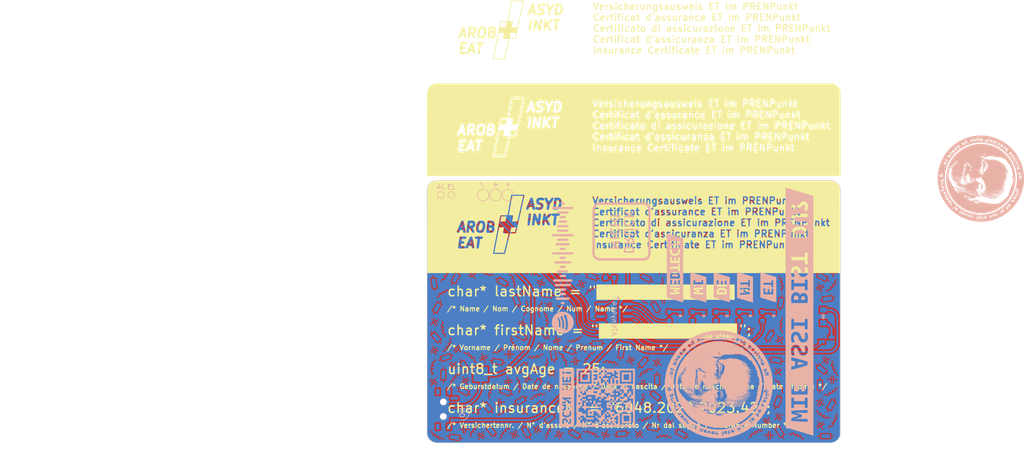
<source format=kicad_pcb>
(kicad_pcb (version 20221018) (generator pcbnew)
  (layers (0 "F.Cu" signal) (31 "B.Cu" signal) (34 "B.Paste" user) (35 "F.Paste" user) (36 "B.SilkS" user "B.Silkscreen") (37 "F.SilkS" user "F.Silkscreen") (38 "B.Mask" user) (39 "F.Mask" user) (44 "Edge.Cuts" user))
  (net 0 "")
  (net 1 "GND")
  (net 2 "VCC")
  (net 3 "/Cap_Pad")
  (net 4 "Net-(BT1-+)")
  (net 5 "/LED 1")
  (net 6 "/LED IR")
  (net 7 "/LED 3")
  (net 8 "/Cap_Pad {slash} ADC1")
  (net 9 "/LED 4")
  (net 10 "/LED 5")
  (net 11 "/LED 2")
  (net 12 "/UPDI {slash} RESET")
  (net 13 "Net-(D2-A)")
  (net 14 "Net-(D3-A)")
  (net 15 "Net-(D4-A)")
  (net 16 "Net-(D5-A)")
  (net 17 "Net-(D6-A)")
  (net 20 "Net-(D1-K)")
  (net 21 "Net-(J3-Pin_1)")
  (net 22 "Net-(J4-Pin_1)")
  (footprint "LOGO" (layer "F.Cu") (at 142.5 69.5)
    (fp_text reference "G***" hide)
    (fp_text value "LOGO" hide)
  )
  (footprint "LOGO" (layer "F.Cu") (at 142.5 89.5)
    (fp_text reference "G***" hide)
    (fp_text value "LOGO" hide)
  )
  (footprint "easyeda2kicad:LED0603-RD_RED" (layer "B.Cu") (at 166.5 108 90)
    (fp_text reference "D3" hide)
    (fp_text value "LED_Red")
  )
  (footprint "TestPoint:TestPoint_Pad_D1.0mm" (layer "B.Cu") (at 105 83 180)
    (fp_text reference "J3")
    (fp_text value "PB0")
  )
  (footprint "TestPoint:TestPoint_Pad_D2.0mm" (layer "B.Cu") (at 114.08 83 180)
    (fp_text reference "J2" hide)
    (fp_text value "EXTCLK")
  )
  (footprint "TestPoint:TestPoint_Pad_4.0x4.0mm" (layer "B.Cu") (at 140 90.5 180)
    (fp_text reference "TP1" hide)
    (fp_text value "Capacitive Pad" hide)
  )
  (footprint "kibuzzard-642F12E3" (layer "B.Cu") (at 160.6 102 90)
    (fp_text reference "kibuzzard-642F12E3" hide)
    (fp_text value "G***" hide)
  )
  (footprint "kibuzzard-642F12C7" (layer "B.Cu") (at 170.2 102 90)
    (fp_text reference "kibuzzard-642F12C7" hide)
    (fp_text value "G***" hide)
  )
  (footprint "easyeda2kicad:BAT-SMD_CR2032-3V" (layer "B.Cu") (at 111 108 180)
    (fp_text reference "BT1" hide)
    (fp_text value "3V" hide)
  )
  (footprint "Diode_SMD:XS-IR04A05-802" (layer "B.Cu") (at 181.5 108 90)
    (fp_text reference "D1" hide)
    (fp_text value "LED_Ir")
  )
  (footprint "TestPoint:TestPoint_Pad_D2.0mm" (layer "B.Cu") (at 116.62 83 180)
    (fp_text reference "J1" hide)
    (fp_text value "EXTCLK")
  )
  (footprint "kibuzzard-642F12D5" (layer "B.Cu") (at 165.4 102 90)
    (fp_text reference "kibuzzard-642F12D5" hide)
    (fp_text value "G***" hide)
  )
  (footprint "kibuzzard-64480F6A" (layer "B.Cu") (at 128.725 124.75 90)
    (fp_text reference "kibuzzard-64480F6A" hide)
    (fp_text value "G***" hide)
  )
  (footprint "Resistor_SMD:R_0603_1608Metric_Pad0.98x0.95mm_HandSolder" (layer "B.Cu") (at 149.8 108 -90)
    (fp_text reference "R7" hide)
    (fp_text value "560")
  )
  (footprint "easyeda2kicad:SW-TH_MSK12C02" (layer "B.Cu") (at 103.8975 127.1 90)
    (fp_text reference "SW1" hide)
    (fp_text value "ON/OFF")
  )
  (footprint "TestPoint:TestPoint_Pad_D1.0mm" (layer "B.Cu") (at 102.8 83 180)
    (fp_text reference "J4")
    (fp_text value "PB1")
  )
  (footprint "LOGO" (layer "B.Cu") (at 136.75 124.75 180)
    (fp_text reference "G***" hide)
    (fp_text value "LOGO1" hide)
  )
  (footprint "Resistor_SMD:R_0603_1608Metric_Pad0.98x0.95mm_HandSolder" (layer "B.Cu") (at 169 108 -90)
    (fp_text reference "R2" hide)
    (fp_text value "560")
  )
  (footprint "LOGO" (layer "B.Cu") (at 213.91 79.61 80)
    (fp_text reference "G***" hide)
    (fp_text value "LOGO1" hide)
  )
  (footprint "LOGO" (layer "B.Cu") (at 127.9 98 90)
    (fp_text reference "G***" hide)
    (fp_text value "LOGO" hide)
  )
  (footprint "easyeda2kicad:LED0603-RD_RED" (layer "B.Cu") (at 161.7 108 90)
    (fp_text reference "D4" hide)
    (fp_text value "LED_Red")
  )
  (footprint "easyeda2kicad:SOT-23-3_L2.9-W1.3-P1.90-LS2.4-BR" (layer "B.Cu") (at 182.2 112.25 180)
    (fp_text reference "Q2" hide)
    (fp_text value "SI2302_C2891732")
  )
  (footprint "Resistor_SMD:R_0603_1608Metric_Pad0.98x0.95mm_HandSolder" (layer "B.Cu") (at 154.6 108 -90)
    (fp_text reference "R6" hide)
    (fp_text value "560")
  )
  (footprint "Resistor_SMD:R_0603_1608Metric_Pad0.98x0.95mm_HandSolder" (layer "B.Cu") (at 137.6 100 180)
    (fp_text reference "R5" hide)
    (fp_text value "560")
  )
  (footprint "easyeda2kicad:LED0603-RD_RED" (layer "B.Cu") (at 152.08 108 90)
    (fp_text reference "D6" hide)
    (fp_text value "LED_Red")
  )
  (footprint "LOGO" (layer "B.Cu") (at 160 122 90)
    (fp_text reference "G***" hide)
    (fp_text value "LOGO" hide)
  )
  (footprint "kibuzzard-642F1300" (layer "B.Cu") (at 151 98 90)
    (fp_text reference "kibuzzard-642F1300" hide)
    (fp_text value "G***" hide)
  )
  (footprint "easyeda2kicad:LED0603-RD_RED" (layer "B.Cu") (at 171.3 108 90)
    (fp_text reference "D2" hide)
    (fp_text value "LED_Red")
  )
  (footprint "TestPoint:TestPoint_Pad_D2.0mm" (layer "B.Cu") (at 111.54 83 180)
    (fp_text reference "J5" hide)
    (fp_text value "UPDI / RESET")
  )
  (footprint "easyeda2kicad:SOIC-14_L8.7-W3.9-P1.27-LS6.0-BL" (layer "B.Cu") (at 138.525 108 -90)
    (fp_text reference "U1" hide)
    (fp_text value "ATtiny414-SS")
  )
  (footprint "easyeda2kicad:LED0603-RD_RED" (layer "B.Cu") (at 156.9 108 90)
    (fp_text reference "D5" hide)
    (fp_text value "LED_Red")
  )
  (footprint "kibuzzard-642F12EF" (layer "B.Cu") (at 155.8 102 90)
    (fp_text reference "kibuzzard-642F12EF" hide)
    (fp_text value "G***" hide)
  )
  (footprint "kibuzzard-642F1274" (layer "B.Cu") (at 176.6 107 90)
    (fp_text reference "kibuzzard-642F1274" hide)
    (fp_text value "G***" hide)
  )
  (footprint "Resistor_SMD:R_0603_1608Metric_Pad0.98x0.95mm_HandSolder" (layer "B.Cu") (at 137.6125 102)
    (fp_text reference "R8" hide)
    (fp_text value "1M")
  )
  (footprint "easyeda2kicad:C0603" (layer "B.Cu") (at 142 102)
    (fp_text reference "C1" hide)
    (fp_text value "100nF")
  )
  (footprint "Resistor_SMD:R_0603_1608Metric_Pad0.98x0.95mm_HandSolder" (layer "B.Cu") (at 159.4 108 90)
    (fp_text reference "R4" hide)
    (fp_text value "560")
  )
  (footprint "Resistor_SMD:R_0603_1608Metric_Pad0.98x0.95mm_HandSolder" (layer "B.Cu") (at 164.2 108 90)
    (fp_text reference "R3" hide)
    (fp_text value "560")
  )
  (gr_arc (start 145.75 95) (mid 145.383883 95.883883) (end 144.5 96.25) (stroke (width 0.5)) (layer "B.SilkS"))
  (gr_line (start 134.25 86) (end 134.25 95) (stroke (width 0.5)) (layer "B.SilkS"))
  (gr_line (start 116.38 80.8) (end 116.78 81.2) (stroke (width 0.15)) (layer "B.SilkS"))
  (gr_line (start 111.5 81.2) (end 110.9 80.4) (stroke (width 0.15)) (layer "B.SilkS"))
  (gr_line (start 113.72 80.8) (end 114.12 80.8) (stroke (width 0.15)) (layer "B.SilkS"))
  (gr_line (start 116.78 80.8) (end 116.38 80.8) (stroke (width 0.15)) (layer "B.SilkS"))
  (gr_line (start 114.12 80.4) (end 114.12 80.8) (stroke (width 0.15)) (layer "B.SilkS"))
  (gr_line (start 135.5 96.25) (end 144.5 96.25) (stroke (width 0.5)) (layer "B.SilkS"))
  (gr_line (start 145.75 95) (end 145.75 86) (stroke (width 0.5)) (layer "B.SilkS"))
  (gr_line (start 114.12 81.2) (end 114.12 81.2) (stroke (width 0.15)) (layer "B.SilkS"))
  (gr_line (start 114.32 81) (end 113.92 81) (stroke (width 0.15)) (layer "B.SilkS"))
  (gr_line (start 111.8 81.2) (end 111.8 81.2) (stroke (width 0.15)) (layer "B.SilkS"))
  (gr_arc (start 134.25 86) (mid 134.616117 85.116117) (end 135.5 84.75) (stroke (width 0.5)) (layer "B.SilkS"))
  (gr_line (start 114.52 80.8) (end 114.12 80.8) (stroke (width 0.15)) (layer "B.SilkS"))
  (gr_line (start 114.12 80.8) (end 114.52 80.8) (stroke (width 0.15)) (layer "B.SilkS"))
  (gr_line (start 144.5 84.75) (end 135.5 84.75) (stroke (width 0.5)) (layer "B.SilkS"))
  (gr_arc (start 144.5 84.75) (mid 145.383883 85.116117) (end 145.75 86) (stroke (width 0.5)) (layer "B.SilkS"))
  (gr_arc (start 135.5 96.25) (mid 134.616117 95.883883) (end 134.25 95) (stroke (width 0.5)) (layer "B.SilkS"))
  (gr_arc (start 107.04 126.248842) (mid 108.652318 127.800022) (end 107.039955 129.351158) (stroke (width 0.15)) (layer "B.SilkS"))
  (gr_line (start 116.38 80.4) (end 116.78 80.8) (stroke (width 0.15)) (layer "B.SilkS"))
  (gr_line (start 116.8375 47.3625) (end 116.2 50.7) (stroke (width 0.15)) (layer "F.SilkS"))
  (gr_line (start 116.4375 47.3625) (end 115.8 50.7) (stroke (width 0.15)) (layer "F.SilkS"))
  (gr_line (start 116.625 47.25) (end 115.125 47.25) (stroke (width 0.15)) (layer "F.SilkS"))
  (gr_line (start 117.4375 47.3625) (end 116.8 50.7) (stroke (width 0.15)) (layer "F.SilkS"))
  (gr_line (start 114.8 49.4) (end 118.4 49.4) (stroke (width 0.15)) (layer "F.SilkS"))
  (gr_line (start 115.925 49.525) (end 115.675 50.75) (stroke (width 0.15)) (layer "F.SilkS"))
  (gr_line (start 117.2375 47.3625) (end 116.6 50.7) (stroke (width 0.15)) (layer "F.SilkS"))
  (gr_line (start 117.55 47.25) (end 116.425 47.25) (stroke (width 0.15)) (layer "F.SilkS"))
  (gr_line (start 118.125 50.75) (end 119.875 43) (stroke (width 0.15)) (layer "F.SilkS"))
  (gr_line (start 115.875 55) (end 116.875 50.75) (stroke (width 0.15)) (layer "F.SilkS"))
  (gr_line (start 117.0375 47.3625) (end 116.4 50.7) (stroke (width 0.15)) (layer "F.SilkS"))
  (gr_line (start 117.55 47.275) (end 116.875 50.75) (stroke (width 0.15)) (layer "F.SilkS"))
  (gr_line (start 114.9 48.9) (end 118.5 48.9) (stroke (width 0.15)) (layer "F.SilkS"))
  (gr_line (start 114.8 49.1) (end 118.4 49.1) (stroke (width 0.15)) (layer "F.SilkS"))
  (gr_line (start 117.3 48.525) (end 117.55 47.275) (stroke (width 0.15)) (layer "F.SilkS"))
  (gr_line (start 118.625 48.525) (end 117.3 48.525) (stroke (width 0.15)) (layer "F.SilkS"))
  (gr_line (start 116.875 50.75) (end 118.125 50.75) (stroke (width 0.15)) (layer "F.SilkS"))
  (gr_line (start 114.8 49) (end 118.5 49) (stroke (width 0.15)) (layer "F.SilkS"))
  (gr_line (start 114.8 49.2) (end 118.4 49.2) (stroke (width 0.15)) (layer "F.SilkS"))
  (gr_line (start 116.425 47.275) (end 116.175 48.525) (stroke (width 0.15)) (layer "F.SilkS"))
  (gr_line (start 117.175 49.525) (end 118.375 49.525) (stroke (width 0.15)) (layer "F.SilkS"))
  (gr_line (start 116.875 50.75) (end 117.15 49.525) (stroke (width 0.15)) (layer "F.SilkS"))
  (gr_line (start 117.375 43) (end 116.625 47.25) (stroke (width 0.15)) (layer "F.SilkS"))
  (gr_line (start 116.5375 47.3625) (end 115.9 50.7) (stroke (width 0.15)) (layer "F.SilkS"))
  (gr_line (start 114.725 49.525) (end 115.925 49.525) (stroke (width 0.15)) (layer "F.SilkS"))
  (gr_line (start 114.9 48.7) (end 118.5 48.7) (stroke (width 0.15)) (layer "F.SilkS"))
  (gr_line (start 115.125 47.25) (end 113.625 55) (stroke (width 0.15)) (layer "F.SilkS"))
  (gr_line (start 115.675 50.75) (end 116.925 50.75) (stroke (width 0.15)) (layer "F.SilkS"))
  (gr_line (start 116.9375 47.3625) (end 116.3 50.7) (stroke (width 0.15)) (layer "F.SilkS"))
  (gr_line (start 119.875 43) (end 117.375 43) (stroke (width 0.15)) (layer "F.SilkS"))
  (gr_line (start 116.6375 47.3625) (end 116 50.7) (stroke (width 0.15)) (layer "F.SilkS"))
  (gr_line (start 114.8 49.3) (end 118.4 49.3) (stroke (width 0.15)) (layer "F.SilkS"))
  (gr_line (start 113.625 55) (end 115.875 55) (stroke (width 0.15)) (layer "F.SilkS"))
  (gr_poly (pts (xy 135.4 109.5) (xy 163.7 109.5) (xy 163.7 112.5) (xy 135.4 112.5)) (stroke (width 0.15)) (fill solid) (layer "F.SilkS"))
  (gr_poly (pts (xy 134.9 101.5) (xy 163.2 101.5) (xy 163.2 104.5) (xy 134.9 104.5)) (stroke (width 0.15)) (fill solid) (layer "F.SilkS"))
  (gr_line (start 116.175 48.525) (end 114.925 48.525) (stroke (width 0.15)) (layer "F.SilkS"))
  (gr_line (start 117.1375 47.3625) (end 116.5 50.7) (stroke (width 0.15)) (layer "F.SilkS"))
  (gr_line (start 114.9 48.8) (end 118.5 48.8) (stroke (width 0.15)) (layer "F.SilkS"))
  (gr_line (start 116.7375 47.3625) (end 116.1 50.7) (stroke (width 0.15)) (layer "F.SilkS"))
  (gr_line (start 117.3375 47.3625) (end 116.7 50.7) (stroke (width 0.15)) (layer "F.SilkS"))
  (gr_line (start 114.9 48.6) (end 118.6 48.6) (stroke (width 0.15)) (layer "F.SilkS"))
  (gr_arc (start 100 82) (mid 100.585786 80.585786) (end 102 80) (stroke (width 0.1)) (layer "Edge.Cuts"))
  (gr_line (start 185 82) (end 185 132) (stroke (width 0.1)) (layer "Edge.Cuts"))
  (gr_arc (start 185 132) (mid 184.414214 133.414214) (end 183 134) (stroke (width 0.1)) (layer "Edge.Cuts"))
  (gr_arc (start 102 134) (mid 100.585786 133.414214) (end 100 132) (stroke (width 0.1)) (layer "Edge.Cuts"))
  (gr_line (start 102 80) (end 183 80) (stroke (width 0.1)) (layer "Edge.Cuts"))
  (gr_line (start 183 134) (end 102 134) (stroke (width 0.1)) (layer "Edge.Cuts"))
  (gr_line (start 100 132) (end 100 82) (stroke (width 0.1)) (layer "Edge.Cuts"))
  (gr_arc (start 183 80) (mid 184.414214 80.585786) (end 185 82) (stroke (width 0.1)) (layer "Edge.Cuts"))
  (gr_text "DRÜCK\nMICH!" (at 137.5 90.6 270) (layer "B.SilkS") (effects (font (size 1.8 1.8) (thickness 0.3)) (justify bottom mirror)))
  (gr_text "ATtiny414" (at 137.9 112.1 -90) (layer "B.SilkS") (effects (font (size 1 1)) (justify left bottom mirror)))
  (gr_text "ON" (at 106.6 127.8 270) (layer "B.SilkS") (effects (font (size 1 1)) (justify bottom mirror)))
  (gr_text "uint8_t avgAge = 25;" (at 104 120) (layer "F.SilkS") (effects (font (size 2 2) (thickness 0.3)) (justify left bottom)))
  (gr_text "char* lastName = {dblquote}                   {dblquote};" (at 104 104) (layer "F.SilkS") (effects (font (size 2 2) (thickness 0.3)) (justify left bottom)))
  (gr_text "/* Vorname / Prénom / Nome / Prenum / First Name */" (at 104 115) (layer "F.SilkS") (effects (font (size 1 1) (thickness 0.2)) (justify left bottom)))
  (gr_text "ASYD\nINKT" (at 120.375 49.25) (layer "F.SilkS") (effects (font (size 2 2) (thickness 0.4) bold italic) (justify left bottom)))
  (gr_text "/* Versichertennr. / N° d'assuré / N° d'assicurato / Nr dal segirà / Insurance Number */" (at 104 131) (layer "F.SilkS") (effects (font (size 1 1) (thickness 0.2)) (justify left bottom)))
  (gr_text "char* insuranceNr = {dblquote}6048.2020.2023.42{dblquote};" (at 104 128) (layer "F.SilkS") (effects (font (size 2 2) (thickness 0.3)) (justify left bottom)))
  (gr_text "/* Name / Nom / Cognome / Num / Name */" (at 104 107) (layer "F.SilkS") (effects (font (size 1 1) (thickness 0.2)) (justify left bottom)))
  (gr_text "Versicherungsausweis ET im PRENPunkt\nCertificat d'assurance ET im PRENPunkt\nCertificato di assicurazione ET im PRENPunkt\nCertificat d'assicuranza ET im PRENPunkt\nInsurance Certificate ET im PRENPunkt" (at 134 54) (layer "F.SilkS") (effects (font (size 1.4 1.4) (thickness 0.2)) (justify left bottom)))
  (gr_text "AROB\nEAT" (at 106.125 54) (layer "F.SilkS") (effects (font (size 2 2) (thickness 0.4) bold italic) (justify left bottom)))
  (gr_text "/* Geburstdatum / Date de nassance / Data di nascita / Data de naschientscha / Date of birth */" (at 104 123) (layer "F.SilkS") (effects (font (size 1 1) (thickness 0.2) bold) (justify left bottom)))
  (gr_text "char* firstName = {dblquote}                   {dblquote};" (at 104 112) (layer "F.SilkS") (effects (font (size 2 2) (thickness 0.3)) (justify left bottom)))
  (segment (start 140.047499 104.637499) (end 140.212157 104.472842) (width 0.4) (layer "B.Cu") (net 2))
  (segment (start 120.296036 129.35) (end 105.5975 129.35) (width 0.4) (layer "B.Cu") (net 2))
  (segment (start 148 84.707106) (end 148 94.927207) (width 0.4) (layer "B.Cu") (net 2))
  (segment (start 141.3 104.181464) (end 141.3 102) (width 0.4) (layer "B.Cu") (net 2))
  (segment (start 182.522182 115.3) (end 145.997056 115.3) (width 0.4) (layer "B.Cu") (net 2))
  (segment (start 182.795319 106.66) (end 181.5 106.66) (width 0.4) (layer "B.Cu") (net 2))
  (segment (start 141.05 112.9) (end 140.624264 112.9) (width 0.4) (layer "B.Cu") (net 2))
  (segment (start 139.6 105.71786) (end 139.6 111.875735) (width 0.4) (layer "B.Cu") (net 2))
  (segment (start 146.292893 83) (end 116.62 83) (width 0.4) (layer "B.Cu") (net 2))
  (segment (start 124.143792 127.756207) (end 139.3 112.6) (width 0.4) (layer "B.Cu") (net 2))
  (segment (start 141.291464 104.19) (end 140.895 104.19) (width 0.4) (layer "B.Cu") (net 2))
  (segment (start 184.4 113.422182) (end 184.4 108.26468) (width 0.4) (layer "B.Cu") (net 2))
  (segment (start 142.50104 113.50104) (end 143.1 114.1) (width 0.4) (layer "B.Cu") (net 2))
  (segment (start 144.927207 98) (end 142.494974 98) (width 0.4) (layer "B.Cu") (net 2))
  (segment (start 141.3 99.194974) (end 141.3 102) (width 0.4) (layer "B.Cu") (net 2))
  (arc (start 141.65 98.35) (mid 141.390962 98.737677) (end 141.3 99.194974) (width 0.4) (layer "B.Cu") (net 2))
  (arc (start 139.9 112.6) (mid 139.6 112.475735) (end 139.3 112.6) (width 0.4) (layer "B.Cu") (net 2))
  (arc (start 140.895 104.19) (mid 140.525448 104.263508) (end 140.212157 104.472842) (width 0.4) (layer "B.Cu") (net 2))
  (arc (start 141.2975 104.1875) (mid 141.29473 104.18935) (end 141.291464 104.19) (width 0.4) (layer "B.Cu") (net 2))
  (arc (start 142.494974 98) (mid 142.037677 98.090962) (end 141.65 98.35) (width 0.4) (layer "B.Cu") (net 2))
  (arc (start 183.93 107.13) (mid 183.409404 106.782149) (end 182.795319 106.66) (width 0.4) (layer "B.Cu") (net 2))
  (arc (start 143.1 114.1) (mid 144.42918 114.98813) (end 145.997056 115.3) (width 0.4) (layer "B.Cu") (net 2))
  (arc (start 139.3 112.6) (mid 139.522032 112.267704) (end 139.6 111.875735) (width 0.4) (layer "B.Cu") (net 2))
  (arc (start 124.143792 127.756207) (mid 122.378426 128.935786) (end 120.296036 129.35) (width 0.4) (layer "B.Cu") (net 2))
  (arc (start 183.93 107.13) (mid 184.27785 107.650595) (end 184.4 108.26468) (width 0.4) (layer "B.Cu") (net 2))
  (arc (start 142.50104 113.50104) (mid 141.835297 113.056205) (end 141.05 112.9) (width 0.4) (layer "B.Cu") (net 2))
  (arc (start 140.047499 104.637499) (mid 139.716301 105.133173) (end 139.6 105.71786) (width 0.4) (layer "B.Cu") (net 2))
  (arc (start 148 94.927207) (mid 147.766097 96.103114) (end 147.1 97.1) (width 0.4) (layer "B.Cu") (net 2))
  (arc (start 147.1 97.1) (mid 146.103114 97.766097) (end 144.927207 98) (width 0.4) (layer "B.Cu") (net 2))
  (arc (start 183.85 114.75) (mid 183.240792 115.157059) (end 182.522182 115.3) (width 0.4) (layer "B.Cu") (net 2))
  (arc (start 184.4 113.422182) (mid 184.257059 114.140792) (end 183.85 114.75) (width 0.4) (layer "B.Cu") (net 2))
  (arc (start 141.3 104.181464) (mid 141.29935 104.18473) (end 141.2975 104.1875) (width 0.4) (layer "B.Cu") (net 2))
  (arc (start 139.6 111.875735) (mid 139.677967 112.267704) (end 139.9 112.6) (width 0.4) (layer "B.Cu") (net 2))
  (arc (start 139.9 112.6) (mid 140.232295 112.822032) (end 140.624264 112.9) (width 0.4) (layer "B.Cu") (net 2))
  (arc (start 147.5 83.5) (mid 146.946174 83.129945) (end 146.292893 83) (width 0.4) (layer "B.Cu") (net 2))
  (arc (start 147.5 83.5) (mid 147.870054 84.053825) (end 148 84.707106) (width 0.4) (layer "B.Cu") (net 2))
  (segment (start 136.6875 92.740577) (end 136.6875 100) (width 0.25) (layer "B.Cu") (net 3))
  (segment (start 138.928077 90.5) (end 140 90.5) (width 0.25) (layer "B.Cu") (net 3))
  (arc (start 138.928077 90.5) (mid 138.070645 90.670553) (end 137.34375 91.15625) (width 0.25) (layer "B.Cu") (net 3))
  (arc (start 137.34375 91.15625) (mid 136.858053 91.883145) (end 136.6875 92.740577) (width 0.25) (layer "B.Cu") (net 3))
  (segment (start 120.156207 115.343792) (end 116.884924 118.615075) (width 0.4) (layer "B.Cu") (net 4))
  (segment (start 107.02375 126.35) (end 105.5975 126.35) (width 0.4) (layer "B.Cu") (net 4))
  (segment (start 121.75 104.503963) (end 121.75 111.496036) (width 0.4) (layer "B.Cu") (net 4))
  (segment (start 111.341421 120.1) (end 113.3 120.1) (width 0.4) (layer "B.Cu") (net 4))
  (segment (start 111.17071 96) (end 113.3 96) (width 0.4) (layer "B.Cu") (net 4))
  (segment (start 111 121.996877) (end 111 120.041421) (width 0.4) (layer "B.Cu") (net 4))
  (segment (start 120.156207 100.656207) (end 117.055634 97.555634) (width 0.4) (layer "B.Cu") (net 4))
  (segment (start 111.05 96.05) (end 111 96.1) (width 0.4) (layer "B.Cu") (net 4))
  (segment (start 109.724999 125.074999) (end 109.458511 125.341488) (width 0.4) (layer "B.Cu") (net 4))
  (arc (start 111 121.996877) (mid 110.668638 123.662745) (end 109.724999 125.074999) (width 0.4) (layer "B.Cu") (net 4))
  (arc (start 111.1 120) (mid 111.036161 119.987301) (end 111 120.041421) (width 0.4) (layer "B.Cu") (net 4))
  (arc (start 109.458511 125.341488) (mid 108.341433 126.087896) (end 107.02375 126.35) (width 0.4) (layer "B.Cu") (net 4))
  (arc (start 121.75 111.496036) (mid 121.335786 113.578426) (end 120.156207 115.343792) (width 0.4) (layer "B.Cu") (net 4))
  (arc (start 117.055634 97.555634) (mid 115.332534 96.404296) (end 113.3 96) (width 0.4) (layer "B.Cu") (net 4))
  (arc (start 111.1 120) (mid 111.210764 120.07401) (end 111.341421 120.1) (width 0.4) (layer "B.Cu") (net 4))
  (arc (start 116.884924 118.615075) (mid 115.240146 119.71408) (end 113.3 120.1) (width 0.4) (layer "B.Cu") (net 4))
  (arc (start 111.17071 96) (mid 111.105382 96.012994) (end 111.05 96.05) (width 0.4) (layer "B.Cu") (net 4))
  (arc (start 120.156207 100.656207) (mid 121.335786 102.421572) (end 121.75 104.503963) (width 0.4) (layer "B.Cu") (net 4))
  (segment (start 167.799999 112.399999) (end 168.222182 111.977817) (width 0.25) (layer "B.Cu") (net 5))
  (segment (start 143.084472 111.084472) (end 144.07 112.07) (width 0.25) (layer "B.Cu") (net 5))
  (segment (start 164.902943 113.6) (end 147.763746 113.6) (width 0.25) (layer "B.Cu") (net 5))
  (segment (start 141.77 110.54) (end 141 110.54) (width 0.25) (layer "B.Cu") (net 5))
  (segment (start 169 110.1) (end 169 109) (width 0.25) (layer "B.Cu") (net 5))
  (arc (start 167.799999 112.399999) (mid 166.470818 113.288129) (end 164.902943 113.6) (width 0.25) (layer "B.Cu") (net 5))
  (arc (start 169 110.1) (mid 168.797851 111.116267) (end 168.222182 111.977817) (width 0.25) (layer "B.Cu") (net 5))
  (arc (start 143.084472 111.084472) (mid 142.481387 110.681503) (end 141.77 110.54) (width 0.25) (layer "B.Cu") (net 5))
  (arc (start 144.07 112.07) (mid 145.764705 113.202365) (end 147.763746 113.6) (width 0.25) (layer "B.Cu") (net 5))
  (segment (start 146.731406 114.4) (end 179.151471 114.4) (width 0.25) (layer "B.Cu") (net 6))
  (segment (start 180.6 113.8) (end 181.2 113.2) (width 0.25) (layer "B.Cu") (net 6))
  (segment (start 141.655 111.81) (end 141 111.81) (width 0.25) (layer "B.Cu") (net 6))
  (segment (start 142.773154 112.273154) (end 143.605 113.105) (width 0.25) (layer "B.Cu") (net 6))
  (arc (start 180.6 113.8) (mid 179.935409 114.244065) (end 179.151471 114.4) (width 0.25) (layer "B.Cu") (net 6))
  (arc (start 142.773154 112.273154) (mid 142.26014 111.930369) (end 141.655 111.81) (width 0.25) (layer "B.Cu") (net 6))
  (arc (start 143.605 113.105) (mid 145.039407 114.06344) (end 146.731406 114.4) (width 0.25) (layer "B.Cu") (net 6))
  (segment (start 145.406207 110.406207) (end 143.707106 108.707106) (width 0.25) (layer "B.Cu") (net 7))
  (segment (start 159.4 109.75) (end 159.4 109) (width 0.25) (layer "B.Cu") (net 7))
  (segment (start 142 108) (end 141 108) (width 0.25) (layer "B.Cu") (net 7))
  (segment (start 149.253963 112) (end 156.839339 112) (width 0.25) (layer "B.Cu") (net 7))
  (segment (start 158.869669 111.03033) (end 158.65 111.25) (width 0.25) (layer "B.Cu") (net 7))
  (arc (start 145.406207 110.406207) (mid 147.171572 111.585786) (end 149.253963 112) (width 0.25) (layer "B.Cu") (net 7))
  (arc (start 158.65 111.25) (mid 157.819261 111.805081) (end 156.839339 112) (width 0.25) (layer "B.Cu") (net 7))
  (arc (start 143.707106 108.707106) (mid 142.923879 108.18377) (end 142 108) (width 0.25) (layer "B.Cu") (net 7))
  (arc (start 159.4 109.75) (mid 159.262171 110.442909) (end 158.869669 111.03033) (width 0.25) (layer "B.Cu") (net 7))
  (segment (start 137.494315 105.005683) (end 137.826732 104.673267) (width 0.25) (layer "B.Cu") (net 8))
  (segment (start 136.3975 105.46) (end 135.755 105.46) (width 0.25) (layer "B.Cu") (net 8))
  (segment (start 138.525 102) (end 138.525 102.9875) (width 0.25) (layer "B.Cu") (net 8))
  (segment (start 138.525 102) (end 138.525 100.021338) (width 0.25) (layer "B.Cu") (net 8))
  (segment (start 138.51875 100.00625) (end 138.5125 100) (width 0.25) (layer "B.Cu") (net 8))
  (arc (start 138.525 102.9875) (mid 138.343526 103.89983) (end 137.826732 104.673267) (width 0.25) (layer "B.Cu") (net 8))
  (arc (start 137.494315 105.005683) (mid 136.991092 105.341926) (end 136.3975 105.46) (width 0.25) (layer "B.Cu") (net 8))
  (arc (start 138.51875 100.00625) (mid 138.523375 100.013172) (end 138.525 100.021338) (width 0.25) (layer "B.Cu") (net 8))
  (segment (start 154.6 109.663603) (end 154.6 109) (width 0.25) (layer "B.Cu") (net 9))
  (segment (start 142.14 106.73) (end 141 106.73) (width 0.25) (layer "B.Cu") (net 9))
  (segment (start 146.156207 109.606207) (end 144.086101 107.536101) (width 0.25) (layer "B.Cu") (net 9))
  (segment (start 150.003963 111.2) (end 153.063603 111.2) (width 0.25) (layer "B.Cu") (net 9))
  (arc (start 146.156207 109.606207) (mid 147.921572 110.785786) (end 150.003963 111.2) (width 0.25) (layer "B.Cu") (net 9))
  (arc (start 154.6 109.663603) (mid 154.483048 110.251556) (end 154.15 110.75) (width 0.25) (layer "B.Cu") (net 9))
  (arc (start 154.15 110.75) (mid 153.651556 111.083048) (end 153.063603 111.2) (width 0.25) (layer "B.Cu") (net 9))
  (arc (start 144.086101 107.536101) (mid 143.193222 106.939498) (end 142.14 106.73) (width 0.25) (layer "B.Cu") (net 9))
  (segment (start 148.525 109) (end 149.8 109) (width 0.25) (layer "B.Cu") (net 10))
  (segment (start 142.355 105.46) (end 141 105.46) (width 0.25) (layer "B.Cu") (net 10))
  (segment (start 146.348438 108.098438) (end 144.668129 106.418129) (width 0.25) (layer "B.Cu") (net 10))
  (arc (start 144.668129 106.418129) (mid 143.606856 105.709009) (end 142.355 105.46) (width 0.25) (layer "B.Cu") (net 10))
  (arc (start 146.348438 108.098438) (mid 147.347053 108.765691) (end 148.525 109) (width 0.25) (layer "B.Cu") (net 10))
  (segment (start 163.457537 111.842462) (end 163.35 111.95) (width 0.25) (layer "B.Cu") (net 11))
  (segment (start 148.553963 112.8) (end 161.297918 112.8) (width 0.25) (layer "B.Cu") (net 11))
  (segment (start 141.885 109.27) (end 141 109.27) (width 0.25) (layer "B.Cu") (net 11))
  (segment (start 144.706207 111.206207) (end 143.395789 109.895789) (width 0.25) (layer "B.Cu") (net 11))
  (segment (start 164.2 110.05) (end 164.2 109) (width 0.25) (layer "B.Cu") (net 11))
  (arc (start 163.35 111.95) (mid 162.408496 112.579092) (end 161.297918 112.8) (width 0.25) (layer "B.Cu") (net 11))
  (arc (start 143.395789 109.895789) (mid 142.702633 109.432637) (end 141.885 109.27) (width 0.25) (layer "B.Cu") (net 11))
  (arc (start 144.706207 111.206207) (mid 146.471572 112.385786) (end 148.553963 112.8) (width 0.25) (layer "B.Cu") (net 11))
  (arc (start 164.2 110.05) (mid 164.00704 111.020073) (end 163.457537 111.842462) (width 0.25) (layer "B.Cu") (net 11))
  (segment (start 134.143761 109.27) (end 136.05 109.27) (width 0.25) (layer "B.Cu") (net 12))
  (segment (start 111.819307 84.069307) (end 131.815596 104.065596) (width 0.25) (layer "B.Cu") (net 12))
  (segment (start 111.54 83.395) (end 111.54 83) (width 0.25) (layer "B.Cu") (net 12))
  (segment (start 133 108.126238) (end 133 106.925) (width 0.25) (layer "B.Cu") (net 12))
  (arc (start 131.815596 104.065596) (mid 132.692183 105.377501) (end 133 106.925) (width 0.25) (layer "B.Cu") (net 12))
  (arc (start 111.54 83.395) (mid 111.612589 83.759932) (end 111.819307 84.069307) (width 0.25) (layer "B.Cu") (net 12))
  (arc (start 133.335 108.935) (mid 133.706062 109.182936) (end 134.143761 109.27) (width 0.25) (layer "B.Cu") (net 12))
  (arc (start 133 108.126238) (mid 133.087063 108.563936) (end 133.335 108.935) (width 0.25) (layer "B.Cu") (net 12))
  (segment (start 170.937239 107) (end 169 107) (width 0.4) (layer "B.Cu") (net 13))
  (segment (start 171.19375 107.10625) (end 171.3 107.2125) (width 0.4) (layer "B.Cu") (net 13))
  (arc (start 171.19375 107.10625) (mid 171.076061 107.027613) (end 170.937239 107) (width 0.4) (layer "B.Cu") (net 13))
  (segment (start 166.39375 107.10625) (end 166.5 107.2125) (width 0.4) (layer "B.Cu") (net 14))
  (segment (start 166.137239 107) (end 164.2 107) (width 0.4) (layer "B.Cu") (net 14))
  (arc (start 166.39375 107.10625) (mid 166.276061 107.027613) (end 166.137239 107) (width 0.4) (layer "B.Cu") (net 14))
  (segment (start 161.59375 107.10625) (end 161.7 107.2125) (width 0.4) (layer "B.Cu") (net 15))
  (segment (start 161.337239 107) (end 159.4 107) (width 0.4) (layer "B.Cu") (net 15))
  (arc (start 161.59375 107.10625) (mid 161.476061 107.027613) (end 161.337239 107) (width 0.4) (layer "B.Cu") (net 15))
  (segment (start 156.537239 107) (end 154.6 107) (width 0.4) (layer "B.Cu") (net 16))
  (segment (start 156.79375 107.10625) (end 156.9 107.2125) (width 0.4) (layer "B.Cu") (net 16))
  (arc (start 156.79375 107.10625) (mid 156.676061 107.027613) (end 156.537239 107) (width 0.4) (layer "B.Cu") (net 16))
  (segment (start 151.97375 107.10625) (end 152.08 107.2125) (width 0.4) (layer "B.Cu") (net 17))
  (segment (start 151.717239 107) (end 149.8 107) (width 0.4) (layer "B.Cu") (net 17))
  (arc (start 151.97375 107.10625) (mid 151.856061 107.027613) (end 151.717239 107) (width 0.4) (layer "B.Cu") (net 17))
  (segment (start 183.2 110.978822) (end 183.2 112.25) (width 0.4) (layer "B.Cu") (net 20))
  (segment (start 182.501629 109.601629) (end 182.72 109.82) (width 0.4) (layer "B.Cu") (net 20))
  (segment (start 181.87 109.34) (end 181.5 109.34) (width 0.4) (layer "B.Cu") (net 20))
  (arc (start 182.72 109.82) (mid 183.075252 110.351672) (end 183.2 110.978822) (width 0.4) (layer "B.Cu") (net 20))
  (arc (start 182.501629 109.601629) (mid 182.211835 109.407995) (end 181.87 109.34) (width 0.4) (layer "B.Cu") (net 20))
  (segment (start 109.950609 86.7) (end 110.846036 86.7) (width 0.25) (layer "B.Cu") (net 21))
  (segment (start 105.282842 84.082842) (end 106.45 85.25) (width 0.25) (layer "B.Cu") (net 21))
  (segment (start 105 83.4) (end 105 83) (width 0.25) (layer "B.Cu") (net 21))
  (segment (start 134.287523 110.54) (end 136.05 110.54) (width 0.25) (layer "B.Cu") (net 21))
  (segment (start 132 108.252476) (end 132 107.4) (width 0.25) (layer "B.Cu") (net 21))
  (segment (start 114.693792 88.293792) (end 130.727207 104.327207) (width 0.25) (layer "B.Cu") (net 21))
  (arc (start 130.727207 104.327207) (mid 131.669211 105.737016) (end 132 107.4) (width 0.25) (layer "B.Cu") (net 21))
  (arc (start 132 108.252476) (mid 132.174127 109.127873) (end 132.67 109.87) (width 0.25) (layer "B.Cu") (net 21))
  (arc (start 106.45 85.25) (mid 108.056093 86.323157) (end 109.950609 86.7) (width 0.25) (layer "B.Cu") (net 21))
  (arc (start 105 83.4) (mid 105.073508 83.769551) (end 105.282842 84.082842) (width 0.25) (layer "B.Cu") (net 21))
  (arc (start 114.693792 88.293792) (mid 112.928426 87.114213) (end 110.846036 86.7) (width 0.25) (layer "B.Cu") (net 21))
  (arc (start 132.67 109.87) (mid 133.412125 110.365872) (end 134.287523 110.54) (width 0.25) (layer "B.Cu") (net 21))
  (segment (start 102.8 83.325) (end 102.8 83.05) (width 0.25) (layer "B.Cu") (net 22))
  (segment (start 114.193792 89.193792) (end 129.621141 104.621141) (width 0.25) (layer "B.Cu") (net 22))
  (segment (start 110.346036 87.6) (end 109.053963 87.6) (width 0.25) (layer "B.Cu") (net 22))
  (segment (start 131 108.549426) (end 131 107.95) (width 0.25) (layer "B.Cu") (net 22))
  (segment (start 134.260573 111.81) (end 136.05 111.81) (width 0.25) (layer "B.Cu") (net 22))
  (segment (start 102.994454 83.794454) (end 105.206207 86.006207) (width 0.25) (layer "B.Cu") (net 22))
  (arc (start 129.621141 104.621141) (mid 130.641646 106.148434) (end 131 107.95) (width 0.25) (layer "B.Cu") (net 22))
  (arc (start 131.955 110.855) (mid 133.012806 111.561803) (end 134.260573 111.81) (width 0.25) (layer "B.Cu") (net 22))
  (arc (start 114.193792 89.193792) (mid 112.428426 88.014213) (end 110.346036 87.6) (width 0.25) (layer "B.Cu") (net 22))
  (arc (start 102.8 83.325) (mid 102.850536 83.579066) (end 102.994454 83.794454) (width 0.25) (layer "B.Cu") (net 22))
  (arc (start 105.206207 86.006207) (mid 106.971572 87.185786) (end 109.053963 87.6) (width 0.25) (layer "B.Cu") (net 22))
  (arc (start 131 108.549426) (mid 131.248196 109.797193) (end 131.955 110.855) (width 0.25) (layer "B.Cu") (net 22))
  (zone (net 0) (net_name "") (layer "F.Cu") (priority 1) (connect_pads (clearance 0.5)) (min_thickness 0.25) (fill yes (thermal_gap 0.5) (thermal_bridge_width 0.5) (island_removal_mode 1) (island_area_min 10))
    (polygon (pts (xy 99 79) (xy 99 135.1) (xy 186 135.1) (xy 186 79)))
  )
  (zone (net 0) (net_name "") (layer "B.Cu") (connect_pads yes (clearance 0)) (min_thickness 0.2)
    (keepout (tracks not_allowed) (vias not_allowed) (pads not_allowed) (copperpour not_allowed) (footprints allowed))
    (fill (thermal_gap 0.5) (thermal_bridge_width 0.5) (island_removal_mode 1) (island_area_min 10))
    (polygon (pts (xy 159.25 88.03) (xy 159.78 88.03) (xy 159.78 88.56) (xy 162.12 88.56) (xy 162.12 88.03) (xy 162.65 88.03) (xy 162.65 87.81) (xy 162.12 87.81) (xy 162.12 87.28) (xy 159.78 87.28) (xy 159.78 87.81) (xy 160 87.81) (xy 160 87.5) (xy 161.9 87.5) (xy 161.9 88.34) (xy 160 88.34) (xy 160 87.81) (xy 159.25 87.81)))
  )
  (zone (net 0) (net_name "") (layer "B.Cu") (connect_pads yes (clearance 0)) (min_thickness 0.2)
    (keepout (tracks not_allowed) (vias not_allowed) (pads not_allowed) (copperpour not_allowed) (footprints allowed))
    (fill (thermal_gap 0.5) (thermal_bridge_width 0.5) (island_removal_mode 1) (island_area_min 10))
    (polygon (pts (xy 180.93 123.85) (xy 180.93 123.32) (xy 181.46 123.32) (xy 181.46 120.98) (xy 180.93 120.98) (xy 180.93 120.45) (xy 180.71 120.45) (xy 180.71 120.98) (xy 180.18 120.98) (xy 180.18 123.32) (xy 180.71 123.32) (xy 180.71 123.1) (xy 180.4 123.1) (xy 180.4 121.2) (xy 181.24 121.2) (xy 181.24 123.1) (xy 180.71 123.1) (xy 180.71 123.85)))
  )
  (zone (net 0) (net_name "") (layer "B.Cu") (connect_pads yes (clearance 0)) (min_thickness 0.2)
    (keepout (tracks not_allowed) (vias not_allowed) (pads not_allowed) (copperpour not_allowed) (footprints allowed))
    (fill (thermal_gap 0.5) (thermal_bridge_width 0.5) (island_removal_mode 1) (island_area_min 10))
    (polygon (pts (xy 132.956292 89.929167) (xy 132.739637 89.890966) (xy 132.611136 90.619724) (xy 131.882378 90.491224) (xy 131.844173 90.707881) (xy 132.681262 90.855483) (xy 132.646532 91.052444) (xy 131.809445 90.904844) (xy 131.771241 91.1215) (xy 132.5 91.25) (xy 132.3715 91.978757) (xy 132.58816 92.016957) (xy 132.716657 91.288208) (xy 133.445416 91.416703) (xy 133.48362 91.200047) (xy 132.646532 91.052444) (xy 132.681262 90.855483) (xy 133.518349 91.003081) (xy 133.55655 90.786426) (xy 132.827793 90.657924)))
  )
  (zone (net 0) (net_name "") (layer "B.Cu") (connect_pads yes (clearance 0)) (min_thickness 0.2)
    (keepout (tracks not_allowed) (vias not_allowed) (pads not_allowed) (copperpour not_allowed) (footprints allowed))
    (fill (thermal_gap 0.5) (thermal_bridge_width 0.5) (island_removal_mode 1) (island_area_min 10))
    (polygon (pts (xy 173.240859 83.43) (xy 173.130859 83.239474) (xy 172.49 83.609474) (xy 172.12 82.968616) (xy 171.929475 83.078616) (xy 172.354475 83.814737) (xy 172.18127 83.914737) (xy 171.75627 83.178616) (xy 171.565744 83.288616) (xy 171.935744 83.929474) (xy 171.294885 84.299474) (xy 171.404885 84.49) (xy 172.045744 84.12) (xy 172.415744 84.760859) (xy 172.60627 84.650858) (xy 172.18127 83.914737) (xy 172.354475 83.814737) (xy 172.779475 84.550859) (xy 172.97 84.440859) (xy 172.6 83.8)))
  )
  (zone (net 0) (net_name "") (layer "B.Cu") (connect_pads yes (clearance 0)) (min_thickness 0.2)
    (keepout (tracks not_allowed) (vias not_allowed) (pads not_allowed) (copperpour not_allowed) (footprints allowed))
    (fill (thermal_gap 0.5) (thermal_bridge_width 0.5) (island_removal_mode 1) (island_area_min 10))
    (polygon (pts (xy 120.735 117.368829) (xy 120.328997 117.709506) (xy 119.988319 117.303503) (xy 118.195774 118.807625) (xy 118.536453 119.213629) (xy 118.130449 119.554306) (xy 118.271863 119.722837) (xy 118.677866 119.382159) (xy 119.018544 119.788162) (xy 120.811088 118.284041) (xy 120.47041 117.878035) (xy 120.30188 118.019449) (xy 120.501145 118.256923) (xy 119.045661 119.47822) (xy 118.505718 118.834742) (xy 119.961203 117.613447) (xy 120.30188 118.019449) (xy 120.876413 117.537358)))
  )
  (zone (net 0) (net_name "") (layer "B.Cu") (connect_pads yes (clearance 0)) (min_thickness 0.2)
    (keepout (tracks not_allowed) (vias not_allowed) (pads not_allowed) (copperpour not_allowed) (footprints allowed))
    (fill (thermal_gap 0.5) (thermal_bridge_width 0.5) (island_removal_mode 1) (island_area_min 10))
    (polygon (pts (xy 182.509475 97.734486) (xy 182.700001 97.844486) (xy 183.075001 97.194967) (xy 183.04902 97.179967) (xy 182.941436 97.106308) (xy 182.873494 97.043986) (xy 182.848853 97.006666) (xy 182.820552 96.955685) (xy 182.805911 96.901044) (xy 182.80359 96.865063) (xy 182.80493 96.842743) (xy 182.81127 96.811762) (xy 182.83627 96.768461) (xy 182.86493 96.73882) (xy 182.90225 96.714179) (xy 182.943231 96.703198) (xy 183.020193 96.689897) (xy 183.064834 96.692576) (xy 183.118135 96.700256) (xy 183.188757 96.717935) (xy 183.245719 96.739275) (xy 183.320001 96.770615) (xy 183.430001 96.580089) (xy 183.40402 96.565089) (xy 183.339738 96.516429) (xy 183.301437 96.482769) (xy 183.250815 96.430448) (xy 183.205193 96.369467) (xy 183.173231 96.304826) (xy 183.16359 96.241525) (xy 183.17127 96.188224) (xy 183.20127 96.136262) (xy 183.24359 96.102961) (xy 183.289571 96.08332) (xy 183.352872 96.073678) (xy 183.450815 96.084038) (xy 183.521437 96.101718) (xy 183.626699 96.139397) (xy 183.670001 96.164397) (xy 183.785001 95.965211) (xy 183.75036 95.945211) (xy 183.677417 95.891551) (xy 183.626796 95.83923) (xy 183.584834 95.79191) (xy 183.556533 95.740929) (xy 183.533231 95.681288) (xy 183.522251 95.640307) (xy 183.51993 95.604326) (xy 183.53127 95.564685) (xy 183.56127 95.512724) (xy 183.58993 95.483083) (xy 183.640911 95.454781) (xy 183.704212 95.44514) (xy 183.762513 95.444159) (xy 183.824475 95.456839) (xy 183.872776 95.473179) (xy 183.955719 95.509519) (xy 184.025001 95.549519) (xy 184.4 94.9) (xy 184.209475 94.79) (xy 183.939475 95.257653) (xy 183.868853 95.239974) (xy 183.784571 95.225955) (xy 183.703949 95.225595) (xy 183.640648 95.235237) (xy 183.586007 95.249878) (xy 183.512706 95.276839) (xy 183.456725 95.313801) (xy 183.409405 95.355762) (xy 183.370744 95.402724) (xy 183.345744 95.446025) (xy 183.324404 95.502987) (xy 183.306725 95.573608) (xy 183.302706 95.64057) (xy 183.312347 95.703871) (xy 183.330648 95.772172) (xy 183.350289 95.818153) (xy 183.36627 95.850474) (xy 183.36127 95.859134) (xy 183.302969 95.860115) (xy 183.253328 95.866096) (xy 183.180026 95.893057) (xy 183.115386 95.925018) (xy 183.073065 95.95832) (xy 183.044405 95.987961) (xy 183.005744 96.034922) (xy 182.985744 96.069563) (xy 182.964405 96.126525) (xy 182.953065 96.166166) (xy 182.945385 96.219467) (xy 182.946366 96.277768) (xy 182.956007 96.34107) (xy 182.979308 96.400711) (xy 183.01127 96.465352) (xy 183.00627 96.474012) (xy 182.934308 96.478653) (xy 182.866007 96.496954) (xy 182.806366 96.520256) (xy 182.755385 96.548557) (xy 182.713065 96.581858) (xy 182.684405 96.611499) (xy 182.645744 96.658461) (xy 182.620744 96.701762) (xy 182.599405 96.758724) (xy 182.586725 96.820685) (xy 182.584046 96.865326) (xy 182.588687 96.937288) (xy 182.606988 97.005589) (xy 182.633949 97.07889) (xy 182.707872 97.190851) (xy 182.758494 97.243172) (xy 182.779475 97.266832)))
  )
  (zone (net 0) (net_name "") (layer "B.Cu") (connect_pads yes (clearance 0)) (min_thickness 0.2)
    (keepout (tracks not_allowed) (vias not_allowed) (pads not_allowed) (copperpour not_allowed) (footprints allowed))
    (fill (thermal_gap 0.5) (thermal_bridge_width 0.5) (island_removal_mode 1) (island_area_min 10))
    (polygon (pts (xy 100.915263 85.940411) (xy 100.724737 86.050411) (xy 101.094737 86.69127) (xy 100.453879 87.06127) (xy 100.563879 87.251795) (xy 101.3 86.826795) (xy 101.4 87) (xy 100.663879 87.425) (xy 100.773879 87.615526) (xy 101.414737 87.245526) (xy 101.784737 87.886385) (xy 101.975263 87.776385) (xy 101.605263 87.135526) (xy 102.246122 86.765526) (xy 102.136121 86.575) (xy 101.4 87) (xy 101.3 86.826795) (xy 102.036122 86.401795) (xy 101.926122 86.21127) (xy 101.285263 86.58127)))
  )
  (zone (net 0) (net_name "") (layer "B.Cu") (connect_pads yes (clearance 0)) (min_thickness 0.2)
    (keepout (tracks not_allowed) (vias not_allowed) (pads not_allowed) (copperpour not_allowed) (footprints allowed))
    (fill (thermal_gap 0.5) (thermal_bridge_width 0.5) (island_removal_mode 1) (island_area_min 10))
    (polygon (pts (xy 148.377772 125.340914) (xy 147.971769 125.000237) (xy 148.312445 124.594233) (xy 146.519902 123.09011) (xy 146.179224 123.496114) (xy 145.773221 123.155436) (xy 145.631807 123.323966) (xy 146.037811 123.664644) (xy 145.697134 124.070647) (xy 147.489678 125.57477) (xy 147.830355 125.168767) (xy 147.661825 125.027353) (xy 147.462561 125.264826) (xy 146.007078 124.043531) (xy 146.547019 123.400053) (xy 148.002503 124.621349) (xy 147.661825 125.027353) (xy 148.236359 125.509444)))
  )
  (zone (net 0) (net_name "") (layer "B.Cu") (connect_pads yes (clearance 0)) (min_thickness 0.2)
    (keepout (tracks not_allowed) (vias not_allowed) (pads not_allowed) (copperpour not_allowed) (footprints allowed))
    (fill (thermal_gap 0.5) (thermal_bridge_width 0.5) (island_removal_mode 1) (island_area_min 10))
    (polygon (pts (xy 123.95993 115.887688) (xy 123.921726 115.671031) (xy 123.183121 115.801267) (xy 123.18833 115.830811) (xy 123.201058 115.960573) (xy 123.19699 116.052679) (xy 123.18424 116.095544) (xy 123.163376 116.149994) (xy 123.13093 116.196332) (xy 123.10486 116.221237) (xy 123.0869 116.234558) (xy 123.059092 116.249615) (xy 123.009851 116.258298) (xy 122.968723 116.255397) (xy 122.925859 116.242646) (xy 122.891103 116.218311) (xy 122.831445 116.167905) (xy 122.804803 116.131984) (xy 122.776424 116.086218) (xy 122.744573 116.020754) (xy 122.724305 115.963401) (xy 122.700566 115.886353) (xy 122.483908 115.924557) (xy 122.489116 115.954101) (xy 122.493161 116.034622) (xy 122.491995 116.085599) (xy 122.484455 116.158009) (xy 122.467066 116.232155) (xy 122.438093 116.29819) (xy 122.395798 116.346265) (xy 122.35003 116.374642) (xy 122.290941 116.385062) (xy 122.238228 116.374048) (xy 122.193627 116.351449) (xy 122.145551 116.309156) (xy 122.090532 116.227468) (xy 122.058681 116.162003) (xy 122.019884 116.057149) (xy 122.0112 116.007907) (xy 121.784693 116.047847) (xy 121.791639 116.08724) (xy 121.797421 116.177609) (xy 121.789879 116.250018) (xy 121.780603 116.31258) (xy 121.759742 116.367029) (xy 121.729031 116.423216) (xy 121.704695 116.457971) (xy 121.678624 116.482876) (xy 121.640968 116.49967) (xy 121.58188 116.510088) (xy 121.540752 116.507186) (xy 121.486301 116.486324) (xy 121.438226 116.444031) (xy 121.4 116.4) (xy 121.369885 116.344383) (xy 121.351355 116.29688) (xy 121.325879 116.209983) (xy 121.311987 116.131197) (xy 120.573382 116.261434) (xy 120.611584 116.478093) (xy 121.143379 116.384323) (xy 121.17523 116.449787) (xy 121.218668 116.523361) (xy 121.270214 116.585353) (xy 121.31829 116.627645) (xy 121.364629 116.660092) (xy 121.432399 116.698914) (xy 121.496697 116.71804) (xy 121.559258 116.727316) (xy 121.620083 116.726747) (xy 121.669324 116.718063) (xy 121.726676 116.697798) (xy 121.792138 116.665945) (xy 121.846018 116.625982) (xy 121.888312 116.577907) (xy 121.92887 116.519985) (xy 121.951468 116.475383) (xy 121.965955 116.442365) (xy 121.975803 116.440629) (xy 122.014029 116.484659) (xy 122.05052 116.518842) (xy 122.11829 116.557664) (xy 122.184325 116.586637) (xy 122.237038 116.597651) (xy 122.278168 116.600552) (xy 122.338993 116.599983) (xy 122.378384 116.593038) (xy 122.435736 116.57277) (xy 122.473392 116.555976) (xy 122.51916 116.527598) (xy 122.56319 116.489371) (xy 122.605486 116.441296) (xy 122.636196 116.38511) (xy 122.665169 116.319074) (xy 122.675017 116.317338) (xy 122.724829 116.369482) (xy 122.782751 116.41004) (xy 122.838937 116.440749) (xy 122.893387 116.461611) (xy 122.946101 116.472624) (xy 122.987228 116.475527) (xy 123.048054 116.474956) (xy 123.097295 116.466274) (xy 123.154647 116.446006) (xy 123.210262 116.415892) (xy 123.246182 116.389249) (xy 123.298324 116.339437) (xy 123.338882 116.281515) (xy 123.377703 116.213745) (xy 123.415954 116.085151) (xy 123.423495 116.012739) (xy 123.428133 115.981458)))
  )
  (zone (net 0) (net_name "") (layer "B.Cu") (connect_pads yes (clearance 0)) (min_thickness 0.2)
    (keepout (tracks not_allowed) (vias not_allowed) (pads not_allowed) (copperpour not_allowed) (footprints allowed))
    (fill (thermal_gap 0.5) (thermal_bridge_width 0.5) (island_removal_mode 1) (island_area_min 10))
    (polygon (pts (xy 148.79 130.309474) (xy 148.9 130.5) (xy 149.540859 130.13) (xy 149.910859 130.770858) (xy 150.101384 130.660858) (xy 149.676384 129.924737) (xy 149.849589 129.824737) (xy 150.274589 130.560858) (xy 150.465115 130.450858) (xy 150.095115 129.81) (xy 150.735974 129.44) (xy 150.625974 129.249474) (xy 149.985115 129.619474) (xy 149.615115 128.978615) (xy 149.424589 129.088616) (xy 149.849589 129.824737) (xy 149.676384 129.924737) (xy 149.251384 129.188615) (xy 149.060859 129.298615) (xy 149.430859 129.939474)))
  )
  (zone (net 0) (net_name "") (layer "B.Cu") (connect_pads yes (clearance 0)) (min_thickness 0.2)
    (keepout (tracks not_allowed) (vias not_allowed) (pads not_allowed) (copperpour not_allowed) (footprints allowed))
    (fill (thermal_gap 0.5) (thermal_bridge_width 0.5) (island_removal_mode 1) (island_area_min 10))
    (polygon (pts (xy 122.559999 88.609561) (xy 122.560001 88.829563) (xy 123.309999 88.829561) (xy 123.309999 88.799561) (xy 123.320001 88.669563) (xy 123.339998 88.57956) (xy 123.360001 88.53956) (xy 123.389998 88.489563) (xy 123.430001 88.449563) (xy 123.459999 88.429561) (xy 123.479999 88.419561) (xy 123.51 88.409565) (xy 123.559999 88.409561) (xy 123.600001 88.41956) (xy 123.639999 88.439561) (xy 123.670001 88.469561) (xy 123.719998 88.529562) (xy 123.739998 88.569564) (xy 123.76 88.619558) (xy 123.779997 88.68956) (xy 123.789998 88.749559) (xy 123.800001 88.82956) (xy 124.019999 88.829561) (xy 124.019999 88.799561) (xy 124.030001 88.719561) (xy 124.039997 88.669561) (xy 124.060001 88.59956) (xy 124.089998 88.52956) (xy 124.129999 88.469559) (xy 124.179999 88.429559) (xy 124.229997 88.40956) (xy 124.289999 88.40956) (xy 124.339997 88.429562) (xy 124.379999 88.459564) (xy 124.419997 88.509564) (xy 124.459999 88.599558) (xy 124.479999 88.669563) (xy 124.499999 88.779561) (xy 124.5 88.829562) (xy 124.73 88.829563) (xy 124.729999 88.789561) (xy 124.739999 88.699561) (xy 124.76 88.629563) (xy 124.779998 88.569563) (xy 124.81 88.519558) (xy 124.849997 88.46956) (xy 124.879999 88.439563) (xy 124.910002 88.419561) (xy 124.949999 88.409561) (xy 125.009998 88.40956) (xy 125.05 88.419562) (xy 125.099999 88.449561) (xy 125.139999 88.499563) (xy 125.169999 88.549563) (xy 125.189999 88.609561) (xy 125.200001 88.659562) (xy 125.209999 88.749559) (xy 125.209998 88.829563) (xy 125.959997 88.829561) (xy 125.959998 88.609559) (xy 125.42 88.609559) (xy 125.4 88.539563) (xy 125.369998 88.459564) (xy 125.329999 88.389561) (xy 125.289999 88.339561) (xy 125.249998 88.299559) (xy 125.189998 88.249562) (xy 125.130001 88.21956) (xy 125.070002 88.199564) (xy 125.010003 88.189563) (xy 124.959996 88.189559) (xy 124.900001 88.199561) (xy 124.830001 88.219562) (xy 124.77 88.24956) (xy 124.719999 88.28956) (xy 124.669999 88.339561) (xy 124.639999 88.379561) (xy 124.619999 88.409561) (xy 124.609999 88.409563) (xy 124.580001 88.359561) (xy 124.549997 88.31956) (xy 124.490002 88.269561) (xy 124.43 88.229559) (xy 124.380002 88.209561) (xy 124.340001 88.199562) (xy 124.279999 88.189561) (xy 124.239998 88.189563) (xy 124.179999 88.199561) (xy 124.139997 88.20956) (xy 124.089998 88.229559) (xy 124.039997 88.25956) (xy 123.989995 88.299562) (xy 123.949999 88.349561) (xy 123.909998 88.409562) (xy 123.899999 88.409564) (xy 123.860001 88.349561) (xy 123.809998 88.299559) (xy 123.759999 88.259561) (xy 123.709999 88.229565) (xy 123.659999 88.209561) (xy 123.619998 88.19956) (xy 123.560001 88.189561) (xy 123.509997 88.189561) (xy 123.449998 88.199559) (xy 123.39 88.219563) (xy 123.349996 88.239559) (xy 123.289998 88.27956) (xy 123.239999 88.329561) (xy 123.190002 88.389561) (xy 123.130002 88.509561) (xy 123.11 88.579561) (xy 123.099999 88.609561)))
  )
  (zone (net 0) (net_name "") (layer "B.Cu") (connect_pads yes (clearance 0)) (min_thickness 0.2)
    (keepout (tracks not_allowed) (vias not_allowed) (pads not_allowed) (copperpour not_allowed) (footprints allowed))
    (fill (thermal_gap 0.5) (thermal_bridge_width 0.5) (island_removal_mode 1) (island_area_min 10))
    (polygon (pts (xy 131.914519 132.984474) (xy 131.455526 132.719474) (xy 131.720526 132.260481) (xy 129.694027 131.09048) (xy 129.429027 131.549473) (xy 128.970032 131.284473) (xy 128.860031 131.474999) (xy 129.319027 131.740001) (xy 129.054025 132.198993) (xy 131.080525 133.368993) (xy 131.345524 132.91) (xy 131.155 132.8) (xy 131 133.068468) (xy 129.354551 132.118468) (xy 129.774553 131.391007) (xy 131.419999 132.341007) (xy 131.155 132.8) (xy 131.80452 133.175)))
  )
  (zone (net 0) (net_name "") (layer "B.Cu") (connect_pads yes (clearance 0)) (min_thickness 0.2)
    (keepout (tracks not_allowed) (vias not_allowed) (pads not_allowed) (copperpour not_allowed) (footprints allowed))
    (fill (thermal_gap 0.5) (thermal_bridge_width 0.5) (island_removal_mode 1) (island_area_min 10))
    (polygon (pts (xy 106.693466 116.79548) (xy 106.958466 117.254473) (xy 106.499473 117.519472) (xy 107.669471 119.545974) (xy 108.128464 119.280974) (xy 108.393467 119.739967) (xy 108.583993 119.629969) (xy 108.318992 119.170971) (xy 108.777986 118.905973) (xy 107.607987 116.879474) (xy 107.148993 117.144474) (xy 107.258992 117.334999) (xy 107.52746 117.179997) (xy 108.477461 118.825448) (xy 107.749998 119.245445) (xy 106.8 117.6) (xy 107.258992 117.334999) (xy 106.88399 116.685478)))
  )
  (zone (net 0) (net_name "") (layer "B.Cu") (connect_pads yes (clearance 0)) (min_thickness 0.2)
    (keepout (tracks not_allowed) (vias not_allowed) (pads not_allowed) (copperpour not_allowed) (footprints allowed))
    (fill (thermal_gap 0.5) (thermal_bridge_width 0.5) (island_removal_mode 1) (island_area_min 10))
    (polygon (pts (xy 103.651749 112.261606) (xy 103.868406 112.223401) (xy 103.738171 111.484798) (xy 103.708626 111.490007) (xy 103.578863 111.502734) (xy 103.486758 111.498666) (xy 103.443893 111.485916) (xy 103.389445 111.465053) (xy 103.343106 111.432605) (xy 103.3182 111.406536) (xy 103.304879 111.388576) (xy 103.289824 111.360769) (xy 103.281139 111.311528) (xy 103.284039 111.270399) (xy 103.29679 111.227534) (xy 103.321126 111.192779) (xy 103.371533 111.133121) (xy 103.407451 111.106479) (xy 103.453219 111.078101) (xy 103.518682 111.046251) (xy 103.576037 111.025981) (xy 103.653083 111.002242) (xy 103.61488 110.785584) (xy 103.585336 110.790794) (xy 103.504815 110.794835) (xy 103.453838 110.793672) (xy 103.381431 110.786131) (xy 103.307284 110.768743) (xy 103.241246 110.739769) (xy 103.193172 110.697472) (xy 103.164794 110.651709) (xy 103.154375 110.592618) (xy 103.16539 110.539907) (xy 103.187991 110.495303) (xy 103.230281 110.447227) (xy 103.31197 110.392208) (xy 103.377435 110.360356) (xy 103.482289 110.321559) (xy 103.53153 110.312876) (xy 103.491592 110.086369) (xy 103.4522 110.093316) (xy 103.361828 110.099099) (xy 103.289421 110.091555) (xy 103.226859 110.082279) (xy 103.172407 110.061417) (xy 103.116222 110.030708) (xy 103.08147 110.006372) (xy 103.056563 109.980299) (xy 103.039767 109.942643) (xy 103.029348 109.883557) (xy 103.032253 109.842428) (xy 103.053112 109.787977) (xy 103.095407 109.739902) (xy 103.139438 109.701676) (xy 103.195055 109.671561) (xy 103.242559 109.65303) (xy 103.329457 109.627557) (xy 103.408241 109.613663) (xy 103.278003 108.875059) (xy 103.061345 108.913258) (xy 103.155114 109.445056) (xy 103.089655 109.476907) (xy 103.016079 109.520344) (xy 102.954085 109.571889) (xy 102.911791 109.619966) (xy 102.879345 109.666306) (xy 102.840525 109.734076) (xy 102.821397 109.798372) (xy 102.812122 109.860932) (xy 102.812691 109.921757) (xy 102.821374 109.971002) (xy 102.841641 110.028352) (xy 102.873494 110.093814) (xy 102.913455 110.147691) (xy 102.961529 110.189987) (xy 103.019453 110.230547) (xy 103.064055 110.253145) (xy 103.097072 110.267632) (xy 103.09881 110.27748) (xy 103.054778 110.315704) (xy 103.020594 110.352198) (xy 102.981773 110.419964) (xy 102.9528 110.486003) (xy 102.941786 110.538714) (xy 102.938885 110.579843) (xy 102.939454 110.640669) (xy 102.946402 110.680062) (xy 102.966668 110.737413) (xy 102.983461 110.775071) (xy 103.011839 110.820838) (xy 103.050065 110.864869) (xy 103.098143 110.907166) (xy 103.154328 110.937872) (xy 103.220364 110.966846) (xy 103.222102 110.976693) (xy 103.169954 111.026505) (xy 103.129397 111.084429) (xy 103.098688 111.140614) (xy 103.07783 111.195064) (xy 103.066813 111.247777) (xy 103.063911 111.288907) (xy 103.064481 111.349729) (xy 103.073164 111.398973) (xy 103.093429 111.456324) (xy 103.123547 111.511937) (xy 103.150188 111.54786) (xy 103.2 111.6) (xy 103.257923 111.640558) (xy 103.325692 111.67938) (xy 103.454288 111.717631) (xy 103.526698 111.72517) (xy 103.557979 111.72981)))
  )
  (zone (net 0) (net_name "") (layer "B.Cu") (connect_pads yes (clearance 0)) (min_thickness 0.2)
    (keepout (tracks not_allowed) (vias not_allowed) (pads not_allowed) (copperpour not_allowed) (footprints allowed))
    (fill (thermal_gap 0.5) (thermal_bridge_width 0.5) (island_removal_mode 1) (island_area_min 10))
    (polygon (pts (xy 120.031706 108.535518) (xy 119.824973 108.460273) (xy 119.571879 109.155646) (xy 118.876507 108.902552) (xy 118.801262 109.109284) (xy 119.6 109.4) (xy 119.531597 109.587938) (xy 118.732858 109.297222) (xy 118.657614 109.503955) (xy 119.352985 109.757049) (xy 119.099891 110.452422) (xy 119.306624 110.527666) (xy 119.559718 109.832294) (xy 120.255092 110.085388) (xy 120.330335 109.878656) (xy 119.531597 109.587938) (xy 119.6 109.4) (xy 120.39874 109.690717) (xy 120.473984 109.483986) (xy 119.778611 109.230891)))
  )
  (zone (net 0) (net_name "") (layer "B.Cu") (connect_pads yes (clearance 0)) (min_thickness 0.2)
    (keepout (tracks not_allowed) (vias not_allowed) (pads not_allowed) (copperpour not_allowed) (footprints allowed))
    (fill (thermal_gap 0.5) (thermal_bridge_width 0.5) (island_removal_mode 1) (island_area_min 10))
    (polygon (pts (xy 105.409267 115.778289) (xy 104.91123 115.95956) (xy 104.72996 115.461523) (xy 102.531079 116.261849) (xy 102.712349 116.759887) (xy 102.214311 116.941158) (xy 102.289555 117.147891) (xy 102.787594 116.96662) (xy 102.968864 117.464656) (xy 105.167745 116.664329) (xy 104.986475 116.166293) (xy 104.779742 116.241537) (xy 104.885768 116.532841) (xy 103.100353 117.18268) (xy 102.813057 116.393337) (xy 104.598471 115.7435) (xy 104.779742 116.241537) (xy 105.484513 115.985021)))
  )
  (zone (net 0) (net_name "") (layer "B.Cu") (connect_pads yes (clearance 0)) (min_thickness 0.2)
    (keepout (tracks not_allowed) (vias not_allowed) (pads not_allowed) (copperpour not_allowed) (footprints allowed))
    (fill (thermal_gap 0.5) (thermal_bridge_width 0.5) (island_removal_mode 1) (island_area_min 10))
    (polygon (pts (xy 182.649589 95.075262) (xy 182.759589 94.884736) (xy 182.11873 94.514736) (xy 182.48873 93.873878) (xy 182.298204 93.763878) (xy 181.873205 94.499999) (xy 181.7 94.4) (xy 182.124999 93.663878) (xy 181.934474 93.553878) (xy 181.564474 94.194736) (xy 180.923615 93.824736) (xy 180.813615 94.015262) (xy 181.454474 94.385262) (xy 181.084474 95.026121) (xy 181.275 95.136121) (xy 181.7 94.4) (xy 181.873205 94.499999) (xy 181.448205 95.236121) (xy 181.63873 95.346121) (xy 182.00873 94.705262)))
  )
  (zone (net 0) (net_name "") (layer "B.Cu") (connect_pads yes (clearance 0)) (min_thickness 0.2)
    (keepout (tracks not_allowed) (vias not_allowed) (pads not_allowed) (copperpour not_allowed) (footprints allowed))
    (fill (thermal_gap 0.5) (thermal_bridge_width 0.5) (island_removal_mode 1) (island_area_min 10))
    (polygon (pts (xy 149.27 82.740859) (xy 149.460526 82.630859) (xy 149.090526 81.99) (xy 149.731384 81.62) (xy 149.621384 81.429475) (xy 148.885263 81.854475) (xy 148.785263 81.68127) (xy 149.521384 81.25627) (xy 149.411384 81.065744) (xy 148.770526 81.435744) (xy 148.400526 80.794885) (xy 148.21 80.904885) (xy 148.58 81.545744) (xy 147.939141 81.915744) (xy 148.049142 82.10627) (xy 148.785263 81.68127) (xy 148.885263 81.854475) (xy 148.149141 82.279475) (xy 148.259141 82.47) (xy 148.9 82.1)))
  )
  (zone (net 0) (net_name "") (layer "B.Cu") (connect_pads yes (clearance 0)) (min_thickness 0.2)
    (keepout (tracks not_allowed) (vias not_allowed) (pads not_allowed) (copperpour not_allowed) (footprints allowed))
    (fill (thermal_gap 0.5) (thermal_bridge_width 0.5) (island_removal_mode 1) (island_area_min 10))
    (polygon (pts (xy 179.593557 82.347058) (xy 179.703557 82.156532) (xy 179.054038 81.781532) (xy 179.039038 81.807513) (xy 178.965379 81.915097) (xy 178.903057 81.983039) (xy 178.865737 82.00768) (xy 178.814756 82.035981) (xy 178.760115 82.050622) (xy 178.724134 82.052943) (xy 178.701814 82.051603) (xy 178.670833 82.045263) (xy 178.627532 82.020263) (xy 178.597891 81.991603) (xy 178.57325 81.954283) (xy 178.562269 81.913302) (xy 178.548968 81.83634) (xy 178.551647 81.791699) (xy 178.559327 81.738398) (xy 178.577006 81.667776) (xy 178.598346 81.610814) (xy 178.629686 81.536532) (xy 178.43916 81.426532) (xy 178.42416 81.452513) (xy 178.3755 81.516795) (xy 178.34184 81.555096) (xy 178.289519 81.605718) (xy 178.228538 81.65134) (xy 178.163897 81.683302) (xy 178.100596 81.692943) (xy 178.047295 81.685263) (xy 177.995333 81.655263) (xy 177.962032 81.612943) (xy 177.942391 81.566962) (xy 177.932749 81.503661) (xy 177.943109 81.405718) (xy 177.960789 81.335096) (xy 177.998468 81.229834) (xy 178.023468 81.186532) (xy 177.824282 81.071532) (xy 177.804282 81.106173) (xy 177.750622 81.179116) (xy 177.698301 81.229737) (xy 177.650981 81.271699) (xy 177.6 81.3) (xy 177.540359 81.323302) (xy 177.499378 81.334282) (xy 177.463397 81.336603) (xy 177.423756 81.325263) (xy 177.371795 81.295263) (xy 177.342154 81.266603) (xy 177.313852 81.215622) (xy 177.304211 81.152321) (xy 177.30323 81.09402) (xy 177.31591 81.032058) (xy 177.33225 80.983757) (xy 177.36859 80.900814) (xy 177.40859 80.831532) (xy 176.759071 80.456533) (xy 176.649071 80.647058) (xy 177.116724 80.917058) (xy 177.099045 80.98768) (xy 177.085026 81.071962) (xy 177.084666 81.152584) (xy 177.094308 81.215885) (xy 177.108949 81.270526) (xy 177.13591 81.343827) (xy 177.172872 81.399808) (xy 177.214833 81.447128) (xy 177.261795 81.485789) (xy 177.305096 81.510789) (xy 177.362058 81.532129) (xy 177.432679 81.549808) (xy 177.499641 81.553827) (xy 177.562942 81.544186) (xy 177.631243 81.525885) (xy 177.677224 81.506244) (xy 177.709545 81.490263) (xy 177.718205 81.495263) (xy 177.719186 81.553564) (xy 177.725167 81.603205) (xy 177.752128 81.676507) (xy 177.784089 81.741147) (xy 177.817391 81.783468) (xy 177.847032 81.812128) (xy 177.893993 81.850789) (xy 177.928634 81.870789) (xy 177.985596 81.892128) (xy 178.025237 81.903468) (xy 178.078538 81.911148) (xy 178.136839 81.910167) (xy 178.200141 81.900526) (xy 178.259782 81.877225) (xy 178.324423 81.845263) (xy 178.333083 81.850263) (xy 178.337724 81.922225) (xy 178.356025 81.990526) (xy 178.379327 82.050167) (xy 178.407628 82.101148) (xy 178.440929 82.143468) (xy 178.47057 82.172128) (xy 178.517532 82.210789) (xy 178.560833 82.235789) (xy 178.617795 82.257128) (xy 178.679756 82.269808) (xy 178.724397 82.272487) (xy 178.796359 82.267846) (xy 178.86466 82.249545) (xy 178.937961 82.222584) (xy 179.049922 82.148661) (xy 179.102243 82.098039) (xy 179.125903 82.077058)))
  )
  (zone (net 0) (net_name "") (layer "B.Cu") (connect_pads yes (clearance 0)) (min_thickness 0.2)
    (keepout (tracks not_allowed) (vias not_allowed) (pads not_allowed) (copperpour not_allowed) (footprints allowed))
    (fill (thermal_gap 0.5) (thermal_bridge_width 0.5) (island_removal_mode 1) (island_area_min 10))
    (polygon (pts (xy 182.560526 83.225603) (xy 182.37 83.335603) (xy 182.745 83.985122) (xy 182.770981 83.970122) (xy 182.888564 83.913781) (xy 182.976507 83.886103) (xy 183.021148 83.883423) (xy 183.079449 83.884404) (xy 183.13409 83.899045) (xy 183.166411 83.915026) (xy 183.185071 83.927346) (xy 183.208731 83.948327) (xy 183.233731 83.991628) (xy 183.245071 84.031269) (xy 183.24775 84.07591) (xy 183.23677 84.116891) (xy 183.209808 84.190192) (xy 183.185167 84.227513) (xy 183.151865 84.269833) (xy 183.101244 84.322154) (xy 183.054282 84.360815) (xy 182.99 84.409475) (xy 183.1 84.6) (xy 183.125981 84.585) (xy 183.200263 84.55366) (xy 183.248564 84.537321) (xy 183.319186 84.519641) (xy 183.394808 84.510622) (xy 183.46677 84.515263) (xy 183.526411 84.538564) (xy 183.568731 84.571865) (xy 183.598731 84.623827) (xy 183.606411 84.677128) (xy 183.60043 84.726769) (xy 183.577129 84.78641) (xy 183.519186 84.866051) (xy 183.468564 84.918372) (xy 183.383302 84.990692) (xy 183.34 85.015692) (xy 183.455 85.214878) (xy 183.489641 85.194878) (xy 183.572584 85.158538) (xy 183.643205 85.140859) (xy 183.705167 85.128179) (xy 183.763468 85.12916) (xy 183.82677 85.138801) (xy 183.86775 85.149782) (xy 183.900071 85.165763) (xy 183.928731 85.195404) (xy 183.958731 85.247365) (xy 183.970071 85.287006) (xy 183.96909 85.345308) (xy 183.945789 85.404949) (xy 183.917488 85.455929) (xy 183.875526 85.50325) (xy 183.837225 85.53691) (xy 183.764282 85.590571) (xy 183.695 85.630571) (xy 184.07 86.280089) (xy 184.260526 86.170089) (xy 183.990526 85.702436) (xy 184.041148 85.650115) (xy 184.09543 85.584134) (xy 184.136052 85.514493) (xy 184.159353 85.454852) (xy 184.173994 85.400211) (xy 184.187295 85.32325) (xy 184.183276 85.256288) (xy 184.170596 85.194327) (xy 184.149257 85.137365) (xy 184.124257 85.094064) (xy 184.085596 85.047102) (xy 184.033276 84.996481) (xy 183.977295 84.959519) (xy 183.917654 84.936218) (xy 183.849353 84.917917) (xy 183.799712 84.911936) (xy 183.763731 84.909615) (xy 183.758731 84.900955) (xy 183.787032 84.849974) (xy 183.806673 84.803994) (xy 183.819975 84.727032) (xy 183.824616 84.655071) (xy 183.816936 84.601769) (xy 183.805596 84.562128) (xy 183.784257 84.505167) (xy 183.764257 84.470526) (xy 183.725596 84.423564) (xy 183.696936 84.393923) (xy 183.654616 84.360622) (xy 183.603635 84.332321) (xy 183.543994 84.309019) (xy 183.480693 84.299378) (xy 183.408731 84.294737) (xy 183.403731 84.286077) (xy 183.435693 84.221436) (xy 183.453994 84.153135) (xy 183.463635 84.089833) (xy 183.464616 84.031532) (xy 183.456936 83.978231) (xy 183.445596 83.93859) (xy 183.424256 83.881628) (xy 183.399257 83.838327) (xy 183.360596 83.791366) (xy 183.313276 83.749404) (xy 183.275955 83.724763) (xy 183.211314 83.692802) (xy 183.143013 83.6745) (xy 183.066052 83.661199) (xy 182.932129 83.669237) (xy 182.861507 83.686917) (xy 182.830526 83.693257)))
  )
  (zone (net 0) (net_name "") (layer "B.Cu") (connect_pads yes (clearance 0)) (min_thickness 0.2)
    (keepout (tracks not_allowed) (vias not_allowed) (pads not_allowed) (copperpour not_allowed) (footprints allowed))
    (fill (thermal_gap 0.5) (thermal_bridge_width 0.5) (island_removal_mode 1) (island_area_min 10))
    (polygon (pts (xy 148.821384 97.704885) (xy 148.630858 97.594885) (xy 148.260858 98.235744) (xy 147.62 97.865744) (xy 147.51 98.05627) (xy 148.246121 98.481269) (xy 148.146122 98.654474) (xy 147.41 98.229475) (xy 147.3 98.42) (xy 147.940858 98.79) (xy 147.570858 99.430859) (xy 147.761384 99.540859) (xy 148.131384 98.9) (xy 148.772243 99.27) (xy 148.882243 99.079474) (xy 148.146122 98.654474) (xy 148.246121 98.481269) (xy 148.982243 98.906269) (xy 149.092243 98.715744) (xy 148.451384 98.345744)))
  )
  (zone (net 0) (net_name "") (layer "B.Cu") (connect_pads yes (clearance 0)) (min_thickness 0.2)
    (keepout (tracks not_allowed) (vias not_allowed) (pads not_allowed) (copperpour not_allowed) (footprints allowed))
    (fill (thermal_gap 0.5) (thermal_bridge_width 0.5) (island_removal_mode 1) (island_area_min 10))
    (polygon (pts (xy 184.544486 122.7) (xy 184.434486 122.509474) (xy 183.784967 122.884474) (xy 183.799967 122.910455) (xy 183.856308 123.028038) (xy 183.883986 123.115981) (xy 183.886666 123.160622) (xy 183.885685 123.218923) (xy 183.871044 123.273564) (xy 183.855063 123.305885) (xy 183.842743 123.324545) (xy 183.821762 123.348205) (xy 183.778461 123.373205) (xy 183.73882 123.384545) (xy 183.694179 123.387224) (xy 183.653198 123.376244) (xy 183.579897 123.349282) (xy 183.542576 123.324641) (xy 183.500256 123.291339) (xy 183.447935 123.240718) (xy 183.409274 123.193756) (xy 183.360614 123.129474) (xy 183.170089 123.239474) (xy 183.185089 123.265455) (xy 183.216429 123.339737) (xy 183.232768 123.388038) (xy 183.250448 123.45866) (xy 183.259467 123.534282) (xy 183.254826 123.606244) (xy 183.231525 123.665885) (xy 183.198224 123.708205) (xy 183.146262 123.738205) (xy 183.092961 123.745885) (xy 183.04332 123.739904) (xy 182.983679 123.716603) (xy 182.904038 123.65866) (xy 182.851717 123.608038) (xy 182.779397 123.522776) (xy 182.754397 123.479474) (xy 182.555211 123.594474) (xy 182.575211 123.629115) (xy 182.611551 123.712058) (xy 182.62923 123.782679) (xy 182.64191 123.844641) (xy 182.640929 123.902942) (xy 182.631288 123.966244) (xy 182.620307 124.007224) (xy 182.604326 124.039545) (xy 182.574685 124.068205) (xy 182.522724 124.098205) (xy 182.483083 124.109545) (xy 182.424781 124.108564) (xy 182.36514 124.085263) (xy 182.31416 124.056962) (xy 182.266839 124.015) (xy 182.233179 123.976699) (xy 182.179518 123.903756) (xy 182.139518 123.834474) (xy 181.49 124.209474) (xy 181.6 124.4) (xy 182.067653 124.13) (xy 182.119974 124.180622) (xy 182.185955 124.234904) (xy 182.255596 124.275526) (xy 182.315237 124.298827) (xy 182.369878 124.313468) (xy 182.446839 124.326769) (xy 182.513801 124.32275) (xy 182.575762 124.31007) (xy 182.632724 124.288731) (xy 182.676025 124.263731) (xy 182.722987 124.22507) (xy 182.773608 124.17275) (xy 182.81057 124.116769) (xy 182.833871 124.057128) (xy 182.852172 123.988827) (xy 182.858153 123.939186) (xy 182.860474 123.903205) (xy 182.869134 123.898205) (xy 182.920115 123.926506) (xy 182.966095 123.946147) (xy 183.043057 123.959449) (xy 183.115018 123.96409) (xy 183.16832 123.95641) (xy 183.207961 123.94507) (xy 183.264922 123.923731) (xy 183.299563 123.903731) (xy 183.346525 123.86507) (xy 183.376166 123.83641) (xy 183.409467 123.79409) (xy 183.437768 123.743109) (xy 183.46107 123.683468) (xy 183.470711 123.620167) (xy 183.475352 123.548205) (xy 183.484012 123.543205) (xy 183.548653 123.575167) (xy 183.616954 123.593468) (xy 183.680256 123.603109) (xy 183.738557 123.60409) (xy 183.791858 123.59641) (xy 183.831499 123.58507) (xy 183.888461 123.56373) (xy 183.931762 123.538731) (xy 183.978723 123.50007) (xy 184.020685 123.45275) (xy 184.045326 123.415429) (xy 184.077287 123.350788) (xy 184.095589 123.282487) (xy 184.10889 123.205526) (xy 184.100852 123.071603) (xy 184.083172 123.000981) (xy 184.076832 122.97)))
  )
  (zone (net 0) (net_name "") (layer "B.Cu") (connect_pads yes (clearance 0)) (min_thickness 0.2)
    (keepout (tracks not_allowed) (vias not_allowed) (pads not_allowed) (copperpour not_allowed) (footprints allowed))
    (fill (thermal_gap 0.5) (thermal_bridge_width 0.5) (island_removal_mode 1) (island_area_min 10))
    (polygon (pts (xy 143.36 121.78) (xy 143.36 122) (xy 144.1 122) (xy 144.1 122.74) (xy 144.32 122.739999) (xy 144.32 121.89) (xy 144.519999 121.89) (xy 144.52 122.739999) (xy 144.74 122.74) (xy 144.74 122) (xy 145.48 122) (xy 145.48 121.78) (xy 144.74 121.78) (xy 144.74 121.04) (xy 144.519999 121.04) (xy 144.519999 121.89) (xy 144.32 121.89) (xy 144.32 121.04) (xy 144.1 121.04) (xy 144.1 121.78)))
  )
  (zone (net 0) (net_name "") (layer "B.Cu") (connect_pads yes (clearance 0)) (min_thickness 0.2)
    (keepout (tracks not_allowed) (vias not_allowed) (pads not_allowed) (copperpour not_allowed) (footprints allowed))
    (fill (thermal_gap 0.5) (thermal_bridge_width 0.5) (island_removal_mode 1) (island_area_min 10))
    (polygon (pts (xy 184.317374 120.240465) (xy 184.524107 120.165219) (xy 184.267592 119.460451) (xy 184.239402 119.470715) (xy 184.113819 119.505778) (xy 184.022407 119.517767) (xy 183.977979 119.512653) (xy 183.920735 119.501562) (xy 183.869466 119.477654) (xy 183.840411 119.456306) (xy 183.824174 119.440932) (xy 183.804515 119.41616) (xy 183.787415 119.369177) (xy 183.783129 119.328168) (xy 183.788245 119.283741) (xy 183.806174 119.245287) (xy 183.845456 119.177783) (xy 183.876202 119.145309) (xy 183.916345 119.109413) (xy 183.975284 119.066681) (xy 184.028248 119.036759) (xy 184.1 119) (xy 184.024757 118.793269) (xy 183.996566 118.80353) (xy 183.91797 118.821492) (xy 183.867566 118.8292) (xy 183.794945 118.834345) (xy 183.718907 118.830098) (xy 183.648844 118.813031) (xy 183.594155 118.779725) (xy 183.558261 118.739585) (xy 183.53774 118.683202) (xy 183.539434 118.629378) (xy 183.553944 118.581527) (xy 183.587245 118.526838) (xy 183.658137 118.45847) (xy 183.717079 118.415733) (xy 183.813602 118.359318) (xy 183.860587 118.342216) (xy 183.781924 118.126086) (xy 183.744335 118.139769) (xy 183.656342 118.161156) (xy 183.583724 118.166301) (xy 183.520503 118.168028) (xy 183.463255 118.156939) (xy 183.402591 118.136453) (xy 183.364141 118.118521) (xy 183.335084 118.097168) (xy 183.312006 118.063002) (xy 183.291486 118.006624) (xy 183.287202 117.965614) (xy 183.29829 117.908368) (xy 183.331598 117.85368) (xy 183.368319 117.808391) (xy 183.417862 117.769073) (xy 183.461426 117.742573) (xy 183.542581 117.702399) (xy 183.617755 117.675035) (xy 183.361238 116.970268) (xy 183.154505 117.045509) (xy 183.339194 117.552944) (xy 183.280262 117.595679) (xy 183.215346 117.651232) (xy 183.163244 117.71276) (xy 183.129942 117.76745) (xy 183.106033 117.818719) (xy 183.079573 117.892201) (xy 183.071901 117.958841) (xy 183.07363 118.022062) (xy 183.084753 118.081863) (xy 183.101856 118.12885) (xy 183.131773 118.181811) (xy 183.174506 118.240749) (xy 183.22322 118.28687) (xy 183.277907 118.320174) (xy 183.341994 118.350059) (xy 183.389843 118.364569) (xy 183.424874 118.373103) (xy 183.428296 118.382499) (xy 183.391569 118.427789) (xy 183.364241 118.469663) (xy 183.337779 118.543142) (xy 183.320712 118.613208) (xy 183.31902 118.667031) (xy 183.323305 118.708039) (xy 183.334428 118.767842) (xy 183.348111 118.805428) (xy 183.378028 118.858391) (xy 183.401105 118.892561) (xy 183.436999 118.932705) (xy 183.482291 118.96943) (xy 183.536982 119.002732) (xy 183.597645 119.023216) (xy 183.66771 119.040285) (xy 183.671132 119.04968) (xy 183.628426 119.107791) (xy 183.598543 119.171877) (xy 183.578057 119.232541) (xy 183.566965 119.289786) (xy 183.565275 119.343611) (xy 183.569558 119.384621) (xy 183.580681 119.444421) (xy 183.597784 119.491408) (xy 183.6277 119.544368) (xy 183.667019 119.593906) (xy 183.699492 119.624658) (xy 183.757601 119.667356) (xy 183.821686 119.69724) (xy 183.895168 119.723701) (xy 184.028453 119.739043) (xy 184.101072 119.733894) (xy 184.132683 119.733031)))
  )
  (zone (net 0) (net_name "") (layer "B.Cu") (connect_pads yes (clearance 0)) (min_thickness 0.2)
    (keepout (tracks not_allowed) (vias not_allowed) (pads not_allowed) (copperpour not_allowed) (footprints allowed))
    (fill (thermal_gap 0.5) (thermal_bridge_width 0.5) (island_removal_mode 1) (island_area_min 10))
    (polygon (pts (xy 120.01541 90.498617) (xy 120.125411 90.68914) (xy 120.766269 90.31914) (xy 121.13627 90.96) (xy 121.326796 90.850001) (xy 120.901796 90.113878) (xy 121.075 90.013879) (xy 121.5 90.75) (xy 121.690527 90.640001) (xy 121.320526 89.999142) (xy 121.961384 89.629143) (xy 121.851381 89.438617) (xy 121.210527 89.808613) (xy 120.840526 89.167757) (xy 120.65 89.277756) (xy 121.075 90.013879) (xy 120.901796 90.113878) (xy 120.476794 89.377758) (xy 120.28627 89.487757) (xy 120.656269 90.128618)))
  )
  (zone (net 0) (net_name "") (layer "B.Cu") (connect_pads yes (clearance 0)) (min_thickness 0.2)
    (keepout (tracks not_allowed) (vias not_allowed) (pads not_allowed) (copperpour not_allowed) (footprints allowed))
    (fill (thermal_gap 0.5) (thermal_bridge_width 0.5) (island_removal_mode 1) (island_area_min 10))
    (polygon (pts (xy 104.623756 97.946802) (xy 104.43323 97.836802) (xy 104.05823 98.486321) (xy 104.084211 98.501321) (xy 104.191795 98.574981) (xy 104.259737 98.637302) (xy 104.284378 98.674622) (xy 104.312679 98.725603) (xy 104.32732 98.780244) (xy 104.329641 98.816225) (xy 104.328301 98.838545) (xy 104.321961 98.869526) (xy 104.296961 98.912827) (xy 104.268301 98.942468) (xy 104.230981 98.967109) (xy 104.19 98.97809) (xy 104.113038 98.991391) (xy 104.068397 98.988712) (xy 104.015096 98.981032) (xy 103.944474 98.963353) (xy 103.887512 98.942013) (xy 103.81323 98.910673) (xy 103.70323 99.101199) (xy 103.729211 99.116199) (xy 103.793493 99.164859) (xy 103.831794 99.198519) (xy 103.882416 99.25084) (xy 103.928038 99.311821) (xy 103.96 99.376462) (xy 103.969641 99.439763) (xy 103.961961 99.493064) (xy 103.931961 99.545026) (xy 103.889641 99.578327) (xy 103.84366 99.597968) (xy 103.780359 99.60761) (xy 103.682416 99.59725) (xy 103.611794 99.57957) (xy 103.506532 99.541891) (xy 103.46323 99.516891) (xy 103.34823 99.716077) (xy 103.382871 99.736077) (xy 103.455814 99.789737) (xy 103.506435 99.842058) (xy 103.548397 99.889378) (xy 103.576698 99.940359) (xy 103.6 100) (xy 103.61098 100.040981) (xy 103.613301 100.076962) (xy 103.601961 100.116603) (xy 103.571961 100.168564) (xy 103.543301 100.198205) (xy 103.49232 100.226507) (xy 103.429019 100.236148) (xy 103.370718 100.237129) (xy 103.308756 100.224449) (xy 103.260455 100.208109) (xy 103.177512 100.171769) (xy 103.10823 100.131769) (xy 102.733231 100.781288) (xy 102.923756 100.891288) (xy 103.193756 100.423635) (xy 103.264378 100.441314) (xy 103.34866 100.455333) (xy 103.429282 100.455693) (xy 103.492583 100.446051) (xy 103.547224 100.43141) (xy 103.620525 100.404449) (xy 103.676506 100.367487) (xy 103.723826 100.325526) (xy 103.762487 100.278564) (xy 103.787487 100.235263) (xy 103.808827 100.178301) (xy 103.826506 100.10768) (xy 103.830525 100.040718) (xy 103.820884 99.977417) (xy 103.802583 99.909116) (xy 103.782942 99.863135) (xy 103.766961 99.830814) (xy 103.771961 99.822154) (xy 103.830262 99.821173) (xy 103.879903 99.815192) (xy 103.953205 99.788231) (xy 104.017845 99.75627) (xy 104.060166 99.722968) (xy 104.088826 99.693327) (xy 104.127487 99.646366) (xy 104.147487 99.611725) (xy 104.168826 99.554763) (xy 104.180166 99.515122) (xy 104.187846 99.461821) (xy 104.186865 99.40352) (xy 104.177224 99.340218) (xy 104.153923 99.280577) (xy 104.121961 99.215936) (xy 104.126961 99.207276) (xy 104.198923 99.202635) (xy 104.267224 99.184334) (xy 104.326865 99.161032) (xy 104.377846 99.132731) (xy 104.420166 99.09943) (xy 104.448826 99.069789) (xy 104.487487 99.022827) (xy 104.512487 98.979526) (xy 104.533826 98.922564) (xy 104.546506 98.860603) (xy 104.549185 98.815962) (xy 104.544544 98.744) (xy 104.526243 98.675699) (xy 104.499282 98.602398) (xy 104.425359 98.490437) (xy 104.374737 98.438116) (xy 104.353756 98.414456)))
  )
  (zone (net 0) (net_name "") (layer "B.Cu") (connect_pads yes (clearance 0)) (min_thickness 0.2)
    (keepout (tracks not_allowed) (vias not_allowed) (pads not_allowed) (copperpour not_allowed) (footprints allowed))
    (fill (thermal_gap 0.5) (thermal_bridge_width 0.5) (island_removal_mode 1) (island_area_min 10))
    (polygon (pts (xy 145.77 103.440859) (xy 145.960526 103.330859) (xy 145.590526 102.69) (xy 146.231384 102.32) (xy 146.121384 102.129475) (xy 145.385263 102.554475) (xy 145.285263 102.38127) (xy 146.021384 101.95627) (xy 145.911384 101.765744) (xy 145.270526 102.135744) (xy 144.900526 101.494885) (xy 144.71 101.604885) (xy 145.08 102.245744) (xy 144.439141 102.615744) (xy 144.549141 102.80627) (xy 145.285263 102.38127) (xy 145.385263 102.554475) (xy 144.649141 102.979475) (xy 144.759141 103.17) (xy 145.4 102.8)))
  )
  (zone (net 0) (net_name "") (layer "B.Cu") (connect_pads yes (clearance 0)) (min_thickness 0.2)
    (keepout (tracks not_allowed) (vias not_allowed) (pads not_allowed) (copperpour not_allowed) (footprints allowed))
    (fill (thermal_gap 0.5) (thermal_bridge_width 0.5) (island_removal_mode 1) (island_area_min 10))
    (polygon (pts (xy 182.205115 91.600526) (xy 182.095115 91.41) (xy 181.454256 91.78) (xy 181.084256 91.139142) (xy 180.893731 91.249142) (xy 181.318731 91.985263) (xy 181.145526 92.085263) (xy 180.720526 91.349142) (xy 180.53 91.459142) (xy 180.9 92.1) (xy 180.259141 92.47) (xy 180.369141 92.660526) (xy 181.01 92.290526) (xy 181.38 92.931385) (xy 181.570526 92.821384) (xy 181.145526 92.085263) (xy 181.318731 91.985263) (xy 181.743731 92.721385) (xy 181.934256 92.611385) (xy 181.564256 91.970526)))
  )
  (zone (net 0) (net_name "") (layer "B.Cu") (connect_pads yes (clearance 0)) (min_thickness 0.2)
    (keepout (tracks not_allowed) (vias not_allowed) (pads not_allowed) (copperpour not_allowed) (footprints allowed))
    (fill (thermal_gap 0.5) (thermal_bridge_width 0.5) (island_removal_mode 1) (island_area_min 10))
    (polygon (pts (xy 123.630837 84.166133) (xy 123.424102 84.09089) (xy 123.167589 84.795658) (xy 123.19578 84.805919) (xy 123.314518 84.85978) (xy 123.392253 84.909354) (xy 123.423 84.941831) (xy 123.459722 84.987119) (xy 123.483628 85.03839) (xy 123.492164 85.07342) (xy 123.49472 85.095634) (xy 123.493853 85.127244) (xy 123.476755 85.174229) (xy 123.453678 85.208399) (xy 123.421203 85.239145) (xy 123.382751 85.257076) (xy 123.309268 85.283537) (xy 123.264839 85.28865) (xy 123.211018 85.290346) (xy 123.138399 85.285195) (xy 123.078598 85.274072) (xy 123 85.25611) (xy 122.924755 85.46284) (xy 122.952946 85.4731) (xy 123.0247 85.509861) (xy 123.068267 85.536355) (xy 123.127204 85.579094) (xy 123.182723 85.631224) (xy 123.225424 85.689334) (xy 123.24591 85.75) (xy 123.247603 85.803822) (xy 123.227082 85.860205) (xy 123.191186 85.900347) (xy 123.149312 85.927676) (xy 123.088647 85.948161) (xy 122.990398 85.95497) (xy 122.917775 85.949821) (xy 122.80757 85.930993) (xy 122.760585 85.913893) (xy 122.681919 86.130022) (xy 122.719509 86.143702) (xy 122.80066 86.183881) (xy 122.859597 86.226617) (xy 122.909139 86.26593) (xy 122.945866 86.311225) (xy 122.979169 86.365911) (xy 122.997097 86.404363) (xy 123.005631 86.439397) (xy 123.001347 86.480402) (xy 122.980828 86.536784) (xy 122.957747 86.570952) (xy 122.912457 86.607675) (xy 122.85179 86.628162) (xy 122.794544 86.639251) (xy 122.731324 86.637524) (xy 122.680917 86.629822) (xy 122.592928 86.608436) (xy 122.51775 86.581073) (xy 122.261237 87.285842) (xy 122.46797 87.361088) (xy 122.652661 86.853655) (xy 122.725276 86.858802) (xy 122.810712 86.857971) (xy 122.890173 86.844326) (xy 122.950839 86.823839) (xy 123.00211 86.799932) (xy 123.069612 86.760651) (xy 123.118326 86.714533) (xy 123.157637 86.664992) (xy 123.187556 86.612032) (xy 123.204662 86.565041) (xy 123.215783 86.505244) (xy 123.22093 86.432624) (xy 123.213262 86.365983) (xy 123.192776 86.305316) (xy 123.162892 86.24123) (xy 123.135565 86.199358) (xy 123.114214 86.170304) (xy 123.117633 86.160906) (xy 123.174879 86.149819) (xy 123.22273 86.135306) (xy 123.290233 86.096029) (xy 123.348344 86.053327) (xy 123.384237 86.013184) (xy 123.407314 85.979015) (xy 123.437233 85.926052) (xy 123.450913 85.888464) (xy 123.462038 85.828663) (xy 123.466323 85.787654) (xy 123.464631 85.733829) (xy 123.453541 85.676584) (xy 123.433053 85.615916) (xy 123.399749 85.561231) (xy 123.357048 85.503121) (xy 123.360466 85.493724) (xy 123.43053 85.476661) (xy 123.494618 85.446775) (xy 123.549305 85.413471) (xy 123.594594 85.376746) (xy 123.630492 85.336603) (xy 123.653571 85.302435) (xy 123.683487 85.249476) (xy 123.70059 85.202488) (xy 123.711715 85.142687) (xy 123.713438 85.079466) (xy 123.70833 85.035035) (xy 123.691263 84.964975) (xy 123.661377 84.90089) (xy 123.622096 84.833386) (xy 123.529854 84.735962) (xy 123.470916 84.693226) (xy 123.446146 84.673567)))
  )
  (zone (net 0) (net_name "") (layer "B.Cu") (connect_pads yes (clearance 0)) (min_thickness 0.2)
    (keepout (tracks not_allowed) (vias not_allowed) (pads not_allowed) (copperpour not_allowed) (footprints allowed))
    (fill (thermal_gap 0.5) (thermal_bridge_width 0.5) (island_removal_mode 1) (island_area_min 10))
    (polygon (pts (xy 103.4 97.27) (xy 103.4 96.74) (xy 103.93 96.74) (xy 103.93 94.4) (xy 103.4 94.4) (xy 103.4 93.87) (xy 103.18 93.87) (xy 103.18 94.4) (xy 102.65 94.4) (xy 102.65 96.74) (xy 103.18 96.74) (xy 103.18 96.52) (xy 102.87 96.52) (xy 102.87 94.62) (xy 103.71 94.62) (xy 103.71 96.52) (xy 103.18 96.52) (xy 103.18 97.27)))
  )
  (zone (net 0) (net_name "") (layer "B.Cu") (connect_pads yes (clearance 0)) (min_thickness 0.2)
    (keepout (tracks not_allowed) (vias not_allowed) (pads not_allowed) (copperpour not_allowed) (footprints allowed))
    (fill (thermal_gap 0.5) (thermal_bridge_width 0.5) (island_removal_mode 1) (island_area_min 10))
    (polygon (pts (xy 148.630176 99.982252) (xy 148.423443 99.907008) (xy 148.166928 100.611777) (xy 148.195119 100.622038) (xy 148.313859 100.675896) (xy 148.391591 100.725473) (xy 148.422339 100.757947) (xy 148.459062 100.803239) (xy 148.482969 100.854508) (xy 148.491503 100.889539) (xy 148.494059 100.911753) (xy 148.493195 100.943364) (xy 148.476094 100.990348) (xy 148.453017 101.024516) (xy 148.420543 101.055263) (xy 148.382091 101.073193) (xy 148.308608 101.099657) (xy 148.26418 101.10477) (xy 148.210355 101.106462) (xy 148.137736 101.101315) (xy 148.077934 101.090191) (xy 147.999338 101.072226) (xy 147.924094 101.278959) (xy 147.952285 101.289219) (xy 148.02404 101.325978) (xy 148.067604 101.352475) (xy 148.126542 101.395211) (xy 148.182061 101.447343) (xy 148.224762 101.505452) (xy 148.245248 101.566117) (xy 148.246941 101.619942) (xy 148.22642 101.676324) (xy 148.190525 101.716468) (xy 148.148653 101.743795) (xy 148.087988 101.764283) (xy 147.989734 101.771088) (xy 147.917115 101.76594) (xy 147.806909 101.747112) (xy 147.759924 101.730011) (xy 147.681259 101.946141) (xy 147.718847 101.959821) (xy 147.8 102) (xy 147.858937 102.042736) (xy 147.908479 102.08205) (xy 147.945203 102.127342) (xy 147.978507 102.182031) (xy 147.996437 102.220482) (xy 148.00497 102.255514) (xy 148.000686 102.296522) (xy 147.980165 102.352903) (xy 147.957088 102.38707) (xy 147.911796 102.423795) (xy 147.851131 102.444282) (xy 147.793886 102.455372) (xy 147.730663 102.453644) (xy 147.680258 102.445939) (xy 147.592265 102.424554) (xy 147.51709 102.397193) (xy 147.260576 103.101962) (xy 147.467307 103.177207) (xy 147.651998 102.669773) (xy 147.724617 102.67492) (xy 147.810053 102.674091) (xy 147.889513 102.660446) (xy 147.950178 102.639958) (xy 148.001447 102.616051) (xy 148.068952 102.576771) (xy 148.117664 102.53065) (xy 148.156979 102.481109) (xy 148.186898 102.428147) (xy 148.203999 102.381163) (xy 148.215123 102.32136) (xy 148.220271 102.248742) (xy 148.212601 102.1821) (xy 148.192114 102.121435) (xy 148.162231 102.057349) (xy 148.134904 102.015477) (xy 148.113553 101.986423) (xy 148.116973 101.977026) (xy 148.174218 101.965936) (xy 148.222066 101.951426) (xy 148.289573 101.912146) (xy 148.347681 101.869445) (xy 148.383576 101.8293) (xy 148.406654 101.795133) (xy 148.436573 101.742172) (xy 148.450253 101.704584) (xy 148.461377 101.644782) (xy 148.465661 101.603774) (xy 148.463969 101.549949) (xy 148.452879 101.492705) (xy 148.432392 101.432038) (xy 148.399088 101.37735) (xy 148.356387 101.319241) (xy 148.359807 101.309844) (xy 148.42987 101.292778) (xy 148.493956 101.262894) (xy 148.548644 101.22959) (xy 148.593936 101.192866) (xy 148.629831 101.152722) (xy 148.652908 101.118555) (xy 148.682827 101.065593) (xy 148.699928 101.018608) (xy 148.711052 100.958806) (xy 148.712779 100.895585) (xy 148.707666 100.851157) (xy 148.690599 100.781094) (xy 148.660716 100.717008) (xy 148.621436 100.649503) (xy 148.529194 100.552079) (xy 148.470256 100.509344) (xy 148.445485 100.489686)))
  )
  (zone (net 0) (net_name "") (layer "B.Cu") (connect_pads yes (clearance 0)) (min_thickness 0.2)
    (keepout (tracks not_allowed) (vias not_allowed) (pads not_allowed) (copperpour not_allowed) (footprints allowed))
    (fill (thermal_gap 0.5) (thermal_bridge_width 0.5) (island_removal_mode 1) (island_area_min 10))
    (polygon (pts (xy 163.499999 110.12) (xy 163.499999 109.9) (xy 162.749999 109.9) (xy 162.749999 109.93) (xy 162.74 110.06) (xy 162.719999 110.15) (xy 162.699999 110.19) (xy 162.669999 110.24) (xy 162.629999 110.28) (xy 162.599999 110.3) (xy 162.579999 110.31) (xy 162.549999 110.32) (xy 162.499999 110.32) (xy 162.459999 110.31) (xy 162.42 110.29) (xy 162.389999 110.26) (xy 162.339999 110.2) (xy 162.319999 110.16) (xy 162.3 110.11) (xy 162.279999 110.04) (xy 162.269999 109.979999) (xy 162.259999 109.899999) (xy 162.039999 109.9) (xy 162.039999 109.93) (xy 162.029999 110.01) (xy 162.019999 110.059999) (xy 161.999999 110.13) (xy 161.969999 110.2) (xy 161.929999 110.26) (xy 161.879999 110.3) (xy 161.829999 110.32) (xy 161.769999 110.32) (xy 161.719999 110.3) (xy 161.679999 110.27) (xy 161.639999 110.220001) (xy 161.599999 110.13) (xy 161.579999 110.059999) (xy 161.559999 109.95) (xy 161.559999 109.9) (xy 161.329999 109.9) (xy 161.329999 109.94) (xy 161.319999 110.03) (xy 161.299999 110.1) (xy 161.279999 110.16) (xy 161.249999 110.21) (xy 161.209999 110.26) (xy 161.179999 110.29) (xy 161.149999 110.31) (xy 161.109999 110.32) (xy 161.049999 110.32) (xy 161.009999 110.31) (xy 160.959999 110.28) (xy 160.919999 110.23) (xy 160.889999 110.180001) (xy 160.869999 110.12) (xy 160.859999 110.07) (xy 160.849999 109.979999) (xy 160.849999 109.899999) (xy 160.1 109.9) (xy 160.099999 110.12) (xy 160.639999 110.12) (xy 160.659999 110.19) (xy 160.689999 110.27) (xy 160.729999 110.340001) (xy 160.769999 110.39) (xy 160.809999 110.43) (xy 160.869999 110.48) (xy 160.929999 110.51) (xy 160.989999 110.53) (xy 161.049999 110.54) (xy 161.099999 110.54) (xy 161.16 110.53) (xy 161.229999 110.51) (xy 161.289999 110.48) (xy 161.339999 110.44) (xy 161.389999 110.39) (xy 161.419999 110.35) (xy 161.439999 110.32) (xy 161.449999 110.32) (xy 161.479999 110.37) (xy 161.509999 110.409999) (xy 161.569999 110.46) (xy 161.629998 110.5) (xy 161.679999 110.52) (xy 161.719999 110.53) (xy 161.779999 110.54) (xy 161.819999 110.54) (xy 161.879999 110.53) (xy 161.919999 110.52) (xy 161.969999 110.5) (xy 162.019999 110.47) (xy 162.069999 110.43) (xy 162.109999 110.38) (xy 162.149999 110.32) (xy 162.159999 110.32) (xy 162.199999 110.38) (xy 162.249999 110.43) (xy 162.299999 110.47) (xy 162.349999 110.5) (xy 162.399999 110.52) (xy 162.439999 110.53) (xy 162.5 110.54) (xy 162.549999 110.54) (xy 162.609999 110.529999) (xy 162.669999 110.51) (xy 162.709999 110.49) (xy 162.769999 110.449999) (xy 162.819999 110.4) (xy 162.869999 110.34) (xy 162.929999 110.220001) (xy 162.949999 110.15) (xy 162.959999 110.12)))
  )
  (zone (net 0) (net_name "") (layer "B.Cu") (connect_pads yes (clearance 0)) (min_thickness 0.2)
    (keepout (tracks not_allowed) (vias not_allowed) (pads not_allowed) (copperpour not_allowed) (footprints allowed))
    (fill (thermal_gap 0.5) (thermal_bridge_width 0.5) (island_removal_mode 1) (island_area_min 10))
    (polygon (pts (xy 129.438523 117.293104) (xy 129.476726 117.509762) (xy 130.205485 117.381262) (xy 130.333983 118.11002) (xy 130.550641 118.071816) (xy 130.40304 117.234729) (xy 130.6 117.2) (xy 130.747603 118.037086) (xy 130.96426 117.998885) (xy 130.835762 117.270127) (xy 131.564519 117.141628) (xy 131.526316 116.924969) (xy 130.797558 117.053469) (xy 130.669058 116.324711) (xy 130.4524 116.362914) (xy 130.6 117.2) (xy 130.40304 117.234729) (xy 130.255439 116.397644) (xy 130.038781 116.435845) (xy 130.167281 117.164604)))
  )
  (zone (net 0) (net_name "") (layer "B.Cu") (connect_pads yes (clearance 0)) (min_thickness 0.2)
    (keepout (tracks not_allowed) (vias not_allowed) (pads not_allowed) (copperpour not_allowed) (footprints allowed))
    (fill (thermal_gap 0.5) (thermal_bridge_width 0.5) (island_removal_mode 1) (island_area_min 10))
    (polygon (pts (xy 125.575055 114.207563) (xy 125.667088 114.729511) (xy 125.14514 114.821545) (xy 125.551477 117.125995) (xy 126.073425 117.033961) (xy 126.165458 117.555909) (xy 126.382117 117.517707) (xy 126.290083 116.995758) (xy 126.81203 116.903726) (xy 126.405692 114.599275) (xy 125.883747 114.69131) (xy 125.921948 114.907966) (xy 126.227238 114.854136) (xy 126.557171 116.725269) (xy 125.729931 116.871135) (xy 125.4 115) (xy 125.921948 114.907966) (xy 125.791712 114.169361)))
  )
  (zone (net 0) (net_name "") (layer "B.Cu") (connect_pads yes (clearance 0)) (min_thickness 0.2)
    (keepout (tracks not_allowed) (vias not_allowed) (pads not_allowed) (copperpour not_allowed) (footprints allowed))
    (fill (thermal_gap 0.5) (thermal_bridge_width 0.5) (island_removal_mode 1) (island_area_min 10))
    (polygon (pts (xy 149.66 104.61) (xy 149.66 104.39) (xy 148.92 104.39) (xy 148.92 103.65) (xy 148.7 103.650001) (xy 148.7 104.5) (xy 148.500001 104.5) (xy 148.5 103.650001) (xy 148.28 103.65) (xy 148.28 104.39) (xy 147.54 104.39) (xy 147.54 104.61) (xy 148.28 104.61) (xy 148.28 105.35) (xy 148.500001 105.35) (xy 148.500001 104.5) (xy 148.7 104.5) (xy 148.7 105.35) (xy 148.92 105.35) (xy 148.92 104.61)))
  )
  (zone (net 0) (net_name "") (layer "B.Cu") (connect_pads yes (clearance 0)) (min_thickness 0.2)
    (keepout (tracks not_allowed) (vias not_allowed) (pads not_allowed) (copperpour not_allowed) (footprints allowed))
    (fill (thermal_gap 0.5) (thermal_bridge_width 0.5) (island_removal_mode 1) (island_area_min 10))
    (polygon (pts (xy 132.303762 99.25059) (xy 132.801799 99.431861) (xy 132.62053 99.929899) (xy 134.81941 100.730225) (xy 135.000677 100.23219) (xy 135.498714 100.413458) (xy 135.573963 100.206727) (xy 135.075926 100.025458) (xy 135.257196 99.527418) (xy 133.058317 98.727093) (xy 132.877045 99.225129) (xy 133.083776 99.300372) (xy 133.189802 99.009063) (xy 134.975222 99.658907) (xy 134.687921 100.448244) (xy 132.902505 99.79841) (xy 133.083776 99.300372) (xy 132.379006 99.043855)))
  )
  (zone (net 0) (net_name "") (layer "B.Cu") (connect_pads yes (clearance 0)) (min_thickness 0.2)
    (keepout (tracks not_allowed) (vias not_allowed) (pads not_allowed) (copperpour not_allowed) (footprints allowed))
    (fill (thermal_gap 0.5) (thermal_bridge_width 0.5) (island_removal_mode 1) (island_area_min 10))
    (polygon (pts (xy 181.310859 131.370859) (xy 181.501385 131.260859) (xy 181.131385 130.62) (xy 181.772243 130.25) (xy 181.662243 130.059475) (xy 180.926122 130.484475) (xy 180.826122 130.31127) (xy 181.562243 129.88627) (xy 181.452243 129.695744) (xy 180.811385 130.065744) (xy 180.441385 129.424885) (xy 180.250859 129.534885) (xy 180.620859 130.175744) (xy 179.98 130.545744) (xy 180.09 130.73627) (xy 180.826122 130.31127) (xy 180.926122 130.484475) (xy 180.19 130.909475) (xy 180.3 131.1) (xy 180.940859 130.73)))
  )
  (zone (net 0) (net_name "") (layer "B.Cu") (connect_pads yes (clearance 0)) (min_thickness 0.2)
    (keepout (tracks not_allowed) (vias not_allowed) (pads not_allowed) (copperpour not_allowed) (footprints allowed))
    (fill (thermal_gap 0.5) (thermal_bridge_width 0.5) (island_removal_mode 1) (island_area_min 10))
    (polygon (pts (xy 138.997237 81.106897) (xy 138.959034 80.890239) (xy 138.230277 81.018739) (xy 138.101777 80.289981) (xy 137.885119 80.328184) (xy 138.03272 81.16527) (xy 137.835759 81.2) (xy 137.688158 80.362913) (xy 137.4715 80.401116) (xy 137.6 81.129874) (xy 136.871242 81.258373) (xy 136.909445 81.475031) (xy 137.638202 81.346531) (xy 137.766702 82.075289) (xy 137.98336 82.037087) (xy 137.835759 81.2) (xy 138.03272 81.16527) (xy 138.180321 82.002357) (xy 138.396979 81.964154) (xy 138.268479 81.235397)))
  )
  (zone (net 0) (net_name "") (layer "B.Cu") (connect_pads yes (clearance 0)) (min_thickness 0.2)
    (keepout (tracks not_allowed) (vias not_allowed) (pads not_allowed) (copperpour not_allowed) (footprints allowed))
    (fill (thermal_gap 0.5) (thermal_bridge_width 0.5) (island_removal_mode 1) (island_area_min 10))
    (polygon (pts (xy 132.184462 117.744713) (xy 132.352992 117.886124) (xy 132.835082 117.311592) (xy 132.812102 117.292308) (xy 132.718943 117.201086) (xy 132.662854 117.127914) (xy 132.645069 117.086883) (xy 132.626051 117.031761) (xy 132.62112 116.975408) (xy 132.625082 116.939571) (xy 132.630278 116.917823) (xy 132.641902 116.888414) (xy 132.674042 116.85011) (xy 132.707412 116.825896) (xy 132.748444 116.80811) (xy 132.790711 116.804413) (xy 132.868813 116.804679) (xy 132.91231 116.815071) (xy 132.963467 116.831886) (xy 133.029945 116.861562) (xy 133.082339 116.892469) (xy 133.150048 116.936232) (xy 133.291462 116.767702) (xy 133.268482 116.748416) (xy 133.213625 116.689333) (xy 133.18175 116.649533) (xy 133.140982 116.589218) (xy 133.106643 116.521241) (xy 133.086391 116.452032) (xy 133.087889 116.388018) (xy 133.104709 116.336861) (xy 133.143275 116.290897) (xy 133.190736 116.265451) (xy 133.239429 116.254094) (xy 133.303442 116.255589) (xy 133.398096 116.282801) (xy 133.464577 116.312477) (xy 133.561696 116.367861) (xy 133.6 116.4) (xy 133.747842 116.223809) (xy 133.7172 116.198096) (xy 133.654682 116.132587) (xy 133.613917 116.07227) (xy 133.580808 116.018383) (xy 133.56179 115.963262) (xy 133.549199 115.900481) (xy 133.545501 115.858214) (xy 133.549465 115.822377) (xy 133.567515 115.785308) (xy 133.606082 115.739347) (xy 133.639455 115.715132) (xy 133.694575 115.696113) (xy 133.758589 115.69761) (xy 133.816174 115.706768) (xy 133.874994 115.730017) (xy 133.919722 115.754494) (xy 133.995095 115.804685) (xy 134.05638 115.85611) (xy 134.538468 115.281576) (xy 134.369939 115.140161) (xy 134.022834 115.553824) (xy 133.956356 115.524149) (xy 133.875788 115.49571) (xy 133.796454 115.481354) (xy 133.73244 115.47986) (xy 133.676086 115.48479) (xy 133.599216 115.498612) (xy 133.537669 115.52529) (xy 133.483782 115.558398) (xy 133.437552 115.597933) (xy 133.405413 115.636237) (xy 133.374505 115.688625) (xy 133.344833 115.755104) (xy 133.329246 115.820351) (xy 133.327749 115.884364) (xy 133.333911 115.954806) (xy 133.34527 116.003498) (xy 133.355397 116.038104) (xy 133.348967 116.045764) (xy 133.291382 116.036605) (xy 133.241456 116.033875) (xy 133.164588 116.047698) (xy 133.095378 116.06795) (xy 133.047919 116.093396) (xy 133.014547 116.117611) (xy 132.968318 116.157145) (xy 132.942606 116.187785) (xy 132.9117 116.240176) (xy 132.893649 116.277247) (xy 132.87683 116.328405) (xy 132.867672 116.385991) (xy 132.866174 116.450005) (xy 132.878765 116.512786) (xy 132.899016 116.581997) (xy 132.892589 116.589656) (xy 132.820913 116.581729) (xy 132.750472 116.587893) (xy 132.687692 116.600484) (xy 132.632571 116.619502) (xy 132.585111 116.644949) (xy 132.551739 116.669162) (xy 132.505511 116.708696) (xy 132.47337 116.746999) (xy 132.442464 116.799391) (xy 132.419218 116.858208) (xy 132.408827 116.901707) (xy 132.400903 116.973381) (xy 132.407065 117.043821) (xy 132.420888 117.120691) (xy 132.474244 117.243786) (xy 132.515014 117.304104) (xy 132.531568 117.331048)))
  )
  (zone (net 0) (net_name "") (layer "B.Cu") (connect_pads yes (clearance 0)) (min_thickness 0.2)
    (keepout (tracks not_allowed) (vias not_allowed) (pads not_allowed) (copperpour not_allowed) (footprints allowed))
    (fill (thermal_gap 0.5) (thermal_bridge_width 0.5) (island_removal_mode 1) (island_area_min 10))
    (polygon (pts (xy 112.016006 130.342865) (xy 112.356683 130.748868) (xy 111.95068 131.089545) (xy 113.454803 132.88209) (xy 113.860806 132.541413) (xy 114.201485 132.947416) (xy 114.370014 132.806003) (xy 114.029337 132.4) (xy 114.43534 132.059322) (xy 112.931217 130.266778) (xy 112.525214 130.607455) (xy 112.666627 130.775985) (xy 112.9041 130.576721) (xy 114.125397 132.032204) (xy 113.481918 132.572147) (xy 112.260624 131.116662) (xy 112.666627 130.775985) (xy 112.184536 130.201451)))
  )
  (zone (net 0) (net_name "") (layer "B.Cu") (connect_pads yes (clearance 0)) (min_thickness 0.2)
    (keepout (tracks not_allowed) (vias not_allowed) (pads not_allowed) (copperpour not_allowed) (footprints allowed))
    (fill (thermal_gap 0.5) (thermal_bridge_width 0.5) (island_removal_mode 1) (island_area_min 10))
    (polygon (pts (xy 167.16853 85.258586) (xy 167 85.4) (xy 167.475664 85.966872) (xy 166.908791 86.442535) (xy 167.050205 86.611064) (xy 167.701341 86.064695) (xy 167.829898 86.217903) (xy 167.178761 86.764273) (xy 167.320175 86.932803) (xy 167.887048 86.45714) (xy 168.36271 87.024014) (xy 168.531239 86.882601) (xy 168.055576 86.315727) (xy 168.622449 85.840065) (xy 168.481035 85.671533) (xy 167.829898 86.217903) (xy 167.701341 86.064695) (xy 168.352479 85.518325) (xy 168.211065 85.349796) (xy 167.644193 85.825459)))
  )
  (zone (net 0) (net_name "") (layer "B.Cu") (connect_pads yes (clearance 0)) (min_thickness 0.2)
    (keepout (tracks not_allowed) (vias not_allowed) (pads not_allowed) (copperpour not_allowed) (footprints allowed))
    (fill (thermal_gap 0.5) (thermal_bridge_width 0.5) (island_removal_mode 1) (island_area_min 10))
    (polygon (pts (xy 171.011811 87.490627) (xy 170.843281 87.63204) (xy 171.325372 88.206574) (xy 171.348353 88.18729) (xy 171.454366 88.111387) (xy 171.536167 88.068858) (xy 171.579664 88.058467) (xy 171.63725 88.049309) (xy 171.693603 88.05424) (xy 171.728208 88.064365) (xy 171.748724 88.073258) (xy 171.775668 88.089812) (xy 171.807807 88.128114) (xy 171.825859 88.165183) (xy 171.836249 88.208681) (xy 171.832552 88.250946) (xy 171.818728 88.327815) (xy 171.800942 88.368848) (xy 171.775495 88.416308) (xy 171.734728 88.476624) (xy 171.695193 88.522853) (xy 171.640338 88.581936) (xy 171.781751 88.750465) (xy 171.804732 88.731181) (xy 171.872444 88.687419) (xy 171.917174 88.662941) (xy 171.983653 88.633266) (xy 172.05656 88.611252) (xy 172.128234 88.603327) (xy 172.191015 88.615917) (xy 172.238475 88.641363) (xy 172.277042 88.687326) (xy 172.293861 88.738484) (xy 172.296591 88.788409) (xy 172.284001 88.851191) (xy 172.240768 88.939683) (xy 172.2 89) (xy 172.128592 89.086027) (xy 172.090289 89.118166) (xy 172.23813 89.294357) (xy 172.268772 89.268645) (xy 172.344144 89.218454) (xy 172.410622 89.188781) (xy 172.469441 89.165534) (xy 172.527027 89.156376) (xy 172.591041 89.154878) (xy 172.633306 89.158576) (xy 172.667911 89.168702) (xy 172.701282 89.192916) (xy 172.739849 89.238878) (xy 172.757901 89.275948) (xy 172.767059 89.333534) (xy 172.754468 89.396315) (xy 172.73545 89.451435) (xy 172.702342 89.505324) (xy 172.670468 89.545124) (xy 172.607952 89.610636) (xy 172.546668 89.662059) (xy 173.028759 90.236591) (xy 173.197289 90.095178) (xy 172.850184 89.681514) (xy 172.890951 89.621198) (xy 172.932951 89.546793) (xy 172.960863 89.471156) (xy 172.973453 89.408375) (xy 172.978384 89.352022) (xy 172.978118 89.273921) (xy 172.962533 89.208674) (xy 172.939286 89.149856) (xy 172.90838 89.097465) (xy 172.87624 89.059163) (xy 172.830012 89.019628) (xy 172.769696 88.978861) (xy 172.708147 88.952182) (xy 172.645366 88.939591) (xy 172.574925 88.933428) (xy 172.525 88.936158) (xy 172.489162 88.940121) (xy 172.482734 88.932461) (xy 172.501753 88.87734) (xy 172.513111 88.828648) (xy 172.512847 88.750545) (xy 172.504921 88.678871) (xy 172.488102 88.627713) (xy 172.470051 88.590643) (xy 172.439145 88.538253) (xy 172.413433 88.507611) (xy 172.367205 88.468076) (xy 172.333833 88.443862) (xy 172.286373 88.418416) (xy 172.231252 88.399397) (xy 172.168471 88.386806) (xy 172.104458 88.388304) (xy 172.032783 88.396229) (xy 172.026355 88.388569) (xy 172.046607 88.31936) (xy 172.052769 88.248919) (xy 172.051272 88.184904) (xy 172.042114 88.127319) (xy 172.025295 88.076161) (xy 172.007244 88.039091) (xy 171.976337 87.9867) (xy 171.944198 87.948398) (xy 171.89797 87.908864) (xy 171.844082 87.875757) (xy 171.803049 87.857971) (xy 171.73384 87.83772) (xy 171.663399 87.831556) (xy 171.585297 87.831822) (xy 171.454805 87.862993) (xy 171.388326 87.892668) (xy 171.358916 87.904291)))
  )
  (zone (net 0) (net_name "") (layer "B.Cu") (connect_pads yes (clearance 0)) (min_thickness 0.2)
    (keepout (tracks not_allowed) (vias not_allowed) (pads not_allowed) (copperpour not_allowed) (footprints allowed))
    (fill (thermal_gap 0.5) (thermal_bridge_width 0.5) (island_removal_mode 1) (island_area_min 10))
    (polygon (pts (xy 131.855527 86.260723) (xy 131.665001 86.370726) (xy 132.040001 87.020242) (xy 132.065983 87.005242) (xy 132.183565 86.948905) (xy 132.271508 86.921221) (xy 132.316151 86.918545) (xy 132.374448 86.919524) (xy 132.429091 86.934167) (xy 132.461412 86.950145) (xy 132.480072 86.962466) (xy 132.50373 86.98345) (xy 132.528732 87.026748) (xy 132.540074 87.066391) (xy 132.542751 87.11103) (xy 132.531772 87.152013) (xy 132.504807 87.225312) (xy 132.480165 87.262634) (xy 132.446869 87.304953) (xy 132.396245 87.357271) (xy 132.349284 87.395932) (xy 132.285003 87.444596) (xy 132.395001 87.63512) (xy 132.420982 87.62012) (xy 132.495265 87.588783) (xy 132.543564 87.572439) (xy 132.614189 87.554762) (xy 132.68981 87.545741) (xy 132.761773 87.550382) (xy 132.821413 87.573683) (xy 132.863732 87.606983) (xy 132.893733 87.658947) (xy 132.90141 87.712246) (xy 132.895428 87.76189) (xy 132.872126 87.82153) (xy 132.81419 87.90117) (xy 132.763564 87.953493) (xy 132.678302 88.025812) (xy 132.635001 88.050814) (xy 132.75 88.25) (xy 132.784642 88.229998) (xy 132.867584 88.193659) (xy 132.938205 88.17598) (xy 133.000166 88.1633) (xy 133.058473 88.16428) (xy 133.12177 88.173919) (xy 133.162749 88.184903) (xy 133.195073 88.200886) (xy 133.223732 88.230523) (xy 133.253732 88.282483) (xy 133.265071 88.322128) (xy 133.264091 88.380427) (xy 133.240788 88.440069) (xy 133.212487 88.491051) (xy 133.170527 88.538369) (xy 133.132226 88.572033) (xy 133.059286 88.62569) (xy 132.989999 88.665691) (xy 133.365001 89.315207) (xy 133.555528 89.205207) (xy 133.285529 88.737555) (xy 133.336148 88.685237) (xy 133.390427 88.619255) (xy 133.431052 88.549613) (xy 133.454354 88.489972) (xy 133.468997 88.43533) (xy 133.482295 88.35837) (xy 133.478278 88.29141) (xy 133.465597 88.229451) (xy 133.444258 88.17249) (xy 133.419258 88.12918) (xy 133.380598 88.082224) (xy 133.328278 88.031603) (xy 133.272298 87.99464) (xy 133.212657 87.971337) (xy 133.144354 87.953037) (xy 133.094713 87.947056) (xy 133.058732 87.944735) (xy 133.05373 87.936077) (xy 133.082035 87.885096) (xy 133.101674 87.839111) (xy 133.114977 87.762155) (xy 133.119619 87.690191) (xy 133.111938 87.636893) (xy 133.100597 87.597251) (xy 133.079257 87.540287) (xy 133.059255 87.505646) (xy 133.020597 87.458684) (xy 132.991937 87.429041) (xy 132.949617 87.39574) (xy 132.898636 87.367437) (xy 132.838993 87.344135) (xy 132.775693 87.334498) (xy 132.70373 87.329857) (xy 132.698729 87.321199) (xy 132.730695 87.256559) (xy 132.748996 87.188253) (xy 132.758636 87.124953) (xy 132.759613 87.066654) (xy 132.751937 87.013351) (xy 132.740598 86.973708) (xy 132.719259 86.91675) (xy 132.694257 86.873445) (xy 132.655599 86.826484) (xy 132.608275 86.784526) (xy 132.570957 86.759879) (xy 132.506316 86.72792) (xy 132.438015 86.709621) (xy 132.361054 86.696321) (xy 132.227131 86.70436) (xy 132.156508 86.722038) (xy 132.125527 86.728377)))
  )
  (zone (net 0) (net_name "") (layer "B.Cu") (connect_pads yes (clearance 0)) (min_thickness 0.2)
    (keepout (tracks not_allowed) (vias not_allowed) (pads not_allowed) (copperpour not_allowed) (footprints allowed))
    (fill (thermal_gap 0.5) (thermal_bridge_width 0.5) (island_removal_mode 1) (island_area_min 10))
    (polygon (pts (xy 171.660526 120.825603) (xy 171.47 120.935604) (xy 171.845 121.585122) (xy 171.870982 121.570122) (xy 171.988564 121.513782) (xy 172.076507 121.486103) (xy 172.121148 121.483424) (xy 172.179449 121.484405) (xy 172.23409 121.499045) (xy 172.266411 121.515025) (xy 172.285071 121.527346) (xy 172.30873 121.548327) (xy 172.333731 121.591628) (xy 172.345071 121.63127) (xy 172.34775 121.67591) (xy 172.33677 121.716891) (xy 172.309808 121.790193) (xy 172.285166 121.827513) (xy 172.251865 121.869833) (xy 172.201244 121.922153) (xy 172.154282 121.960815) (xy 172.09 122.009474) (xy 172.2 122.2) (xy 172.225981 122.185) (xy 172.300264 122.153661) (xy 172.348564 122.137321) (xy 172.419186 122.119641) (xy 172.494808 122.110622) (xy 172.56677 122.115262) (xy 172.62641 122.138565) (xy 172.668731 122.171865) (xy 172.698732 122.223827) (xy 172.70641 122.277128) (xy 172.70043 122.32677) (xy 172.677129 122.38641) (xy 172.619187 122.46605) (xy 172.568563 122.518372) (xy 172.483301 122.590692) (xy 172.440001 122.615692) (xy 172.555 122.814878) (xy 172.589641 122.794878) (xy 172.672583 122.758539) (xy 172.743206 122.740859) (xy 172.805167 122.72818) (xy 172.863469 122.72916) (xy 172.926769 122.738801) (xy 172.96775 122.749783) (xy 173.000071 122.765763) (xy 173.028731 122.795403) (xy 173.058731 122.847364) (xy 173.07007 122.887007) (xy 173.06909 122.945307) (xy 173.045789 123.004949) (xy 173.017488 123.055929) (xy 172.975526 123.103249) (xy 172.937225 123.13691) (xy 172.864282 123.19057) (xy 172.794999 123.230571) (xy 173.17 123.880088) (xy 173.360527 123.770089) (xy 173.090526 123.302436) (xy 173.141147 123.250116) (xy 173.19543 123.184135) (xy 173.236052 123.114493) (xy 173.259353 123.054852) (xy 173.273994 123.000211) (xy 173.287295 122.92325) (xy 173.283276 122.856288) (xy 173.270596 122.794328) (xy 173.249257 122.737366) (xy 173.224256 122.694063) (xy 173.185596 122.647101) (xy 173.133275 122.596481) (xy 173.077295 122.55952) (xy 173.017655 122.536217) (xy 172.949353 122.517917) (xy 172.899712 122.511936) (xy 172.863731 122.509615) (xy 172.85873 122.500955) (xy 172.887032 122.449974) (xy 172.906673 122.403994) (xy 172.919975 122.327032) (xy 172.924616 122.255071) (xy 172.916937 122.20177) (xy 172.905597 122.162129) (xy 172.884256 122.105167) (xy 172.864257 122.070525) (xy 172.825596 122.023564) (xy 172.796936 121.993923) (xy 172.754616 121.960622) (xy 172.703635 121.932321) (xy 172.643993 121.909019) (xy 172.580692 121.899378) (xy 172.508731 121.894737) (xy 172.503731 121.886077) (xy 172.535693 121.821437) (xy 172.553994 121.753135) (xy 172.563635 121.689833) (xy 172.564615 121.631532) (xy 172.556936 121.578231) (xy 172.545596 121.53859) (xy 172.524257 121.481628) (xy 172.499257 121.438327) (xy 172.460595 121.391366) (xy 172.413276 121.349404) (xy 172.375955 121.324762) (xy 172.311314 121.292802) (xy 172.243014 121.274501) (xy 172.166052 121.261199) (xy 172.032129 121.269237) (xy 171.961507 121.286917) (xy 171.930526 121.293257)))
  )
  (zone (net 0) (net_name "") (layer "B.Cu") (connect_pads yes (clearance 0)) (min_thickness 0.2)
    (keepout (tracks not_allowed) (vias not_allowed) (pads not_allowed) (copperpour not_allowed) (footprints allowed))
    (fill (thermal_gap 0.5) (thermal_bridge_width 0.5) (island_removal_mode 1) (island_area_min 10))
    (polygon (pts (xy 169.556532 95.894519) (xy 169.821532 95.435526) (xy 170.280525 95.700525) (xy 171.450525 93.674026) (xy 170.991532 93.409026) (xy 171.256532 92.950033) (xy 171.066006 92.840032) (xy 170.801006 93.299026) (xy 170.342013 93.034026) (xy 169.172013 95.060526) (xy 169.631006 95.325525) (xy 169.741006 95.135) (xy 169.472539 94.98) (xy 170.422538 93.334552) (xy 171.15 93.754552) (xy 170.2 95.4) (xy 169.741006 95.135) (xy 169.366006 95.784519)))
  )
  (zone (net 0) (net_name "") (layer "B.Cu") (connect_pads yes (clearance 0)) (min_thickness 0.2)
    (keepout (tracks not_allowed) (vias not_allowed) (pads not_allowed) (copperpour not_allowed) (footprints allowed))
    (fill (thermal_gap 0.5) (thermal_bridge_width 0.5) (island_removal_mode 1) (island_area_min 10))
    (polygon (pts (xy 127.170526 115.216129) (xy 126.980002 115.32613) (xy 127.355001 115.975648) (xy 127.380982 115.960649) (xy 127.498565 115.904308) (xy 127.586508 115.876628) (xy 127.631148 115.873949) (xy 127.68945 115.874931) (xy 127.744091 115.889572) (xy 127.776411 115.905551) (xy 127.795071 115.917872) (xy 127.81873 115.938853) (xy 127.843731 115.982155) (xy 127.855072 116.021795) (xy 127.857751 116.066435) (xy 127.84677 116.107418) (xy 127.819808 116.180719) (xy 127.795165 116.218039) (xy 127.761867 116.26036) (xy 127.711244 116.312679) (xy 127.664282 116.351342) (xy 127.6 116.4) (xy 127.71 116.590526) (xy 127.735982 116.575528) (xy 127.810264 116.544187) (xy 127.858565 116.527847) (xy 127.929187 116.510166) (xy 128.004809 116.501148) (xy 128.076771 116.505788) (xy 128.136412 116.529089) (xy 128.178731 116.562392) (xy 128.208733 116.614353) (xy 128.216412 116.667655) (xy 128.21043 116.717296) (xy 128.187131 116.776937) (xy 128.129187 116.856576) (xy 128.078563 116.908897) (xy 127.993302 116.981217) (xy 127.95 117.006219) (xy 128.065001 117.205406) (xy 128.099643 117.185405) (xy 128.182584 117.149064) (xy 128.253206 117.131386) (xy 128.315167 117.118704) (xy 128.373468 117.119686) (xy 128.43677 117.129327) (xy 128.477753 117.140308) (xy 128.510072 117.15629) (xy 128.538733 117.18593) (xy 128.568731 117.237891) (xy 128.580071 117.277532) (xy 128.579091 117.335834) (xy 128.555791 117.395475) (xy 128.527489 117.446455) (xy 128.485526 117.493776) (xy 128.447226 117.527435) (xy 128.374283 117.581096) (xy 128.304999 117.621097) (xy 128.68 118.270614) (xy 128.870527 118.160614) (xy 128.600527 117.692962) (xy 128.65115 117.640642) (xy 128.70543 117.57466) (xy 128.746054 117.50502) (xy 128.769352 117.445378) (xy 128.783994 117.390736) (xy 128.797296 117.313775) (xy 128.793277 117.246814) (xy 128.780596 117.184854) (xy 128.759258 117.12789) (xy 128.734256 117.084589) (xy 128.695598 117.037628) (xy 128.643277 116.987007) (xy 128.587296 116.950045) (xy 128.527655 116.926744) (xy 128.459354 116.908442) (xy 128.409713 116.902463) (xy 128.373731 116.900142) (xy 128.368732 116.891481) (xy 128.397033 116.840501) (xy 128.416674 116.79452) (xy 128.429975 116.717559) (xy 128.434616 116.645597) (xy 128.426937 116.592297) (xy 128.415596 116.552655) (xy 128.394257 116.495693) (xy 128.374259 116.461052) (xy 128.335598 116.414091) (xy 128.306937 116.38445) (xy 128.264617 116.351148) (xy 128.213636 116.322847) (xy 128.153994 116.299545) (xy 128.090693 116.289904) (xy 128.01873 116.285263) (xy 128.013731 116.276603) (xy 128.045694 116.211961) (xy 128.063995 116.143661) (xy 128.073635 116.08036) (xy 128.074616 116.022058) (xy 128.066936 115.968757) (xy 128.055597 115.929117) (xy 128.034258 115.872155) (xy 128.009258 115.828852) (xy 127.970596 115.781891) (xy 127.923277 115.73993) (xy 127.885955 115.715288) (xy 127.821314 115.683328) (xy 127.753014 115.665027) (xy 127.676053 115.651725) (xy 127.542132 115.659763) (xy 127.471507 115.677443) (xy 127.440526 115.683784)))
  )
  (zone (net 0) (net_name "") (layer "B.Cu") (connect_pads yes (clearance 0)) (min_thickness 0.2)
    (keepout (tracks not_allowed) (vias not_allowed) (pads not_allowed) (copperpour not_allowed) (footprints allowed))
    (fill (thermal_gap 0.5) (thermal_bridge_width 0.5) (island_removal_mode 1) (island_area_min 10))
    (polygon (pts (xy 155.235 86.458993) (xy 155.5 86) (xy 155.958993 86.264999) (xy 157.128993 84.2385) (xy 156.67 83.9735) (xy 156.935 83.514507) (xy 156.744474 83.404506) (xy 156.479474 83.8635) (xy 156.020481 83.5985) (xy 154.850481 85.625) (xy 155.309474 85.889999) (xy 155.419474 85.699474) (xy 155.151007 85.544474) (xy 156.101006 83.899026) (xy 156.828468 84.319026) (xy 155.878468 85.964474) (xy 155.419474 85.699474) (xy 155.044474 86.348993)))
  )
  (zone (net 0) (net_name "") (layer "B.Cu") (connect_pads yes (clearance 0)) (min_thickness 0.2)
    (keepout (tracks not_allowed) (vias not_allowed) (pads not_allowed) (copperpour not_allowed) (footprints allowed))
    (fill (thermal_gap 0.5) (thermal_bridge_width 0.5) (island_removal_mode 1) (island_area_min 10))
    (polygon (pts (xy 168.724946 85.242048) (xy 168.989946 84.783055) (xy 169.448939 85.048055) (xy 170.618939 83.021555) (xy 170.159947 82.756556) (xy 170.424946 82.297562) (xy 170.234419 82.187561) (xy 169.96942 82.646554) (xy 169.510427 82.381554) (xy 168.340426 84.408055) (xy 168.79942 84.673053) (xy 168.90942 84.482529) (xy 168.640952 84.327529) (xy 169.590952 82.682082) (xy 170.318414 83.102081) (xy 169.368413 84.747529) (xy 168.90942 84.482529) (xy 168.53442 85.132047)))
  )
  (zone (net 0) (net_name "") (layer "B.Cu") (connect_pads yes (clearance 0)) (min_thickness 0.2)
    (keepout (tracks not_allowed) (vias not_allowed) (pads not_allowed) (copperpour not_allowed) (footprints allowed))
    (fill (thermal_gap 0.5) (thermal_bridge_width 0.5) (island_removal_mode 1) (island_area_min 10))
    (polygon (pts (xy 105.115263 95.340411) (xy 104.924737 95.450411) (xy 105.294737 96.09127) (xy 104.653879 96.46127) (xy 104.763879 96.651795) (xy 105.5 96.226795) (xy 105.6 96.4) (xy 104.863879 96.825) (xy 104.973879 97.015526) (xy 105.614737 96.645526) (xy 105.984737 97.286385) (xy 106.175263 97.176385) (xy 105.805263 96.535526) (xy 106.446122 96.165526) (xy 106.336121 95.975) (xy 105.6 96.4) (xy 105.5 96.226795) (xy 106.236122 95.801795) (xy 106.126122 95.61127) (xy 105.485263 95.98127)))
  )
  (zone (net 0) (net_name "") (layer "B.Cu") (connect_pads yes (clearance 0)) (min_thickness 0.2)
    (keepout (tracks not_allowed) (vias not_allowed) (pads not_allowed) (copperpour not_allowed) (footprints allowed))
    (fill (thermal_gap 0.5) (thermal_bridge_width 0.5) (island_removal_mode 1) (island_area_min 10))
    (polygon (pts (xy 100.483616 98.404737) (xy 100.593616 98.595263) (xy 101.234475 98.225263) (xy 101.604475 98.866121) (xy 101.795 98.756121) (xy 101.37 98.02) (xy 101.543205 97.92) (xy 101.968205 98.656121) (xy 102.158731 98.546121) (xy 101.788731 97.905263) (xy 102.42959 97.535263) (xy 102.31959 97.344737) (xy 101.678731 97.714737) (xy 101.308731 97.073878) (xy 101.118205 97.183879) (xy 101.543205 97.92) (xy 101.37 98.02) (xy 100.945 97.283878) (xy 100.754475 97.393878) (xy 101.124475 98.034737)))
  )
  (zone (net 0) (net_name "") (layer "B.Cu") (connect_pads yes (clearance 0)) (min_thickness 0.2)
    (keepout (tracks not_allowed) (vias not_allowed) (pads not_allowed) (copperpour not_allowed) (footprints allowed))
    (fill (thermal_gap 0.5) (thermal_bridge_width 0.5) (island_removal_mode 1) (island_area_min 10))
    (polygon (pts (xy 168.783865 82.384928) (xy 168.859109 82.178195) (xy 168.15434 81.92168) (xy 168.144079 81.949871) (xy 168.09022 82.068612) (xy 168.040644 82.146343) (xy 168.00817 82.177091) (xy 167.962878 82.213814) (xy 167.911609 82.237721) (xy 167.876578 82.246255) (xy 167.854364 82.248811) (xy 167.822753 82.247947) (xy 167.775769 82.230846) (xy 167.741601 82.207769) (xy 167.710854 82.175295) (xy 167.692924 82.136843) (xy 167.66646 82.06336) (xy 167.661347 82.018932) (xy 167.659655 81.965107) (xy 167.664802 81.892488) (xy 167.675926 81.832686) (xy 167.693891 81.75409) (xy 167.487158 81.678846) (xy 167.476898 81.707037) (xy 167.440139 81.778792) (xy 167.413642 81.822356) (xy 167.370906 81.881294) (xy 167.318774 81.936813) (xy 167.260665 81.979514) (xy 167.2 82) (xy 167.146175 82.001693) (xy 167.089793 81.981172) (xy 167.049649 81.945277) (xy 167.022322 81.903405) (xy 167.001834 81.84274) (xy 166.995029 81.744486) (xy 167.000177 81.671867) (xy 167.019005 81.561661) (xy 167.036106 81.514676) (xy 166.819976 81.436011) (xy 166.806296 81.473599) (xy 166.766117 81.554752) (xy 166.723381 81.613689) (xy 166.684067 81.663231) (xy 166.638775 81.699955) (xy 166.584086 81.733259) (xy 166.545635 81.751189) (xy 166.510603 81.759722) (xy 166.469595 81.755438) (xy 166.413214 81.734917) (xy 166.379047 81.71184) (xy 166.342322 81.666548) (xy 166.321835 81.605883) (xy 166.310745 81.548638) (xy 166.312473 81.485415) (xy 166.320178 81.43501) (xy 166.341563 81.347017) (xy 166.368924 81.271842) (xy 165.664155 81.015328) (xy 165.58891 81.222059) (xy 166.096344 81.40675) (xy 166.091197 81.479369) (xy 166.092026 81.564805) (xy 166.105671 81.644265) (xy 166.126159 81.70493) (xy 166.150066 81.756199) (xy 166.189346 81.823704) (xy 166.235467 81.872416) (xy 166.285008 81.911731) (xy 166.33797 81.94165) (xy 166.384954 81.958751) (xy 166.444757 81.969875) (xy 166.517375 81.975023) (xy 166.584017 81.967353) (xy 166.644682 81.946866) (xy 166.708768 81.916983) (xy 166.75064 81.889656) (xy 166.779694 81.868305) (xy 166.789091 81.871725) (xy 166.800181 81.92897) (xy 166.814691 81.976818) (xy 166.853971 82.044325) (xy 166.896672 82.102433) (xy 166.936817 82.138328) (xy 166.970984 82.161406) (xy 167.023945 82.191325) (xy 167.061533 82.205005) (xy 167.121335 82.216129) (xy 167.162343 82.220413) (xy 167.216168 82.218721) (xy 167.273412 82.207631) (xy 167.334079 82.187144) (xy 167.388767 82.15384) (xy 167.446876 82.111139) (xy 167.456273 82.114559) (xy 167.473339 82.184622) (xy 167.503223 82.248708) (xy 167.536527 82.303396) (xy 167.573251 82.348688) (xy 167.613395 82.384583) (xy 167.647562 82.40766) (xy 167.700524 82.437579) (xy 167.747509 82.45468) (xy 167.807311 82.465804) (xy 167.870532 82.467531) (xy 167.91496 82.462418) (xy 167.985023 82.445351) (xy 168.049109 82.415468) (xy 168.116614 82.376188) (xy 168.214038 82.283946) (xy 168.256773 82.225008) (xy 168.276431 82.200237)))
  )
  (zone (net 0) (net_name "") (layer "B.Cu") (connect_pads yes (clearance 0)) (min_thickness 0.2)
    (keepout (tracks not_allowed) (vias not_allowed) (pads not_allowed) (copperpour not_allowed) (footprints allowed))
    (fill (thermal_gap 0.5) (thermal_bridge_width 0.5) (island_removal_mode 1) (island_area_min 10))
    (polygon (pts (xy 114.24475 91.520625) (xy 114.413279 91.379212) (xy 113.931188 90.804679) (xy 113.908207 90.823961) (xy 113.80219 90.899864) (xy 113.720396 90.942397) (xy 113.676897 90.952785) (xy 113.61931 90.961943) (xy 113.562956 90.957011) (xy 113.528353 90.946888) (xy 113.507837 90.937994) (xy 113.480894 90.921437) (xy 113.448752 90.883136) (xy 113.4307 90.846069) (xy 113.42031 90.802572) (xy 113.424009 90.760303) (xy 113.437835 90.683437) (xy 113.455623 90.642404) (xy 113.481063 90.594945) (xy 113.521833 90.534631) (xy 113.561371 90.488398) (xy 113.616221 90.429316) (xy 113.47481 90.260787) (xy 113.451828 90.280068) (xy 113.384116 90.323831) (xy 113.339385 90.348312) (xy 113.272907 90.377986) (xy 113.2 90.4) (xy 113.128324 90.407927) (xy 113.065546 90.395337) (xy 113.018086 90.36989) (xy 112.979517 90.323929) (xy 112.962702 90.272769) (xy 112.959973 90.222841) (xy 112.972555 90.160062) (xy 113.015791 90.07157) (xy 113.056562 90.011253) (xy 113.12797 89.925226) (xy 113.166272 89.893085) (xy 113.01843 89.716894) (xy 112.987785 89.742605) (xy 112.912417 89.7928) (xy 112.845938 89.822469) (xy 112.78712 89.845719) (xy 112.729532 89.854877) (xy 112.665521 89.856375) (xy 112.623253 89.852676) (xy 112.588647 89.842549) (xy 112.555277 89.818337) (xy 112.516712 89.772376) (xy 112.49866 89.735304) (xy 112.4895 89.677719) (xy 112.502092 89.614939) (xy 112.521109 89.559818) (xy 112.55422 89.505928) (xy 112.586089 89.466131) (xy 112.648607 89.400618) (xy 112.709896 89.349193) (xy 112.227803 88.774664) (xy 112.059273 88.916077) (xy 112.406376 89.32974) (xy 112.365606 89.390055) (xy 112.323613 89.464457) (xy 112.295695 89.540092) (xy 112.283111 89.602875) (xy 112.278177 89.659232) (xy 112.27844 89.737332) (xy 112.294028 89.802576) (xy 112.317275 89.861392) (xy 112.348181 89.91379) (xy 112.380321 89.952093) (xy 112.426547 89.991625) (xy 112.486864 90.032391) (xy 112.548414 90.059069) (xy 112.611192 90.071659) (xy 112.681634 90.077827) (xy 112.73156 90.075093) (xy 112.767397 90.071128) (xy 112.773827 90.078793) (xy 112.754804 90.133912) (xy 112.743448 90.182607) (xy 112.743712 90.260704) (xy 112.751639 90.332382) (xy 112.768456 90.383536) (xy 112.786511 90.420606) (xy 112.817416 90.472999) (xy 112.843124 90.503643) (xy 112.889354 90.543174) (xy 112.922729 90.567391) (xy 112.970187 90.592836) (xy 113.025308 90.611858) (xy 113.088092 90.624447) (xy 113.152102 90.622947) (xy 113.223781 90.615022) (xy 113.230208 90.622681) (xy 113.209953 90.691893) (xy 113.20379 90.762337) (xy 113.205288 90.826346) (xy 113.214445 90.883934) (xy 113.231266 90.935091) (xy 113.249316 90.97216) (xy 113.28022 91.02455) (xy 113.31236 91.062854) (xy 113.35859 91.10239) (xy 113.412478 91.135496) (xy 113.453511 91.153285) (xy 113.522721 91.173532) (xy 113.593161 91.179695) (xy 113.671263 91.179431) (xy 113.801751 91.148261) (xy 113.868235 91.118583) (xy 113.897646 91.106961)))
  )
  (zone (net 0) (net_name "") (layer "B.Cu") (connect_pads yes (clearance 0)) (min_thickness 0.2)
    (keepout (tracks not_allowed) (vias not_allowed) (pads not_allowed) (copperpour not_allowed) (footprints allowed))
    (fill (thermal_gap 0.5) (thermal_bridge_width 0.5) (island_removal_mode 1) (island_area_min 10))
    (polygon (pts (xy 112.582425 124.999848) (xy 112.789157 125.075093) (xy 113.045672 124.370323) (xy 113.017482 124.360064) (xy 112.89874 124.306205) (xy 112.821009 124.256628) (xy 112.790261 124.224154) (xy 112.753538 124.178861) (xy 112.729631 124.127593) (xy 112.721098 124.092561) (xy 112.718541 124.070348) (xy 112.719405 124.038737) (xy 112.736506 123.991753) (xy 112.759583 123.957585) (xy 112.792059 123.926837) (xy 112.830509 123.908906) (xy 112.903992 123.882444) (xy 112.94842 123.877331) (xy 113.002246 123.875639) (xy 113.074864 123.880785) (xy 113.134667 123.891909) (xy 113.213262 123.909873) (xy 113.288506 123.703143) (xy 113.260317 123.692882) (xy 113.18856 123.656123) (xy 113.144996 123.629625) (xy 113.086058 123.586889) (xy 113.030539 123.534757) (xy 112.98784 123.476648) (xy 112.967352 123.415984) (xy 112.96566 123.362158) (xy 112.986181 123.305775) (xy 113.022075 123.265633) (xy 113.063947 123.238305) (xy 113.124612 123.217817) (xy 113.222866 123.211012) (xy 113.295485 123.21616) (xy 113.405691 123.234988) (xy 113.452677 123.25209) (xy 113.531341 123.035961) (xy 113.493753 123.02228) (xy 113.412601 122.9821) (xy 113.353663 122.939365) (xy 113.304121 122.900051) (xy 113.267398 122.854759) (xy 113.234094 122.800069) (xy 113.216164 122.761618) (xy 113.20763 122.726586) (xy 113.211914 122.685579) (xy 113.232434 122.629198) (xy 113.255512 122.59503) (xy 113.300805 122.558305) (xy 113.361471 122.537819) (xy 113.418715 122.526729) (xy 113.481936 122.528457) (xy 113.532343 122.536161) (xy 113.620335 122.557546) (xy 113.695512 122.584907) (xy 113.952025 121.880139) (xy 113.745293 121.804894) (xy 113.560602 122.312327) (xy 113.487982 122.30718) (xy 113.402548 122.308009) (xy 113.323087 122.321655) (xy 113.262423 122.342143) (xy 113.211153 122.366049) (xy 113.143648 122.40533) (xy 113.094935 122.451451) (xy 113.055622 122.500992) (xy 113.025702 122.553952) (xy 113.008603 122.600937) (xy 112.997478 122.66074) (xy 112.992331 122.733359) (xy 113 122.8) (xy 113.020487 122.860666) (xy 113.050371 122.924752) (xy 113.077697 122.966623) (xy 113.099047 122.995679) (xy 113.095627 123.005074) (xy 113.038382 123.016164) (xy 112.990534 123.030674) (xy 112.923028 123.069955) (xy 112.86492 123.112656) (xy 112.829024 123.152801) (xy 112.805946 123.186968) (xy 112.776028 123.239928) (xy 112.762347 123.277517) (xy 112.751223 123.337319) (xy 112.746938 123.378326) (xy 112.748632 123.432151) (xy 112.759723 123.489395) (xy 112.780209 123.550062) (xy 112.813512 123.60475) (xy 112.856213 123.662859) (xy 112.852792 123.672257) (xy 112.78273 123.689323) (xy 112.718645 123.719206) (xy 112.663955 123.752511) (xy 112.618664 123.789234) (xy 112.58277 123.829379) (xy 112.559692 123.863546) (xy 112.529773 123.916508) (xy 112.512673 123.963492) (xy 112.501549 124.023294) (xy 112.499821 124.086516) (xy 112.504935 124.130944) (xy 112.522001 124.201007) (xy 112.551885 124.265093) (xy 112.591164 124.332596) (xy 112.683406 124.430022) (xy 112.742345 124.472757) (xy 112.767116 124.492415)))
  )
  (zone (net 0) (net_name "") (layer "B.Cu") (connect_pads yes (clearance 0)) (min_thickness 0.2)
    (keepout (tracks not_allowed) (vias not_allowed) (pads not_allowed) (copperpour not_allowed) (footprints allowed))
    (fill (thermal_gap 0.5) (thermal_bridge_width 0.5) (island_removal_mode 1) (island_area_min 10))
    (polygon (pts (xy 160.703564 86.333442) (xy 160.89409 86.443442) (xy 161.26909 85.793923) (xy 161.243109 85.778923) (xy 161.135525 85.705263) (xy 161.067583 85.642942) (xy 161.042942 85.605622) (xy 161.014641 85.554641) (xy 161 85.5) (xy 160.997679 85.464019) (xy 160.999019 85.441699) (xy 161.005359 85.410718) (xy 161.030359 85.367417) (xy 161.059019 85.337776) (xy 161.096339 85.313135) (xy 161.13732 85.302154) (xy 161.214282 85.288853) (xy 161.258923 85.291532) (xy 161.312224 85.299212) (xy 161.382846 85.316891) (xy 161.439808 85.338231) (xy 161.51409 85.369571) (xy 161.62409 85.179045) (xy 161.598109 85.164045) (xy 161.533827 85.115385) (xy 161.495526 85.081725) (xy 161.444904 85.029404) (xy 161.399282 84.968423) (xy 161.36732 84.903782) (xy 161.357679 84.840481) (xy 161.365359 84.78718) (xy 161.395359 84.735218) (xy 161.437679 84.701917) (xy 161.48366 84.682276) (xy 161.546961 84.672634) (xy 161.644904 84.682994) (xy 161.715526 84.700674) (xy 161.820788 84.738353) (xy 161.86409 84.763353) (xy 161.97909 84.564167) (xy 161.944449 84.544167) (xy 161.871506 84.490507) (xy 161.820885 84.438186) (xy 161.778923 84.390866) (xy 161.750622 84.339885) (xy 161.72732 84.280244) (xy 161.71634 84.239263) (xy 161.714019 84.203282) (xy 161.725359 84.163641) (xy 161.755359 84.11168) (xy 161.784019 84.082039) (xy 161.835 84.053737) (xy 161.898301 84.044096) (xy 161.956602 84.043115) (xy 162.018564 84.055795) (xy 162.066865 84.072135) (xy 162.149808 84.108475) (xy 162.21909 84.148475) (xy 162.594089 83.498956) (xy 162.403564 83.388956) (xy 162.133564 83.856609) (xy 162.062942 83.83893) (xy 161.97866 83.824911) (xy 161.898038 83.824551) (xy 161.834737 83.834193) (xy 161.780096 83.848834) (xy 161.706795 83.875795) (xy 161.650814 83.912757) (xy 161.603494 83.954718) (xy 161.564833 84.00168) (xy 161.539833 84.044981) (xy 161.518493 84.101943) (xy 161.500814 84.172564) (xy 161.496795 84.239526) (xy 161.506436 84.302827) (xy 161.524737 84.371128) (xy 161.544378 84.417109) (xy 161.560359 84.44943) (xy 161.555359 84.45809) (xy 161.497058 84.459071) (xy 161.447417 84.465052) (xy 161.374115 84.492013) (xy 161.309475 84.523974) (xy 161.267154 84.557276) (xy 161.238494 84.586917) (xy 161.199833 84.633878) (xy 161.179833 84.668519) (xy 161.158494 84.725481) (xy 161.147154 84.765122) (xy 161.139474 84.818423) (xy 161.140455 84.876724) (xy 161.150096 84.940026) (xy 161.173397 84.999667) (xy 161.205359 85.064308) (xy 161.200359 85.072968) (xy 161.128397 85.077609) (xy 161.060096 85.09591) (xy 161.000455 85.119212) (xy 160.949474 85.147513) (xy 160.907154 85.180814) (xy 160.878494 85.210455) (xy 160.839833 85.257417) (xy 160.814833 85.300718) (xy 160.793494 85.35768) (xy 160.780814 85.419641) (xy 160.778135 85.464282) (xy 160.782776 85.536244) (xy 160.801077 85.604545) (xy 160.828038 85.677846) (xy 160.901961 85.789807) (xy 160.952583 85.842128) (xy 160.973564 85.865788)))
  )
  (zone (net 0) (net_name "") (layer "B.Cu") (connect_pads yes (clearance 0)) (min_thickness 0.2)
    (keepout (tracks not_allowed) (vias not_allowed) (pads not_allowed) (copperpour not_allowed) (footprints allowed))
    (fill (thermal_gap 0.5) (thermal_bridge_width 0.5) (island_removal_mode 1) (island_area_min 10))
    (polygon (pts (xy 102.983616 89.904737) (xy 103.093616 90.095263) (xy 103.734475 89.725263) (xy 104.104475 90.366121) (xy 104.295 90.256121) (xy 103.87 89.52) (xy 104.043205 89.42) (xy 104.468205 90.156121) (xy 104.658731 90.046121) (xy 104.288731 89.405263) (xy 104.92959 89.035263) (xy 104.81959 88.844737) (xy 104.178731 89.214737) (xy 103.808731 88.573878) (xy 103.618205 88.683879) (xy 104.043205 89.42) (xy 103.87 89.52) (xy 103.445 88.783878) (xy 103.254475 88.893878) (xy 103.624475 89.534737)))
  )
  (zone (net 0) (net_name "") (layer "B.Cu") (connect_pads yes (clearance 0)) (min_thickness 0.2)
    (keepout (tracks not_allowed) (vias not_allowed) (pads not_allowed) (copperpour not_allowed) (footprints allowed))
    (fill (thermal_gap 0.5) (thermal_bridge_width 0.5) (island_removal_mode 1) (island_area_min 10))
    (polygon (pts (xy 119.493468 130.395481) (xy 119.758468 130.854474) (xy 119.299475 131.119474) (xy 120.469475 133.145974) (xy 120.928468 132.880974) (xy 121.193468 133.339967) (xy 121.383994 133.229967) (xy 121.118994 132.770974) (xy 121.577987 132.505974) (xy 120.407987 130.479474) (xy 119.948994 130.744474) (xy 120.058994 130.935) (xy 120.327461 130.78) (xy 121.277461 132.425447) (xy 120.55 132.845448) (xy 119.6 131.2) (xy 120.058994 130.935) (xy 119.683994 130.285481)))
  )
  (zone (net 0) (net_name "") (layer "B.Cu") (connect_pads yes (clearance 0)) (min_thickness 0.2)
    (keepout (tracks not_allowed) (vias not_allowed) (pads not_allowed) (copperpour not_allowed) (footprints allowed))
    (fill (thermal_gap 0.5) (thermal_bridge_width 0.5) (island_removal_mode 1) (island_area_min 10))
    (polygon (pts (xy 105.061794 112.443306) (xy 104.871268 112.333307) (xy 104.496268 112.982825) (xy 104.522249 112.997825) (xy 104.629834 113.071486) (xy 104.697775 113.133807) (xy 104.722416 113.171126) (xy 104.750716 113.222107) (xy 104.765357 113.276749) (xy 104.767679 113.312729) (xy 104.766339 113.335049) (xy 104.759998 113.366029) (xy 104.734999 113.409331) (xy 104.70634 113.438973) (xy 104.66902 113.463614) (xy 104.628038 113.474595) (xy 104.551075 113.487895) (xy 104.506436 113.485216) (xy 104.453134 113.477536) (xy 104.382514 113.459856) (xy 104.325549 113.438517) (xy 104.251269 113.407177) (xy 104.141268 113.597703) (xy 104.167249 113.612703) (xy 104.231531 113.661365) (xy 104.269832 113.695024) (xy 104.320453 113.747344) (xy 104.366076 113.808324) (xy 104.398039 113.872967) (xy 104.407678 113.936268) (xy 104.4 113.989567) (xy 104.37 114.04153) (xy 104.327679 114.07483) (xy 104.281696 114.094471) (xy 104.218396 114.104115) (xy 104.120454 114.093754) (xy 104.049831 114.076074) (xy 103.94457 114.038395) (xy 103.901268 114.013395) (xy 103.786266 114.212581) (xy 103.820908 114.232581) (xy 103.893854 114.286241) (xy 103.944472 114.338562) (xy 103.986434 114.385882) (xy 104.014737 114.436864) (xy 104.038038 114.496503) (xy 104.049017 114.537484) (xy 104.051337 114.573467) (xy 104.039999 114.613108) (xy 104.01 114.665068) (xy 103.981338 114.694709) (xy 103.930359 114.723012) (xy 103.867056 114.732653) (xy 103.808756 114.733633) (xy 103.746793 114.720952) (xy 103.698492 114.704613) (xy 103.61555 114.668271) (xy 103.546267 114.628272) (xy 103.17127 115.277791) (xy 103.361793 115.387793) (xy 103.631795 114.920139) (xy 103.702414 114.937817) (xy 103.786697 114.951836) (xy 103.86732 114.952198) (xy 103.930621 114.942555) (xy 103.985263 114.927913) (xy 104.058562 114.900952) (xy 104.114544 114.863992) (xy 104.161863 114.822031) (xy 104.200524 114.77507) (xy 104.225525 114.731765) (xy 104.246864 114.674805) (xy 104.264543 114.604183) (xy 104.268562 114.537224) (xy 104.258922 114.473922) (xy 104.240621 114.40562) (xy 104.22098 114.359639) (xy 104.204999 114.327318) (xy 104.209999 114.318657) (xy 104.268299 114.317678) (xy 104.317942 114.311697) (xy 104.391242 114.284737) (xy 104.455884 114.252773) (xy 104.498204 114.219473) (xy 104.526863 114.189831) (xy 104.565525 114.14287) (xy 104.585525 114.108228) (xy 104.606864 114.051267) (xy 104.618205 114.011625) (xy 104.625885 113.958324) (xy 104.624904 113.900024) (xy 104.615263 113.836719) (xy 104.591961 113.777081) (xy 104.559999 113.712439) (xy 104.564997 113.703779) (xy 104.636962 113.69914) (xy 104.705263 113.680838) (xy 104.764903 113.657536) (xy 104.815882 113.629234) (xy 104.858204 113.595934) (xy 104.886865 113.566293) (xy 104.925525 113.519332) (xy 104.950526 113.476029) (xy 104.971866 113.419068) (xy 104.984542 113.357107) (xy 104.987224 113.312465) (xy 104.982582 113.240504) (xy 104.96428 113.172203) (xy 104.93732 113.098902) (xy 104.863397 112.986941) (xy 104.812775 112.934621) (xy 104.791794 112.91096)))
  )
  (zone (net 0) (net_name "") (layer "B.Cu") (connect_pads yes (clearance 0)) (min_thickness 0.2)
    (keepout (tracks not_allowed) (vias not_allowed) (pads not_allowed) (copperpour not_allowed) (footprints allowed))
    (fill (thermal_gap 0.5) (thermal_bridge_width 0.5) (island_removal_mode 1) (island_area_min 10))
    (polygon (pts (xy 154.296436 86.166558) (xy 154.10591 86.056558) (xy 153.73091 86.706077) (xy 153.756891 86.721077) (xy 153.864475 86.794737) (xy 153.932417 86.857058) (xy 153.957058 86.894378) (xy 153.985359 86.945359) (xy 154 87) (xy 154.002321 87.035981) (xy 154.000981 87.058301) (xy 153.994641 87.089282) (xy 153.969641 87.132583) (xy 153.940981 87.162224) (xy 153.903661 87.186865) (xy 153.86268 87.197846) (xy 153.785718 87.211147) (xy 153.741077 87.208468) (xy 153.687776 87.200788) (xy 153.617154 87.183109) (xy 153.560192 87.161769) (xy 153.48591 87.130429) (xy 153.37591 87.320955) (xy 153.401891 87.335955) (xy 153.466173 87.384615) (xy 153.504474 87.418275) (xy 153.555096 87.470596) (xy 153.600718 87.531577) (xy 153.63268 87.596218) (xy 153.642321 87.659519) (xy 153.634641 87.71282) (xy 153.604641 87.764782) (xy 153.562321 87.798083) (xy 153.51634 87.817724) (xy 153.453039 87.827366) (xy 153.355096 87.817006) (xy 153.284474 87.799326) (xy 153.179212 87.761647) (xy 153.13591 87.736647) (xy 153.02091 87.935833) (xy 153.055551 87.955833) (xy 153.128494 88.009493) (xy 153.179115 88.061814) (xy 153.221077 88.109134) (xy 153.249378 88.160115) (xy 153.27268 88.219756) (xy 153.28366 88.260737) (xy 153.285981 88.296718) (xy 153.274641 88.336359) (xy 153.244641 88.38832) (xy 153.215981 88.417961) (xy 153.165 88.446263) (xy 153.101699 88.455904) (xy 153.043398 88.456885) (xy 152.981436 88.444205) (xy 152.933135 88.427865) (xy 152.850192 88.391525) (xy 152.78091 88.351525) (xy 152.405911 89.001044) (xy 152.596436 89.111044) (xy 152.866436 88.643391) (xy 152.937058 88.66107) (xy 153.02134 88.675089) (xy 153.101962 88.675449) (xy 153.165263 88.665807) (xy 153.219904 88.651166) (xy 153.293205 88.624205) (xy 153.349186 88.587243) (xy 153.396506 88.545282) (xy 153.435167 88.49832) (xy 153.460167 88.455019) (xy 153.481507 88.398057) (xy 153.499186 88.327436) (xy 153.503205 88.260474) (xy 153.493564 88.197173) (xy 153.475263 88.128872) (xy 153.455622 88.082891) (xy 153.439641 88.05057) (xy 153.444641 88.04191) (xy 153.502942 88.040929) (xy 153.552583 88.034948) (xy 153.625885 88.007987) (xy 153.690525 87.976026) (xy 153.732846 87.942724) (xy 153.761506 87.913083) (xy 153.800167 87.866122) (xy 153.820167 87.831481) (xy 153.841506 87.774519) (xy 153.852846 87.734878) (xy 153.860526 87.681577) (xy 153.859545 87.623276) (xy 153.849904 87.559974) (xy 153.826603 87.500333) (xy 153.794641 87.435692) (xy 153.799641 87.427032) (xy 153.871603 87.422391) (xy 153.939904 87.40409) (xy 153.999545 87.380788) (xy 154.050526 87.352487) (xy 154.092846 87.319186) (xy 154.121506 87.289545) (xy 154.160167 87.242583) (xy 154.185167 87.199282) (xy 154.206506 87.14232) (xy 154.219186 87.080359) (xy 154.221865 87.035718) (xy 154.217224 86.963756) (xy 154.198923 86.895455) (xy 154.171962 86.822154) (xy 154.098039 86.710193) (xy 154.047417 86.657872) (xy 154.026436 86.634212)))
  )
  (zone (net 0) (net_name "") (layer "B.Cu") (connect_pads yes (clearance 0)) (min_thickness 0.2)
    (keepout (tracks not_allowed) (vias not_allowed) (pads not_allowed) (copperpour not_allowed) (footprints allowed))
    (fill (thermal_gap 0.5) (thermal_bridge_width 0.5) (island_removal_mode 1) (island_area_min 10))
    (polygon (pts (xy 171.46 132.61) (xy 171.46 132.39) (xy 170.72 132.39) (xy 170.72 131.65) (xy 170.5 131.65) (xy 170.5 132.5) (xy 170.3 132.5) (xy 170.3 131.65) (xy 170.08 131.65) (xy 170.08 132.39) (xy 169.34 132.39) (xy 169.34 132.61) (xy 170.08 132.61) (xy 170.08 133.35) (xy 170.3 133.35) (xy 170.3 132.5) (xy 170.5 132.5) (xy 170.5 133.35) (xy 170.72 133.35) (xy 170.72 132.61)))
  )
  (zone (net 0) (net_name "") (layer "B.Cu") (connect_pads yes (clearance 0)) (min_thickness 0.2)
    (keepout (tracks not_allowed) (vias not_allowed) (pads not_allowed) (copperpour not_allowed) (footprints allowed))
    (fill (thermal_gap 0.5) (thermal_bridge_width 0.5) (island_removal_mode 1) (island_area_min 10))
    (polygon (pts (xy 116.176808 117.513578) (xy 115.65486 117.421544) (xy 115.746894 116.899597) (xy 113.442444 116.493258) (xy 113.35041 117.015206) (xy 112.82846 116.923174) (xy 112.790257 117.139832) (xy 113.312209 117.231867) (xy 113.220173 117.753814) (xy 115.524623 118.160151) (xy 115.616656 117.638203) (xy 115.4 117.6) (xy 115.346169 117.905291) (xy 113.475033 117.575359) (xy 113.6209 116.748121) (xy 115.492032 117.078052) (xy 115.4 117.6) (xy 116.138607 117.730236)))
  )
  (zone (net 0) (net_name "") (layer "B.Cu") (connect_pads yes (clearance 0)) (min_thickness 0.2)
    (keepout (tracks not_allowed) (vias not_allowed) (pads not_allowed) (copperpour not_allowed) (footprints allowed))
    (fill (thermal_gap 0.5) (thermal_bridge_width 0.5) (island_removal_mode 1) (island_area_min 10))
    (polygon (pts (xy 172.46 90.67) (xy 172.24 90.67) (xy 172.24 91.42) (xy 172.27 91.42) (xy 172.4 91.429999) (xy 172.49 91.45) (xy 172.53 91.47) (xy 172.58 91.5) (xy 172.62 91.54) (xy 172.64 91.57) (xy 172.65 91.59) (xy 172.66 91.62) (xy 172.66 91.67) (xy 172.65 91.71) (xy 172.63 91.749999) (xy 172.6 91.78) (xy 172.54 91.83) (xy 172.5 91.85) (xy 172.45 91.869999) (xy 172.38 91.89) (xy 172.319999 91.9) (xy 172.239999 91.91) (xy 172.24 92.13) (xy 172.27 92.13) (xy 172.35 92.14) (xy 172.399999 92.15) (xy 172.47 92.17) (xy 172.54 92.2) (xy 172.6 92.24) (xy 172.64 92.29) (xy 172.66 92.34) (xy 172.66 92.4) (xy 172.64 92.45) (xy 172.61 92.49) (xy 172.560001 92.53) (xy 172.47 92.57) (xy 172.399999 92.59) (xy 172.29 92.61) (xy 172.24 92.61) (xy 172.24 92.84) (xy 172.28 92.84) (xy 172.37 92.85) (xy 172.44 92.87) (xy 172.5 92.89) (xy 172.55 92.92) (xy 172.6 92.96) (xy 172.63 92.99) (xy 172.65 93.02) (xy 172.66 93.06) (xy 172.66 93.12) (xy 172.65 93.16) (xy 172.62 93.21) (xy 172.57 93.25) (xy 172.520001 93.28) (xy 172.46 93.3) (xy 172.41 93.31) (xy 172.319999 93.32) (xy 172.239999 93.32) (xy 172.24 94.069999) (xy 172.46 94.07) (xy 172.46 93.53) (xy 172.53 93.51) (xy 172.61 93.48) (xy 172.680001 93.44) (xy 172.73 93.4) (xy 172.77 93.36) (xy 172.82 93.3) (xy 172.85 93.24) (xy 172.87 93.18) (xy 172.88 93.12) (xy 172.88 93.07) (xy 172.87 93.009999) (xy 172.85 92.94) (xy 172.82 92.88) (xy 172.78 92.83) (xy 172.73 92.78) (xy 172.69 92.75) (xy 172.66 92.73) (xy 172.66 92.72) (xy 172.71 92.69) (xy 172.749999 92.66) (xy 172.8 92.6) (xy 172.84 92.540001) (xy 172.86 92.49) (xy 172.87 92.45) (xy 172.88 92.39) (xy 172.88 92.35) (xy 172.87 92.29) (xy 172.86 92.25) (xy 172.84 92.2) (xy 172.81 92.15) (xy 172.77 92.1) (xy 172.72 92.06) (xy 172.66 92.02) (xy 172.66 92.01) (xy 172.72 91.97) (xy 172.77 91.92) (xy 172.81 91.87) (xy 172.84 91.82) (xy 172.86 91.77) (xy 172.87 91.73) (xy 172.88 91.669999) (xy 172.88 91.62) (xy 172.869999 91.56) (xy 172.85 91.5) (xy 172.83 91.46) (xy 172.789999 91.4) (xy 172.74 91.35) (xy 172.68 91.3) (xy 172.560001 91.24) (xy 172.49 91.22) (xy 172.46 91.21)))
  )
  (zone (net 0) (net_name "") (layer "B.Cu") (connect_pads yes (clearance 0)) (min_thickness 0.2)
    (keepout (tracks not_allowed) (vias not_allowed) (pads not_allowed) (copperpour not_allowed) (footprints allowed))
    (fill (thermal_gap 0.5) (thermal_bridge_width 0.5) (island_removal_mode 1) (island_area_min 10))
    (polygon (pts (xy 171.09 91.95) (xy 170.997966 91.428052) (xy 171.519915 91.336018) (xy 171.113578 89.031568) (xy 170.59163 89.123602) (xy 170.499596 88.601654) (xy 170.282938 88.639856) (xy 170.374972 89.161804) (xy 169.853024 89.253838) (xy 170.259361 91.558288) (xy 170.781309 91.466254) (xy 170.743106 91.249597) (xy 170.437816 91.303428) (xy 170.107884 89.432293) (xy 170.935123 89.286429) (xy 171.265054 91.157563) (xy 170.743106 91.249597) (xy 170.873342 91.988203)))
  )
  (zone (net 0) (net_name "") (layer "B.Cu") (connect_pads yes (clearance 0)) (min_thickness 0.2)
    (keepout (tracks not_allowed) (vias not_allowed) (pads not_allowed) (copperpour not_allowed) (footprints allowed))
    (fill (thermal_gap 0.5) (thermal_bridge_width 0.5) (island_removal_mode 1) (island_area_min 10))
    (polygon (pts (xy 151.958993 90.265) (xy 151.5 90) (xy 151.764999 89.541007) (xy 149.7385 88.371007) (xy 149.4735 88.83) (xy 149.014507 88.565) (xy 148.904506 88.755526) (xy 149.3635 89.020526) (xy 149.0985 89.479519) (xy 151.125 90.649519) (xy 151.389999 90.190526) (xy 151.199474 90.080526) (xy 151.044474 90.348993) (xy 149.399026 89.398994) (xy 149.819026 88.671532) (xy 151.464474 89.621532) (xy 151.199474 90.080526) (xy 151.848993 90.455526)))
  )
  (zone (net 0) (net_name "") (layer "B.Cu") (connect_pads yes (clearance 0)) (min_thickness 0.2)
    (keepout (tracks not_allowed) (vias not_allowed) (pads not_allowed) (copperpour not_allowed) (footprints allowed))
    (fill (thermal_gap 0.5) (thermal_bridge_width 0.5) (island_removal_mode 1) (island_area_min 10))
    (polygon (pts (xy 117.006733 98.924754) (xy 116.8 99) (xy 117.056515 99.704768) (xy 117.084705 99.694504) (xy 117.210288 99.659442) (xy 117.3017 99.647452) (xy 117.346128 99.652566) (xy 117.403372 99.663657) (xy 117.454641 99.687565) (xy 117.483696 99.708913) (xy 117.499933 99.724287) (xy 117.519592 99.749059) (xy 117.536692 99.796042) (xy 117.540978 99.837051) (xy 117.535862 99.881478) (xy 117.517933 99.919932) (xy 117.478651 99.987436) (xy 117.447905 100.01991) (xy 117.40776 100.055805) (xy 117.348823 100.098538) (xy 117.295858 100.12846) (xy 117.224107 100.165219) (xy 117.29935 100.37195) (xy 117.327541 100.361689) (xy 117.406137 100.343727) (xy 117.456541 100.336019) (xy 117.529162 100.330874) (xy 117.6052 100.335121) (xy 117.675263 100.352188) (xy 117.729952 100.385494) (xy 117.765846 100.425634) (xy 117.786367 100.482017) (xy 117.784673 100.535841) (xy 117.770163 100.583692) (xy 117.736862 100.638381) (xy 117.66597 100.706749) (xy 117.607028 100.749486) (xy 117.510505 100.805901) (xy 117.46352 100.823003) (xy 117.542183 101.039133) (xy 117.579772 101.02545) (xy 117.667765 101.004063) (xy 117.740383 100.998918) (xy 117.803604 100.997191) (xy 117.860852 101.00828) (xy 117.921516 101.028766) (xy 117.959966 101.046698) (xy 117.989023 101.068051) (xy 118.012101 101.102217) (xy 118.032621 101.158595) (xy 118.036905 101.199605) (xy 118.025817 101.256851) (xy 117.992509 101.311539) (xy 117.955788 101.356828) (xy 117.906245 101.396146) (xy 117.862681 101.422646) (xy 117.781531 101.462822) (xy 117.706351 101.490184) (xy 117.962869 102.194951) (xy 118.169602 102.11971) (xy 117.984913 101.612275) (xy 118.043845 101.56954) (xy 118.108761 101.513987) (xy 118.160863 101.452459) (xy 118.194165 101.397769) (xy 118.218074 101.3465) (xy 118.244534 101.273018) (xy 118.252206 101.206378) (xy 118.250477 101.143157) (xy 118.239354 101.083356) (xy 118.222251 101.036369) (xy 118.192334 100.983408) (xy 118.149601 100.92447) (xy 118.100887 100.878349) (xy 118.0462 100.845045) (xy 117.982113 100.81516) (xy 117.934264 100.80065) (xy 117.899233 100.792116) (xy 117.895811 100.78272) (xy 117.932538 100.73743) (xy 117.959866 100.695556) (xy 117.986328 100.622077) (xy 118.003395 100.552011) (xy 118.005087 100.498188) (xy 118.000802 100.45718) (xy 117.989679 100.397377) (xy 117.975996 100.359791) (xy 117.946079 100.306828) (xy 117.923002 100.272658) (xy 117.887108 100.232514) (xy 117.841816 100.195789) (xy 117.787125 100.162487) (xy 117.726462 100.142003) (xy 117.656397 100.124934) (xy 117.652975 100.115539) (xy 117.695681 100.057428) (xy 117.725564 99.993342) (xy 117.74605 99.932678) (xy 117.757142 99.875433) (xy 117.758832 99.821608) (xy 117.754549 99.780598) (xy 117.743424 99.720798) (xy 117.726323 99.673811) (xy 117.696407 99.620851) (xy 117.657088 99.571313) (xy 117.624615 99.540561) (xy 117.566506 99.497863) (xy 117.502421 99.467979) (xy 117.428939 99.441518) (xy 117.295654 99.426176) (xy 117.223035 99.431325) (xy 117.191424 99.432188)))
  )
  (zone (net 0) (net_name "") (layer "B.Cu") (connect_pads yes (clearance 0)) (min_thickness 0.2)
    (keepout (tracks not_allowed) (vias not_allowed) (pads not_allowed) (copperpour not_allowed) (footprints allowed))
    (fill (thermal_gap 0.5) (thermal_bridge_width 0.5) (island_removal_mode 1) (island_area_min 10))
    (polygon (pts (xy 131.684841 81.511769) (xy 131.723043 81.29511) (xy 130.984438 81.164875) (xy 130.979228 81.194419) (xy 130.946804 81.320708) (xy 130.911481 81.405869) (xy 130.884838 81.441788) (xy 130.846613 81.485817) (xy 130.800274 81.518263) (xy 130.767257 81.532751) (xy 130.745825 81.539126) (xy 130.714544 81.543763) (xy 130.665304 81.535082) (xy 130.627647 81.518289) (xy 130.591728 81.491646) (xy 130.567393 81.456893) (xy 130.528572 81.389121) (xy 130.515823 81.346255) (xy 130.504807 81.293544) (xy 130.497268 81.221135) (xy 130.497838 81.160311) (xy 130.501881 81.079788) (xy 130.285224 81.041585) (xy 130.280015 81.071129) (xy 130.256273 81.148177) (xy 130.237745 81.195681) (xy 130.205892 81.261145) (xy 130.164194 81.324873) (xy 130.114382 81.377015) (xy 130.058194 81.407725) (xy 130.005483 81.418738) (xy 129.946394 81.40832) (xy 129.900628 81.37994) (xy 129.866444 81.34345) (xy 129.835734 81.287262) (xy 129.81197 81.191687) (xy 129.804429 81.119275) (xy 129.803834 81.007474) (xy 129.812516 80.958234) (xy 129.58601 80.918294) (xy 129.579065 80.957687) (xy 129.553588 81.044583) (xy 129.521736 81.110046) (xy 129.491622 81.165661) (xy 129.453395 81.209694) (xy 129.405321 81.251988) (xy 129.370567 81.276322) (xy 129.337548 81.290809) (xy 129.296421 81.293711) (xy 129.237332 81.283293) (xy 129.199676 81.266497) (xy 129.155646 81.228272) (xy 129.124936 81.172085) (xy 129.104074 81.117635) (xy 129.094797 81.055074) (xy 129.09363 81.004096) (xy 129.099411 80.913729) (xy 129.113303 80.834943) (xy 128.374698 80.704708) (xy 128.336494 80.921366) (xy 128.868291 81.015136) (xy 128.875831 81.087543) (xy 128.891484 81.171537) (xy 128.918721 81.247421) (xy 128.949431 81.303608) (xy 128.981878 81.349947) (xy 129.032284 81.409604) (xy 129.086161 81.449569) (xy 129.141776 81.479682) (xy 129.199128 81.49995) (xy 129.248372 81.508633) (xy 129.309194 81.509204) (xy 129.381604 81.501661) (xy 129.445901 81.482537) (xy 129.502089 81.451828) (xy 129.560012 81.41127) (xy 129.596502 81.377087) (xy 129.621407 81.351015) (xy 129.631256 81.352751) (xy 129.652116 81.407201) (xy 129.674716 81.451804) (xy 129.725121 81.511463) (xy 129.777264 81.561275) (xy 129.823031 81.589652) (xy 129.860687 81.606446) (xy 129.91804 81.626713) (xy 129.957433 81.633659) (xy 130.018257 81.63423) (xy 130.059386 81.631328) (xy 130.112099 81.620315) (xy 130.166549 81.599453) (xy 130.222736 81.568742) (xy 130.27081 81.526448) (xy 130.320621 81.474305) (xy 130.330469 81.476041) (xy 130.359441 81.542076) (xy 130.4 81.6) (xy 130.442295 81.648074) (xy 130.486326 81.686299) (xy 130.532093 81.714679) (xy 130.56975 81.731473) (xy 130.6271 81.75174) (xy 130.676342 81.760423) (xy 130.737167 81.760994) (xy 130.799727 81.751715) (xy 130.842595 81.738966) (xy 130.908627 81.709994) (xy 130.96655 81.669434) (xy 131.026209 81.619028) (xy 131.106135 81.51127) (xy 131.137986 81.445807) (xy 131.153045 81.417999)))
  )
  (zone (net 0) (net_name "") (layer "B.Cu") (connect_pads yes (clearance 0)) (min_thickness 0.2)
    (keepout (tracks not_allowed) (vias not_allowed) (pads not_allowed) (copperpour not_allowed) (footprints allowed))
    (fill (thermal_gap 0.5) (thermal_bridge_width 0.5) (island_removal_mode 1) (island_area_min 10))
    (polygon (pts (xy 184.42 121.1) (xy 184.42 120.88) (xy 183.68 120.88) (xy 183.68 120.14) (xy 183.46 120.140001) (xy 183.46 120.99) (xy 183.260001 120.99) (xy 183.26 120.140001) (xy 183.04 120.14) (xy 183.04 120.88) (xy 182.3 120.88) (xy 182.3 121.1) (xy 183.04 121.1) (xy 183.04 121.84) (xy 183.260001 121.84) (xy 183.260001 120.99) (xy 183.46 120.99) (xy 183.46 121.84) (xy 183.68 121.84) (xy 183.68 121.1)))
  )
  (zone (net 0) (net_name "") (layer "B.Cu") (connect_pads yes (clearance 0)) (min_thickness 0.2)
    (keepout (tracks not_allowed) (vias not_allowed) (pads not_allowed) (copperpour not_allowed) (footprints allowed))
    (fill (thermal_gap 0.5) (thermal_bridge_width 0.5) (island_removal_mode 1) (island_area_min 10))
    (polygon (pts (xy 109.393267 82.675245) (xy 109.6 82.6) (xy 109.346904 81.904628) (xy 110.042277 81.651533) (xy 109.967032 81.4448) (xy 109.168294 81.735518) (xy 109.09989 81.54758) (xy 109.898629 81.256862) (xy 109.823384 81.05013) (xy 109.128011 81.303225) (xy 108.874917 80.607852) (xy 108.668185 80.683097) (xy 108.92128 81.378469) (xy 108.225907 81.631564) (xy 108.301151 81.838297) (xy 109.09989 81.54758) (xy 109.168294 81.735518) (xy 108.369555 82.026235) (xy 108.4448 82.232967) (xy 109.140172 81.979872)))
  )
  (zone (net 0) (net_name "") (layer "B.Cu") (connect_pads yes (clearance 0)) (min_thickness 0.2)
    (keepout (tracks not_allowed) (vias not_allowed) (pads not_allowed) (copperpour not_allowed) (footprints allowed))
    (fill (thermal_gap 0.5) (thermal_bridge_width 0.5) (island_removal_mode 1) (island_area_min 10))
    (polygon (pts (xy 163.915263 84.140411) (xy 163.724737 84.250411) (xy 164.094737 84.89127) (xy 163.453879 85.26127) (xy 163.563879 85.451795) (xy 164.3 85.026795) (xy 164.4 85.2) (xy 163.663879 85.625) (xy 163.773879 85.815526) (xy 164.414737 85.445526) (xy 164.784737 86.086385) (xy 164.975263 85.976385) (xy 164.605263 85.335526) (xy 165.246122 84.965526) (xy 165.136121 84.775) (xy 164.4 85.2) (xy 164.3 85.026795) (xy 165.036122 84.601795) (xy 164.926122 84.41127) (xy 164.285263 84.78127)))
  )
  (zone (net 0) (net_name "") (layer "B.Cu") (connect_pads yes (clearance 0)) (min_thickness 0.2)
    (keepout (tracks not_allowed) (vias not_allowed) (pads not_allowed) (copperpour not_allowed) (footprints allowed))
    (fill (thermal_gap 0.5) (thermal_bridge_width 0.5) (island_removal_mode 1) (island_area_min 10))
    (polygon (pts (xy 143.459139 118.781602) (xy 143.799816 118.375599) (xy 144.205819 118.716276) (xy 145.709943 116.923732) (xy 145.30394 116.583055) (xy 145.644617 116.177051) (xy 145.476086 116.035637) (xy 145.135409 116.44164) (xy 144.729406 116.100963) (xy 143.225282 117.893508) (xy 143.631286 118.234184) (xy 143.7727 118.065655) (xy 143.535226 117.866391) (xy 144.756521 116.410908) (xy 145.4 116.950849) (xy 144.178703 118.406333) (xy 143.7727 118.065655) (xy 143.290609 118.640188)))
  )
  (zone (net 0) (net_name "") (layer "B.Cu") (connect_pads yes (clearance 0)) (min_thickness 0.2)
    (keepout (tracks not_allowed) (vias not_allowed) (pads not_allowed) (copperpour not_allowed) (footprints allowed))
    (fill (thermal_gap 0.5) (thermal_bridge_width 0.5) (island_removal_mode 1) (island_area_min 10))
    (polygon (pts (xy 120.566873 103.675663) (xy 120.708287 103.507133) (xy 120.141413 103.031471) (xy 120.617075 102.464598) (xy 120.448546 102.323185) (xy 119.902177 102.974322) (xy 119.748969 102.845765) (xy 120.295338 102.194627) (xy 120.126807 102.053214) (xy 119.651145 102.620086) (xy 119.084272 102.144423) (xy 118.942859 102.312954) (xy 119.509732 102.788616) (xy 119.034069 103.35549) (xy 119.202599 103.496903) (xy 119.748969 102.845765) (xy 119.902177 102.974322) (xy 119.355808 103.625461) (xy 119.524337 103.766873) (xy 120 103.2)))
  )
  (zone (net 0) (net_name "") (layer "B.Cu") (connect_pads yes (clearance 0)) (min_thickness 0.2)
    (keepout (tracks not_allowed) (vias not_allowed) (pads not_allowed) (copperpour not_allowed) (footprints allowed))
    (fill (thermal_gap 0.5) (thermal_bridge_width 0.5) (island_removal_mode 1) (island_area_min 10))
    (polygon (pts (xy 110.470859 133.410858) (xy 110.661386 133.520858) (xy 111.031384 132.879998) (xy 111.672243 133.249998) (xy 111.782242 133.059472) (xy 111.046122 132.634474) (xy 111.14612 132.46127) (xy 111.882243 132.886269) (xy 111.992243 132.695742) (xy 111.351384 132.325742) (xy 111.721385 131.684884) (xy 111.53086 131.574884) (xy 111.160859 132.215744) (xy 110.520001 131.845744) (xy 110.409999 132.03627) (xy 111.14612 132.46127) (xy 111.046122 132.634474) (xy 110.309999 132.209474) (xy 110.2 132.4) (xy 110.840859 132.769999)))
  )
  (zone (net 0) (net_name "") (layer "B.Cu") (connect_pads yes (clearance 0)) (min_thickness 0.2)
    (keepout (tracks not_allowed) (vias not_allowed) (pads not_allowed) (copperpour not_allowed) (footprints allowed))
    (fill (thermal_gap 0.5) (thermal_bridge_width 0.5) (island_removal_mode 1) (island_area_min 10))
    (polygon (pts (xy 117.724524 81.436869) (xy 117.762728 81.653528) (xy 118.501332 81.523291) (xy 118.496123 81.493746) (xy 118.483399 81.363985) (xy 118.487464 81.271878) (xy 118.500216 81.229013) (xy 118.521077 81.174565) (xy 118.553524 81.128227) (xy 118.579594 81.10332) (xy 118.597554 81.089999) (xy 118.625362 81.074944) (xy 118.674602 81.066259) (xy 118.715732 81.06916) (xy 118.758596 81.081912) (xy 118.793351 81.106246) (xy 118.853009 81.156653) (xy 118.879651 81.192574) (xy 118.908031 81.238338) (xy 118.93988 81.303802) (xy 118.960148 81.361153) (xy 118.983889 81.438202) (xy 119.200546 81.4) (xy 119.195336 81.370456) (xy 119.191295 81.289935) (xy 119.192457 81.238958) (xy 119.2 81.166548) (xy 119.217387 81.092402) (xy 119.246361 81.026367) (xy 119.288658 80.978292) (xy 119.334422 80.949915) (xy 119.393512 80.939495) (xy 119.446224 80.950511) (xy 119.490827 80.973109) (xy 119.538902 81.015405) (xy 119.593922 81.097088) (xy 119.625774 81.162554) (xy 119.664571 81.267409) (xy 119.673255 81.316649) (xy 119.899761 81.276711) (xy 119.892813 81.237318) (xy 119.887033 81.146949) (xy 119.894575 81.07454) (xy 119.903851 81.011979) (xy 119.924713 80.957527) (xy 119.955422 80.901342) (xy 119.979758 80.866589) (xy 120.005831 80.841682) (xy 120.043485 80.824888) (xy 120.102573 80.814468) (xy 120.143703 80.817372) (xy 120.198152 80.838233) (xy 120.246227 80.880529) (xy 120.284454 80.92456) (xy 120.314568 80.980174) (xy 120.3331 81.027679) (xy 120.358575 81.114573) (xy 120.372467 81.19336) (xy 121.111072 81.063123) (xy 121.07287 80.846464) (xy 120.541074 80.940234) (xy 120.509224 80.874773) (xy 120.465787 80.801198) (xy 120.414239 80.739206) (xy 120.366164 80.696911) (xy 120.319825 80.664464) (xy 120.252054 80.625645) (xy 120.187758 80.606517) (xy 120.125198 80.597242) (xy 120.064373 80.597811) (xy 120.015128 80.606494) (xy 119.957779 80.62676) (xy 119.892316 80.658614) (xy 119.838438 80.698575) (xy 119.796141 80.746649) (xy 119.755583 80.804573) (xy 119.732985 80.849175) (xy 119.718498 80.882192) (xy 119.70865 80.88393) (xy 119.670425 80.839898) (xy 119.633932 80.805714) (xy 119.566164 80.766893) (xy 119.500128 80.737919) (xy 119.447416 80.726906) (xy 119.406287 80.724004) (xy 119.345461 80.724575) (xy 119.306068 80.731522) (xy 119.248717 80.751788) (xy 119.21106 80.768582) (xy 119.165293 80.796959) (xy 119.121262 80.835186) (xy 119.078967 80.883263) (xy 119.048258 80.939448) (xy 119.019285 81.005483) (xy 119.009437 81.00722) (xy 118.959627 80.955076) (xy 118.901703 80.914517) (xy 118.845516 80.883808) (xy 118.791067 80.862949) (xy 118.738353 80.851933) (xy 118.697223 80.849031) (xy 118.636401 80.849601) (xy 118.587158 80.858284) (xy 118.529806 80.87855) (xy 118.474193 80.908667) (xy 118.43827 80.935308) (xy 118.386129 80.985117) (xy 118.345572 81.043042) (xy 118.306751 81.110813) (xy 118.268501 81.239409) (xy 118.26096 81.311818) (xy 118.25632 81.343099)))
  )
  (zone (net 0) (net_name "") (layer "B.Cu") (connect_pads yes (clearance 0)) (min_thickness 0.2)
    (keepout (tracks not_allowed) (vias not_allowed) (pads not_allowed) (copperpour not_allowed) (footprints allowed))
    (fill (thermal_gap 0.5) (thermal_bridge_width 0.5) (island_removal_mode 1) (island_area_min 10))
    (polygon (pts (xy 119.51994 89.509838) (xy 119.68847 89.368423) (xy 119.206379 88.793891) (xy 119.183397 88.813175) (xy 119.077383 88.889074) (xy 118.995583 88.931608) (xy 118.952085 88.941997) (xy 118.894502 88.951155) (xy 118.838148 88.946223) (xy 118.803543 88.936101) (xy 118.783027 88.927207) (xy 118.756085 88.910651) (xy 118.723944 88.872351) (xy 118.705891 88.835281) (xy 118.695502 88.791784) (xy 118.699199 88.749518) (xy 118.713024 88.672649) (xy 118.730811 88.631616) (xy 118.756253 88.584157) (xy 118.797022 88.523843) (xy 118.836556 88.477615) (xy 118.891411 88.418529) (xy 118.75 88.25) (xy 118.727019 88.269284) (xy 118.659306 88.313044) (xy 118.614578 88.337526) (xy 118.548097 88.367199) (xy 118.475191 88.389214) (xy 118.403516 88.39714) (xy 118.340734 88.384547) (xy 118.293276 88.359103) (xy 118.254708 88.313139) (xy 118.237892 88.261982) (xy 118.235161 88.212054) (xy 118.247753 88.149273) (xy 118.290982 88.060783) (xy 118.331752 88.000465) (xy 118.40316 87.914438) (xy 118.441461 87.882298) (xy 118.293621 87.706106) (xy 118.262979 87.73182) (xy 118.187608 87.782009) (xy 118.121128 87.811683) (xy 118.062311 87.83493) (xy 118.004722 87.84409) (xy 117.940711 87.845588) (xy 117.898446 87.841888) (xy 117.863839 87.831761) (xy 117.830469 87.80755) (xy 117.791901 87.761588) (xy 117.773851 87.724515) (xy 117.764693 87.666932) (xy 117.777284 87.604149) (xy 117.796303 87.549028) (xy 117.829409 87.495142) (xy 117.861283 87.455339) (xy 117.923798 87.389831) (xy 117.985084 87.338406) (xy 117.502993 86.763875) (xy 117.334461 86.905288) (xy 117.681566 87.318951) (xy 117.640801 87.379265) (xy 117.598802 87.45367) (xy 117.570889 87.529308) (xy 117.558298 87.59209) (xy 117.553367 87.648444) (xy 117.553634 87.726544) (xy 117.569217 87.79179) (xy 117.592465 87.850606) (xy 117.62337 87.902997) (xy 117.655512 87.941305) (xy 117.701738 87.980836) (xy 117.762055 88.021603) (xy 117.823601 88.048283) (xy 117.886383 88.060875) (xy 117.956826 88.067037) (xy 118.006751 88.064307) (xy 118.042589 88.060344) (xy 118.049018 88.068003) (xy 118.029997 88.123125) (xy 118.018639 88.17182) (xy 118.018904 88.249919) (xy 118.026829 88.321595) (xy 118.043648 88.372751) (xy 118.061699 88.40982) (xy 118.092607 88.462212) (xy 118.11832 88.492854) (xy 118.164546 88.532389) (xy 118.197919 88.556604) (xy 118.245378 88.58205) (xy 118.300499 88.601069) (xy 118.363282 88.61366) (xy 118.427294 88.612161) (xy 118.498969 88.604236) (xy 118.505397 88.611895) (xy 118.485143 88.681103) (xy 118.478981 88.751547) (xy 118.480479 88.815561) (xy 118.489639 88.873144) (xy 118.506456 88.924304) (xy 118.524507 88.961375) (xy 118.555412 89.013763) (xy 118.587554 89.052068) (xy 118.633781 89.091603) (xy 118.68767 89.124706) (xy 118.728702 89.142497) (xy 118.797909 89.162747) (xy 118.868351 89.168908) (xy 118.946453 89.168642) (xy 119.076946 89.13747) (xy 119.143425 89.107796) (xy 119.172835 89.096174)))
  )
  (zone (net 0) (net_name "") (layer "B.Cu") (connect_pads yes (clearance 0)) (min_thickness 0.2)
    (keepout (tracks not_allowed) (vias not_allowed) (pads not_allowed) (copperpour not_allowed) (footprints allowed))
    (fill (thermal_gap 0.5) (thermal_bridge_width 0.5) (island_removal_mode 1) (island_area_min 10))
    (polygon (pts (xy 104.584462 122.144713) (xy 104.752992 122.286125) (xy 105.235083 121.711593) (xy 105.212101 121.692309) (xy 105.118942 121.601086) (xy 105.062855 121.527914) (xy 105.045069 121.486883) (xy 105.026051 121.431762) (xy 105.021121 121.375408) (xy 105.025082 121.339571) (xy 105.030278 121.317823) (xy 105.041902 121.288415) (xy 105.074041 121.250112) (xy 105.107412 121.225896) (xy 105.148444 121.20811) (xy 105.19071 121.204413) (xy 105.268813 121.204679) (xy 105.312309 121.215069) (xy 105.363467 121.231888) (xy 105.429944 121.261562) (xy 105.482338 121.292469) (xy 105.550048 121.336232) (xy 105.691462 121.167702) (xy 105.66848 121.148418) (xy 105.613625 121.089333) (xy 105.581751 121.049534) (xy 105.540984 120.989219) (xy 105.506643 120.921243) (xy 105.486391 120.852032) (xy 105.487891 120.788019) (xy 105.504707 120.736862) (xy 105.543275 120.690898) (xy 105.590735 120.665453) (xy 105.63943 120.654095) (xy 105.703443 120.65559) (xy 105.798098 120.682801) (xy 105.864578 120.712476) (xy 105.961697 120.767861) (xy 106 120.8) (xy 106.147843 120.62381) (xy 106.1172 120.598099) (xy 106.054681 120.532587) (xy 106.013917 120.472271) (xy 105.98081 120.418383) (xy 105.96179 120.363261) (xy 105.949199 120.300482) (xy 105.945503 120.258217) (xy 105.949466 120.222378) (xy 105.967516 120.185308) (xy 106.006082 120.139347) (xy 106.039455 120.115133) (xy 106.094575 120.096113) (xy 106.15859 120.09761) (xy 106.216175 120.106769) (xy 106.274994 120.130017) (xy 106.319724 120.154495) (xy 106.395095 120.204688) (xy 106.45638 120.25611) (xy 106.938468 119.681576) (xy 106.769941 119.540161) (xy 106.422834 119.953825) (xy 106.356357 119.924153) (xy 106.275789 119.895711) (xy 106.196454 119.881355) (xy 106.13244 119.879859) (xy 106.076086 119.88479) (xy 105.999218 119.898613) (xy 105.937669 119.925291) (xy 105.883782 119.958397) (xy 105.837554 119.997932) (xy 105.805413 120.036237) (xy 105.774507 120.088627) (xy 105.744833 120.155106) (xy 105.729248 120.22035) (xy 105.727749 120.284364) (xy 105.733912 120.354806) (xy 105.74527 120.403499) (xy 105.755396 120.438104) (xy 105.748968 120.445766) (xy 105.691383 120.436606) (xy 105.641456 120.433876) (xy 105.564588 120.447698) (xy 105.495378 120.467951) (xy 105.447918 120.493396) (xy 105.414547 120.517611) (xy 105.368318 120.557145) (xy 105.342606 120.587788) (xy 105.3117 120.640178) (xy 105.293648 120.677249) (xy 105.276829 120.728406) (xy 105.267671 120.785991) (xy 105.266173 120.850008) (xy 105.278765 120.912787) (xy 105.299016 120.981997) (xy 105.29259 120.989657) (xy 105.220913 120.981729) (xy 105.150472 120.987893) (xy 105.087691 121.000484) (xy 105.032572 121.019504) (xy 104.985111 121.044949) (xy 104.951738 121.069163) (xy 104.905511 121.108697) (xy 104.87337 121.147001) (xy 104.842463 121.199391) (xy 104.81922 121.258209) (xy 104.808827 121.301707) (xy 104.800903 121.373381) (xy 104.807066 121.443823) (xy 104.820888 121.520692) (xy 104.874246 121.643788) (xy 104.915014 121.704104) (xy 104.931567 121.731049)))
  )
  (zone (net 0) (net_name "") (layer "B.Cu") (connect_pads yes (clearance 0)) (min_thickness 0.2)
    (keepout (tracks not_allowed) (vias not_allowed) (pads not_allowed) (copperpour not_allowed) (footprints allowed))
    (fill (thermal_gap 0.5) (thermal_bridge_width 0.5) (island_removal_mode 1) (island_area_min 10))
    (polygon (pts (xy 118.809475 115.110001) (xy 119 115) (xy 118.625001 114.350482) (xy 118.599019 114.365482) (xy 118.481435 114.421822) (xy 118.393494 114.449501) (xy 118.348853 114.452181) (xy 118.290552 114.451199) (xy 118.235911 114.436558) (xy 118.20359 114.420579) (xy 118.18493 114.408258) (xy 118.161272 114.387277) (xy 118.13627 114.343976) (xy 118.124929 114.304335) (xy 118.12225 114.259695) (xy 118.133231 114.218713) (xy 118.160193 114.145411) (xy 118.184834 114.108092) (xy 118.218136 114.065771) (xy 118.268757 114.013452) (xy 118.315719 113.974789) (xy 118.380001 113.92613) (xy 118.270001 113.735604) (xy 118.24402 113.750604) (xy 118.169737 113.781943) (xy 118.121437 113.798283) (xy 118.050816 113.815962) (xy 117.975193 113.824983) (xy 117.90323 113.820342) (xy 117.843591 113.797039) (xy 117.80127 113.76374) (xy 117.771269 113.711777) (xy 117.763591 113.658477) (xy 117.769572 113.608834) (xy 117.792871 113.549192) (xy 117.850815 113.469552) (xy 117.901438 113.417232) (xy 117.9867 113.344912) (xy 118.030001 113.319911) (xy 117.915001 113.120724) (xy 117.880361 113.140725) (xy 117.797417 113.177067) (xy 117.726796 113.194744) (xy 117.664834 113.207424) (xy 117.606532 113.206444) (xy 117.543232 113.196803) (xy 117.502252 113.185821) (xy 117.46993 113.16984) (xy 117.441269 113.1402) (xy 117.41127 113.08824) (xy 117.399931 113.048598) (xy 117.40091 112.990296) (xy 117.424211 112.930654) (xy 117.452513 112.879674) (xy 117.494475 112.832354) (xy 117.532776 112.798694) (xy 117.60572 112.745035) (xy 117.675002 112.705033) (xy 117.300001 112.055516) (xy 117.109474 112.165514) (xy 117.379475 112.633168) (xy 117.328855 112.685488) (xy 117.274572 112.751469) (xy 117.233948 112.82111) (xy 117.210648 112.880752) (xy 117.196007 112.935394) (xy 117.182706 113.012354) (xy 117.186725 113.079316) (xy 117.199404 113.141276) (xy 117.220744 113.198238) (xy 117.245745 113.241541) (xy 117.284406 113.288502) (xy 117.336726 113.339123) (xy 117.392705 113.376083) (xy 117.452346 113.399386) (xy 117.520648 113.417687) (xy 117.570289 113.423668) (xy 117.60627 113.425989) (xy 117.611271 113.434649) (xy 117.582969 113.485629) (xy 117.563328 113.531611) (xy 117.550026 113.608571) (xy 117.545386 113.680533) (xy 117.553064 113.733834) (xy 117.564405 113.773475) (xy 117.585744 113.830437) (xy 117.605744 113.865079) (xy 117.644405 113.91204) (xy 117.673066 113.941682) (xy 117.715385 113.974983) (xy 117.766365 114.003284) (xy 117.826009 114.026586) (xy 117.889309 114.036226) (xy 117.961271 114.040867) (xy 117.966271 114.049526) (xy 117.934307 114.114169) (xy 117.916006 114.182469) (xy 117.906366 114.245771) (xy 117.905387 114.304071) (xy 117.913065 114.357373) (xy 117.924405 114.397014) (xy 117.945744 114.453975) (xy 117.970745 114.497278) (xy 118.009405 114.54424) (xy 118.056725 114.586199) (xy 118.094046 114.610842) (xy 118.158687 114.642802) (xy 118.226989 114.661104) (xy 118.303949 114.674406) (xy 118.437872 114.666367) (xy 118.508494 114.648687) (xy 118.539475 114.642347)))
  )
  (zone (net 0) (net_name "") (layer "B.Cu") (connect_pads yes (clearance 0)) (min_thickness 0.2)
    (keepout (tracks not_allowed) (vias not_allowed) (pads not_allowed) (copperpour not_allowed) (footprints allowed))
    (fill (thermal_gap 0.5) (thermal_bridge_width 0.5) (island_removal_mode 1) (island_area_min 10))
    (polygon (pts (xy 159.714981 97.834282) (xy 159.824981 98.024808) (xy 160.4745 97.649808) (xy 160.4595 97.623827) (xy 160.40316 97.506244) (xy 160.375481 97.418301) (xy 160.372801 97.37366) (xy 160.373782 97.315359) (xy 160.388423 97.260718) (xy 160.404404 97.228397) (xy 160.416724 97.209737) (xy 160.437705 97.186077) (xy 160.481006 97.161077) (xy 160.520647 97.149737) (xy 160.565288 97.147058) (xy 160.606269 97.158038) (xy 160.67957 97.185) (xy 160.716891 97.209641) (xy 160.759211 97.242942) (xy 160.811532 97.293564) (xy 160.850192 97.340526) (xy 160.898853 97.404808) (xy 161.089378 97.294808) (xy 161.074378 97.268827) (xy 161.043038 97.194545) (xy 161.026699 97.146244) (xy 161.009019 97.075622) (xy 161 97) (xy 161.004641 96.928038) (xy 161.027942 96.868397) (xy 161.061243 96.826077) (xy 161.113205 96.796077) (xy 161.166506 96.788397) (xy 161.216147 96.794378) (xy 161.275788 96.817679) (xy 161.355429 96.875622) (xy 161.40775 96.926244) (xy 161.48007 97.011506) (xy 161.50507 97.054808) (xy 161.704256 96.939808) (xy 161.684256 96.905167) (xy 161.647916 96.822224) (xy 161.630237 96.751603) (xy 161.617557 96.689641) (xy 161.618538 96.63134) (xy 161.628179 96.568038) (xy 161.63916 96.527058) (xy 161.655141 96.494737) (xy 161.684782 96.466077) (xy 161.736743 96.436077) (xy 161.776384 96.424737) (xy 161.834686 96.425718) (xy 161.894327 96.449019) (xy 161.945307 96.47732) (xy 161.992628 96.519282) (xy 162.026288 96.557583) (xy 162.079948 96.630526) (xy 162.119948 96.699808) (xy 162.769467 96.324808) (xy 162.659467 96.134282) (xy 162.191814 96.404282) (xy 162.139493 96.35366) (xy 162.073512 96.299378) (xy 162.003871 96.258756) (xy 161.94423 96.235455) (xy 161.889589 96.220814) (xy 161.812628 96.207513) (xy 161.745666 96.211532) (xy 161.683705 96.224212) (xy 161.626743 96.245551) (xy 161.583442 96.270551) (xy 161.53648 96.309212) (xy 161.485859 96.361532) (xy 161.448897 96.417513) (xy 161.425596 96.477154) (xy 161.407295 96.545455) (xy 161.401314 96.595096) (xy 161.398993 96.631077) (xy 161.390333 96.636077) (xy 161.339352 96.607776) (xy 161.293372 96.588135) (xy 161.21641 96.574833) (xy 161.144449 96.570192) (xy 161.091147 96.577872) (xy 161.051506 96.589212) (xy 160.994545 96.610551) (xy 160.959904 96.630551) (xy 160.912942 96.669212) (xy 160.883301 96.697872) (xy 160.85 96.740192) (xy 160.821699 96.791173) (xy 160.798397 96.850814) (xy 160.788756 96.914115) (xy 160.784115 96.986077) (xy 160.775455 96.991077) (xy 160.710814 96.959115) (xy 160.642513 96.940814) (xy 160.579211 96.931173) (xy 160.52091 96.930192) (xy 160.467609 96.937872) (xy 160.427968 96.949212) (xy 160.371006 96.970551) (xy 160.327705 96.995551) (xy 160.280744 97.034212) (xy 160.238782 97.081532) (xy 160.214141 97.118853) (xy 160.18218 97.183494) (xy 160.163878 97.251795) (xy 160.150577 97.328756) (xy 160.158615 97.462679) (xy 160.176295 97.533301) (xy 160.182635 97.564282)))
  )
  (zone (net 0) (net_name "") (layer "B.Cu") (connect_pads yes (clearance 0)) (min_thickness 0.2)
    (keepout (tracks not_allowed) (vias not_allowed) (pads not_allowed) (copperpour not_allowed) (footprints allowed))
    (fill (thermal_gap 0.5) (thermal_bridge_width 0.5) (island_removal_mode 1) (island_area_min 10))
    (polygon (pts (xy 156.460481 97.065526) (xy 156.919474 96.800526) (xy 157.184474 97.259519) (xy 159.210974 96.089519) (xy 158.945974 95.630526) (xy 159.404967 95.365526) (xy 159.294967 95.175) (xy 158.835974 95.44) (xy 158.570974 94.981007) (xy 156.544474 96.151007) (xy 156.809474 96.61) (xy 157 96.5) (xy 156.845 96.231533) (xy 158.490448 95.281533) (xy 158.910448 96.008994) (xy 157.265 96.958994) (xy 157 96.5) (xy 156.350481 96.875)))
  )
  (zone (net 0) (net_name "") (layer "B.Cu") (connect_pads yes (clearance 0)) (min_thickness 0.2)
    (keepout (tracks not_allowed) (vias not_allowed) (pads not_allowed) (copperpour not_allowed) (footprints allowed))
    (fill (thermal_gap 0.5) (thermal_bridge_width 0.5) (island_removal_mode 1) (island_area_min 10))
    (polygon (pts (xy 106.915728 115.429898) (xy 107.057142 115.261368) (xy 106.490268 114.785706) (xy 106.96593 114.218833) (xy 106.797401 114.07742) (xy 106.251032 114.728557) (xy 106.097824 114.6) (xy 106.644193 113.948862) (xy 106.475662 113.807449) (xy 106 114.374321) (xy 105.433127 113.898658) (xy 105.291714 114.067189) (xy 105.858587 114.542851) (xy 105.382924 115.109725) (xy 105.551454 115.251138) (xy 106.097824 114.6) (xy 106.251032 114.728557) (xy 105.704663 115.379696) (xy 105.873192 115.521108) (xy 106.348855 114.954235)))
  )
  (zone (net 0) (net_name "") (layer "B.Cu") (connect_pads yes (clearance 0)) (min_thickness 0.2)
    (keepout (tracks not_allowed) (vias not_allowed) (pads not_allowed) (copperpour not_allowed) (footprints allowed))
    (fill (thermal_gap 0.5) (thermal_bridge_width 0.5) (island_removal_mode 1) (island_area_min 10))
    (polygon (pts (xy 120.08345 99.003368) (xy 120.045248 99.220025) (xy 120.783854 99.350261) (xy 120.789064 99.320718) (xy 120.821488 99.194428) (xy 120.856808 99.109268) (xy 120.883451 99.073349) (xy 120.921679 99.029318) (xy 120.968018 98.996874) (xy 121.001034 98.982386) (xy 121.022466 98.976011) (xy 121.053747 98.971376) (xy 121.10299 98.980055) (xy 121.140645 98.996847) (xy 121.176563 99.023489) (xy 121.2009 99.058246) (xy 121.239718 99.126016) (xy 121.252466 99.168883) (xy 121.263484 99.221591) (xy 121.271022 99.294002) (xy 121.270452 99.354832) (xy 121.26641 99.435349) (xy 121.483067 99.473552) (xy 121.488278 99.444009) (xy 121.512018 99.36696) (xy 121.530548 99.319455) (xy 121.562399 99.253992) (xy 121.604098 99.190264) (xy 121.653909 99.13812) (xy 121.710094 99.107411) (xy 121.762808 99.096399) (xy 121.821897 99.106815) (xy 121.867663 99.135197) (xy 121.901847 99.171689) (xy 121.93256 99.227869) (xy 121.956322 99.323449) (xy 121.963861 99.395862) (xy 121.964456 99.507662) (xy 121.955774 99.556904) (xy 122.182282 99.596843) (xy 122.18923 99.557449) (xy 122.214701 99.470552) (xy 122.246556 99.405092) (xy 122.276669 99.349474) (xy 122.314896 99.305443) (xy 122.36297 99.263149) (xy 122.397726 99.238813) (xy 122.430745 99.224326) (xy 122.47187 99.221424) (xy 122.530958 99.231843) (xy 122.568615 99.248638) (xy 122.612648 99.286863) (xy 122.643356 99.34305) (xy 122.664218 99.397498) (xy 122.673494 99.460064) (xy 122.674661 99.511036) (xy 122.66888 99.601407) (xy 122.654986 99.680196) (xy 123.393591 99.810428) (xy 123.431795 99.59377) (xy 122.9 99.5) (xy 122.892462 99.42759) (xy 122.876806 99.3436) (xy 122.849574 99.267715) (xy 122.818859 99.211531) (xy 122.786412 99.16519) (xy 122.736009 99.10553) (xy 122.682131 99.065569) (xy 122.626516 99.035457) (xy 122.56916 99.015184) (xy 122.519918 99.006502) (xy 122.459096 99.005932) (xy 122.386687 99.013474) (xy 122.322388 99.032601) (xy 122.266205 99.063309) (xy 122.208279 99.103864) (xy 122.17179 99.13805) (xy 122.146886 99.164123) (xy 122.137034 99.162384) (xy 122.116176 99.107934) (xy 122.093575 99.063332) (xy 122.043173 99.003675) (xy 121.991027 98.953862) (xy 121.945263 98.925485) (xy 121.907605 98.908693) (xy 121.850252 98.888423) (xy 121.810861 98.881474) (xy 121.750036 98.880907) (xy 121.708905 98.883809) (xy 121.656193 98.894822) (xy 121.601742 98.915683) (xy 121.545555 98.946395) (xy 121.497483 98.988688) (xy 121.447668 99.040833) (xy 121.437821 99.039098) (xy 121.408849 98.973059) (xy 121.36829 98.915134) (xy 121.325998 98.867063) (xy 121.281967 98.828834) (xy 121.236198 98.800458) (xy 121.198544 98.783664) (xy 121.141193 98.763395) (xy 121.091951 98.754712) (xy 121.031124 98.754142) (xy 120.968564 98.76342) (xy 120.925695 98.776169) (xy 120.859663 98.805146) (xy 120.801741 98.845703) (xy 120.742083 98.896108) (xy 120.662157 99.003861) (xy 120.630305 99.069331) (xy 120.615246 99.097139)))
  )
  (zone (net 0) (net_name "") (layer "B.Cu") (connect_pads yes (clearance 0)) (min_thickness 0.2)
    (keepout (tracks not_allowed) (vias not_allowed) (pads not_allowed) (copperpour not_allowed) (footprints allowed))
    (fill (thermal_gap 0.5) (thermal_bridge_width 0.5) (island_removal_mode 1) (island_area_min 10))
    (polygon (pts (xy 172.608316 123.928545) (xy 172.427045 124.426582) (xy 171.929009 124.245311) (xy 171.128682 126.444192) (xy 171.626717 126.625462) (xy 171.445447 127.1235) (xy 171.652181 127.198745) (xy 171.833451 126.700708) (xy 172.331488 126.881979) (xy 173.131816 124.683097) (xy 172.633778 124.501828) (xy 172.558534 124.708559) (xy 172.849839 124.814585) (xy 172.2 126.6) (xy 171.410658 126.312704) (xy 172.060497 124.527288) (xy 172.558534 124.708559) (xy 172.815049 124.00379)))
  )
  (zone (net 0) (net_name "") (layer "B.Cu") (connect_pads yes (clearance 0)) (min_thickness 0.2)
    (keepout (tracks not_allowed) (vias not_allowed) (pads not_allowed) (copperpour not_allowed) (footprints allowed))
    (fill (thermal_gap 0.5) (thermal_bridge_width 0.5) (island_removal_mode 1) (island_area_min 10))
    (polygon (pts (xy 181.7 97.944486) (xy 181.890526 97.834486) (xy 181.515526 97.184967) (xy 181.489545 97.199967) (xy 181.371962 97.256307) (xy 181.284019 97.283986) (xy 181.239378 97.286666) (xy 181.181077 97.285685) (xy 181.126436 97.271044) (xy 181.094115 97.255063) (xy 181.075455 97.242743) (xy 181.051795 97.221762) (xy 181.026795 97.178461) (xy 181.015455 97.13882) (xy 181.012776 97.094179) (xy 181.023756 97.053198) (xy 181.050718 96.979897) (xy 181.075359 96.942576) (xy 181.10866 96.900256) (xy 181.159282 96.847935) (xy 181.206244 96.809275) (xy 181.270526 96.760614) (xy 181.160526 96.570089) (xy 181.134545 96.585089) (xy 181.060263 96.616429) (xy 181.011962 96.632768) (xy 180.94134 96.650448) (xy 180.865718 96.659467) (xy 180.793756 96.654826) (xy 180.734115 96.631525) (xy 180.691795 96.598224) (xy 180.661795 96.546262) (xy 180.654115 96.492961) (xy 180.660096 96.44332) (xy 180.683397 96.383679) (xy 180.74134 96.304038) (xy 180.791962 96.251717) (xy 180.877224 96.179397) (xy 180.920526 96.154397) (xy 180.805526 95.955211) (xy 180.770885 95.975211) (xy 180.687942 96.011551) (xy 180.617321 96.02923) (xy 180.555359 96.04191) (xy 180.497058 96.040929) (xy 180.433756 96.031288) (xy 180.392776 96.020307) (xy 180.360455 96.004326) (xy 180.331795 95.974685) (xy 180.301795 95.922724) (xy 180.290455 95.883083) (xy 180.291436 95.824781) (xy 180.314737 95.76514) (xy 180.343038 95.71416) (xy 180.385 95.666839) (xy 180.423301 95.633179) (xy 180.496244 95.579519) (xy 180.565526 95.539519) (xy 180.190526 94.89) (xy 180 95) (xy 180.27 95.467653) (xy 180.219378 95.519974) (xy 180.165096 95.585955) (xy 180.124474 95.655596) (xy 180.101173 95.715237) (xy 180.086532 95.769878) (xy 180.073231 95.846839) (xy 180.07725 95.913801) (xy 180.08993 95.975762) (xy 180.111269 96.032724) (xy 180.136269 96.076025) (xy 180.17493 96.122987) (xy 180.22725 96.173608) (xy 180.283231 96.21057) (xy 180.342872 96.233871) (xy 180.411173 96.252172) (xy 180.460814 96.258153) (xy 180.496795 96.260474) (xy 180.501795 96.269134) (xy 180.473494 96.320115) (xy 180.453853 96.366095) (xy 180.440551 96.443057) (xy 180.43591 96.515018) (xy 180.44359 96.56832) (xy 180.45493 96.607961) (xy 180.476269 96.664922) (xy 180.496269 96.699563) (xy 180.53493 96.746525) (xy 180.56359 96.776166) (xy 180.60591 96.809467) (xy 180.656891 96.837768) (xy 180.716532 96.86107) (xy 180.779833 96.870711) (xy 180.851795 96.875352) (xy 180.856795 96.884012) (xy 180.824833 96.948653) (xy 180.806532 97.016954) (xy 180.796891 97.080256) (xy 180.79591 97.138557) (xy 180.80359 97.191858) (xy 180.81493 97.231499) (xy 180.836269 97.288461) (xy 180.861269 97.331762) (xy 180.89993 97.378723) (xy 180.94725 97.420685) (xy 180.984571 97.445326) (xy 181.049212 97.477287) (xy 181.117513 97.495589) (xy 181.194474 97.50889) (xy 181.328397 97.500852) (xy 181.399019 97.483172) (xy 181.43 97.476832)))
  )
  (zone (net 0) (net_name "") (layer "B.Cu") (connect_pads yes (clearance 0)) (min_thickness 0.2)
    (keepout (tracks not_allowed) (vias not_allowed) (pads not_allowed) (copperpour not_allowed) (footprints allowed))
    (fill (thermal_gap 0.5) (thermal_bridge_width 0.5) (island_removal_mode 1) (island_area_min 10))
    (polygon (pts (xy 116.109444 94.454844) (xy 116.071243 94.671502) (xy 116.8 94.8) (xy 116.6715 95.528758) (xy 116.888159 95.566962) (xy 117.03576 94.729874) (xy 117.232721 94.764604) (xy 117.085121 95.601691) (xy 117.301778 95.639893) (xy 117.430277 94.911136) (xy 118.159034 95.039636) (xy 118.197237 94.822977) (xy 117.468481 94.694477) (xy 117.59698 93.96572) (xy 117.380321 93.927517) (xy 117.232721 94.764604) (xy 117.03576 94.729874) (xy 117.18336 93.892789) (xy 116.966703 93.854586) (xy 116.838203 94.583344)))
  )
  (zone (net 0) (net_name "") (layer "B.Cu") (connect_pads yes (clearance 0)) (min_thickness 0.2)
    (keepout (tracks not_allowed) (vias not_allowed) (pads not_allowed) (copperpour not_allowed) (footprints allowed))
    (fill (thermal_gap 0.5) (thermal_bridge_width 0.5) (island_removal_mode 1) (island_area_min 10))
    (polygon (pts (xy 141.630117 115.974885) (xy 141.423384 116.05013) (xy 141.67648 116.745502) (xy 140.981107 116.998597) (xy 141.056353 117.205329) (xy 141.85509 116.914612) (xy 141.923494 117.102549) (xy 141.124756 117.393267) (xy 141.2 117.6) (xy 141.895373 117.346905) (xy 142.148467 118.042278) (xy 142.355199 117.967033) (xy 142.102104 117.271661) (xy 142.797477 117.018566) (xy 142.722232 116.811832) (xy 141.923494 117.102549) (xy 141.85509 116.914612) (xy 142.653829 116.623895) (xy 142.578584 116.417163) (xy 141.883212 116.670258)))
  )
  (zone (net 0) (net_name "") (layer "B.Cu") (connect_pads yes (clearance 0)) (min_thickness 0.2)
    (keepout (tracks not_allowed) (vias not_allowed) (pads not_allowed) (copperpour not_allowed) (footprints allowed))
    (fill (thermal_gap 0.5) (thermal_bridge_width 0.5) (island_removal_mode 1) (island_area_min 10))
    (polygon (pts (xy 127.65125 84.225685) (xy 127.613046 84.009026) (xy 126.874442 84.139263) (xy 126.879651 84.168808) (xy 126.892375 84.298569) (xy 126.88831 84.390676) (xy 126.875558 84.433541) (xy 126.854697 84.487989) (xy 126.82225 84.534327) (xy 126.79618 84.559234) (xy 126.77822 84.572555) (xy 126.750412 84.58761) (xy 126.701172 84.596295) (xy 126.660042 84.593394) (xy 126.617178 84.580642) (xy 126.582423 84.556308) (xy 126.522765 84.505901) (xy 126.496123 84.46998) (xy 126.467743 84.424216) (xy 126.435894 84.358752) (xy 126.415626 84.301401) (xy 126.391885 84.224352) (xy 126.175228 84.262554) (xy 126.180438 84.292098) (xy 126.184479 84.372619) (xy 126.183317 84.423596) (xy 126.175774 84.496006) (xy 126.158387 84.570152) (xy 126.129413 84.636187) (xy 126.087116 84.684262) (xy 126.041352 84.712639) (xy 125.982262 84.723059) (xy 125.92955 84.712043) (xy 125.884947 84.689445) (xy 125.836872 84.647149) (xy 125.781852 84.565466) (xy 125.75 84.5) (xy 125.711203 84.395145) (xy 125.702519 84.345905) (xy 125.476013 84.385843) (xy 125.482961 84.425236) (xy 125.488741 84.515605) (xy 125.481199 84.588014) (xy 125.471923 84.650575) (xy 125.451061 84.705027) (xy 125.420352 84.761212) (xy 125.396016 84.795965) (xy 125.369943 84.820872) (xy 125.332289 84.837666) (xy 125.273201 84.848086) (xy 125.232071 84.845182) (xy 125.177622 84.824321) (xy 125.129547 84.782025) (xy 125.09132 84.737994) (xy 125.061206 84.68238) (xy 125.042674 84.634875) (xy 125.017199 84.547981) (xy 125.003307 84.469194) (xy 124.264702 84.599431) (xy 124.302904 84.81609) (xy 124.8347 84.72232) (xy 124.86655 84.787781) (xy 124.909987 84.861356) (xy 124.961535 84.923348) (xy 125.00961 84.965643) (xy 125.055949 84.99809) (xy 125.12372 85.036909) (xy 125.188016 85.056037) (xy 125.250576 85.065312) (xy 125.311401 85.064743) (xy 125.360646 85.05606) (xy 125.417995 85.035794) (xy 125.483458 85.00394) (xy 125.537336 84.963979) (xy 125.579633 84.915905) (xy 125.620191 84.857981) (xy 125.642789 84.813379) (xy 125.657276 84.780362) (xy 125.667124 84.778624) (xy 125.705349 84.822656) (xy 125.741842 84.85684) (xy 125.80961 84.895661) (xy 125.875646 84.924635) (xy 125.928358 84.935648) (xy 125.969487 84.93855) (xy 126.030313 84.937979) (xy 126.069706 84.931032) (xy 126.127057 84.910766) (xy 126.164714 84.893972) (xy 126.210481 84.865595) (xy 126.254512 84.827368) (xy 126.296807 84.779291) (xy 126.327516 84.723106) (xy 126.356489 84.657071) (xy 126.366337 84.655334) (xy 126.416147 84.707478) (xy 126.474071 84.748037) (xy 126.530258 84.778746) (xy 126.584707 84.799605) (xy 126.637421 84.810621) (xy 126.678551 84.813523) (xy 126.739373 84.812953) (xy 126.788616 84.80427) (xy 126.845968 84.784004) (xy 126.901581 84.753887) (xy 126.937504 84.727246) (xy 126.989645 84.677437) (xy 127.030202 84.619512) (xy 127.069023 84.551741) (xy 127.107273 84.423145) (xy 127.114814 84.350736) (xy 127.119454 84.319455)))
  )
  (zone (net 0) (net_name "") (layer "B.Cu") (connect_pads yes (clearance 0)) (min_thickness 0.2)
    (keepout (tracks not_allowed) (vias not_allowed) (pads not_allowed) (copperpour not_allowed) (footprints allowed))
    (fill (thermal_gap 0.5) (thermal_bridge_width 0.5) (island_removal_mode 1) (island_area_min 10))
    (polygon (pts (xy 166.11034 132.906244) (xy 166.22034 133.09677) (xy 166.869859 132.72177) (xy 166.854859 132.695789) (xy 166.798518 132.578206) (xy 166.77084 132.490263) (xy 166.76816 132.445622) (xy 166.769141 132.387321) (xy 166.783782 132.33268) (xy 166.799763 132.300359) (xy 166.812083 132.281699) (xy 166.833064 132.258039) (xy 166.876365 132.233039) (xy 166.916006 132.221699) (xy 166.960647 132.21902) (xy 167.001628 132.23) (xy 167.074929 132.256962) (xy 167.11225 132.281603) (xy 167.15457 132.314905) (xy 167.206891 132.365526) (xy 167.245552 132.412488) (xy 167.294212 132.47677) (xy 167.484737 132.36677) (xy 167.469737 132.340789) (xy 167.438397 132.266507) (xy 167.422058 132.218206) (xy 167.404378 132.147584) (xy 167.395359 132.071962) (xy 167.4 132) (xy 167.423301 131.940359) (xy 167.456602 131.898039) (xy 167.508564 131.868039) (xy 167.561865 131.860359) (xy 167.611506 131.86634) (xy 167.671147 131.889641) (xy 167.750788 131.947584) (xy 167.803109 131.998206) (xy 167.875429 132.083468) (xy 167.900429 132.12677) (xy 168.099615 132.01177) (xy 168.079615 131.977129) (xy 168.043275 131.894186) (xy 168.025596 131.823565) (xy 168.012916 131.761603) (xy 168.013897 131.703302) (xy 168.023538 131.64) (xy 168.034519 131.59902) (xy 168.0505 131.566699) (xy 168.080141 131.538039) (xy 168.132102 131.508039) (xy 168.171743 131.496699) (xy 168.230045 131.49768) (xy 168.289686 131.520981) (xy 168.340666 131.549282) (xy 168.387987 131.591244) (xy 168.421647 131.629545) (xy 168.475308 131.702488) (xy 168.515308 131.77177) (xy 169.164826 131.39677) (xy 169.054826 131.206244) (xy 168.587173 131.476244) (xy 168.534852 131.425622) (xy 168.468871 131.37134) (xy 168.39923 131.330718) (xy 168.339589 131.307417) (xy 168.284948 131.292776) (xy 168.207987 131.279475) (xy 168.141025 131.283494) (xy 168.079064 131.296174) (xy 168.022102 131.317513) (xy 167.978801 131.342513) (xy 167.931839 131.381174) (xy 167.881218 131.433494) (xy 167.844256 131.489475) (xy 167.820955 131.549116) (xy 167.802654 131.617417) (xy 167.796673 131.667058) (xy 167.794352 131.703039) (xy 167.785692 131.708039) (xy 167.734711 131.679738) (xy 167.688731 131.660097) (xy 167.611769 131.646795) (xy 167.539808 131.642154) (xy 167.486506 131.649834) (xy 167.446865 131.661174) (xy 167.389904 131.682513) (xy 167.355263 131.702513) (xy 167.308301 131.741174) (xy 167.27866 131.769834) (xy 167.245359 131.812154) (xy 167.217058 131.863135) (xy 167.193756 131.922776) (xy 167.184115 131.986077) (xy 167.179474 132.058039) (xy 167.170814 132.063039) (xy 167.106173 132.031077) (xy 167.037872 132.012776) (xy 166.97457 132.003135) (xy 166.916269 132.002154) (xy 166.862968 132.009834) (xy 166.823327 132.021174) (xy 166.766365 132.042514) (xy 166.723064 132.067513) (xy 166.676103 132.106174) (xy 166.634141 132.153494) (xy 166.6095 132.190815) (xy 166.577539 132.255456) (xy 166.559237 132.323757) (xy 166.545936 132.400718) (xy 166.553974 132.534641) (xy 166.571654 132.605263) (xy 166.577994 132.636244)))
  )
  (zone (net 0) (net_name "") (layer "B.Cu") (connect_pads yes (clearance 0)) (min_thickness 0.2)
    (keepout (tracks not_allowed) (vias not_allowed) (pads not_allowed) (copperpour not_allowed) (footprints allowed))
    (fill (thermal_gap 0.5) (thermal_bridge_width 0.5) (island_removal_mode 1) (island_area_min 10))
    (polygon (pts (xy 127.683234 114.520693) (xy 128.181271 114.701964) (xy 128 115.2) (xy 130.198881 116.00033) (xy 130.380151 115.502291) (xy 130.878188 115.683562) (xy 130.953434 115.476828) (xy 130.455396 115.295558) (xy 130.636665 114.797521) (xy 128.437787 113.997193) (xy 128.256515 114.495232) (xy 128.463247 114.570476) (xy 128.569273 114.279171) (xy 130.35469 114.929008) (xy 130.067393 115.718351) (xy 128.281978 115.068512) (xy 128.463247 114.570476) (xy 127.758479 114.313961)))
  )
  (zone (net 0) (net_name "") (layer "B.Cu") (connect_pads yes (clearance 0)) (min_thickness 0.2)
    (keepout (tracks not_allowed) (vias not_allowed) (pads not_allowed) (copperpour not_allowed) (footprints allowed))
    (fill (thermal_gap 0.5) (thermal_bridge_width 0.5) (island_removal_mode 1) (island_area_min 10))
    (polygon (pts (xy 182.818057 90.630263) (xy 182.928057 90.439737) (xy 182.278538 90.064737) (xy 182.263538 90.090718) (xy 182.189878 90.198302) (xy 182.127557 90.266244) (xy 182.090237 90.290885) (xy 182.039256 90.319186) (xy 181.984615 90.333827) (xy 181.948634 90.336148) (xy 181.926314 90.334808) (xy 181.895333 90.328468) (xy 181.852032 90.303468) (xy 181.822391 90.274808) (xy 181.79775 90.237488) (xy 181.786769 90.196507) (xy 181.773468 90.119545) (xy 181.776147 90.074904) (xy 181.783827 90.021603) (xy 181.801506 89.950981) (xy 181.822846 89.894019) (xy 181.854186 89.819737) (xy 181.66366 89.709737) (xy 181.64866 89.735718) (xy 181.6 89.8) (xy 181.56634 89.838301) (xy 181.514019 89.888923) (xy 181.453038 89.934545) (xy 181.388397 89.966507) (xy 181.325096 89.976148) (xy 181.271795 89.968468) (xy 181.219833 89.938468) (xy 181.186532 89.896148) (xy 181.166891 89.850167) (xy 181.157249 89.786866) (xy 181.167609 89.688923) (xy 181.185289 89.618301) (xy 181.222968 89.513039) (xy 181.247968 89.469737) (xy 181.048782 89.354737) (xy 181.028782 89.389378) (xy 180.975122 89.462321) (xy 180.922801 89.512942) (xy 180.875481 89.554904) (xy 180.8245 89.583205) (xy 180.764859 89.606507) (xy 180.723878 89.617487) (xy 180.687897 89.619808) (xy 180.648256 89.608468) (xy 180.596295 89.578468) (xy 180.566654 89.549808) (xy 180.538352 89.498827) (xy 180.528711 89.435526) (xy 180.52773 89.377225) (xy 180.54041 89.315263) (xy 180.55675 89.266962) (xy 180.59309 89.184019) (xy 180.63309 89.114737) (xy 179.983571 88.739738) (xy 179.873571 88.930263) (xy 180.341224 89.200263) (xy 180.323545 89.270885) (xy 180.309526 89.355167) (xy 180.309166 89.435789) (xy 180.318808 89.49909) (xy 180.333449 89.553731) (xy 180.36041 89.627032) (xy 180.397372 89.683013) (xy 180.439333 89.730333) (xy 180.486295 89.768994) (xy 180.529596 89.793994) (xy 180.586558 89.815334) (xy 180.657179 89.833013) (xy 180.724141 89.837032) (xy 180.787442 89.827391) (xy 180.855743 89.80909) (xy 180.901724 89.789449) (xy 180.934045 89.773468) (xy 180.942705 89.778468) (xy 180.943686 89.836769) (xy 180.949667 89.88641) (xy 180.976628 89.959712) (xy 181.008589 90.024352) (xy 181.041891 90.066673) (xy 181.071532 90.095333) (xy 181.118493 90.133994) (xy 181.153134 90.153994) (xy 181.210096 90.175333) (xy 181.249737 90.186673) (xy 181.303038 90.194353) (xy 181.361339 90.193372) (xy 181.424641 90.183731) (xy 181.484282 90.16043) (xy 181.548923 90.128468) (xy 181.557583 90.133468) (xy 181.562224 90.20543) (xy 181.580525 90.273731) (xy 181.603827 90.333372) (xy 181.632128 90.384353) (xy 181.665429 90.426673) (xy 181.69507 90.455333) (xy 181.742032 90.493994) (xy 181.785333 90.518994) (xy 181.842295 90.540333) (xy 181.904256 90.553013) (xy 181.948897 90.555692) (xy 182.020859 90.551051) (xy 182.08916 90.53275) (xy 182.162461 90.505789) (xy 182.274422 90.431866) (xy 182.326743 90.381244) (xy 182.350403 90.360263)))
  )
  (zone (net 0) (net_name "") (layer "B.Cu") (connect_pads yes (clearance 0)) (min_thickness 0.2)
    (keepout (tracks not_allowed) (vias not_allowed) (pads not_allowed) (copperpour not_allowed) (footprints allowed))
    (fill (thermal_gap 0.5) (thermal_bridge_width 0.5) (island_removal_mode 1) (island_area_min 10))
    (polygon (pts (xy 116.979872 131.839475) (xy 116.904627 132.046208) (xy 117.6 132.299302) (xy 117.346906 132.994674) (xy 117.553638 133.069919) (xy 117.844354 132.271181) (xy 118.032292 132.339584) (xy 117.741576 133.138323) (xy 117.948309 133.213567) (xy 118.201403 132.518196) (xy 118.896776 132.77129) (xy 118.97202 132.564557) (xy 118.276648 132.311463) (xy 118.529742 131.616089) (xy 118.32301 131.540846) (xy 118.032292 132.339584) (xy 117.844354 132.271181) (xy 118.135071 131.472441) (xy 117.92834 131.397197) (xy 117.675245 132.09257)))
  )
  (zone (net 0) (net_name "") (layer "B.Cu") (connect_pads yes (clearance 0)) (min_thickness 0.2)
    (keepout (tracks not_allowed) (vias not_allowed) (pads not_allowed) (copperpour not_allowed) (footprints allowed))
    (fill (thermal_gap 0.5) (thermal_bridge_width 0.5) (island_removal_mode 1) (island_area_min 10))
    (polygon (pts (xy 119.516984 83.99285) (xy 119.110981 84.333527) (xy 118.770301 83.927522) (xy 116.977758 85.431646) (xy 117.318434 85.837648) (xy 116.912435 86.178328) (xy 117.053844 86.346859) (xy 117.459847 86.006181) (xy 117.800527 86.412185) (xy 119.59307 84.908063) (xy 119.252393 84.502058) (xy 119.083864 84.643471) (xy 119.283131 84.880944) (xy 117.827643 86.102242) (xy 117.287704 85.458763) (xy 118.743185 84.237469) (xy 119.083864 84.643471) (xy 119.6584 84.16138)))
  )
  (zone (net 0) (net_name "") (layer "B.Cu") (connect_pads yes (clearance 0)) (min_thickness 0.2)
    (keepout (tracks not_allowed) (vias not_allowed) (pads not_allowed) (copperpour not_allowed) (footprints allowed))
    (fill (thermal_gap 0.5) (thermal_bridge_width 0.5) (island_removal_mode 1) (island_area_min 10))
    (polygon (pts (xy 116.641523 120.332596) (xy 116.424864 120.370799) (xy 116.553365 121.099557) (xy 115.824608 121.228057) (xy 115.86281 121.444715) (xy 116.699896 121.297114) (xy 116.734626 121.494074) (xy 115.89754 121.641676) (xy 115.935742 121.858333) (xy 116.6645 121.729834) (xy 116.792998 122.458592) (xy 117.009657 122.420389) (xy 116.881157 121.691631) (xy 117.609915 121.563131) (xy 117.571712 121.346473) (xy 116.734626 121.494074) (xy 116.699896 121.297114) (xy 117.536983 121.149513) (xy 117.498779 120.932854) (xy 116.770022 121.061354)))
  )
  (zone (net 0) (net_name "") (layer "B.Cu") (connect_pads yes (clearance 0)) (min_thickness 0.2)
    (keepout (tracks not_allowed) (vias not_allowed) (pads not_allowed) (copperpour not_allowed) (footprints allowed))
    (fill (thermal_gap 0.5) (thermal_bridge_width 0.5) (island_removal_mode 1) (island_area_min 10))
    (polygon (pts (xy 147.747019 129.800053) (xy 147.967019 129.800053) (xy 147.967019 129.050053) (xy 147.937019 129.050053) (xy 147.807019 129.040053) (xy 147.717019 129.020053) (xy 147.677019 129.000053) (xy 147.627019 128.970053) (xy 147.587019 128.930053) (xy 147.567019 128.900053) (xy 147.557019 128.880053) (xy 147.547019 128.850053) (xy 147.547019 128.800053) (xy 147.557019 128.760053) (xy 147.577019 128.720053) (xy 147.607019 128.690053) (xy 147.667019 128.640053) (xy 147.707019 128.620053) (xy 147.757019 128.600053) (xy 147.827019 128.580053) (xy 147.887019 128.570053) (xy 147.967019 128.560053) (xy 147.967019 128.340053) (xy 147.937019 128.340053) (xy 147.857019 128.330053) (xy 147.807019 128.320053) (xy 147.737019 128.300053) (xy 147.667019 128.270053) (xy 147.607019 128.230053) (xy 147.567019 128.180053) (xy 147.547019 128.130053) (xy 147.547019 128.070053) (xy 147.567019 128.020053) (xy 147.597019 127.980053) (xy 147.647019 127.940053) (xy 147.737019 127.900053) (xy 147.807019 127.880053) (xy 147.917019 127.860053) (xy 147.967019 127.860053) (xy 147.967019 127.630053) (xy 147.927019 127.630053) (xy 147.837019 127.620053) (xy 147.767019 127.600053) (xy 147.707019 127.580053) (xy 147.657019 127.550053) (xy 147.607019 127.510053) (xy 147.577019 127.480053) (xy 147.557019 127.450053) (xy 147.547019 127.410053) (xy 147.547019 127.350053) (xy 147.557019 127.310053) (xy 147.587019 127.260053) (xy 147.637019 127.220053) (xy 147.687019 127.190053) (xy 147.747019 127.170053) (xy 147.797019 127.160053) (xy 147.887019 127.150053) (xy 147.967019 127.150053) (xy 147.967019 126.400053) (xy 147.747019 126.400053) (xy 147.747019 126.940053) (xy 147.677019 126.960053) (xy 147.597019 126.990053) (xy 147.527019 127.030053) (xy 147.477019 127.070053) (xy 147.437019 127.110053) (xy 147.387019 127.170053) (xy 147.357019 127.230053) (xy 147.337019 127.290053) (xy 147.327019 127.350053) (xy 147.327019 127.400053) (xy 147.337019 127.460053) (xy 147.357019 127.530053) (xy 147.387019 127.590053) (xy 147.427019 127.640053) (xy 147.477019 127.690053) (xy 147.517019 127.720053) (xy 147.547019 127.740053) (xy 147.547019 127.750053) (xy 147.497019 127.780053) (xy 147.457019 127.810053) (xy 147.407019 127.870053) (xy 147.367019 127.930053) (xy 147.347019 127.980053) (xy 147.337019 128.020053) (xy 147.327019 128.080053) (xy 147.327019 128.120053) (xy 147.337019 128.180053) (xy 147.347019 128.220053) (xy 147.367019 128.270053) (xy 147.397019 128.320053) (xy 147.437019 128.370053) (xy 147.487019 128.410053) (xy 147.547019 128.450053) (xy 147.547019 128.460053) (xy 147.487019 128.500053) (xy 147.437019 128.550053) (xy 147.397019 128.600053) (xy 147.367019 128.650053) (xy 147.347019 128.700053) (xy 147.337019 128.740053) (xy 147.327019 128.800053) (xy 147.327019 128.850053) (xy 147.337019 128.910053) (xy 147.357019 128.970053) (xy 147.377019 129.010053) (xy 147.417019 129.070053) (xy 147.467019 129.120053) (xy 147.527019 129.170053) (xy 147.647019 129.230053) (xy 147.717019 129.250053) (xy 147.747019 129.260053)))
  )
  (zone (net 0) (net_name "") (layer "B.Cu") (connect_pads yes (clearance 0)) (min_thickness 0.2)
    (keepout (tracks not_allowed) (vias not_allowed) (pads not_allowed) (copperpour not_allowed) (footprints allowed))
    (fill (thermal_gap 0.5) (thermal_bridge_width 0.5) (island_removal_mode 1) (island_area_min 10))
    (polygon (pts (xy 140.113578 113.733717) (xy 140.021544 114.255665) (xy 139.499597 114.163632) (xy 139.09326 116.468081) (xy 139.615208 116.560115) (xy 139.523174 117.082064) (xy 139.739832 117.120267) (xy 139.831866 116.598318) (xy 140.353814 116.690351) (xy 140.76015 114.385901) (xy 140.238203 114.293868) (xy 140.2 114.510525) (xy 140.50529 114.564356) (xy 140.175359 116.43549) (xy 139.34812 116.289626) (xy 139.678051 114.418492) (xy 140.2 114.510525) (xy 140.330236 113.771919)))
  )
  (zone (net 0) (net_name "") (layer "B.Cu") (connect_pads yes (clearance 0)) (min_thickness 0.2)
    (keepout (tracks not_allowed) (vias not_allowed) (pads not_allowed) (copperpour not_allowed) (footprints allowed))
    (fill (thermal_gap 0.5) (thermal_bridge_width 0.5) (island_removal_mode 1) (island_area_min 10))
    (polygon (pts (xy 167.339967 84.393468) (xy 166.880974 84.128468) (xy 167.145973 83.669475) (xy 165.119474 82.499475) (xy 164.854474 82.958468) (xy 164.395481 82.693468) (xy 164.28548 82.883994) (xy 164.744474 83.148994) (xy 164.479474 83.607987) (xy 166.505974 84.777987) (xy 166.770973 84.318994) (xy 166.580448 84.208994) (xy 166.425448 84.477461) (xy 164.78 83.527462) (xy 165.2 82.8) (xy 166.845448 83.75) (xy 166.580448 84.208994) (xy 167.229967 84.583994)))
  )
  (zone (net 0) (net_name "") (layer "B.Cu") (connect_pads yes (clearance 0)) (min_thickness 0.2)
    (keepout (tracks not_allowed) (vias not_allowed) (pads not_allowed) (copperpour not_allowed) (footprints allowed))
    (fill (thermal_gap 0.5) (thermal_bridge_width 0.5) (island_removal_mode 1) (island_area_min 10))
    (polygon (pts (xy 173.155909 86.365458) (xy 172.633961 86.273424) (xy 172.725995 85.751477) (xy 170.421545 85.34514) (xy 170.329511 85.867086) (xy 169.807562 85.775054) (xy 169.76936 85.991713) (xy 170.291307 86.083746) (xy 170.199274 86.605694) (xy 172.503725 87.012031) (xy 172.595757 86.490083) (xy 172.379101 86.45188) (xy 172.32527 86.757171) (xy 170.454136 86.427239) (xy 170.6 85.6) (xy 172.471134 85.929932) (xy 172.379101 86.45188) (xy 173.117706 86.582116)))
  )
  (zone (net 0) (net_name "") (layer "B.Cu") (connect_pads yes (clearance 0)) (min_thickness 0.2)
    (keepout (tracks not_allowed) (vias not_allowed) (pads not_allowed) (copperpour not_allowed) (footprints allowed))
    (fill (thermal_gap 0.5) (thermal_bridge_width 0.5) (island_removal_mode 1) (island_area_min 10))
    (polygon (pts (xy 146.94 132.78) (xy 146.94 133) (xy 147.69 133) (xy 147.69 132.97) (xy 147.699999 132.84) (xy 147.72 132.75) (xy 147.74 132.71) (xy 147.77 132.66) (xy 147.81 132.62) (xy 147.84 132.6) (xy 147.86 132.59) (xy 147.89 132.58) (xy 147.94 132.58) (xy 147.98 132.59) (xy 148.019999 132.61) (xy 148.05 132.64) (xy 148.1 132.7) (xy 148.12 132.74) (xy 148.139999 132.79) (xy 148.16 132.86) (xy 148.17 132.920001) (xy 148.18 133.000001) (xy 148.4 133) (xy 148.4 132.97) (xy 148.41 132.89) (xy 148.42 132.840001) (xy 148.44 132.77) (xy 148.47 132.7) (xy 148.51 132.64) (xy 148.56 132.6) (xy 148.61 132.58) (xy 148.67 132.58) (xy 148.72 132.6) (xy 148.76 132.63) (xy 148.8 132.679999) (xy 148.84 132.77) (xy 148.86 132.840001) (xy 148.88 132.95) (xy 148.88 133) (xy 149.11 133) (xy 149.11 132.96) (xy 149.12 132.87) (xy 149.14 132.8) (xy 149.16 132.74) (xy 149.19 132.69) (xy 149.23 132.64) (xy 149.26 132.61) (xy 149.29 132.59) (xy 149.33 132.58) (xy 149.39 132.58) (xy 149.43 132.59) (xy 149.48 132.62) (xy 149.52 132.67) (xy 149.55 132.719999) (xy 149.57 132.78) (xy 149.58 132.83) (xy 149.59 132.920001) (xy 149.59 133.000001) (xy 150.339999 133) (xy 150.34 132.78) (xy 149.8 132.78) (xy 149.78 132.71) (xy 149.75 132.63) (xy 149.71 132.559999) (xy 149.67 132.51) (xy 149.63 132.47) (xy 149.57 132.42) (xy 149.51 132.39) (xy 149.45 132.37) (xy 149.39 132.36) (xy 149.34 132.36) (xy 149.279999 132.37) (xy 149.21 132.39) (xy 149.15 132.42) (xy 149.1 132.46) (xy 149.05 132.51) (xy 149.02 132.55) (xy 149 132.58) (xy 148.99 132.58) (xy 148.96 132.53) (xy 148.93 132.490001) (xy 148.87 132.44) (xy 148.810001 132.4) (xy 148.76 132.38) (xy 148.72 132.37) (xy 148.66 132.36) (xy 148.62 132.36) (xy 148.56 132.37) (xy 148.52 132.38) (xy 148.47 132.4) (xy 148.42 132.43) (xy 148.37 132.47) (xy 148.33 132.52) (xy 148.29 132.58) (xy 148.28 132.58) (xy 148.24 132.52) (xy 148.19 132.47) (xy 148.14 132.43) (xy 148.09 132.4) (xy 148.04 132.38) (xy 148 132.37) (xy 147.939999 132.36) (xy 147.89 132.36) (xy 147.83 132.370001) (xy 147.77 132.39) (xy 147.73 132.41) (xy 147.67 132.450001) (xy 147.62 132.5) (xy 147.57 132.56) (xy 147.51 132.679999) (xy 147.49 132.75) (xy 147.48 132.78)))
  )
  (zone (net 0) (net_name "") (layer "B.Cu") (connect_pads yes (clearance 0)) (min_thickness 0.2)
    (keepout (tracks not_allowed) (vias not_allowed) (pads not_allowed) (copperpour not_allowed) (footprints allowed))
    (fill (thermal_gap 0.5) (thermal_bridge_width 0.5) (island_removal_mode 1) (island_area_min 10))
    (polygon (pts (xy 113.724756 99.606734) (xy 113.8 99.4) (xy 113.095231 99.143486) (xy 113.084973 99.171678) (xy 113.031111 99.290418) (xy 112.981535 99.36815) (xy 112.949061 99.398897) (xy 112.903769 99.435619) (xy 112.852499 99.459525) (xy 112.817469 99.468061) (xy 112.795255 99.470617) (xy 112.763643 99.469754) (xy 112.71666 99.452652) (xy 112.68249 99.429576) (xy 112.651744 99.3971) (xy 112.633813 99.358648) (xy 112.607351 99.285165) (xy 112.602238 99.240739) (xy 112.600546 99.186913) (xy 112.605694 99.114296) (xy 112.616818 99.05449) (xy 112.63478 98.975897) (xy 112.428049 98.900652) (xy 112.417789 98.928843) (xy 112.381028 99.000598) (xy 112.354533 99.044163) (xy 112.311795 99.103101) (xy 112.259665 99.15862) (xy 112.201556 99.20132) (xy 112.140889 99.221806) (xy 112.087067 99.2235) (xy 112.030685 99.202979) (xy 111.990541 99.167083) (xy 111.963213 99.125211) (xy 111.942724 99.064546) (xy 111.93592 98.966294) (xy 111.941068 98.893672) (xy 111.959895 98.783468) (xy 111.976996 98.736483) (xy 111.760867 98.657816) (xy 111.747187 98.695406) (xy 111.707009 98.77656) (xy 111.664273 98.835495) (xy 111.624958 98.885036) (xy 111.579665 98.921762) (xy 111.524978 98.955065) (xy 111.486526 98.972995) (xy 111.451492 98.981528) (xy 111.410485 98.977245) (xy 111.354105 98.956725) (xy 111.319937 98.933646) (xy 111.283212 98.888355) (xy 111.262727 98.827687) (xy 111.251638 98.770445) (xy 111.253365 98.70722) (xy 111.261067 98.656814) (xy 111.282453 98.568824) (xy 111.309817 98.493646) (xy 110.605047 98.237134) (xy 110.5298 98.443865) (xy 111.037234 98.628558) (xy 111.032089 98.701173) (xy 111.032918 98.78661) (xy 111.046562 98.866072) (xy 111.06705 98.926736) (xy 111.090957 98.978007) (xy 111.130238 99.045509) (xy 111.176356 99.094223) (xy 111.225898 99.133536) (xy 111.278858 99.163454) (xy 111.325845 99.180556) (xy 111.385645 99.19168) (xy 111.458264 99.196828) (xy 111.524908 99.189158) (xy 111.585572 99.168672) (xy 111.649659 99.138789) (xy 111.691531 99.111462) (xy 111.720585 99.090111) (xy 111.729983 99.093531) (xy 111.74107 99.150776) (xy 111.755581 99.198626) (xy 111.79486 99.26613) (xy 111.837563 99.324241) (xy 111.877707 99.360134) (xy 111.911875 99.383211) (xy 111.964836 99.413131) (xy 112.002424 99.426809) (xy 112.062226 99.437935) (xy 112.103235 99.44222) (xy 112.15706 99.440528) (xy 112.214305 99.429438) (xy 112.27497 99.40895) (xy 112.329656 99.375647) (xy 112.387768 99.332945) (xy 112.397165 99.336363) (xy 112.41423 99.406429) (xy 112.444114 99.470515) (xy 112.477418 99.525202) (xy 112.51414 99.570496) (xy 112.554286 99.606389) (xy 112.588454 99.629468) (xy 112.641416 99.659385) (xy 112.688401 99.676487) (xy 112.748202 99.687612) (xy 112.811423 99.689335) (xy 112.855853 99.684225) (xy 112.925914 99.667157) (xy 112.99 99.637275) (xy 113.057503 99.597993) (xy 113.154929 99.505752) (xy 113.197663 99.446813) (xy 113.217322 99.422043)))
  )
  (zone (net 0) (net_name "") (layer "B.Cu") (connect_pads yes (clearance 0)) (min_thickness 0.2)
    (keepout (tracks not_allowed) (vias not_allowed) (pads not_allowed) (copperpour not_allowed) (footprints allowed))
    (fill (thermal_gap 0.5) (thermal_bridge_width 0.5) (island_removal_mode 1) (island_area_min 10))
    (polygon (pts (xy 179.769247 117.859139) (xy 180.17525 118.199816) (xy 179.834574 118.60582) (xy 181.627117 120.109943) (xy 181.967795 119.703939) (xy 182.373798 120.044617) (xy 182.515212 119.876087) (xy 182.109208 119.535409) (xy 182.449885 119.129406) (xy 180.657341 117.625283) (xy 180.316664 118.031286) (xy 180.485194 118.1727) (xy 180.684458 117.935227) (xy 182.139941 119.156522) (xy 181.6 119.8) (xy 180.144516 118.578704) (xy 180.485194 118.1727) (xy 179.91066 117.690609)))
  )
  (zone (net 0) (net_name "") (layer "B.Cu") (connect_pads yes (clearance 0)) (min_thickness 0.2)
    (keepout (tracks not_allowed) (vias not_allowed) (pads not_allowed) (copperpour not_allowed) (footprints allowed))
    (fill (thermal_gap 0.5) (thermal_bridge_width 0.5) (island_removal_mode 1) (island_area_min 10))
    (polygon (pts (xy 184.110859 89.229141) (xy 184.220859 89.038615) (xy 183.58 88.668615) (xy 183.95 88.027757) (xy 183.759474 87.917757) (xy 183.334475 88.653878) (xy 183.16127 88.553879) (xy 183.586269 87.817757) (xy 183.395744 87.707757) (xy 183.025744 88.348615) (xy 182.384885 87.978615) (xy 182.274885 88.169141) (xy 182.915744 88.539141) (xy 182.545744 89.18) (xy 182.73627 89.29) (xy 183.16127 88.553879) (xy 183.334475 88.653878) (xy 182.909475 89.39) (xy 183.1 89.5) (xy 183.47 88.859141)))
  )
  (zone (net 0) (net_name "") (layer "B.Cu") (connect_pads yes (clearance 0)) (min_thickness 0.2)
    (keepout (tracks not_allowed) (vias not_allowed) (pads not_allowed) (copperpour not_allowed) (footprints allowed))
    (fill (thermal_gap 0.5) (thermal_bridge_width 0.5) (island_removal_mode 1) (island_area_min 10))
    (polygon (pts (xy 124.178531 106.785621) (xy 123.961875 106.823824) (xy 124.092111 107.56243) (xy 124.121654 107.557221) (xy 124.251416 107.544495) (xy 124.343522 107.54856) (xy 124.386387 107.561311) (xy 124.440837 107.582174) (xy 124.487174 107.614621) (xy 124.51208 107.640691) (xy 124.525401 107.658651) (xy 124.540456 107.686459) (xy 124.549141 107.735701) (xy 124.546241 107.776828) (xy 124.53349 107.819693) (xy 124.509154 107.854449) (xy 124.458747 107.914106) (xy 124.422826 107.940747) (xy 124.377062 107.969128) (xy 124.311598 108.000977) (xy 124.254242 108.021247) (xy 124.177197 108.044985) (xy 124.2154 108.261643) (xy 124.244943 108.256436) (xy 124.325465 108.252392) (xy 124.376443 108.253556) (xy 124.448851 108.261096) (xy 124.522998 108.278485) (xy 124.589034 108.307458) (xy 124.637108 108.349752) (xy 124.665485 108.39552) (xy 124.675906 108.454609) (xy 124.66489 108.507322) (xy 124.642291 108.551924) (xy 124.6 108.6) (xy 124.518312 108.655019) (xy 124.452846 108.68687) (xy 124.347992 108.725667) (xy 124.29875 108.734351) (xy 124.33869 108.960858) (xy 124.378084 108.953913) (xy 124.468452 108.948129) (xy 124.54086 108.955673) (xy 124.603423 108.964948) (xy 124.657872 108.98581) (xy 124.714058 109.01652) (xy 124.748814 109.040856) (xy 124.773719 109.066928) (xy 124.790514 109.104582) (xy 124.800932 109.16367) (xy 124.798029 109.204799) (xy 124.777168 109.25925) (xy 124.734874 109.307324) (xy 124.690843 109.34555) (xy 124.635225 109.375666) (xy 124.587724 109.394196) (xy 124.500827 109.419672) (xy 124.422039 109.433564) (xy 124.552277 110.172168) (xy 124.768937 110.133966) (xy 124.675167 109.602172) (xy 124.740631 109.570321) (xy 124.814203 109.526884) (xy 124.876196 109.475339) (xy 124.918487 109.42726) (xy 124.950935 109.380921) (xy 124.989758 109.313152) (xy 125.008883 109.248856) (xy 125.018158 109.186295) (xy 125.01759 109.125466) (xy 125.008906 109.076225) (xy 124.988641 109.018875) (xy 124.956788 108.953413) (xy 124.916825 108.899532) (xy 124.868751 108.85724) (xy 124.810828 108.816679) (xy 124.766226 108.794083) (xy 124.733207 108.779597) (xy 124.731472 108.769746) (xy 124.775503 108.731523) (xy 124.809687 108.69503) (xy 124.848507 108.627263) (xy 124.87748 108.561225) (xy 124.888494 108.508515) (xy 124.891395 108.467384) (xy 124.890826 108.406558) (xy 124.883882 108.367166) (xy 124.863613 108.309816) (xy 124.846818 108.272158) (xy 124.818441 108.226391) (xy 124.780214 108.18236) (xy 124.732138 108.140065) (xy 124.675953 108.109356) (xy 124.609916 108.080381) (xy 124.60818 108.070534) (xy 124.660326 108.020722) (xy 124.700883 107.962798) (xy 124.731591 107.906615) (xy 124.752455 107.852164) (xy 124.763467 107.79945) (xy 124.76637 107.758323) (xy 124.7658 107.697498) (xy 124.757118 107.648256) (xy 124.73685 107.590903) (xy 124.706735 107.535289) (xy 124.680092 107.499367) (xy 124.63028 107.447227) (xy 124.572358 107.406669) (xy 124.504588 107.367848) (xy 124.375996 107.329597) (xy 124.303582 107.322057) (xy 124.2723 107.317418)))
  )
  (zone (net 0) (net_name "") (layer "B.Cu") (connect_pads yes (clearance 0)) (min_thickness 0.2)
    (keepout (tracks not_allowed) (vias not_allowed) (pads not_allowed) (copperpour not_allowed) (footprints allowed))
    (fill (thermal_gap 0.5) (thermal_bridge_width 0.5) (island_removal_mode 1) (island_area_min 10))
    (polygon (pts (xy 101.017883 99.515225) (xy 101.109917 100.037173) (xy 100.587969 100.129206) (xy 100.994305 102.433656) (xy 101.516253 102.341623) (xy 101.608287 102.863572) (xy 101.824945 102.82537) (xy 101.732912 102.30342) (xy 102.254859 102.211387) (xy 101.848522 99.906937) (xy 101.326575 99.99897) (xy 101.364777 100.215628) (xy 101.670067 100.161797) (xy 102 102.032932) (xy 101.17276 102.178795) (xy 100.842829 100.307662) (xy 101.364777 100.215628) (xy 101.234541 99.477021)))
  )
  (zone (net 0) (net_name "") (layer "B.Cu") (connect_pads yes (clearance 0)) (min_thickness 0.2)
    (keepout (tracks not_allowed) (vias not_allowed) (pads not_allowed) (copperpour not_allowed) (footprints allowed))
    (fill (thermal_gap 0.5) (thermal_bridge_width 0.5) (island_removal_mode 1) (island_area_min 10))
    (polygon (pts (xy 146.590785 128.353756) (xy 146.515539 128.147024) (xy 145.810771 128.403538) (xy 145.821032 128.43173) (xy 145.856097 128.557311) (xy 145.868085 128.648723) (xy 145.862973 128.693151) (xy 145.851882 128.750396) (xy 145.827975 128.801664) (xy 145.806626 128.830719) (xy 145.791252 128.846956) (xy 145.766481 128.866612) (xy 145.719497 128.883715) (xy 145.678489 128.888) (xy 145.634062 128.882886) (xy 145.595609 128.864956) (xy 145.528103 128.825675) (xy 145.495629 128.794928) (xy 145.459734 128.754783) (xy 145.417 128.695845) (xy 145.38708 128.642883) (xy 145.350322 128.571128) (xy 145.143589 128.646373) (xy 145.15385 128.674564) (xy 145.171814 128.75316) (xy 145.179518 128.803564) (xy 145.184666 128.876182) (xy 145.180418 128.952222) (xy 145.163351 129.022286) (xy 145.130046 129.076973) (xy 145.089904 129.112868) (xy 145.033521 129.13339) (xy 144.979697 129.131696) (xy 144.931847 129.117186) (xy 144.877157 129.083884) (xy 144.808789 129.012991) (xy 144.766054 128.954052) (xy 144.709638 128.857527) (xy 144.692536 128.810542) (xy 144.476406 128.889207) (xy 144.490088 128.926794) (xy 144.511475 129.014788) (xy 144.51662 129.087406) (xy 144.518348 129.150628) (xy 144.507259 129.207874) (xy 144.486772 129.268539) (xy 144.468841 129.306989) (xy 144.44749 129.336045) (xy 144.413323 129.359123) (xy 144.356943 129.379644) (xy 144.315935 129.383927) (xy 144.258688 129.372839) (xy 144.203999 129.339535) (xy 144.158708 129.302811) (xy 144.119393 129.253269) (xy 144.092895 129.209705) (xy 144.052718 129.128551) (xy 144.025355 129.053376) (xy 143.320587 129.309892) (xy 143.395829 129.516625) (xy 143.903264 129.331934) (xy 143.945999 129.39087) (xy 144.001551 129.455786) (xy 144.06308 129.507885) (xy 144.11777 129.541188) (xy 144.169039 129.565095) (xy 144.242521 129.591558) (xy 144.309163 129.599228) (xy 144.372383 129.597501) (xy 144.432186 129.586377) (xy 144.479172 129.569275) (xy 144.532133 129.539356) (xy 144.59107 129.496621) (xy 144.63719 129.44791) (xy 144.670495 129.393222) (xy 144.700379 129.329136) (xy 144.714889 129.281287) (xy 144.723423 129.246256) (xy 144.732819 129.242835) (xy 144.77811 129.279559) (xy 144.819983 129.306887) (xy 144.893464 129.333351) (xy 144.963527 129.350416) (xy 145.017352 129.35211) (xy 145.05836 129.347825) (xy 145.118162 129.336702) (xy 145.15575 129.323021) (xy 145.208711 129.293102) (xy 145.24288 129.270024) (xy 145.283024 129.234131) (xy 145.319747 129.188839) (xy 145.353052 129.134148) (xy 145.373538 129.073484) (xy 145.390604 129.003421) (xy 145.4 129) (xy 145.458111 129.042704) (xy 145.522195 129.072587) (xy 145.582861 129.093073) (xy 145.640106 129.104161) (xy 145.693931 129.105855) (xy 145.734939 129.101571) (xy 145.79474 129.090447) (xy 145.841727 129.073346) (xy 145.894688 129.043428) (xy 145.944227 129.004113) (xy 145.974976 128.971638) (xy 146.017676 128.913529) (xy 146.04756 128.849443) (xy 146.074024 128.775962) (xy 146.089363 128.642677) (xy 146.084215 128.570058) (xy 146.083351 128.538447)))
  )
  (zone (net 0) (net_name "") (layer "B.Cu") (connect_pads yes (clearance 0)) (min_thickness 0.2)
    (keepout (tracks not_allowed) (vias not_allowed) (pads not_allowed) (copperpour not_allowed) (footprints allowed))
    (fill (thermal_gap 0.5) (thermal_bridge_width 0.5) (island_removal_mode 1) (island_area_min 10))
    (polygon (pts (xy 180.681569 104.776422) (xy 181.203517 104.684388) (xy 181.29555 105.206336) (xy 183.6 104.8) (xy 183.507967 104.278052) (xy 184.029916 104.186018) (xy 183.991714 103.96936) (xy 183.469764 104.061393) (xy 183.377731 103.539446) (xy 181.073281 103.945783) (xy 181.165314 104.46773) (xy 181.381972 104.429528) (xy 181.328141 104.124238) (xy 183.199276 103.794305) (xy 183.345139 104.621545) (xy 181.474006 104.951476) (xy 181.381972 104.429528) (xy 180.643365 104.559764)))
  )
  (zone (net 0) (net_name "") (layer "B.Cu") (connect_pads yes (clearance 0)) (min_thickness 0.2)
    (keepout (tracks not_allowed) (vias not_allowed) (pads not_allowed) (copperpour not_allowed) (footprints allowed))
    (fill (thermal_gap 0.5) (thermal_bridge_width 0.5) (island_removal_mode 1) (island_area_min 10))
    (polygon (pts (xy 143.441199 120.318923) (xy 143.551199 120.509449) (xy 144.200718 120.134449) (xy 144.185718 120.108468) (xy 144.129377 119.990885) (xy 144.101699 119.902942) (xy 144.099019 119.858301) (xy 144.1 119.8) (xy 144.114641 119.745359) (xy 144.130622 119.713038) (xy 144.142942 119.694378) (xy 144.163923 119.670718) (xy 144.207224 119.645718) (xy 144.246865 119.634378) (xy 144.291506 119.631699) (xy 144.332487 119.642679) (xy 144.405788 119.669641) (xy 144.443109 119.694282) (xy 144.485429 119.727584) (xy 144.53775 119.778205) (xy 144.576411 119.825167) (xy 144.625071 119.889449) (xy 144.815596 119.779449) (xy 144.800596 119.753468) (xy 144.769256 119.679186) (xy 144.752917 119.630885) (xy 144.735237 119.560263) (xy 144.726218 119.484641) (xy 144.730859 119.412679) (xy 144.75416 119.353038) (xy 144.787461 119.310718) (xy 144.839423 119.280718) (xy 144.892724 119.273038) (xy 144.942365 119.279019) (xy 145.002006 119.30232) (xy 145.081647 119.360263) (xy 145.133968 119.410885) (xy 145.206288 119.496147) (xy 145.231288 119.539449) (xy 145.430474 119.424449) (xy 145.410474 119.389808) (xy 145.374134 119.306865) (xy 145.356455 119.236244) (xy 145.343775 119.174282) (xy 145.344756 119.115981) (xy 145.354397 119.052679) (xy 145.365378 119.011699) (xy 145.381359 118.979378) (xy 145.411 118.950718) (xy 145.462961 118.920718) (xy 145.502602 118.909378) (xy 145.560904 118.910359) (xy 145.620545 118.93366) (xy 145.671525 118.961961) (xy 145.718846 119.003923) (xy 145.752506 119.042224) (xy 145.806167 119.115167) (xy 145.846167 119.184449) (xy 146.495685 118.809449) (xy 146.385685 118.618923) (xy 145.918032 118.888923) (xy 145.865711 118.838301) (xy 145.79973 118.784019) (xy 145.730089 118.743397) (xy 145.670448 118.720096) (xy 145.615807 118.705455) (xy 145.538846 118.692154) (xy 145.471884 118.696173) (xy 145.409923 118.708853) (xy 145.352961 118.730192) (xy 145.30966 118.755192) (xy 145.262698 118.793853) (xy 145.212077 118.846173) (xy 145.175115 118.902154) (xy 145.151814 118.961795) (xy 145.133513 119.030096) (xy 145.127532 119.079737) (xy 145.125211 119.115718) (xy 145.116551 119.120718) (xy 145.06557 119.092417) (xy 145.01959 119.072776) (xy 144.942628 119.059474) (xy 144.870667 119.054833) (xy 144.817365 119.062513) (xy 144.777724 119.073853) (xy 144.720763 119.095192) (xy 144.686122 119.115192) (xy 144.63916 119.153853) (xy 144.609519 119.182513) (xy 144.576218 119.224833) (xy 144.547917 119.275814) (xy 144.524615 119.335455) (xy 144.514974 119.398756) (xy 144.510333 119.470718) (xy 144.501673 119.475718) (xy 144.437032 119.443756) (xy 144.368731 119.425455) (xy 144.305429 119.415814) (xy 144.247128 119.414833) (xy 144.193827 119.422513) (xy 144.154186 119.433853) (xy 144.097224 119.455193) (xy 144.053923 119.480192) (xy 144.006962 119.518853) (xy 143.965 119.566173) (xy 143.940359 119.603494) (xy 143.908398 119.668135) (xy 143.890096 119.736436) (xy 143.876795 119.813397) (xy 143.884833 119.94732) (xy 143.902513 120.017942) (xy 143.908853 120.048923)))
  )
  (zone (net 0) (net_name "") (layer "B.Cu") (connect_pads yes (clearance 0)) (min_thickness 0.2)
    (keepout (tracks not_allowed) (vias not_allowed) (pads not_allowed) (copperpour not_allowed) (footprints allowed))
    (fill (thermal_gap 0.5) (thermal_bridge_width 0.5) (island_removal_mode 1) (island_area_min 10))
    (polygon (pts (xy 165.77 90.06) (xy 165.77 90.28) (xy 166.52 90.28) (xy 166.52 90.25) (xy 166.53 90.12) (xy 166.55 90.03) (xy 166.57 89.99) (xy 166.6 89.94) (xy 166.64 89.9) (xy 166.67 89.88) (xy 166.69 89.87) (xy 166.72 89.86) (xy 166.77 89.86) (xy 166.81 89.87) (xy 166.85 89.89) (xy 166.88 89.92) (xy 166.93 89.98) (xy 166.95 90.02) (xy 166.97 90.07) (xy 166.99 90.14) (xy 167 90.2) (xy 167.01 90.28) (xy 167.23 90.28) (xy 167.23 90.25) (xy 167.24 90.17) (xy 167.25 90.12) (xy 167.27 90.05) (xy 167.3 89.98) (xy 167.34 89.92) (xy 167.39 89.88) (xy 167.44 89.86) (xy 167.5 89.86) (xy 167.55 89.88) (xy 167.59 89.91) (xy 167.63 89.96) (xy 167.67 90.05) (xy 167.69 90.12) (xy 167.71 90.23) (xy 167.71 90.28) (xy 167.94 90.28) (xy 167.94 90.24) (xy 167.95 90.15) (xy 167.97 90.08) (xy 167.99 90.02) (xy 168.02 89.97) (xy 168.06 89.92) (xy 168.09 89.89) (xy 168.12 89.87) (xy 168.16 89.86) (xy 168.22 89.86) (xy 168.26 89.87) (xy 168.31 89.9) (xy 168.35 89.95) (xy 168.38 90) (xy 168.4 90.06) (xy 168.41 90.11) (xy 168.42 90.2) (xy 168.42 90.28) (xy 169.17 90.28) (xy 169.17 90.06) (xy 168.63 90.06) (xy 168.61 89.99) (xy 168.58 89.91) (xy 168.54 89.84) (xy 168.5 89.79) (xy 168.46 89.75) (xy 168.4 89.7) (xy 168.34 89.67) (xy 168.28 89.65) (xy 168.22 89.64) (xy 168.17 89.64) (xy 168.11 89.65) (xy 168.04 89.67) (xy 167.98 89.7) (xy 167.93 89.74) (xy 167.88 89.79) (xy 167.85 89.83) (xy 167.83 89.86) (xy 167.82 89.86) (xy 167.79 89.81) (xy 167.76 89.77) (xy 167.7 89.72) (xy 167.64 89.68) (xy 167.59 89.66) (xy 167.55 89.65) (xy 167.49 89.64) (xy 167.45 89.64) (xy 167.39 89.65) (xy 167.35 89.66) (xy 167.3 89.68) (xy 167.25 89.71) (xy 167.2 89.75) (xy 167.16 89.8) (xy 167.12 89.86) (xy 167.11 89.86) (xy 167.07 89.8) (xy 167.02 89.75) (xy 166.97 89.71) (xy 166.92 89.68) (xy 166.87 89.66) (xy 166.83 89.65) (xy 166.77 89.64) (xy 166.72 89.64) (xy 166.66 89.65) (xy 166.6 89.67) (xy 166.56 89.69) (xy 166.5 89.73) (xy 166.45 89.78) (xy 166.4 89.84) (xy 166.34 89.96) (xy 166.32 90.03) (xy 166.31 90.06)))
  )
  (zone (net 0) (net_name "") (layer "B.Cu") (connect_pads yes (clearance 0)) (min_thickness 0.2)
    (keepout (tracks not_allowed) (vias not_allowed) (pads not_allowed) (copperpour not_allowed) (footprints allowed))
    (fill (thermal_gap 0.5) (thermal_bridge_width 0.5) (island_removal_mode 1) (island_area_min 10))
    (polygon (pts (xy 146.805115 126.115263) (xy 146.695115 125.924737) (xy 146.054256 126.294737) (xy 145.684256 125.653879) (xy 145.493731 125.763879) (xy 145.918731 126.5) (xy 145.745526 126.6) (xy 145.320526 125.863879) (xy 145.13 125.973879) (xy 145.5 126.614737) (xy 144.859141 126.984737) (xy 144.969141 127.175263) (xy 145.61 126.805263) (xy 145.98 127.446122) (xy 146.170526 127.336121) (xy 145.745526 126.6) (xy 145.918731 126.5) (xy 146.343731 127.236122) (xy 146.534256 127.126122) (xy 146.164256 126.485263)))
  )
  (zone (net 0) (net_name "") (layer "B.Cu") (connect_pads yes (clearance 0)) (min_thickness 0.2)
    (keepout (tracks not_allowed) (vias not_allowed) (pads not_allowed) (copperpour not_allowed) (footprints allowed))
    (fill (thermal_gap 0.5) (thermal_bridge_width 0.5) (island_removal_mode 1) (island_area_min 10))
    (polygon (pts (xy 120.860494 112.785481) (xy 120.401501 112.520481) (xy 120.666501 112.061488) (xy 118.640002 110.891487) (xy 118.375002 111.35048) (xy 117.916007 111.08548) (xy 117.806006 111.276006) (xy 118.265002 111.541008) (xy 118 112) (xy 120.0265 113.17) (xy 120.291499 112.711007) (xy 120.100975 112.601007) (xy 119.945975 112.869475) (xy 118.300526 111.919475) (xy 118.720528 111.192014) (xy 120.365974 112.142014) (xy 120.100975 112.601007) (xy 120.750495 112.976007)))
  )
  (zone (net 0) (net_name "") (layer "B.Cu") (connect_pads yes (clearance 0)) (min_thickness 0.2)
    (keepout (tracks not_allowed) (vias not_allowed) (pads not_allowed) (copperpour not_allowed) (footprints allowed))
    (fill (thermal_gap 0.5) (thermal_bridge_width 0.5) (island_removal_mode 1) (island_area_min 10))
    (polygon (pts (xy 133.277298 113.69) (xy 133.807298 113.69) (xy 133.807297 114.219999) (xy 136.147299 114.220002) (xy 136.147297 113.690001) (xy 136.677298 113.69) (xy 136.677298 113.469999) (xy 136.147298 113.469999) (xy 136.147296 112.94) (xy 133.807298 112.939998) (xy 133.807298 113.470001) (xy 134.027298 113.470001) (xy 134.027297 113.16) (xy 135.927298 113.159998) (xy 135.927297 114) (xy 134.027299 113.999999) (xy 134.027298 113.470001) (xy 133.277299 113.470001)))
  )
  (zone (net 0) (net_name "") (layer "B.Cu") (connect_pads yes (clearance 0)) (min_thickness 0.2)
    (keepout (tracks not_allowed) (vias not_allowed) (pads not_allowed) (copperpour not_allowed) (footprints allowed))
    (fill (thermal_gap 0.5) (thermal_bridge_width 0.5) (island_removal_mode 1) (island_area_min 10))
    (polygon (pts (xy 171.565 130.314507) (xy 171.83 130.7735) (xy 171.371007 131.0385) (xy 172.541007 133.065) (xy 173 132.8) (xy 173.265 133.258993) (xy 173.455526 133.148993) (xy 173.190526 132.69) (xy 173.649519 132.425) (xy 172.479519 130.3985) (xy 172.020526 130.6635) (xy 172.130526 130.854026) (xy 172.398993 130.699026) (xy 173.348993 132.344474) (xy 172.621532 132.764474) (xy 171.671532 131.119026) (xy 172.130526 130.854026) (xy 171.755526 130.204507)))
  )
  (zone (net 0) (net_name "") (layer "B.Cu") (connect_pads yes (clearance 0)) (min_thickness 0.2)
    (keepout (tracks not_allowed) (vias not_allowed) (pads not_allowed) (copperpour not_allowed) (footprints allowed))
    (fill (thermal_gap 0.5) (thermal_bridge_width 0.5) (island_removal_mode 1) (island_area_min 10))
    (polygon (pts (xy 122.059197 117.69418) (xy 121.842539 117.732383) (xy 121.971039 118.461142) (xy 121.242281 118.58964) (xy 121.280485 118.806298) (xy 122.117572 118.658697) (xy 122.152301 118.855657) (xy 121.315215 119.00326) (xy 121.353416 119.219917) (xy 122.082174 119.091419) (xy 122.210673 119.820176) (xy 122.427332 119.781973) (xy 122.298832 119.053215) (xy 123.02759 118.924715) (xy 122.989387 118.708057) (xy 122.152301 118.855657) (xy 122.117572 118.658697) (xy 122.954657 118.511096) (xy 122.916456 118.294438) (xy 122.187697 118.422938)))
  )
  (zone (net 0) (net_name "") (layer "B.Cu") (connect_pads yes (clearance 0)) (min_thickness 0.2)
    (keepout (tracks not_allowed) (vias not_allowed) (pads not_allowed) (copperpour not_allowed) (footprints allowed))
    (fill (thermal_gap 0.5) (thermal_bridge_width 0.5) (island_removal_mode 1) (island_area_min 10))
    (polygon (pts (xy 126.124755 132.593267) (xy 126.2 132.8) (xy 126.895372 132.546904) (xy 127.148467 133.242277) (xy 127.355199 133.167031) (xy 127.064482 132.368294) (xy 127.252419 132.29989) (xy 127.543137 133.098628) (xy 127.74987 133.023384) (xy 127.496775 132.328011) (xy 128.192148 132.074917) (xy 128.116903 131.868185) (xy 127.421531 132.12128) (xy 127.168436 131.425907) (xy 126.961702 131.501152) (xy 127.252419 132.29989) (xy 127.064482 132.368294) (xy 126.773765 131.569555) (xy 126.567033 131.6448) (xy 126.820128 132.340172)))
  )
  (zone (net 0) (net_name "") (layer "B.Cu") (connect_pads yes (clearance 0)) (min_thickness 0.2)
    (keepout (tracks not_allowed) (vias not_allowed) (pads not_allowed) (copperpour not_allowed) (footprints allowed))
    (fill (thermal_gap 0.5) (thermal_bridge_width 0.5) (island_removal_mode 1) (island_area_min 10))
    (polygon (pts (xy 130.727979 101.565256) (xy 130.803222 101.771985) (xy 131.498597 101.518891) (xy 131.751692 102.214265) (xy 131.958425 102.139022) (xy 131.667708 101.340281) (xy 131.855645 101.271878) (xy 132.146363 102.070616) (xy 132.353095 101.995373) (xy 132.1 101.3) (xy 132.795372 101.046906) (xy 132.720123 100.840171) (xy 132.024761 101.093266) (xy 131.771661 100.397895) (xy 131.564931 100.473137) (xy 131.855645 101.271878) (xy 131.667708 101.340281) (xy 131.376988 100.541543) (xy 131.170258 100.616788) (xy 131.423352 101.31216)))
  )
  (zone (net 0) (net_name "") (layer "B.Cu") (connect_pads yes (clearance 0)) (min_thickness 0.2)
    (keepout (tracks not_allowed) (vias not_allowed) (pads not_allowed) (copperpour not_allowed) (footprints allowed))
    (fill (thermal_gap 0.5) (thermal_bridge_width 0.5) (island_removal_mode 1) (island_area_min 10))
    (polygon (pts (xy 173.275115 128.241384) (xy 173.165115 128.050858) (xy 172.524256 128.420858) (xy 172.154256 127.78) (xy 171.963731 127.89) (xy 172.388731 128.626121) (xy 172.215526 128.726121) (xy 171.790526 127.99) (xy 171.6 128.1) (xy 171.97 128.740858) (xy 171.329141 129.110858) (xy 171.439141 129.301384) (xy 172.08 128.931384) (xy 172.45 129.572243) (xy 172.640526 129.462243) (xy 172.215526 128.726121) (xy 172.388731 128.626121) (xy 172.813731 129.362243) (xy 173.004256 129.252243) (xy 172.634256 128.611384)))
  )
  (zone (net 0) (net_name "") (layer "B.Cu") (connect_pads yes (clearance 0)) (min_thickness 0.2)
    (keepout (tracks not_allowed) (vias not_allowed) (pads not_allowed) (copperpour not_allowed) (footprints allowed))
    (fill (thermal_gap 0.5) (thermal_bridge_width 0.5) (island_removal_mode 1) (island_area_min 10))
    (polygon (pts (xy 113.913616 98.684737) (xy 114.023616 98.875263) (xy 114.664475 98.505263) (xy 115.034475 99.146121) (xy 115.225 99.036121) (xy 114.8 98.3) (xy 114.973205 98.2) (xy 115.398205 98.936121) (xy 115.588731 98.826121) (xy 115.218731 98.185263) (xy 115.85959 97.815263) (xy 115.74959 97.624737) (xy 115.108731 97.994737) (xy 114.738731 97.353878) (xy 114.548205 97.463879) (xy 114.973205 98.2) (xy 114.8 98.3) (xy 114.375 97.563878) (xy 114.184475 97.673878) (xy 114.554475 98.314737)))
  )
  (zone (net 0) (net_name "") (layer "B.Cu") (connect_pads yes (clearance 0)) (min_thickness 0.2)
    (keepout (tracks not_allowed) (vias not_allowed) (pads not_allowed) (copperpour not_allowed) (footprints allowed))
    (fill (thermal_gap 0.5) (thermal_bridge_width 0.5) (island_removal_mode 1) (island_area_min 10))
    (polygon (pts (xy 106.463781 83.880642) (xy 106.670516 83.955885) (xy 106.927029 83.251117) (xy 106.898838 83.240856) (xy 106.7801 83.186995) (xy 106.702365 83.137421) (xy 106.671618 83.104944) (xy 106.634896 83.059656) (xy 106.61099 83.008385) (xy 106.602454 82.973355) (xy 106.599898 82.951141) (xy 106.600765 82.919531) (xy 106.617863 82.872546) (xy 106.64094 82.838376) (xy 106.673415 82.80763) (xy 106.711867 82.789699) (xy 106.78535 82.763238) (xy 106.829779 82.758125) (xy 106.8836 82.756429) (xy 106.956219 82.76158) (xy 107.01602 82.772703) (xy 107.094618 82.790665) (xy 107.169863 82.583935) (xy 107.141672 82.573675) (xy 107.069918 82.536914) (xy 107.026351 82.51042) (xy 106.967414 82.467681) (xy 106.911895 82.415551) (xy 106.869194 82.357441) (xy 106.848708 82.296775) (xy 106.847015 82.242953) (xy 106.867536 82.18657) (xy 106.903432 82.146428) (xy 106.945306 82.119099) (xy 107.005971 82.098614) (xy 107.10422 82.091805) (xy 107.176843 82.096954) (xy 107.287048 82.115782) (xy 107.334033 82.132882) (xy 107.412699 81.916753) (xy 107.375109 81.903073) (xy 107.293958 81.862894) (xy 107.235021 81.820158) (xy 107.185479 81.780845) (xy 107.148752 81.73555) (xy 107.115449 81.680864) (xy 107.097521 81.642412) (xy 107.088987 81.607378) (xy 107.093271 81.566373) (xy 107.11379 81.509991) (xy 107.136871 81.475823) (xy 107.182161 81.4391) (xy 107.242828 81.418613) (xy 107.300074 81.407524) (xy 107.363294 81.409251) (xy 107.413701 81.416953) (xy 107.50169 81.438339) (xy 107.576868 81.465702) (xy 107.833381 80.760933) (xy 107.626648 80.685687) (xy 107.441957 81.19312) (xy 107.369342 81.187973) (xy 107.283906 81.188804) (xy 107.204445 81.202449) (xy 107.143779 81.222936) (xy 107.092508 81.246843) (xy 107.025006 81.286124) (xy 106.976292 81.332242) (xy 106.936981 81.381783) (xy 106.907062 81.434743) (xy 106.889956 81.481734) (xy 106.878835 81.541531) (xy 106.873688 81.614151) (xy 106.881356 81.680792) (xy 106.901842 81.741459) (xy 106.931726 81.805545) (xy 106.959053 81.847417) (xy 106.980404 81.876471) (xy 106.976985 81.885869) (xy 106.919739 81.896956) (xy 106.871888 81.911469) (xy 106.804385 81.950746) (xy 106.746274 81.993448) (xy 106.710381 82.033591) (xy 106.687304 82.06776) (xy 106.657385 82.120723) (xy 106.643705 82.158311) (xy 106.63258 82.218112) (xy 106.628295 82.259121) (xy 106.629987 82.312946) (xy 106.641077 82.370191) (xy 106.661565 82.430859) (xy 106.694869 82.485544) (xy 106.73757 82.543654) (xy 106.734152 82.553051) (xy 106.664088 82.570114) (xy 106.6 82.6) (xy 106.545313 82.633304) (xy 106.500024 82.670029) (xy 106.464126 82.710172) (xy 106.441047 82.74434) (xy 106.411131 82.797299) (xy 106.394028 82.844287) (xy 106.382903 82.904088) (xy 106.38118 82.967309) (xy 106.386288 83.01174) (xy 106.403355 83.0818) (xy 106.433241 83.145885) (xy 106.472522 83.213389) (xy 106.564764 83.310813) (xy 106.623702 83.353549) (xy 106.648472 83.373208)))
  )
  (zone (net 0) (net_name "") (layer "B.Cu") (connect_pads yes (clearance 0)) (min_thickness 0.2)
    (keepout (tracks not_allowed) (vias not_allowed) (pads not_allowed) (copperpour not_allowed) (footprints allowed))
    (fill (thermal_gap 0.5) (thermal_bridge_width 0.5) (island_removal_mode 1) (island_area_min 10))
    (polygon (pts (xy 165.835527 86.115225) (xy 165.743493 86.637173) (xy 165.221546 86.54514) (xy 164.815209 88.849589) (xy 165.337157 88.941623) (xy 165.245123 89.463572) (xy 165.461781 89.501775) (xy 165.553815 88.979826) (xy 166.075763 89.071859) (xy 166.482099 86.767409) (xy 165.960152 86.675376) (xy 165.921949 86.892033) (xy 166.227239 86.945864) (xy 165.897308 88.816999) (xy 165.070069 88.671134) (xy 165.4 86.8) (xy 165.921949 86.892033) (xy 166.052185 86.153427)))
  )
  (zone (net 0) (net_name "") (layer "B.Cu") (connect_pads yes (clearance 0)) (min_thickness 0.2)
    (keepout (tracks not_allowed) (vias not_allowed) (pads not_allowed) (copperpour not_allowed) (footprints allowed))
    (fill (thermal_gap 0.5) (thermal_bridge_width 0.5) (island_removal_mode 1) (island_area_min 10))
    (polygon (pts (xy 153.521522 94.572461) (xy 153.352992 94.713874) (xy 153.835083 95.288408) (xy 153.858064 95.269124) (xy 153.964077 95.193221) (xy 154.045878 95.150692) (xy 154.089375 95.140301) (xy 154.146961 95.131143) (xy 154.203314 95.136074) (xy 154.237919 95.146199) (xy 154.258435 95.155092) (xy 154.285379 95.171646) (xy 154.317518 95.209948) (xy 154.33557 95.247017) (xy 154.34596 95.290515) (xy 154.342263 95.33278) (xy 154.328439 95.409649) (xy 154.310653 95.450682) (xy 154.285206 95.498142) (xy 154.244439 95.558458) (xy 154.204904 95.604687) (xy 154.150049 95.66377) (xy 154.291462 95.832299) (xy 154.314443 95.813015) (xy 154.382155 95.769253) (xy 154.426885 95.744775) (xy 154.493364 95.7151) (xy 154.566271 95.693086) (xy 154.637945 95.685161) (xy 154.700726 95.697751) (xy 154.748186 95.723197) (xy 154.786753 95.76916) (xy 154.803572 95.820318) (xy 154.806302 95.870243) (xy 154.793712 95.933025) (xy 154.750479 96.021517) (xy 154.709711 96.081834) (xy 154.638303 96.167861) (xy 154.6 96.2) (xy 154.747841 96.376191) (xy 154.778483 96.350479) (xy 154.853855 96.300288) (xy 154.920333 96.270615) (xy 154.979152 96.247368) (xy 155.036738 96.23821) (xy 155.100752 96.236712) (xy 155.143017 96.24041) (xy 155.177622 96.250536) (xy 155.210993 96.27475) (xy 155.24956 96.320712) (xy 155.267612 96.357782) (xy 155.27677 96.415368) (xy 155.264179 96.478149) (xy 155.245161 96.533269) (xy 155.212053 96.587158) (xy 155.180179 96.626958) (xy 155.117663 96.69247) (xy 155.056379 96.743893) (xy 155.53847 97.318425) (xy 155.707 97.177012) (xy 155.359895 96.763348) (xy 155.400662 96.703032) (xy 155.442662 96.628627) (xy 155.470574 96.55299) (xy 155.483164 96.490209) (xy 155.488095 96.433856) (xy 155.487829 96.355755) (xy 155.472244 96.290508) (xy 155.448997 96.23169) (xy 155.418091 96.179299) (xy 155.385951 96.140997) (xy 155.339723 96.101462) (xy 155.279407 96.060695) (xy 155.217858 96.034016) (xy 155.155077 96.021425) (xy 155.084636 96.015262) (xy 155.034711 96.017992) (xy 154.998873 96.021955) (xy 154.992445 96.014295) (xy 155.011464 95.959174) (xy 155.022822 95.910482) (xy 155.022558 95.832379) (xy 155.014632 95.760705) (xy 154.997813 95.709547) (xy 154.979762 95.672477) (xy 154.948856 95.620087) (xy 154.923144 95.589445) (xy 154.876916 95.54991) (xy 154.843544 95.525696) (xy 154.796084 95.50025) (xy 154.740963 95.481231) (xy 154.678182 95.46864) (xy 154.614169 95.470138) (xy 154.542494 95.478063) (xy 154.536066 95.470403) (xy 154.556318 95.401194) (xy 154.56248 95.330753) (xy 154.560983 95.266738) (xy 154.551825 95.209153) (xy 154.535006 95.157995) (xy 154.516955 95.120925) (xy 154.486048 95.068534) (xy 154.453909 95.030232) (xy 154.407681 94.990698) (xy 154.353793 94.957591) (xy 154.31276 94.939805) (xy 154.243551 94.919554) (xy 154.17311 94.91339) (xy 154.095008 94.913656) (xy 153.964516 94.944827) (xy 153.898037 94.974502) (xy 153.868627 94.986125)))
  )
  (zone (net 0) (net_name "") (layer "B.Cu") (connect_pads yes (clearance 0)) (min_thickness 0.2)
    (keepout (tracks not_allowed) (vias not_allowed) (pads not_allowed) (copperpour not_allowed) (footprints allowed))
    (fill (thermal_gap 0.5) (thermal_bridge_width 0.5) (island_removal_mode 1) (island_area_min 10))
    (polygon (pts (xy 103.49 133.390526) (xy 103.6 133.2) (xy 102.950481 132.825) (xy 102.935481 132.850981) (xy 102.861822 132.958565) (xy 102.7995 133.026507) (xy 102.76218 133.051148) (xy 102.711199 133.079449) (xy 102.656558 133.09409) (xy 102.620577 133.096411) (xy 102.598257 133.095071) (xy 102.567276 133.088731) (xy 102.523975 133.063731) (xy 102.494334 133.035071) (xy 102.469693 132.997751) (xy 102.458712 132.95677) (xy 102.445411 132.879808) (xy 102.44809 132.835167) (xy 102.45577 132.781866) (xy 102.473449 132.711244) (xy 102.494789 132.654282) (xy 102.526129 132.58) (xy 102.335603 132.47) (xy 102.320603 132.495981) (xy 102.271943 132.560263) (xy 102.238283 132.598564) (xy 102.185962 132.649186) (xy 102.124981 132.694808) (xy 102.06034 132.72677) (xy 101.997039 132.736411) (xy 101.943738 132.728731) (xy 101.891776 132.698731) (xy 101.858475 132.656411) (xy 101.838834 132.61043) (xy 101.829192 132.547129) (xy 101.839552 132.449186) (xy 101.857232 132.378564) (xy 101.894911 132.273302) (xy 101.919911 132.23) (xy 101.720725 132.115) (xy 101.700725 132.149641) (xy 101.647065 132.222584) (xy 101.594744 132.273205) (xy 101.547424 132.315167) (xy 101.496443 132.343468) (xy 101.436802 132.36677) (xy 101.395821 132.37775) (xy 101.35984 132.380071) (xy 101.320199 132.368731) (xy 101.268238 132.338731) (xy 101.238597 132.310071) (xy 101.210295 132.25909) (xy 101.200654 132.195789) (xy 101.199673 132.137488) (xy 101.212353 132.075526) (xy 101.228693 132.027225) (xy 101.265033 131.944282) (xy 101.305033 131.875) (xy 100.655514 131.500001) (xy 100.545514 131.690526) (xy 101.013167 131.960526) (xy 100.995488 132.031148) (xy 100.981469 132.11543) (xy 100.981109 132.196052) (xy 100.990751 132.259353) (xy 101.005392 132.313994) (xy 101.032353 132.387295) (xy 101.069315 132.443276) (xy 101.111276 132.490596) (xy 101.158238 132.529257) (xy 101.201539 132.554257) (xy 101.258501 132.575597) (xy 101.329122 132.593276) (xy 101.396084 132.597295) (xy 101.459385 132.587654) (xy 101.527686 132.569353) (xy 101.573667 132.549712) (xy 101.605988 132.533731) (xy 101.614648 132.538731) (xy 101.615629 132.597032) (xy 101.62161 132.646673) (xy 101.648571 132.719975) (xy 101.680532 132.784615) (xy 101.713834 132.826936) (xy 101.743475 132.855596) (xy 101.790436 132.894257) (xy 101.825077 132.914257) (xy 101.882039 132.935596) (xy 101.92168 132.946936) (xy 101.974981 132.954616) (xy 102.033282 132.953635) (xy 102.096584 132.943994) (xy 102.156225 132.920693) (xy 102.220866 132.888731) (xy 102.229526 132.893731) (xy 102.234167 132.965693) (xy 102.252468 133.033994) (xy 102.27577 133.093635) (xy 102.304071 133.144616) (xy 102.337372 133.186936) (xy 102.367013 133.215596) (xy 102.413975 133.254257) (xy 102.457276 133.279257) (xy 102.514238 133.300596) (xy 102.576199 133.313276) (xy 102.62084 133.315955) (xy 102.692802 133.311314) (xy 102.761103 133.293013) (xy 102.834404 133.266052) (xy 102.946365 133.192129) (xy 102.998686 133.141507) (xy 103.022346 133.120526)))
  )
  (zone (net 0) (net_name "") (layer "B.Cu") (connect_pads yes (clearance 0)) (min_thickness 0.2)
    (keepout (tracks not_allowed) (vias not_allowed) (pads not_allowed) (copperpour not_allowed) (footprints allowed))
    (fill (thermal_gap 0.5) (thermal_bridge_width 0.5) (island_removal_mode 1) (island_area_min 10))
    (polygon (pts (xy 169.617041 81.168018) (xy 169.578839 81.384676) (xy 170.317444 81.514912) (xy 170.322654 81.485368) (xy 170.355076 81.359078) (xy 170.390401 81.273919) (xy 170.417042 81.237999) (xy 170.455269 81.193969) (xy 170.501608 81.161523) (xy 170.534625 81.147036) (xy 170.556057 81.140661) (xy 170.587338 81.136023) (xy 170.636578 81.144705) (xy 170.674234 81.161498) (xy 170.710153 81.18814) (xy 170.734488 81.222894) (xy 170.77331 81.290665) (xy 170.78606 81.33353) (xy 170.797073 81.386244) (xy 170.804614 81.458653) (xy 170.804044 81.519479) (xy 170.8 81.6) (xy 171.016658 81.638202) (xy 171.021867 81.608658) (xy 171.045607 81.53161) (xy 171.064137 81.484107) (xy 171.095989 81.418643) (xy 171.137688 81.354915) (xy 171.1875 81.302772) (xy 171.243686 81.272063) (xy 171.296399 81.261049) (xy 171.355488 81.271468) (xy 171.401255 81.299846) (xy 171.435438 81.336337) (xy 171.466149 81.392523) (xy 171.489912 81.488102) (xy 171.497453 81.560512) (xy 171.498048 81.672313) (xy 171.489365 81.721554) (xy 171.715872 81.761493) (xy 171.722817 81.722101) (xy 171.748293 81.635203) (xy 171.780146 81.569741) (xy 171.81026 81.514125) (xy 171.848487 81.470094) (xy 171.896562 81.427799) (xy 171.931315 81.403465) (xy 171.964333 81.388978) (xy 172.005462 81.386076) (xy 172.06455 81.396495) (xy 172.102205 81.413288) (xy 172.146237 81.451515) (xy 172.176947 81.507701) (xy 172.197809 81.56215) (xy 172.207086 81.624713) (xy 172.208251 81.67569) (xy 172.20247 81.76606) (xy 172.188579 81.844844) (xy 172.927184 81.975079) (xy 172.965388 81.758422) (xy 172.433591 81.664652) (xy 172.42605 81.592243) (xy 172.410398 81.508249) (xy 172.383162 81.432365) (xy 172.352451 81.376179) (xy 172.320004 81.329841) (xy 172.269599 81.270182) (xy 172.21572 81.230219) (xy 172.160105 81.200104) (xy 172.102752 81.179836) (xy 172.053512 81.171154) (xy 171.992686 81.170584) (xy 171.920277 81.178124) (xy 171.85598 81.19725) (xy 171.799794 81.22796) (xy 171.74187 81.268517) (xy 171.70538 81.3027) (xy 171.680475 81.328772) (xy 171.670627 81.327035) (xy 171.649765 81.272586) (xy 171.627166 81.227984) (xy 171.576761 81.168324) (xy 171.524618 81.118514) (xy 171.47885 81.090135) (xy 171.441194 81.073341) (xy 171.383843 81.053073) (xy 171.34445 81.046128) (xy 171.283625 81.045557) (xy 171.242496 81.048459) (xy 171.189783 81.059472) (xy 171.135334 81.080334) (xy 171.079146 81.111045) (xy 171.031072 81.153339) (xy 170.981261 81.205482) (xy 170.971413 81.203746) (xy 170.94244 81.13771) (xy 170.901882 81.079787) (xy 170.859587 81.031713) (xy 170.815556 80.993487) (xy 170.769789 80.965108) (xy 170.732134 80.948314) (xy 170.674781 80.928047) (xy 170.62554 80.919364) (xy 170.564715 80.918794) (xy 170.502155 80.928071) (xy 170.459289 80.940821) (xy 170.393254 80.969796) (xy 170.335331 81.010353) (xy 170.275673 81.060758) (xy 170.195746 81.168516) (xy 170.163895 81.23398) (xy 170.148837 81.261788)))
  )
  (zone (net 0) (net_name "") (layer "B.Cu") (connect_pads yes (clearance 0)) (min_thickness 0.2)
    (keepout (tracks not_allowed) (vias not_allowed) (pads not_allowed) (copperpour not_allowed) (footprints allowed))
    (fill (thermal_gap 0.5) (thermal_bridge_width 0.5) (island_removal_mode 1) (island_area_min 10))
    (polygon (pts (xy 136.240173 133.320128) (xy 136.446906 133.395373) (xy 136.7 132.7) (xy 137.395372 132.953094) (xy 137.470617 132.746362) (xy 136.671879 132.455646) (xy 136.740282 132.267708) (xy 137.539021 132.558424) (xy 137.614265 132.351691) (xy 136.918894 132.098597) (xy 137.171988 131.403224) (xy 136.965255 131.32798) (xy 136.712161 132.023352) (xy 136.016787 131.770258) (xy 135.941544 131.97699) (xy 136.740282 132.267708) (xy 136.671879 132.455646) (xy 135.873139 132.164929) (xy 135.797895 132.37166) (xy 136.493268 132.624755)))
  )
  (zone (net 0) (net_name "") (layer "B.Cu") (connect_pads yes (clearance 0)) (min_thickness 0.2)
    (keepout (tracks not_allowed) (vias not_allowed) (pads not_allowed) (copperpour not_allowed) (footprints allowed))
    (fill (thermal_gap 0.5) (thermal_bridge_width 0.5) (island_removal_mode 1) (island_area_min 10))
    (polygon (pts (xy 124 130.2) (xy 124.406003 129.859323) (xy 124.74668 130.265326) (xy 126.539225 128.761204) (xy 126.198548 128.3552) (xy 126.604552 128.014521) (xy 126.463139 127.845991) (xy 126.057133 128.18667) (xy 125.716457 127.780666) (xy 123.923913 129.284789) (xy 124.26459 129.690792) (xy 124.43312 129.549379) (xy 124.233856 129.311906) (xy 125.68934 128.090608) (xy 126.229281 128.734088) (xy 124.773797 129.955382) (xy 124.43312 129.549379) (xy 123.858586 130.031471)))
  )
  (zone (net 0) (net_name "") (layer "B.Cu") (connect_pads yes (clearance 0)) (min_thickness 0.2)
    (keepout (tracks not_allowed) (vias not_allowed) (pads not_allowed) (copperpour not_allowed) (footprints allowed))
    (fill (thermal_gap 0.5) (thermal_bridge_width 0.5) (island_removal_mode 1) (island_area_min 10))
    (polygon (pts (xy 119.683097 120.268185) (xy 119.607854 120.474917) (xy 120.303226 120.728012) (xy 120.05013 121.423384) (xy 120.256863 121.498628) (xy 120.54758 120.699889) (xy 120.735518 120.768294) (xy 120.444801 121.567031) (xy 120.651534 121.642278) (xy 120.904628 120.946905) (xy 121.6 121.2) (xy 121.675247 120.993267) (xy 120.979874 120.740172) (xy 121.232969 120.0448) (xy 121.026236 119.969555) (xy 120.735518 120.768294) (xy 120.54758 120.699889) (xy 120.838297 119.901151) (xy 120.631566 119.825907) (xy 120.37847 120.52128)))
  )
  (zone (net 0) (net_name "") (layer "B.Cu") (connect_pads yes (clearance 0)) (min_thickness 0.2)
    (keepout (tracks not_allowed) (vias not_allowed) (pads not_allowed) (copperpour not_allowed) (footprints allowed))
    (fill (thermal_gap 0.5) (thermal_bridge_width 0.5) (island_removal_mode 1) (island_area_min 10))
    (polygon (pts (xy 172.94 111.52) (xy 173.16 111.52) (xy 173.16 110.77) (xy 173.13 110.77) (xy 173 110.76) (xy 172.91 110.74) (xy 172.87 110.72) (xy 172.82 110.69) (xy 172.78 110.65) (xy 172.76 110.62) (xy 172.75 110.6) (xy 172.74 110.57) (xy 172.74 110.52) (xy 172.75 110.48) (xy 172.77 110.44) (xy 172.8 110.41) (xy 172.86 110.36) (xy 172.9 110.34) (xy 172.95 110.32) (xy 173.02 110.3) (xy 173.08 110.29) (xy 173.16 110.28) (xy 173.16 110.06) (xy 173.13 110.06) (xy 173.05 110.05) (xy 173 110.04) (xy 172.93 110.02) (xy 172.86 109.99) (xy 172.8 109.95) (xy 172.76 109.9) (xy 172.74 109.85) (xy 172.74 109.79) (xy 172.76 109.74) (xy 172.79 109.7) (xy 172.84 109.66) (xy 172.93 109.62) (xy 173 109.6) (xy 173.11 109.58) (xy 173.16 109.58) (xy 173.16 109.35) (xy 173.12 109.35) (xy 173.03 109.34) (xy 172.96 109.32) (xy 172.9 109.3) (xy 172.85 109.27) (xy 172.8 109.23) (xy 172.77 109.2) (xy 172.75 109.17) (xy 172.74 109.13) (xy 172.74 109.07) (xy 172.75 109.03) (xy 172.78 108.98) (xy 172.83 108.94) (xy 172.88 108.91) (xy 172.94 108.89) (xy 172.99 108.88) (xy 173.08 108.87) (xy 173.16 108.87) (xy 173.16 108.12) (xy 172.94 108.12) (xy 172.94 108.66) (xy 172.87 108.68) (xy 172.79 108.71) (xy 172.72 108.75) (xy 172.67 108.79) (xy 172.63 108.83) (xy 172.58 108.89) (xy 172.55 108.95) (xy 172.53 109.01) (xy 172.52 109.07) (xy 172.52 109.12) (xy 172.53 109.18) (xy 172.55 109.25) (xy 172.58 109.31) (xy 172.62 109.36) (xy 172.67 109.41) (xy 172.71 109.44) (xy 172.74 109.46) (xy 172.74 109.47) (xy 172.69 109.5) (xy 172.65 109.53) (xy 172.6 109.59) (xy 172.56 109.65) (xy 172.54 109.7) (xy 172.53 109.74) (xy 172.52 109.8) (xy 172.52 109.84) (xy 172.53 109.9) (xy 172.54 109.94) (xy 172.56 109.99) (xy 172.59 110.04) (xy 172.63 110.09) (xy 172.68 110.13) (xy 172.74 110.17) (xy 172.74 110.18) (xy 172.68 110.22) (xy 172.63 110.27) (xy 172.59 110.32) (xy 172.56 110.37) (xy 172.54 110.42) (xy 172.53 110.46) (xy 172.52 110.52) (xy 172.52 110.57) (xy 172.53 110.63) (xy 172.55 110.69) (xy 172.57 110.73) (xy 172.61 110.79) (xy 172.66 110.84) (xy 172.72 110.89) (xy 172.84 110.95) (xy 172.91 110.97) (xy 172.94 110.98)))
  )
  (zone (net 0) (net_name "") (layer "B.Cu") (connect_pads yes (clearance 0)) (min_thickness 0.2)
    (keepout (tracks not_allowed) (vias not_allowed) (pads not_allowed) (copperpour not_allowed) (footprints allowed))
    (fill (thermal_gap 0.5) (thermal_bridge_width 0.5) (island_removal_mode 1) (island_area_min 10))
    (polygon (pts (xy 110.450621 85.63312) (xy 110.109944 85.227117) (xy 110.515949 84.886437) (xy 109.011825 83.093894) (xy 108.605823 83.43457) (xy 108.265143 83.028571) (xy 108.096612 83.16998) (xy 108.43729 83.575983) (xy 108.031286 83.916663) (xy 109.535408 85.709206) (xy 109.941413 85.368529) (xy 109.8 85.2) (xy 109.562527 85.399267) (xy 108.341229 83.943779) (xy 108.984708 83.40384) (xy 110.206002 84.859321) (xy 109.8 85.2) (xy 110.282091 85.774536)))
  )
  (zone (net 0) (net_name "") (layer "B.Cu") (connect_pads yes (clearance 0)) (min_thickness 0.2)
    (keepout (tracks not_allowed) (vias not_allowed) (pads not_allowed) (copperpour not_allowed) (footprints allowed))
    (fill (thermal_gap 0.5) (thermal_bridge_width 0.5) (island_removal_mode 1) (island_area_min 10))
    (polygon (pts (xy 166.176808 97.713578) (xy 165.65486 97.621544) (xy 165.746893 97.099597) (xy 163.442444 96.69326) (xy 163.35041 97.215208) (xy 162.828461 97.123174) (xy 162.790258 97.339832) (xy 163.312207 97.431866) (xy 163.220174 97.953814) (xy 165.524624 98.36015) (xy 165.616657 97.838203) (xy 165.4 97.8) (xy 165.346169 98.10529) (xy 163.475034 97.775359) (xy 163.620899 96.94812) (xy 165.492033 97.278051) (xy 165.4 97.8) (xy 166.138606 97.930236)))
  )
  (zone (net 0) (net_name "") (layer "B.Cu") (connect_pads yes (clearance 0)) (min_thickness 0.2)
    (keepout (tracks not_allowed) (vias not_allowed) (pads not_allowed) (copperpour not_allowed) (footprints allowed))
    (fill (thermal_gap 0.5) (thermal_bridge_width 0.5) (island_removal_mode 1) (island_area_min 10))
    (polygon (pts (xy 170.501384 128.739141) (xy 170.310858 128.629141) (xy 169.940858 129.27) (xy 169.3 128.9) (xy 169.19 129.090526) (xy 169.926121 129.515525) (xy 169.826122 129.68873) (xy 169.09 129.263731) (xy 168.98 129.454256) (xy 169.620858 129.824256) (xy 169.250858 130.465115) (xy 169.441384 130.575115) (xy 169.811384 129.934256) (xy 170.452243 130.304256) (xy 170.562243 130.11373) (xy 169.826122 129.68873) (xy 169.926121 129.515525) (xy 170.662243 129.940525) (xy 170.772243 129.75) (xy 170.131384 129.38)))
  )
  (zone (net 0) (net_name "") (layer "B.Cu") (connect_pads yes (clearance 0)) (min_thickness 0.2)
    (keepout (tracks not_allowed) (vias not_allowed) (pads not_allowed) (copperpour not_allowed) (footprints allowed))
    (fill (thermal_gap 0.5) (thermal_bridge_width 0.5) (island_removal_mode 1) (island_area_min 10))
    (polygon (pts (xy 116.485018 113.965718) (xy 116.375017 113.775193) (xy 115.725499 114.150192) (xy 115.740499 114.176174) (xy 115.796839 114.293758) (xy 115.824518 114.381699) (xy 115.827198 114.42634) (xy 115.826216 114.484641) (xy 115.811575 114.539282) (xy 115.795596 114.571603) (xy 115.783275 114.590263) (xy 115.762294 114.613921) (xy 115.718993 114.638923) (xy 115.679352 114.650264) (xy 115.634712 114.652943) (xy 115.59373 114.641962) (xy 115.520428 114.615) (xy 115.483109 114.590359) (xy 115.440788 114.557057) (xy 115.388469 114.506436) (xy 115.349806 114.459474) (xy 115.301147 114.395192) (xy 115.110621 114.505192) (xy 115.125621 114.531173) (xy 115.15696 114.605456) (xy 115.1733 114.653756) (xy 115.190979 114.724377) (xy 115.2 114.8) (xy 115.195359 114.871963) (xy 115.172056 114.931602) (xy 115.138757 114.973923) (xy 115.086794 115.003924) (xy 115.033494 115.011602) (xy 114.983851 115.005621) (xy 114.924209 114.982322) (xy 114.844569 114.924378) (xy 114.792249 114.873755) (xy 114.719929 114.788493) (xy 114.694928 114.745192) (xy 114.495741 114.860192) (xy 114.515742 114.894832) (xy 114.552084 114.977776) (xy 114.569761 115.048397) (xy 114.582441 115.110359) (xy 114.581461 115.168661) (xy 114.57182 115.231961) (xy 114.560838 115.272941) (xy 114.544857 115.305263) (xy 114.515217 115.333924) (xy 114.463257 115.363923) (xy 114.423615 115.375262) (xy 114.365313 115.374283) (xy 114.305671 115.350982) (xy 114.254691 115.32268) (xy 114.207371 115.280718) (xy 114.173711 115.242417) (xy 114.120052 115.169473) (xy 114.08005 115.100191) (xy 113.430533 115.475192) (xy 113.540531 115.665719) (xy 114.008185 115.395718) (xy 114.060505 115.446338) (xy 114.126486 115.500621) (xy 114.196127 115.541245) (xy 114.255769 115.564545) (xy 114.310411 115.579186) (xy 114.387371 115.592487) (xy 114.454333 115.588468) (xy 114.516293 115.575789) (xy 114.573255 115.554449) (xy 114.616558 115.529448) (xy 114.663519 115.490787) (xy 114.71414 115.438467) (xy 114.7511 115.382488) (xy 114.774403 115.322847) (xy 114.792704 115.254545) (xy 114.798685 115.204904) (xy 114.801006 115.168923) (xy 114.809666 115.163922) (xy 114.860646 115.192224) (xy 114.906628 115.211865) (xy 114.983588 115.225167) (xy 115.05555 115.229807) (xy 115.108851 115.222129) (xy 115.148492 115.210788) (xy 115.205454 115.189449) (xy 115.240096 115.169449) (xy 115.287057 115.130788) (xy 115.316699 115.102127) (xy 115.35 115.059808) (xy 115.378301 115.008828) (xy 115.401603 114.949184) (xy 115.411243 114.885884) (xy 115.415884 114.813922) (xy 115.424543 114.808922) (xy 115.489186 114.840886) (xy 115.557486 114.859187) (xy 115.620788 114.868827) (xy 115.679088 114.869806) (xy 115.73239 114.862128) (xy 115.772031 114.850788) (xy 115.828992 114.829449) (xy 115.872295 114.804448) (xy 115.919257 114.765788) (xy 115.961216 114.718468) (xy 115.985859 114.681147) (xy 116.017819 114.616506) (xy 116.036121 114.548204) (xy 116.049423 114.471244) (xy 116.041384 114.337321) (xy 116.023704 114.266699) (xy 116.017364 114.235718)))
  )
  (zone (net 0) (net_name "") (layer "B.Cu") (connect_pads yes (clearance 0)) (min_thickness 0.2)
    (keepout (tracks not_allowed) (vias not_allowed) (pads not_allowed) (copperpour not_allowed) (footprints allowed))
    (fill (thermal_gap 0.5) (thermal_bridge_width 0.5) (island_removal_mode 1) (island_area_min 10))
    (polygon (pts (xy 132.273799 88.255382) (xy 131.867796 88.596059) (xy 131.527116 88.190055) (xy 129.734572 89.694178) (xy 130.075249 90.100179) (xy 129.669251 90.440859) (xy 129.810659 90.609391) (xy 130.216662 90.268713) (xy 130.557342 90.674717) (xy 132.349884 89.170595) (xy 132.009208 88.76459) (xy 131.840679 88.906003) (xy 132.039946 89.143477) (xy 130.584457 90.364775) (xy 130.04452 89.721296) (xy 131.5 88.5) (xy 131.840679 88.906003) (xy 132.415215 88.423913)))
  )
  (zone (net 0) (net_name "") (layer "B.Cu") (connect_pads yes (clearance 0)) (min_thickness 0.2)
    (keepout (tracks not_allowed) (vias not_allowed) (pads not_allowed) (copperpour not_allowed) (footprints allowed))
    (fill (thermal_gap 0.5) (thermal_bridge_width 0.5) (island_removal_mode 1) (island_area_min 10))
    (polygon (pts (xy 152.065526 86.539519) (xy 151.800526 86.080526) (xy 152.259519 85.815526) (xy 151.089519 83.789026) (xy 150.630526 84.054026) (xy 150.365526 83.595033) (xy 150.175 83.705033) (xy 150.44 84.164026) (xy 149.981007 84.429026) (xy 151.151007 86.455526) (xy 151.61 86.190526) (xy 151.5 86) (xy 151.231533 86.155) (xy 150.281533 84.509552) (xy 151.008994 84.089552) (xy 151.958994 85.735) (xy 151.5 86) (xy 151.875 86.649519)))
  )
  (zone (net 0) (net_name "") (layer "B.Cu") (connect_pads yes (clearance 0)) (min_thickness 0.2)
    (keepout (tracks not_allowed) (vias not_allowed) (pads not_allowed) (copperpour not_allowed) (footprints allowed))
    (fill (thermal_gap 0.5) (thermal_bridge_width 0.5) (island_removal_mode 1) (island_area_min 10))
    (polygon (pts (xy 124.25866 133.250448) (xy 124.449186 133.360448) (xy 124.824186 132.710929) (xy 124.798205 132.695929) (xy 124.690621 132.62227) (xy 124.622679 132.559948) (xy 124.598038 132.522628) (xy 124.569737 132.471647) (xy 124.555096 132.417006) (xy 124.552775 132.381025) (xy 124.554115 132.358705) (xy 124.560455 132.327724) (xy 124.585455 132.284423) (xy 124.614115 132.254782) (xy 124.651435 132.230141) (xy 124.692416 132.21916) (xy 124.769378 132.205859) (xy 124.814019 132.208538) (xy 124.86732 132.216218) (xy 124.937942 132.233897) (xy 124.994904 132.255237) (xy 125.069186 132.286577) (xy 125.179186 132.096051) (xy 125.153205 132.081051) (xy 125.088923 132.032391) (xy 125.050622 131.998731) (xy 125 131.94641) (xy 124.954378 131.885429) (xy 124.922416 131.820788) (xy 124.912775 131.757487) (xy 124.920455 131.704186) (xy 124.950455 131.652224) (xy 124.992775 131.618923) (xy 125.038756 131.599282) (xy 125.102057 131.58964) (xy 125.2 131.6) (xy 125.270622 131.61768) (xy 125.375884 131.655359) (xy 125.419186 131.680359) (xy 125.534186 131.481173) (xy 125.499545 131.461173) (xy 125.426602 131.407513) (xy 125.375981 131.355192) (xy 125.334019 131.307872) (xy 125.305718 131.256891) (xy 125.282416 131.19725) (xy 125.271436 131.156269) (xy 125.269115 131.120288) (xy 125.280455 131.080647) (xy 125.310455 131.028686) (xy 125.339115 130.999045) (xy 125.390096 130.970743) (xy 125.453397 130.961102) (xy 125.511698 130.960121) (xy 125.57366 130.972801) (xy 125.621961 130.989141) (xy 125.704904 131.025481) (xy 125.774186 131.065481) (xy 126.149185 130.415962) (xy 125.95866 130.305962) (xy 125.68866 130.773615) (xy 125.618038 130.755936) (xy 125.533756 130.741917) (xy 125.453134 130.741557) (xy 125.389833 130.751199) (xy 125.335192 130.76584) (xy 125.261891 130.792801) (xy 125.20591 130.829763) (xy 125.15859 130.871724) (xy 125.119929 130.918686) (xy 125.094929 130.961987) (xy 125.073589 131.018949) (xy 125.05591 131.08957) (xy 125.051891 131.156532) (xy 125.061532 131.219833) (xy 125.079833 131.288134) (xy 125.099474 131.334115) (xy 125.115455 131.366436) (xy 125.110455 131.375096) (xy 125.052154 131.376077) (xy 125.002513 131.382058) (xy 124.929211 131.409019) (xy 124.864571 131.44098) (xy 124.82225 131.474282) (xy 124.79359 131.503923) (xy 124.754929 131.550884) (xy 124.734929 131.585525) (xy 124.71359 131.642487) (xy 124.70225 131.682128) (xy 124.69457 131.735429) (xy 124.695551 131.79373) (xy 124.705192 131.857032) (xy 124.728493 131.916673) (xy 124.760455 131.981314) (xy 124.755455 131.989974) (xy 124.683493 131.994615) (xy 124.615192 132.012916) (xy 124.555551 132.036218) (xy 124.50457 132.064519) (xy 124.46225 132.09782) (xy 124.43359 132.127461) (xy 124.394929 132.174423) (xy 124.369929 132.217724) (xy 124.34859 132.274686) (xy 124.33591 132.336647) (xy 124.333231 132.381288) (xy 124.337872 132.45325) (xy 124.356173 132.521551) (xy 124.383134 132.594852) (xy 124.457057 132.706813) (xy 124.507679 132.759134) (xy 124.52866 132.782794)))
  )
  (zone (net 0) (net_name "") (layer "B.Cu") (connect_pads yes (clearance 0)) (min_thickness 0.2)
    (keepout (tracks not_allowed) (vias not_allowed) (pads not_allowed) (copperpour not_allowed) (footprints allowed))
    (fill (thermal_gap 0.5) (thermal_bridge_width 0.5) (island_removal_mode 1) (island_area_min 10))
    (polygon (pts (xy 180.25 82.03) (xy 180.78 82.03) (xy 180.78 82.56) (xy 183.12 82.56) (xy 183.12 82.03) (xy 183.65 82.03) (xy 183.65 81.81) (xy 183.12 81.81) (xy 183.12 81.28) (xy 180.78 81.28) (xy 180.78 81.81) (xy 181 81.81) (xy 181 81.5) (xy 182.9 81.5) (xy 182.9 82.34) (xy 181 82.34) (xy 181 81.81) (xy 180.25 81.81)))
  )
  (zone (net 0) (net_name "") (layer "B.Cu") (connect_pads yes (clearance 0)) (min_thickness 0.2)
    (keepout (tracks not_allowed) (vias not_allowed) (pads not_allowed) (copperpour not_allowed) (footprints allowed))
    (fill (thermal_gap 0.5) (thermal_bridge_width 0.5) (island_removal_mode 1) (island_area_min 10))
    (polygon (pts (xy 101.249009 113.976288) (xy 101.042276 114.051533) (xy 101.295372 114.746905) (xy 100.6 115) (xy 100.675245 115.206733) (xy 101.473981 114.916016) (xy 101.542386 115.103951) (xy 100.743647 115.394671) (xy 100.818893 115.601403) (xy 101.514264 115.348308) (xy 101.767359 116.043681) (xy 101.974091 115.968436) (xy 101.720996 115.273064) (xy 102.41637 115.019968) (xy 102.341124 114.813235) (xy 101.542386 115.103951) (xy 101.473981 114.916016) (xy 102.272721 114.625297) (xy 102.197477 114.418565) (xy 101.502104 114.671661)))
  )
  (zone (net 0) (net_name "") (layer "B.Cu") (connect_pads yes (clearance 0)) (min_thickness 0.2)
    (keepout (tracks not_allowed) (vias not_allowed) (pads not_allowed) (copperpour not_allowed) (footprints allowed))
    (fill (thermal_gap 0.5) (thermal_bridge_width 0.5) (island_removal_mode 1) (island_area_min 10))
    (polygon (pts (xy 155.507136 98.544466) (xy 155.545339 98.761124) (xy 156.283944 98.630888) (xy 156.278735 98.601343) (xy 156.266009 98.471582) (xy 156.270077 98.379476) (xy 156.282827 98.336611) (xy 156.303689 98.282161) (xy 156.336135 98.235823) (xy 156.362206 98.210917) (xy 156.380166 98.197596) (xy 156.407974 98.182539) (xy 156.457214 98.173856) (xy 156.498343 98.176758) (xy 156.541208 98.189509) (xy 156.575962 98.213843) (xy 156.635621 98.264249) (xy 156.662263 98.300169) (xy 156.690642 98.345936) (xy 156.722493 98.4114) (xy 156.74276 98.468752) (xy 156.7665 98.5458) (xy 156.983158 98.507597) (xy 156.977948 98.478053) (xy 156.973905 98.397532) (xy 156.97507 98.346555) (xy 156.982611 98.274146) (xy 157 98.2) (xy 157.028973 98.133965) (xy 157.071268 98.085891) (xy 157.117035 98.057512) (xy 157.176124 98.047093) (xy 157.228837 98.058107) (xy 157.273439 98.080705) (xy 157.321514 98.123) (xy 157.376534 98.204686) (xy 157.408386 98.27015) (xy 157.447183 98.375006) (xy 157.455866 98.424246) (xy 157.682371 98.384307) (xy 157.675425 98.344915) (xy 157.669645 98.254546) (xy 157.677186 98.182136) (xy 157.686463 98.119575) (xy 157.707325 98.065125) (xy 157.738035 98.008939) (xy 157.76237 97.974185) (xy 157.788441 97.949279) (xy 157.826097 97.932485) (xy 157.885185 97.922066) (xy 157.926314 97.924969) (xy 157.980764 97.94583) (xy 158.028839 97.988125) (xy 158.067065 98.032156) (xy 158.09718 98.087771) (xy 158.115711 98.135275) (xy 158.141187 98.222171) (xy 158.155079 98.300956) (xy 158.893685 98.17072) (xy 158.855482 97.954062) (xy 158.323686 98.047832) (xy 158.291835 97.982369) (xy 158.248399 97.908793) (xy 158.196851 97.846803) (xy 158.148776 97.804508) (xy 158.102438 97.772062) (xy 158.034667 97.733241) (xy 157.970369 97.714115) (xy 157.907808 97.704838) (xy 157.846983 97.705409) (xy 157.797742 97.714091) (xy 157.74039 97.734358) (xy 157.674927 97.76621) (xy 157.621048 97.806173) (xy 157.578753 97.854247) (xy 157.538195 97.91217) (xy 157.515597 97.956772) (xy 157.50111 97.989789) (xy 157.491262 97.991526) (xy 157.453036 97.947495) (xy 157.416545 97.913312) (xy 157.348775 97.87449) (xy 157.28274 97.845517) (xy 157.230027 97.834503) (xy 157.188898 97.831601) (xy 157.128073 97.832172) (xy 157.088681 97.839118) (xy 157.031329 97.859385) (xy 156.993673 97.876179) (xy 156.947906 97.904557) (xy 156.903875 97.942784) (xy 156.86158 97.990859) (xy 156.83087 98.047045) (xy 156.801897 98.113079) (xy 156.792049 98.114816) (xy 156.742238 98.062673) (xy 156.684315 98.022115) (xy 156.628128 97.991405) (xy 156.573679 97.970544) (xy 156.520965 97.95953) (xy 156.479836 97.956628) (xy 156.419012 97.957199) (xy 156.369771 97.965881) (xy 156.312419 97.986148) (xy 156.256804 98.016263) (xy 156.220884 98.042905) (xy 156.168742 98.092716) (xy 156.128184 98.150639) (xy 156.089362 98.21841) (xy 156.051112 98.347006) (xy 156.043571 98.419415) (xy 156.038932 98.450696)))
  )
  (zone (net 1) (net_name "GND") (layer "B.Cu") (connect_pads yes (clearance 0.33)) (min_thickness 0.2) (fill yes (thermal_gap 0.5) (thermal_bridge_width 0.5) (island_removal_mode 1) (island_area_min 10))
    (polygon (pts (xy 99 79) (xy 99 135) (xy 186 135) (xy 186 79)))
  )
  (zone (net 0) (net_name "") (layer "B.Cu") (connect_pads yes (clearance 0)) (min_thickness 0.2)
    (keepout (tracks not_allowed) (vias not_allowed) (pads not_allowed) (copperpour not_allowed) (footprints allowed))
    (fill (thermal_gap 0.5) (thermal_bridge_width 0.5) (island_removal_mode 1) (island_area_min 10))
    (polygon (pts (xy 121.883994 123.514519) (xy 122.148994 123.055526) (xy 122.607987 123.320526) (xy 123.777987 121.294026) (xy 123.318995 121.029027) (xy 123.583994 120.570033) (xy 123.393467 120.460032) (xy 123.128468 120.919025) (xy 122.669475 120.654025) (xy 121.499474 122.680526) (xy 121.958468 122.945524) (xy 122.068468 122.755) (xy 121.8 122.6) (xy 122.749999 120.954553) (xy 123.477462 121.374552) (xy 122.527461 123.02) (xy 122.068468 122.755) (xy 121.693468 123.404518)))
  )
  (zone (net 0) (net_name "") (layer "B.Cu") (connect_pads yes (clearance 0)) (min_thickness 0.2)
    (keepout (tracks not_allowed) (vias not_allowed) (pads not_allowed) (copperpour not_allowed) (footprints allowed))
    (fill (thermal_gap 0.5) (thermal_bridge_width 0.5) (island_removal_mode 1) (island_area_min 10))
    (polygon (pts (xy 172.11 111.804885) (xy 171.919474 111.914885) (xy 172.289474 112.555744) (xy 171.648616 112.925744) (xy 171.758616 113.116269) (xy 172.494737 112.691269) (xy 172.594737 112.864474) (xy 171.858616 113.289474) (xy 171.968616 113.48) (xy 172.609474 113.11) (xy 172.979474 113.750859) (xy 173.17 113.640859) (xy 172.8 113) (xy 173.440859 112.63) (xy 173.330858 112.439474) (xy 172.594737 112.864474) (xy 172.494737 112.691269) (xy 173.230859 112.266269) (xy 173.120859 112.075744) (xy 172.48 112.445744)))
  )
  (zone (net 0) (net_name "") (layer "B.Cu") (connect_pads yes (clearance 0)) (min_thickness 0.2)
    (keepout (tracks not_allowed) (vias not_allowed) (pads not_allowed) (copperpour not_allowed) (footprints allowed))
    (fill (thermal_gap 0.5) (thermal_bridge_width 0.5) (island_removal_mode 1) (island_area_min 10))
    (polygon (pts (xy 124.867534 116.577305) (xy 124.660802 116.502061) (xy 124.404287 117.20683) (xy 124.432478 117.217091) (xy 124.551218 117.270951) (xy 124.628949 117.320527) (xy 124.659697 117.353002) (xy 124.696421 117.398293) (xy 124.720328 117.449562) (xy 124.728861 117.484594) (xy 124.731417 117.506807) (xy 124.730554 117.538418) (xy 124.713453 117.585403) (xy 124.690376 117.61957) (xy 124.657901 117.650317) (xy 124.619449 117.668247) (xy 124.545967 117.69471) (xy 124.501538 117.699824) (xy 124.447714 117.701516) (xy 124.375095 117.696369) (xy 124.315293 117.685244) (xy 124.236696 117.66728) (xy 124.161453 117.874013) (xy 124.189644 117.884273) (xy 124.261399 117.921031) (xy 124.304963 117.947529) (xy 124.363901 117.990265) (xy 124.419419 118.042397) (xy 124.462121 118.100507) (xy 124.482607 118.161172) (xy 124.4843 118.214996) (xy 124.463779 118.271378) (xy 124.427883 118.311523) (xy 124.386012 118.33885) (xy 124.325347 118.359336) (xy 124.227093 118.366142) (xy 124.154473 118.360994) (xy 124.044268 118.342166) (xy 123.997284 118.325065) (xy 123.918619 118.541193) (xy 123.956206 118.554875) (xy 124.037359 118.595054) (xy 124.096296 118.637789) (xy 124.145837 118.677105) (xy 124.182562 118.722396) (xy 124.215866 118.777085) (xy 124.233796 118.815536) (xy 124.242328 118.850568) (xy 124.238044 118.891576) (xy 124.217524 118.947956) (xy 124.194445 118.982124) (xy 124.149154 119.018849) (xy 124.08849 119.039336) (xy 124.031244 119.050424) (xy 123.968021 119.048698) (xy 123.917617 119.040993) (xy 123.829623 119.019608) (xy 123.754449 118.992246) (xy 123.497934 119.697016) (xy 123.704666 119.772261) (xy 123.889356 119.264827) (xy 123.961975 119.269974) (xy 124.047412 119.269145) (xy 124.126872 119.255498) (xy 124.187537 119.235013) (xy 124.238805 119.211106) (xy 124.306311 119.171825) (xy 124.355022 119.125704) (xy 124.394338 119.076163) (xy 124.424256 119.023202) (xy 124.441357 118.976218) (xy 124.452481 118.916414) (xy 124.457628 118.843796) (xy 124.44996 118.777154) (xy 124.429473 118.716488) (xy 124.399589 118.652403) (xy 124.372262 118.610531) (xy 124.350911 118.581477) (xy 124.354332 118.57208) (xy 124.411578 118.560989) (xy 124.459424 118.54648) (xy 124.526931 118.5072) (xy 124.58504 118.464499) (xy 124.620935 118.424354) (xy 124.644013 118.390187) (xy 124.673931 118.337226) (xy 124.687612 118.299639) (xy 124.698736 118.239836) (xy 124.703019 118.198827) (xy 124.701328 118.145004) (xy 124.690238 118.087759) (xy 124.669751 118.027092) (xy 124.636447 117.972403) (xy 124.593746 117.914295) (xy 124.597165 117.904898) (xy 124.667228 117.887831) (xy 124.731315 117.857948) (xy 124.786003 117.824644) (xy 124.831295 117.78792) (xy 124.867189 117.747776) (xy 124.890266 117.713608) (xy 124.920186 117.660646) (xy 124.937287 117.613662) (xy 124.948411 117.553861) (xy 124.950138 117.490637) (xy 124.945025 117.44621) (xy 124.927957 117.376149) (xy 124.898075 117.312062) (xy 124.858795 117.244557) (xy 124.766553 117.147133) (xy 124.707614 117.104397) (xy 124.682844 117.08474)))
  )
  (zone (net 0) (net_name "") (layer "B.Cu") (connect_pads yes (clearance 0)) (min_thickness 0.2)
    (keepout (tracks not_allowed) (vias not_allowed) (pads not_allowed) (copperpour not_allowed) (footprints allowed))
    (fill (thermal_gap 0.5) (thermal_bridge_width 0.5) (island_removal_mode 1) (island_area_min 10))
    (polygon (pts (xy 115.112579 91.642216) (xy 115.020545 92.164163) (xy 114.498596 92.07213) (xy 114.092261 94.37658) (xy 114.614207 94.468614) (xy 114.522174 94.990563) (xy 114.738833 95.028766) (xy 114.830867 94.506817) (xy 115.352814 94.598851) (xy 115.759149 92.2944) (xy 115.237204 92.202369) (xy 115.199 92.419024) (xy 115.504289 92.472855) (xy 115.174361 94.34399) (xy 114.34712 94.198126) (xy 114.677053 92.326991) (xy 115.199 92.419024) (xy 115.329236 91.680419)))
  )
  (zone (net 0) (net_name "") (layer "B.Cu") (connect_pads yes (clearance 0)) (min_thickness 0.2)
    (keepout (tracks not_allowed) (vias not_allowed) (pads not_allowed) (copperpour not_allowed) (footprints allowed))
    (fill (thermal_gap 0.5) (thermal_bridge_width 0.5) (island_removal_mode 1) (island_area_min 10))
    (polygon (pts (xy 132.111164 131.559558) (xy 132.03592 131.766291) (xy 132.740689 132.022806) (xy 132.75095 131.994615) (xy 132.804808 131.875875) (xy 132.854385 131.798143) (xy 132.886859 131.767395) (xy 132.932151 131.730672) (xy 132.98342 131.706765) (xy 133.018451 131.698231) (xy 133.040665 131.695675) (xy 133.072276 131.696539) (xy 133.11926 131.71364) (xy 133.153428 131.736717) (xy 133.184175 131.769191) (xy 133.202105 131.807643) (xy 133.228569 131.881126) (xy 133.233682 131.925554) (xy 133.235374 131.979379) (xy 133.230227 132.051998) (xy 133.219103 132.1118) (xy 133.201138 132.190396) (xy 133.407871 132.26564) (xy 133.418131 132.237449) (xy 133.45489 132.165694) (xy 133.481387 132.12213) (xy 133.524123 132.063192) (xy 133.576255 132.007673) (xy 133.634364 131.964972) (xy 133.695029 131.944486) (xy 133.748854 131.942793) (xy 133.805236 131.963314) (xy 133.84538 131.999209) (xy 133.872707 132.041081) (xy 133.893195 132.101746) (xy 133.9 132.2) (xy 133.894852 132.272619) (xy 133.876024 132.382825) (xy 133.858923 132.42981) (xy 134.075053 132.508475) (xy 134.088733 132.470887) (xy 134.128912 132.389734) (xy 134.171648 132.330797) (xy 134.210962 132.281255) (xy 134.256254 132.244531) (xy 134.310943 132.211227) (xy 134.349394 132.193297) (xy 134.384426 132.184764) (xy 134.425434 132.189048) (xy 134.481815 132.209569) (xy 134.515982 132.232646) (xy 134.552707 132.277938) (xy 134.573194 132.338603) (xy 134.584284 132.395848) (xy 134.582556 132.459071) (xy 134.574851 132.509476) (xy 134.553466 132.597469) (xy 134.526105 132.672644) (xy 135.230874 132.929158) (xy 135.306119 132.722427) (xy 134.798685 132.537736) (xy 134.803832 132.465117) (xy 134.803003 132.379681) (xy 134.789358 132.300221) (xy 134.76887 132.239556) (xy 134.744963 132.188287) (xy 134.705683 132.120782) (xy 134.659562 132.07207) (xy 134.610021 132.032755) (xy 134.557059 132.002836) (xy 134.510075 131.985735) (xy 134.450272 131.974611) (xy 134.377654 131.969463) (xy 134.311012 131.977133) (xy 134.250347 131.99762) (xy 134.186261 132.027503) (xy 134.144389 132.05483) (xy 134.115335 132.076181) (xy 134.105938 132.072761) (xy 134.094848 132.015516) (xy 134.080338 131.967668) (xy 134.041058 131.900161) (xy 133.998357 131.842053) (xy 133.958212 131.806158) (xy 133.924045 131.78308) (xy 133.871084 131.753161) (xy 133.833496 131.739481) (xy 133.773694 131.728357) (xy 133.732686 131.724073) (xy 133.678861 131.725765) (xy 133.621617 131.736855) (xy 133.56095 131.757342) (xy 133.506262 131.790646) (xy 133.448153 131.833347) (xy 133.438756 131.829927) (xy 133.42169 131.759864) (xy 133.391806 131.695778) (xy 133.358502 131.64109) (xy 133.321778 131.595798) (xy 133.281634 131.559903) (xy 133.247467 131.536826) (xy 133.194505 131.506907) (xy 133.14752 131.489806) (xy 133.087718 131.478682) (xy 133.024497 131.476955) (xy 132.980069 131.482068) (xy 132.910006 131.499135) (xy 132.84592 131.529018) (xy 132.778415 131.568298) (xy 132.680991 131.66054) (xy 132.638256 131.719478) (xy 132.618598 131.744249)))
  )
  (zone (net 0) (net_name "") (layer "B.Cu") (connect_pads yes (clearance 0)) (min_thickness 0.2)
    (keepout (tracks not_allowed) (vias not_allowed) (pads not_allowed) (copperpour not_allowed) (footprints allowed))
    (fill (thermal_gap 0.5) (thermal_bridge_width 0.5) (island_removal_mode 1) (island_area_min 10))
    (polygon (pts (xy 121.759141 130.63) (xy 121.649141 130.820526) (xy 122.29 131.190526) (xy 121.92 131.831384) (xy 122.110526 131.941384) (xy 122.535525 131.205263) (xy 122.70873 131.305262) (xy 122.283731 132.041384) (xy 122.474256 132.151384) (xy 122.844256 131.510526) (xy 123.485115 131.880526) (xy 123.595115 131.69) (xy 122.954256 131.32) (xy 123.324256 130.679141) (xy 123.13373 130.569141) (xy 122.70873 131.305262) (xy 122.535525 131.205263) (xy 122.960525 130.469141) (xy 122.77 130.359141) (xy 122.4 131)))
  )
  (zone (net 0) (net_name "") (layer "B.Cu") (connect_pads yes (clearance 0)) (min_thickness 0.2)
    (keepout (tracks not_allowed) (vias not_allowed) (pads not_allowed) (copperpour not_allowed) (footprints allowed))
    (fill (thermal_gap 0.5) (thermal_bridge_width 0.5) (island_removal_mode 1) (island_area_min 10))
    (polygon (pts (xy 167.67 95.72) (xy 167.67 95.5) (xy 166.92 95.5) (xy 166.92 95.53) (xy 166.91 95.66) (xy 166.89 95.75) (xy 166.87 95.79) (xy 166.84 95.84) (xy 166.8 95.88) (xy 166.77 95.9) (xy 166.75 95.91) (xy 166.72 95.92) (xy 166.67 95.92) (xy 166.63 95.91) (xy 166.59 95.89) (xy 166.56 95.86) (xy 166.51 95.8) (xy 166.49 95.76) (xy 166.47 95.71) (xy 166.45 95.64) (xy 166.44 95.58) (xy 166.43 95.5) (xy 166.21 95.5) (xy 166.21 95.53) (xy 166.2 95.61) (xy 166.19 95.66) (xy 166.17 95.73) (xy 166.14 95.8) (xy 166.1 95.86) (xy 166.05 95.9) (xy 166 95.92) (xy 165.94 95.92) (xy 165.89 95.9) (xy 165.85 95.87) (xy 165.81 95.82) (xy 165.77 95.73) (xy 165.75 95.66) (xy 165.73 95.55) (xy 165.73 95.5) (xy 165.5 95.5) (xy 165.5 95.54) (xy 165.49 95.63) (xy 165.47 95.7) (xy 165.45 95.76) (xy 165.42 95.81) (xy 165.38 95.86) (xy 165.35 95.89) (xy 165.32 95.91) (xy 165.28 95.92) (xy 165.22 95.92) (xy 165.18 95.91) (xy 165.13 95.88) (xy 165.09 95.83) (xy 165.06 95.78) (xy 165.04 95.72) (xy 165.03 95.67) (xy 165.02 95.58) (xy 165.02 95.5) (xy 164.27 95.5) (xy 164.27 95.72) (xy 164.81 95.72) (xy 164.83 95.79) (xy 164.86 95.87) (xy 164.9 95.94) (xy 164.94 95.99) (xy 164.98 96.03) (xy 165.04 96.08) (xy 165.1 96.11) (xy 165.16 96.13) (xy 165.22 96.14) (xy 165.27 96.14) (xy 165.33 96.13) (xy 165.4 96.11) (xy 165.46 96.08) (xy 165.51 96.04) (xy 165.56 95.99) (xy 165.59 95.95) (xy 165.61 95.92) (xy 165.62 95.92) (xy 165.65 95.97) (xy 165.68 96.01) (xy 165.74 96.06) (xy 165.8 96.1) (xy 165.85 96.12) (xy 165.89 96.13) (xy 165.95 96.14) (xy 165.99 96.14) (xy 166.05 96.13) (xy 166.09 96.12) (xy 166.14 96.1) (xy 166.19 96.07) (xy 166.24 96.03) (xy 166.28 95.98) (xy 166.32 95.92) (xy 166.33 95.92) (xy 166.37 95.98) (xy 166.42 96.03) (xy 166.47 96.07) (xy 166.52 96.1) (xy 166.57 96.12) (xy 166.61 96.13) (xy 166.67 96.14) (xy 166.72 96.14) (xy 166.78 96.13) (xy 166.84 96.11) (xy 166.88 96.09) (xy 166.94 96.05) (xy 166.99 96) (xy 167.04 95.94) (xy 167.1 95.82) (xy 167.12 95.75) (xy 167.13 95.72)))
  )
  (zone (net 0) (net_name "") (layer "B.Cu") (connect_pads yes (clearance 0)) (min_thickness 0.2)
    (keepout (tracks not_allowed) (vias not_allowed) (pads not_allowed) (copperpour not_allowed) (footprints allowed))
    (fill (thermal_gap 0.5) (thermal_bridge_width 0.5) (island_removal_mode 1) (island_area_min 10))
    (polygon (pts (xy 163.281483 89.801445) (xy 163.112953 89.942858) (xy 163.588616 90.509731) (xy 163.021744 90.985394) (xy 163.163157 91.153923) (xy 163.814294 90.607554) (xy 163.942851 90.760763) (xy 163.291714 91.307132) (xy 163.433128 91.475662) (xy 164 91) (xy 164.475663 91.566873) (xy 164.644193 91.425459) (xy 164.16853 90.858586) (xy 164.735403 90.382923) (xy 164.593989 90.214393) (xy 163.942851 90.760763) (xy 163.814294 90.607554) (xy 164.465432 90.061184) (xy 164.324019 89.892655) (xy 163.757146 90.368318)))
  )
  (zone (net 0) (net_name "") (layer "B.Cu") (connect_pads yes (clearance 0)) (min_thickness 0.2)
    (keepout (tracks not_allowed) (vias not_allowed) (pads not_allowed) (copperpour not_allowed) (footprints allowed))
    (fill (thermal_gap 0.5) (thermal_bridge_width 0.5) (island_removal_mode 1) (island_area_min 10))
    (polygon (pts (xy 124.250409 105.124737) (xy 124.14041 105.315263) (xy 124.781269 105.685262) (xy 124.411269 106.326121) (xy 124.601795 106.436122) (xy 125.026796 105.7) (xy 125.2 105.8) (xy 124.775 106.536121) (xy 124.965526 106.646121) (xy 125.335525 106.005263) (xy 125.976383 106.375263) (xy 126.086384 106.184736) (xy 125.445526 105.814737) (xy 125.815525 105.173878) (xy 125.624999 105.063877) (xy 125.2 105.8) (xy 125.026796 105.7) (xy 125.451794 104.963879) (xy 125.261269 104.853879) (xy 124.891269 105.494738)))
  )
  (zone (net 0) (net_name "") (layer "B.Cu") (connect_pads yes (clearance 0)) (min_thickness 0.2)
    (keepout (tracks not_allowed) (vias not_allowed) (pads not_allowed) (copperpour not_allowed) (footprints allowed))
    (fill (thermal_gap 0.5) (thermal_bridge_width 0.5) (island_removal_mode 1) (island_area_min 10))
    (polygon (pts (xy 127 114) (xy 127.206731 113.924753) (xy 126.953636 113.229383) (xy 127.649009 112.976288) (xy 127.573765 112.769554) (xy 126.775025 113.060271) (xy 126.706622 112.872334) (xy 127.50536 112.581616) (xy 127.430116 112.374884) (xy 126.734744 112.627979) (xy 126.48165 111.932607) (xy 126.274917 112.007852) (xy 126.528009 112.703223) (xy 125.832639 112.956318) (xy 125.907883 113.163052) (xy 126.706622 112.872334) (xy 126.775025 113.060271) (xy 125.976288 113.350989) (xy 126.051532 113.557721) (xy 126.746905 113.304626)))
  )
  (zone (net 0) (net_name "") (layer "B.Cu") (connect_pads yes (clearance 0)) (min_thickness 0.2)
    (keepout (tracks not_allowed) (vias not_allowed) (pads not_allowed) (copperpour not_allowed) (footprints allowed))
    (fill (thermal_gap 0.5) (thermal_bridge_width 0.5) (island_removal_mode 1) (island_area_min 10))
    (polygon (pts (xy 150.779507 131.406007) (xy 151.2385 131.671007) (xy 150.973501 132.13) (xy 153 133.3) (xy 153.265 132.841007) (xy 153.723993 133.106007) (xy 153.833994 132.915481) (xy 153.375 132.650481) (xy 153.64 132.191488) (xy 151.6135 131.021488) (xy 151.348501 131.480481) (xy 151.539026 131.590481) (xy 151.694026 131.322014) (xy 153.339473 132.272013) (xy 152.919474 132.999475) (xy 151.274026 132.049475) (xy 151.539026 131.590481) (xy 150.889507 131.215481)))
  )
  (zone (net 0) (net_name "") (layer "B.Cu") (connect_pads yes (clearance 0)) (min_thickness 0.2)
    (keepout (tracks not_allowed) (vias not_allowed) (pads not_allowed) (copperpour not_allowed) (footprints allowed))
    (fill (thermal_gap 0.5) (thermal_bridge_width 0.5) (island_removal_mode 1) (island_area_min 10))
    (polygon (pts (xy 169.840859 91.615263) (xy 169.730859 91.424737) (xy 169.09 91.794737) (xy 168.72 91.153879) (xy 168.529475 91.263879) (xy 168.954475 92) (xy 168.78127 92.1) (xy 168.35627 91.363879) (xy 168.165744 91.473879) (xy 168.535744 92.114737) (xy 167.894885 92.484737) (xy 168.004885 92.675263) (xy 168.645744 92.305263) (xy 169.015744 92.946122) (xy 169.20627 92.836121) (xy 168.78127 92.1) (xy 168.954475 92) (xy 169.379475 92.736122) (xy 169.57 92.626122) (xy 169.2 91.985263)))
  )
  (zone (net 0) (net_name "") (layer "B.Cu") (connect_pads yes (clearance 0)) (min_thickness 0.2)
    (keepout (tracks not_allowed) (vias not_allowed) (pads not_allowed) (copperpour not_allowed) (footprints allowed))
    (fill (thermal_gap 0.5) (thermal_bridge_width 0.5) (island_removal_mode 1) (island_area_min 10))
    (polygon (pts (xy 155.109216 110.946245) (xy 155.18446 111.152978) (xy 155.88923 110.896463) (xy 155.878969 110.868272) (xy 155.843902 110.742691) (xy 155.831916 110.651278) (xy 155.837028 110.60685) (xy 155.848118 110.549605) (xy 155.872025 110.498337) (xy 155.893376 110.469282) (xy 155.908749 110.453045) (xy 155.93352 110.433387) (xy 155.980504 110.416286) (xy 156.021512 110.412002) (xy 156.06594 110.417116) (xy 156.104392 110.435045) (xy 156.171897 110.474326) (xy 156.204373 110.505074) (xy 156.240267 110.545218) (xy 156.283003 110.604156) (xy 156.312921 110.657118) (xy 156.34968 110.728873) (xy 156.556411 110.653628) (xy 156.546151 110.625437) (xy 156.528186 110.546842) (xy 156.520483 110.496437) (xy 156.515335 110.423818) (xy 156.519584 110.347779) (xy 156.536651 110.277716) (xy 156.569954 110.223027) (xy 156.610098 110.187133) (xy 156.66648 110.166612) (xy 156.720305 110.168304) (xy 156.768153 110.182814) (xy 156.822842 110.216118) (xy 156.891211 110.28701) (xy 156.933947 110.345948) (xy 156.990363 110.442473) (xy 157.007464 110.489459) (xy 157.223593 110.410794) (xy 157.209912 110.373206) (xy 157.188527 110.285213) (xy 157.18338 110.212595) (xy 157.181652 110.149373) (xy 157.192742 110.092128) (xy 157.213229 110.031461) (xy 157.231159 109.993011) (xy 157.25251 109.963956) (xy 157.286678 109.940878) (xy 157.343059 109.920357) (xy 157.384067 109.916073) (xy 157.441312 109.927163) (xy 157.496001 109.960467) (xy 157.541292 109.99719) (xy 157.580608 110.046732) (xy 157.607106 110.090296) (xy 157.647285 110.171449) (xy 157.674646 110.246625) (xy 158.379415 109.990109) (xy 158.304171 109.783376) (xy 157.796737 109.968067) (xy 157.754002 109.909129) (xy 157.698449 109.844214) (xy 157.63692 109.792116) (xy 157.582231 109.758813) (xy 157.530963 109.734906) (xy 157.457481 109.708443) (xy 157.390838 109.700773) (xy 157.327616 109.702501) (xy 157.267814 109.713624) (xy 157.22083 109.730725) (xy 157.167868 109.760644) (xy 157.108931 109.803379) (xy 157.062809 109.852091) (xy 157.029506 109.90678) (xy 156.999622 109.970865) (xy 156.985112 110.018714) (xy 156.976578 110.053745) (xy 156.967182 110.057165) (xy 156.92189 110.020441) (xy 156.880019 109.993114) (xy 156.806536 109.96665) (xy 156.736474 109.949584) (xy 156.682648 109.947891) (xy 156.64164 109.952176) (xy 156.581839 109.963299) (xy 156.544252 109.97698) (xy 156.49129 110.006899) (xy 156.457122 110.029976) (xy 156.416978 110.065871) (xy 156.380254 110.111163) (xy 156.34695 110.165851) (xy 156.326463 110.226516) (xy 156.309397 110.296579) (xy 156.3 110.3) (xy 156.241891 110.257298) (xy 156.177806 110.227415) (xy 156.11714 110.206928) (xy 156.059895 110.195838) (xy 156.00607 110.194146) (xy 155.965062 110.19843) (xy 155.90526 110.209555) (xy 155.858275 110.226655) (xy 155.805314 110.256574) (xy 155.755773 110.295888) (xy 155.725026 110.328363) (xy 155.682325 110.386472) (xy 155.652441 110.450557) (xy 155.625978 110.52404) (xy 155.610638 110.657324) (xy 155.615786 110.729943) (xy 155.61665 110.761554)))
  )
  (zone (net 0) (net_name "") (layer "B.Cu") (connect_pads yes (clearance 0)) (min_thickness 0.2)
    (keepout (tracks not_allowed) (vias not_allowed) (pads not_allowed) (copperpour not_allowed) (footprints allowed))
    (fill (thermal_gap 0.5) (thermal_bridge_width 0.5) (island_removal_mode 1) (island_area_min 10))
    (polygon (pts (xy 151.833442 87.796436) (xy 151.943442 87.60591) (xy 151.293923 87.23091) (xy 151.278923 87.256891) (xy 151.205263 87.364475) (xy 151.142942 87.432417) (xy 151.105622 87.457058) (xy 151.054641 87.485359) (xy 151 87.5) (xy 150.964019 87.502321) (xy 150.941699 87.500981) (xy 150.910718 87.494641) (xy 150.867417 87.469641) (xy 150.837776 87.440981) (xy 150.813135 87.403661) (xy 150.802154 87.36268) (xy 150.788853 87.285718) (xy 150.791532 87.241077) (xy 150.799212 87.187776) (xy 150.816891 87.117154) (xy 150.838231 87.060192) (xy 150.869571 86.98591) (xy 150.679045 86.87591) (xy 150.664045 86.901891) (xy 150.615385 86.966173) (xy 150.581725 87.004474) (xy 150.529404 87.055096) (xy 150.468423 87.100718) (xy 150.403782 87.13268) (xy 150.340481 87.142321) (xy 150.28718 87.134641) (xy 150.235218 87.104641) (xy 150.201917 87.062321) (xy 150.182276 87.01634) (xy 150.172634 86.953039) (xy 150.182994 86.855096) (xy 150.200674 86.784474) (xy 150.238353 86.679212) (xy 150.263353 86.63591) (xy 150.064167 86.52091) (xy 150.044167 86.555551) (xy 149.990507 86.628494) (xy 149.938186 86.679115) (xy 149.890866 86.721077) (xy 149.839885 86.749378) (xy 149.780244 86.77268) (xy 149.739263 86.78366) (xy 149.703282 86.785981) (xy 149.663641 86.774641) (xy 149.61168 86.744641) (xy 149.582039 86.715981) (xy 149.553737 86.665) (xy 149.544096 86.601699) (xy 149.543115 86.543398) (xy 149.555795 86.481436) (xy 149.572135 86.433135) (xy 149.608475 86.350192) (xy 149.648475 86.28091) (xy 148.998956 85.905911) (xy 148.888956 86.096436) (xy 149.356609 86.366436) (xy 149.33893 86.437058) (xy 149.324911 86.52134) (xy 149.324551 86.601962) (xy 149.334193 86.665263) (xy 149.348834 86.719904) (xy 149.375795 86.793205) (xy 149.412757 86.849186) (xy 149.454718 86.896506) (xy 149.50168 86.935167) (xy 149.544981 86.960167) (xy 149.601943 86.981507) (xy 149.672564 86.999186) (xy 149.739526 87.003205) (xy 149.802827 86.993564) (xy 149.871128 86.975263) (xy 149.917109 86.955622) (xy 149.94943 86.939641) (xy 149.95809 86.944641) (xy 149.959071 87.002942) (xy 149.965052 87.052583) (xy 149.992013 87.125885) (xy 150.023974 87.190525) (xy 150.057276 87.232846) (xy 150.086917 87.261506) (xy 150.133878 87.300167) (xy 150.168519 87.320167) (xy 150.225481 87.341506) (xy 150.265122 87.352846) (xy 150.318423 87.360526) (xy 150.376724 87.359545) (xy 150.440026 87.349904) (xy 150.499667 87.326603) (xy 150.564308 87.294641) (xy 150.572968 87.299641) (xy 150.577609 87.371603) (xy 150.59591 87.439904) (xy 150.619212 87.499545) (xy 150.647513 87.550526) (xy 150.680814 87.592846) (xy 150.710455 87.621506) (xy 150.757417 87.660167) (xy 150.800718 87.685167) (xy 150.85768 87.706506) (xy 150.919641 87.719186) (xy 150.964282 87.721865) (xy 151.036244 87.717224) (xy 151.104545 87.698923) (xy 151.177846 87.671962) (xy 151.289807 87.598039) (xy 151.342128 87.547417) (xy 151.365788 87.526436)))
  )
  (zone (net 0) (net_name "") (layer "B.Cu") (connect_pads yes (clearance 0)) (min_thickness 0.2)
    (keepout (tracks not_allowed) (vias not_allowed) (pads not_allowed) (copperpour not_allowed) (footprints allowed))
    (fill (thermal_gap 0.5) (thermal_bridge_width 0.5) (island_removal_mode 1) (island_area_min 10))
    (polygon (pts (xy 147.117707 80.800023) (xy 146.595759 80.892057) (xy 146.503725 80.370108) (xy 144.199275 80.776445) (xy 144.291309 81.298393) (xy 143.769361 81.390427) (xy 143.807563 81.607085) (xy 144.329511 81.515051) (xy 144.421545 82.036999) (xy 146.725995 81.630662) (xy 146.633961 81.108714) (xy 146.417304 81.146917) (xy 146.471135 81.452207) (xy 144.6 81.782139) (xy 144.454136 80.9549) (xy 146.32527 80.624969) (xy 146.417304 81.146917) (xy 147.15591 81.016681)))
  )
  (zone (net 0) (net_name "") (layer "B.Cu") (connect_pads yes (clearance 0)) (min_thickness 0.2)
    (keepout (tracks not_allowed) (vias not_allowed) (pads not_allowed) (copperpour not_allowed) (footprints allowed))
    (fill (thermal_gap 0.5) (thermal_bridge_width 0.5) (island_removal_mode 1) (island_area_min 10))
    (polygon (pts (xy 101.306006 107.665912) (xy 101.571006 107.206919) (xy 102.029999 107.471919) (xy 103.2 105.44542) (xy 102.741007 105.18042) (xy 103.006007 104.721425) (xy 102.815481 104.611424) (xy 102.550479 105.07042) (xy 102.091487 104.805418) (xy 100.921487 106.831918) (xy 101.38048 107.096917) (xy 101.49048 106.906393) (xy 101.222012 106.751393) (xy 102.172011 105.105945) (xy 102.899473 105.525946) (xy 101.949473 107.171392) (xy 101.49048 106.906393) (xy 101.11548 107.555913)))
  )
  (zone (net 0) (net_name "") (layer "B.Cu") (connect_pads yes (clearance 0)) (min_thickness 0.2)
    (keepout (tracks not_allowed) (vias not_allowed) (pads not_allowed) (copperpour not_allowed) (footprints allowed))
    (fill (thermal_gap 0.5) (thermal_bridge_width 0.5) (island_removal_mode 1) (island_area_min 10))
    (polygon (pts (xy 100.665326 111.05332) (xy 101.006003 111.459323) (xy 100.6 111.8) (xy 102.104122 113.592545) (xy 102.510126 113.251868) (xy 102.850805 113.657872) (xy 103.019335 113.516459) (xy 102.678656 113.110453) (xy 103.08466 112.769777) (xy 101.580537 110.977233) (xy 101.174534 111.31791) (xy 101.315947 111.48644) (xy 101.55342 111.287176) (xy 102.774717 112.742659) (xy 102.131238 113.282601) (xy 100.909944 111.827117) (xy 101.315947 111.48644) (xy 100.833855 110.911906)))
  )
  (zone (net 0) (net_name "") (layer "B.Cu") (connect_pads yes (clearance 0)) (min_thickness 0.2)
    (keepout (tracks not_allowed) (vias not_allowed) (pads not_allowed) (copperpour not_allowed) (footprints allowed))
    (fill (thermal_gap 0.5) (thermal_bridge_width 0.5) (island_removal_mode 1) (island_area_min 10))
    (polygon (pts (xy 124.308286 113.492866) (xy 124.166872 113.324337) (xy 123.6 113.8) (xy 123.124337 113.233127) (xy 122.955806 113.374541) (xy 123.502175 114.025679) (xy 123.348967 114.154236) (xy 122.802598 113.503098) (xy 122.634069 113.644512) (xy 123.109731 114.211384) (xy 122.542858 114.687046) (xy 122.684272 114.855578) (xy 123.251144 114.379914) (xy 123.726807 114.946787) (xy 123.895338 114.805373) (xy 123.348967 114.154236) (xy 123.502175 114.025679) (xy 124.048545 114.676815) (xy 124.217075 114.535403) (xy 123.741412 113.96853)))
  )
  (zone (net 0) (net_name "") (layer "B.Cu") (connect_pads yes (clearance 0)) (min_thickness 0.2)
    (keepout (tracks not_allowed) (vias not_allowed) (pads not_allowed) (copperpour not_allowed) (footprints allowed))
    (fill (thermal_gap 0.5) (thermal_bridge_width 0.5) (island_removal_mode 1) (island_area_min 10))
    (polygon (pts (xy 156.386384 81.615263) (xy 156.276384 81.424737) (xy 155.635525 81.794737) (xy 155.265525 81.153879) (xy 155.075 81.263879) (xy 155.5 82) (xy 155.326795 82.1) (xy 154.901795 81.363879) (xy 154.711269 81.473879) (xy 155.081269 82.114737) (xy 154.44041 82.484737) (xy 154.55041 82.675263) (xy 155.191269 82.305263) (xy 155.561269 82.946122) (xy 155.751795 82.836121) (xy 155.326795 82.1) (xy 155.5 82) (xy 155.925 82.736122) (xy 156.115525 82.626122) (xy 155.745525 81.985263)))
  )
  (zone (net 0) (net_name "") (layer "B.Cu") (connect_pads yes (clearance 0)) (min_thickness 0.2)
    (keepout (tracks not_allowed) (vias not_allowed) (pads not_allowed) (copperpour not_allowed) (footprints allowed))
    (fill (thermal_gap 0.5) (thermal_bridge_width 0.5) (island_removal_mode 1) (island_area_min 10))
    (polygon (pts (xy 132.584739 115.486384) (xy 132.775265 115.376383) (xy 132.405264 114.735523) (xy 133.046123 114.365525) (xy 132.936122 114.175) (xy 132.2 114.6) (xy 132.100001 114.426796) (xy 132.836122 114.001795) (xy 132.726123 113.811269) (xy 132.085264 114.181267) (xy 131.715265 113.540409) (xy 131.524738 113.65041) (xy 131.894739 114.291269) (xy 131.25388 114.661269) (xy 131.36388 114.851795) (xy 132.100001 114.426796) (xy 132.2 114.6) (xy 131.46388 115.025) (xy 131.573879 115.215526) (xy 132.214739 114.845525)))
  )
  (zone (net 0) (net_name "") (layer "B.Cu") (connect_pads yes (clearance 0)) (min_thickness 0.2)
    (keepout (tracks not_allowed) (vias not_allowed) (pads not_allowed) (copperpour not_allowed) (footprints allowed))
    (fill (thermal_gap 0.5) (thermal_bridge_width 0.5) (island_removal_mode 1) (island_area_min 10))
    (polygon (pts (xy 147.217019 119.350053) (xy 147.217019 119.880053) (xy 146.687019 119.880053) (xy 146.687019 122.220053) (xy 147.217019 122.220053) (xy 147.217019 122.750053) (xy 147.437019 122.750053) (xy 147.437019 122.220053) (xy 147.967019 122.220053) (xy 147.967019 119.880053) (xy 147.437019 119.880053) (xy 147.437019 120.100053) (xy 147.747019 120.100053) (xy 147.747019 122.000053) (xy 146.907019 122.000053) (xy 146.907019 120.100053) (xy 147.437019 120.100053) (xy 147.437019 119.350053)))
  )
  (zone (net 0) (net_name "") (layer "B.Cu") (connect_pads yes (clearance 0)) (min_thickness 0.2)
    (keepout (tracks not_allowed) (vias not_allowed) (pads not_allowed) (copperpour not_allowed) (footprints allowed))
    (fill (thermal_gap 0.5) (thermal_bridge_width 0.5) (island_removal_mode 1) (island_area_min 10))
    (polygon (pts (xy 121.709041 91.491709) (xy 121.540511 91.633124) (xy 122.022602 92.207656) (xy 122.045584 92.188372) (xy 122.151598 92.112473) (xy 122.233398 92.069939) (xy 122.276896 92.05955) (xy 122.334479 92.050392) (xy 122.390833 92.055324) (xy 122.425438 92.065446) (xy 122.445954 92.07434) (xy 122.472896 92.090896) (xy 122.505037 92.129196) (xy 122.52309 92.166266) (xy 122.533479 92.209763) (xy 122.529782 92.252029) (xy 122.515957 92.328898) (xy 122.49817 92.369931) (xy 122.472728 92.41739) (xy 122.431959 92.477704) (xy 122.392425 92.523932) (xy 122.33757 92.583018) (xy 122.478981 92.751547) (xy 122.501962 92.732263) (xy 122.569675 92.688503) (xy 122.614403 92.664021) (xy 122.680884 92.634348) (xy 122.75379 92.612333) (xy 122.825465 92.604407) (xy 122.888247 92.617) (xy 122.935705 92.642444) (xy 122.974273 92.688408) (xy 122.991089 92.739565) (xy 122.99382 92.789493) (xy 122.981228 92.852274) (xy 122.937999 92.940764) (xy 122.897229 93.001082) (xy 122.825821 93.087109) (xy 122.78752 93.119249) (xy 122.93536 93.295441) (xy 122.966002 93.269727) (xy 123.041373 93.219538) (xy 123.107853 93.189864) (xy 123.16667 93.166617) (xy 123.224259 93.157457) (xy 123.28827 93.155959) (xy 123.330535 93.159659) (xy 123.365142 93.169786) (xy 123.398512 93.193997) (xy 123.43708 93.239959) (xy 123.45513 93.277032) (xy 123.464288 93.334615) (xy 123.451697 93.397398) (xy 123.432678 93.452519) (xy 123.399572 93.506405) (xy 123.367698 93.546208) (xy 123.305183 93.611716) (xy 123.243897 93.663141) (xy 123.725988 94.237672) (xy 123.89452 94.096259) (xy 123.547415 93.682596) (xy 123.58818 93.622282) (xy 123.630179 93.547877) (xy 123.658092 93.472239) (xy 123.670683 93.409457) (xy 123.675614 93.353103) (xy 123.675347 93.275003) (xy 123.659764 93.209757) (xy 123.636516 93.150941) (xy 123.605611 93.09855) (xy 123.573469 93.060242) (xy 123.527243 93.020711) (xy 123.466926 92.979944) (xy 123.40538 92.953264) (xy 123.342598 92.940672) (xy 123.272155 92.93451) (xy 123.22223 92.93724) (xy 123.186392 92.941203) (xy 123.179963 92.933544) (xy 123.198984 92.878422) (xy 123.210342 92.829727) (xy 123.210077 92.751628) (xy 123.202152 92.679952) (xy 123.185333 92.628796) (xy 123.167282 92.591727) (xy 123.136374 92.539335) (xy 123.110661 92.508693) (xy 123.064435 92.469158) (xy 123.031062 92.444943) (xy 122.983603 92.419497) (xy 122.928482 92.400478) (xy 122.865699 92.387887) (xy 122.801687 92.389386) (xy 122.730012 92.397311) (xy 122.723584 92.389652) (xy 122.743838 92.320444) (xy 122.75 92.25) (xy 122.748502 92.185986) (xy 122.739342 92.128403) (xy 122.722525 92.077243) (xy 122.704474 92.040172) (xy 122.673569 91.987784) (xy 122.641427 91.949479) (xy 122.5952 91.909944) (xy 122.541311 91.876841) (xy 122.500279 91.85905) (xy 122.431072 91.8388) (xy 122.36063 91.832639) (xy 122.282528 91.832905) (xy 122.152035 91.864077) (xy 122.085556 91.893751) (xy 122.056146 91.905373)))
  )
  (zone (net 0) (net_name "") (layer "B.Cu") (connect_pads yes (clearance 0)) (min_thickness 0.2)
    (keepout (tracks not_allowed) (vias not_allowed) (pads not_allowed) (copperpour not_allowed) (footprints allowed))
    (fill (thermal_gap 0.5) (thermal_bridge_width 0.5) (island_removal_mode 1) (island_area_min 10))
    (polygon (pts (xy 106 122.6) (xy 106.458993 122.865) (xy 106.193994 123.323993) (xy 108.220493 124.493993) (xy 108.485493 124.035) (xy 108.944486 124.3) (xy 109.054487 124.109474) (xy 108.595493 123.844474) (xy 108.860493 123.385481) (xy 106.833993 122.215481) (xy 106.568994 122.674474) (xy 106.759519 122.784474) (xy 106.914519 122.516007) (xy 108.559966 123.466006) (xy 108.139967 124.193468) (xy 106.494519 123.243468) (xy 106.759519 122.784474) (xy 106.11 122.409474)))
  )
  (zone (net 0) (net_name "") (layer "B.Cu") (connect_pads yes (clearance 0)) (min_thickness 0.2)
    (keepout (tracks not_allowed) (vias not_allowed) (pads not_allowed) (copperpour not_allowed) (footprints allowed))
    (fill (thermal_gap 0.5) (thermal_bridge_width 0.5) (island_removal_mode 1) (island_area_min 10))
    (polygon (pts (xy 158.796436 91.666558) (xy 158.60591 91.556558) (xy 158.23091 92.206077) (xy 158.256891 92.221077) (xy 158.364475 92.294737) (xy 158.432417 92.357058) (xy 158.457058 92.394378) (xy 158.485359 92.445359) (xy 158.5 92.5) (xy 158.502321 92.535981) (xy 158.500981 92.558301) (xy 158.494641 92.589282) (xy 158.469641 92.632583) (xy 158.440981 92.662224) (xy 158.403661 92.686865) (xy 158.36268 92.697846) (xy 158.285718 92.711147) (xy 158.241077 92.708468) (xy 158.187776 92.700788) (xy 158.117154 92.683109) (xy 158.060192 92.661769) (xy 157.98591 92.630429) (xy 157.87591 92.820955) (xy 157.901891 92.835955) (xy 157.966173 92.884615) (xy 158.004474 92.918275) (xy 158.055096 92.970596) (xy 158.100718 93.031577) (xy 158.13268 93.096218) (xy 158.142321 93.159519) (xy 158.134641 93.21282) (xy 158.104641 93.264782) (xy 158.062321 93.298083) (xy 158.01634 93.317724) (xy 157.953039 93.327366) (xy 157.855096 93.317006) (xy 157.784474 93.299326) (xy 157.679212 93.261647) (xy 157.63591 93.236647) (xy 157.52091 93.435833) (xy 157.555551 93.455833) (xy 157.628494 93.509493) (xy 157.679115 93.561814) (xy 157.721077 93.609134) (xy 157.749378 93.660115) (xy 157.77268 93.719756) (xy 157.78366 93.760737) (xy 157.785981 93.796718) (xy 157.774641 93.836359) (xy 157.744641 93.88832) (xy 157.715981 93.917961) (xy 157.665 93.946263) (xy 157.601699 93.955904) (xy 157.543398 93.956885) (xy 157.481436 93.944205) (xy 157.433135 93.927865) (xy 157.350192 93.891525) (xy 157.28091 93.851525) (xy 156.905911 94.501044) (xy 157.096436 94.611044) (xy 157.366436 94.143391) (xy 157.437058 94.16107) (xy 157.52134 94.175089) (xy 157.601962 94.175449) (xy 157.665263 94.165807) (xy 157.719904 94.151166) (xy 157.793205 94.124205) (xy 157.849186 94.087243) (xy 157.896506 94.045282) (xy 157.935167 93.99832) (xy 157.960167 93.955019) (xy 157.981507 93.898057) (xy 157.999186 93.827436) (xy 158.003205 93.760474) (xy 157.993564 93.697173) (xy 157.975263 93.628872) (xy 157.955622 93.582891) (xy 157.939641 93.55057) (xy 157.944641 93.54191) (xy 158.002942 93.540929) (xy 158.052583 93.534948) (xy 158.125885 93.507987) (xy 158.190525 93.476026) (xy 158.232846 93.442724) (xy 158.261506 93.413083) (xy 158.300167 93.366122) (xy 158.320167 93.331481) (xy 158.341506 93.274519) (xy 158.352846 93.234878) (xy 158.360526 93.181577) (xy 158.359545 93.123276) (xy 158.349904 93.059974) (xy 158.326603 93.000333) (xy 158.294641 92.935692) (xy 158.299641 92.927032) (xy 158.371603 92.922391) (xy 158.439904 92.90409) (xy 158.499545 92.880788) (xy 158.550526 92.852487) (xy 158.592846 92.819186) (xy 158.621506 92.789545) (xy 158.660167 92.742583) (xy 158.685167 92.699282) (xy 158.706506 92.64232) (xy 158.719186 92.580359) (xy 158.721865 92.535718) (xy 158.717224 92.463756) (xy 158.698923 92.395455) (xy 158.671962 92.322154) (xy 158.598039 92.210193) (xy 158.547417 92.157872) (xy 158.526436 92.134212)))
  )
  (zone (net 0) (net_name "") (layer "B.Cu") (connect_pads yes (clearance 0)) (min_thickness 0.2)
    (keepout (tracks not_allowed) (vias not_allowed) (pads not_allowed) (copperpour not_allowed) (footprints allowed))
    (fill (thermal_gap 0.5) (thermal_bridge_width 0.5) (island_removal_mode 1) (island_area_min 10))
    (polygon (pts (xy 161.913616 82.384737) (xy 162.023616 82.575263) (xy 162.664475 82.205263) (xy 163.034475 82.846121) (xy 163.225 82.736121) (xy 162.8 82) (xy 162.973205 81.9) (xy 163.398205 82.636121) (xy 163.588731 82.526121) (xy 163.218731 81.885263) (xy 163.85959 81.515263) (xy 163.74959 81.324737) (xy 163.108731 81.694737) (xy 162.738731 81.053878) (xy 162.548205 81.163879) (xy 162.973205 81.9) (xy 162.8 82) (xy 162.375 81.263878) (xy 162.184475 81.373878) (xy 162.554475 82.014737)))
  )
  (zone (net 0) (net_name "") (layer "B.Cu") (connect_pads yes (clearance 0)) (min_thickness 0.2)
    (keepout (tracks not_allowed) (vias not_allowed) (pads not_allowed) (copperpour not_allowed) (footprints allowed))
    (fill (thermal_gap 0.5) (thermal_bridge_width 0.5) (island_removal_mode 1) (island_area_min 10))
    (polygon (pts (xy 111.140859 127.03) (xy 111.030859 126.839474) (xy 110.39 127.209474) (xy 110.02 126.568616) (xy 109.829475 126.678616) (xy 110.254475 127.414737) (xy 110.08127 127.514737) (xy 109.65627 126.778616) (xy 109.465744 126.888616) (xy 109.835744 127.529474) (xy 109.194885 127.899474) (xy 109.304885 128.09) (xy 109.945744 127.72) (xy 110.315744 128.360859) (xy 110.50627 128.250859) (xy 110.08127 127.514737) (xy 110.254475 127.414737) (xy 110.679475 128.150859) (xy 110.87 128.040859) (xy 110.5 127.4)))
  )
  (zone (net 0) (net_name "") (layer "B.Cu") (connect_pads yes (clearance 0)) (min_thickness 0.2)
    (keepout (tracks not_allowed) (vias not_allowed) (pads not_allowed) (copperpour not_allowed) (footprints allowed))
    (fill (thermal_gap 0.5) (thermal_bridge_width 0.5) (island_removal_mode 1) (island_area_min 10))
    (polygon (pts (xy 106.635 98.561007) (xy 106.37 99.02) (xy 105.911007 98.755001) (xy 104.741007 100.7815) (xy 105.2 101.0465) (xy 104.935 101.505493) (xy 105.125526 101.615494) (xy 105.390526 101.1565) (xy 105.849519 101.4215) (xy 107.019519 99.395) (xy 106.560526 99.130001) (xy 106.450526 99.320526) (xy 106.718993 99.475526) (xy 105.768994 101.120974) (xy 105.041532 100.700974) (xy 105.991532 99.055526) (xy 106.450526 99.320526) (xy 106.825526 98.671007)))
  )
  (zone (net 0) (net_name "") (layer "B.Cu") (connect_pads yes (clearance 0)) (min_thickness 0.2)
    (keepout (tracks not_allowed) (vias not_allowed) (pads not_allowed) (copperpour not_allowed) (footprints allowed))
    (fill (thermal_gap 0.5) (thermal_bridge_width 0.5) (island_removal_mode 1) (island_area_min 10))
    (polygon (pts (xy 103.973602 132.701628) (xy 104.49555 132.793662) (xy 104.403516 133.315611) (xy 106.707966 133.721946) (xy 106.8 133.2) (xy 107.321949 133.292031) (xy 107.360152 133.075374) (xy 106.838204 132.983341) (xy 106.930237 132.461392) (xy 104.625787 132.055055) (xy 104.533754 132.577004) (xy 104.75041 132.615206) (xy 104.804241 132.309915) (xy 106.675376 132.639847) (xy 106.52951 133.467086) (xy 104.658378 133.137154) (xy 104.75041 132.615206) (xy 104.011804 132.484969)))
  )
  (zone (net 0) (net_name "") (layer "B.Cu") (connect_pads yes (clearance 0)) (min_thickness 0.2)
    (keepout (tracks not_allowed) (vias not_allowed) (pads not_allowed) (copperpour not_allowed) (footprints allowed))
    (fill (thermal_gap 0.5) (thermal_bridge_width 0.5) (island_removal_mode 1) (island_area_min 10))
    (polygon (pts (xy 157.360096 81.698834) (xy 157.16957 81.808834) (xy 157.54457 82.458353) (xy 157.570551 82.443353) (xy 157.688134 82.387012) (xy 157.776077 82.359334) (xy 157.820718 82.356654) (xy 157.879019 82.357635) (xy 157.93366 82.372276) (xy 157.965981 82.388257) (xy 157.984641 82.400577) (xy 158.008301 82.421558) (xy 158.033301 82.464859) (xy 158.044641 82.5045) (xy 158.04732 82.549141) (xy 158.03634 82.590122) (xy 158.009378 82.663423) (xy 157.984737 82.700744) (xy 157.951435 82.743064) (xy 157.900814 82.795385) (xy 157.853852 82.834046) (xy 157.78957 82.882706) (xy 157.89957 83.073231) (xy 157.925551 83.058231) (xy 157.999833 83.026891) (xy 158.048134 83.010552) (xy 158.118756 82.992872) (xy 158.194378 82.983853) (xy 158.26634 82.988494) (xy 158.325981 83.011795) (xy 158.368301 83.045096) (xy 158.398301 83.097058) (xy 158.405981 83.150359) (xy 158.4 83.2) (xy 158.376699 83.259641) (xy 158.318756 83.339282) (xy 158.268134 83.391603) (xy 158.182872 83.463923) (xy 158.13957 83.488923) (xy 158.25457 83.688109) (xy 158.289211 83.668109) (xy 158.372154 83.631769) (xy 158.442775 83.61409) (xy 158.504737 83.60141) (xy 158.563038 83.602391) (xy 158.62634 83.612032) (xy 158.66732 83.623013) (xy 158.699641 83.638994) (xy 158.728301 83.668635) (xy 158.758301 83.720596) (xy 158.769641 83.760237) (xy 158.76866 83.818539) (xy 158.745359 83.87818) (xy 158.717058 83.92916) (xy 158.675096 83.976481) (xy 158.636795 84.010141) (xy 158.563852 84.063802) (xy 158.49457 84.103802) (xy 158.86957 84.75332) (xy 159.060096 84.64332) (xy 158.790096 84.175667) (xy 158.840718 84.123346) (xy 158.895 84.057365) (xy 158.935622 83.987724) (xy 158.958923 83.928083) (xy 158.973564 83.873442) (xy 158.986865 83.796481) (xy 158.982846 83.729519) (xy 158.970166 83.667558) (xy 158.948827 83.610596) (xy 158.923827 83.567295) (xy 158.885166 83.520333) (xy 158.832846 83.469712) (xy 158.776865 83.43275) (xy 158.717224 83.409449) (xy 158.648923 83.391148) (xy 158.599282 83.385167) (xy 158.563301 83.382846) (xy 158.558301 83.374186) (xy 158.586602 83.323205) (xy 158.606243 83.277225) (xy 158.619545 83.200263) (xy 158.624186 83.128302) (xy 158.616506 83.075) (xy 158.605166 83.035359) (xy 158.583827 82.978398) (xy 158.563827 82.943757) (xy 158.525166 82.896795) (xy 158.496506 82.867154) (xy 158.454186 82.833853) (xy 158.403205 82.805552) (xy 158.343564 82.78225) (xy 158.280263 82.772609) (xy 158.208301 82.767968) (xy 158.203301 82.759308) (xy 158.235263 82.694667) (xy 158.253564 82.626366) (xy 158.263205 82.563064) (xy 158.264186 82.504763) (xy 158.256506 82.451462) (xy 158.245166 82.411821) (xy 158.223826 82.354859) (xy 158.198827 82.311558) (xy 158.160166 82.264597) (xy 158.112846 82.222635) (xy 158.075525 82.197994) (xy 158.010884 82.166033) (xy 157.942583 82.147731) (xy 157.865622 82.13443) (xy 157.731699 82.142468) (xy 157.661077 82.160148) (xy 157.630096 82.166488)))
  )
  (zone (net 0) (net_name "") (layer "B.Cu") (connect_pads yes (clearance 0)) (min_thickness 0.2)
    (keepout (tracks not_allowed) (vias not_allowed) (pads not_allowed) (copperpour not_allowed) (footprints allowed))
    (fill (thermal_gap 0.5) (thermal_bridge_width 0.5) (island_removal_mode 1) (island_area_min 10))
    (polygon (pts (xy 108.869141 98.374885) (xy 108.678615 98.484885) (xy 109.048615 99.125744) (xy 108.407757 99.495744) (xy 108.517757 99.686269) (xy 109.253878 99.261269) (xy 109.353878 99.434474) (xy 108.617757 99.859474) (xy 108.727757 100.05) (xy 109.368615 99.68) (xy 109.738615 100.320859) (xy 109.929141 100.210859) (xy 109.559141 99.57) (xy 110.2 99.2) (xy 110.089999 99.009474) (xy 109.353878 99.434474) (xy 109.253878 99.261269) (xy 109.99 98.836269) (xy 109.88 98.645744) (xy 109.239141 99.015744)))
  )
  (zone (net 0) (net_name "") (layer "B.Cu") (connect_pads yes (clearance 0)) (min_thickness 0.2)
    (keepout (tracks not_allowed) (vias not_allowed) (pads not_allowed) (copperpour not_allowed) (footprints allowed))
    (fill (thermal_gap 0.5) (thermal_bridge_width 0.5) (island_removal_mode 1) (island_area_min 10))
    (polygon (pts (xy 104.555808 118.82546) (xy 104.724338 118.966874) (xy 105.2 118.4) (xy 105.766873 118.875662) (xy 105.908286 118.707133) (xy 105.257149 118.160764) (xy 105.385706 118.007556) (xy 106.036844 118.553925) (xy 106.178257 118.385394) (xy 105.611385 117.909732) (xy 106.087048 117.342859) (xy 105.918517 117.201446) (xy 105.442855 117.768319) (xy 104.875981 117.292656) (xy 104.734568 117.461186) (xy 105.385706 118.007556) (xy 105.257149 118.160764) (xy 104.60601 117.614395) (xy 104.464598 117.782924) (xy 105.031471 118.258587)))
  )
  (zone (net 0) (net_name "") (layer "B.Cu") (connect_pads yes (clearance 0)) (min_thickness 0.2)
    (keepout (tracks not_allowed) (vias not_allowed) (pads not_allowed) (copperpour not_allowed) (footprints allowed))
    (fill (thermal_gap 0.5) (thermal_bridge_width 0.5) (island_removal_mode 1) (island_area_min 10))
    (polygon (pts (xy 125.030638 81.313578) (xy 124.50869 81.221544) (xy 124.600724 80.699594) (xy 122.296274 80.293258) (xy 122.20424 80.815205) (xy 121.682292 80.723176) (xy 121.644087 80.939832) (xy 122.166035 81.031864) (xy 122.074003 81.553814) (xy 124.378452 81.960151) (xy 124.470486 81.438202) (xy 124.25383 81.4) (xy 124.2 81.705291) (xy 122.328863 81.375359) (xy 122.47473 80.548121) (xy 124.345861 80.878052) (xy 124.25383 81.4) (xy 124.992437 81.530238)))
  )
  (zone (net 0) (net_name "") (layer "B.Cu") (connect_pads yes (clearance 0)) (min_thickness 0.2)
    (keepout (tracks not_allowed) (vias not_allowed) (pads not_allowed) (copperpour not_allowed) (footprints allowed))
    (fill (thermal_gap 0.5) (thermal_bridge_width 0.5) (island_removal_mode 1) (island_area_min 10))
    (polygon (pts (xy 101.386019 91.829915) (xy 101.478053 91.307967) (xy 102 91.4) (xy 102.406337 89.095551) (xy 101.884389 89.003517) (xy 101.976423 88.481568) (xy 101.759765 88.443365) (xy 101.667731 88.965314) (xy 101.145783 88.873281) (xy 100.739447 91.177731) (xy 101.261394 91.269764) (xy 101.299597 91.053107) (xy 100.994307 90.999276) (xy 101.324238 89.128141) (xy 102.151477 89.274006) (xy 101.821546 91.14514) (xy 101.299597 91.053107) (xy 101.169361 91.791713)))
  )
  (zone (net 0) (net_name "") (layer "B.Cu") (connect_pads yes (clearance 0)) (min_thickness 0.2)
    (keepout (tracks not_allowed) (vias not_allowed) (pads not_allowed) (copperpour not_allowed) (footprints allowed))
    (fill (thermal_gap 0.5) (thermal_bridge_width 0.5) (island_removal_mode 1) (island_area_min 10))
    (polygon (pts (xy 172.564473 106.884775) (xy 172.656507 106.362827) (xy 173.178454 106.45486) (xy 173.584791 104.150411) (xy 173.062843 104.058377) (xy 173.154877 103.536428) (xy 172.938219 103.498225) (xy 172.846185 104.020174) (xy 172.324237 103.928141) (xy 171.917901 106.232591) (xy 172.439848 106.324624) (xy 172.478051 106.107967) (xy 172.172761 106.054136) (xy 172.502692 104.183002) (xy 173.329931 104.328866) (xy 173 106.2) (xy 172.478051 106.107967) (xy 172.347815 106.846573)))
  )
  (zone (net 0) (net_name "") (layer "B.Cu") (connect_pads yes (clearance 0)) (min_thickness 0.2)
    (keepout (tracks not_allowed) (vias not_allowed) (pads not_allowed) (copperpour not_allowed) (footprints allowed))
    (fill (thermal_gap 0.5) (thermal_bridge_width 0.5) (island_removal_mode 1) (island_area_min 10))
    (polygon (pts (xy 169.386384 96.615263) (xy 169.276384 96.424737) (xy 168.635525 96.794737) (xy 168.265525 96.153879) (xy 168.075 96.263879) (xy 168.5 97) (xy 168.326795 97.1) (xy 167.901795 96.363879) (xy 167.711269 96.473879) (xy 168.081269 97.114737) (xy 167.44041 97.484737) (xy 167.55041 97.675263) (xy 168.191269 97.305263) (xy 168.561269 97.946122) (xy 168.751795 97.836121) (xy 168.326795 97.1) (xy 168.5 97) (xy 168.925 97.736122) (xy 169.115525 97.626122) (xy 168.745525 96.985263)))
  )
  (zone (net 0) (net_name "") (layer "B.Cu") (connect_pads yes (clearance 0)) (min_thickness 0.2)
    (keepout (tracks not_allowed) (vias not_allowed) (pads not_allowed) (copperpour not_allowed) (footprints allowed))
    (fill (thermal_gap 0.5) (thermal_bridge_width 0.5) (island_removal_mode 1) (island_area_min 10))
    (polygon (pts (xy 121.141061 124.96343) (xy 121.216306 125.170164) (xy 121.921076 124.913649) (xy 121.910815 124.885457) (xy 121.875747 124.759878) (xy 121.863761 124.668464) (xy 121.868874 124.624035) (xy 121.879964 124.566791) (xy 121.903871 124.515523) (xy 121.925222 124.486468) (xy 121.940595 124.470231) (xy 121.965366 124.450572) (xy 122.012351 124.433472) (xy 122.053358 124.429188) (xy 122.097786 124.4343) (xy 122.136236 124.45223) (xy 122.203744 124.491512) (xy 122.236218 124.52226) (xy 122.272113 124.562403) (xy 122.314848 124.621342) (xy 122.344767 124.674303) (xy 122.381525 124.746059) (xy 122.588258 124.670813) (xy 122.577997 124.642623) (xy 122.560031 124.564028) (xy 122.552328 124.513623) (xy 122.54718 124.441002) (xy 122.55143 124.364963) (xy 122.568495 124.294901) (xy 122.601798 124.240212) (xy 122.641945 124.204319) (xy 122.698325 124.183798) (xy 122.752151 124.18549) (xy 122.8 124.2) (xy 122.854689 124.233302) (xy 122.923058 124.304196) (xy 122.965794 124.363135) (xy 123.022208 124.459659) (xy 123.03931 124.506644) (xy 123.255438 124.42798) (xy 123.241758 124.390392) (xy 123.220373 124.3024) (xy 123.215226 124.22978) (xy 123.213498 124.166559) (xy 123.224589 124.109313) (xy 123.245074 124.048647) (xy 123.263005 124.010197) (xy 123.284356 123.981141) (xy 123.318524 123.958064) (xy 123.374904 123.937543) (xy 123.415913 123.933258) (xy 123.473158 123.944347) (xy 123.527846 123.977652) (xy 123.573138 124.014375) (xy 123.612453 124.063918) (xy 123.63895 124.107481) (xy 123.67913 124.188635) (xy 123.706492 124.26381) (xy 124.41126 124.007294) (xy 124.336016 123.800562) (xy 123.828583 123.985253) (xy 123.785847 123.926314) (xy 123.730294 123.861399) (xy 123.668766 123.809303) (xy 123.614077 123.775998) (xy 123.562808 123.752091) (xy 123.489327 123.725628) (xy 123.422684 123.71796) (xy 123.359462 123.719687) (xy 123.29966 123.73081) (xy 123.252675 123.747911) (xy 123.199714 123.77783) (xy 123.140775 123.820564) (xy 123.094654 123.869278) (xy 123.06135 123.923965) (xy 123.031468 123.98805) (xy 123.016958 124.035899) (xy 123.008425 124.070931) (xy 122.999027 124.074352) (xy 122.953735 124.037626) (xy 122.911863 124.010301) (xy 122.83838 123.983835) (xy 122.76832 123.966769) (xy 122.714495 123.965077) (xy 122.673487 123.969361) (xy 122.613685 123.980484) (xy 122.576096 123.994165) (xy 122.523136 124.024084) (xy 122.488968 124.047161) (xy 122.448823 124.083057) (xy 122.4121 124.128349) (xy 122.378795 124.183038) (xy 122.358308 124.243703) (xy 122.341242 124.313765) (xy 122.331845 124.317185) (xy 122.273737 124.274484) (xy 122.209651 124.244601) (xy 122.148985 124.224114) (xy 122.09174 124.213024) (xy 122.037916 124.21133) (xy 121.996908 124.215616) (xy 121.937105 124.226739) (xy 121.890122 124.243841) (xy 121.83716 124.273759) (xy 121.787618 124.313074) (xy 121.756872 124.345549) (xy 121.714171 124.403658) (xy 121.684287 124.467743) (xy 121.657823 124.541226) (xy 121.642484 124.674509) (xy 121.647631 124.747128) (xy 121.648496 124.77874)))
  )
  (zone (net 0) (net_name "") (layer "B.Cu") (connect_pads yes (clearance 0)) (min_thickness 0.2)
    (keepout (tracks not_allowed) (vias not_allowed) (pads not_allowed) (copperpour not_allowed) (footprints allowed))
    (fill (thermal_gap 0.5) (thermal_bridge_width 0.5) (island_removal_mode 1) (island_area_min 10))
    (polygon (pts (xy 161.564473 93.284775) (xy 161.656507 92.762827) (xy 162.178454 92.85486) (xy 162.584791 90.550411) (xy 162.062843 90.458377) (xy 162.154877 89.936428) (xy 161.938219 89.898225) (xy 161.846185 90.420174) (xy 161.324237 90.328141) (xy 160.917901 92.632591) (xy 161.439848 92.724624) (xy 161.478051 92.507967) (xy 161.172761 92.454136) (xy 161.502692 90.583001) (xy 162.329931 90.728866) (xy 162 92.6) (xy 161.478051 92.507967) (xy 161.347815 93.246573)))
  )
  (zone (net 0) (net_name "") (layer "B.Cu") (connect_pads yes (clearance 0)) (min_thickness 0.2)
    (keepout (tracks not_allowed) (vias not_allowed) (pads not_allowed) (copperpour not_allowed) (footprints allowed))
    (fill (thermal_gap 0.5) (thermal_bridge_width 0.5) (island_removal_mode 1) (island_area_min 10))
    (polygon (pts (xy 105.535718 89.234981) (xy 105.345192 89.344981) (xy 105.720192 89.9945) (xy 105.746173 89.9795) (xy 105.863756 89.92316) (xy 105.951699 89.895481) (xy 105.99634 89.892801) (xy 106.054641 89.893782) (xy 106.109282 89.908423) (xy 106.141603 89.924404) (xy 106.160263 89.936724) (xy 106.183923 89.957705) (xy 106.208923 90.001006) (xy 106.220263 90.040647) (xy 106.222942 90.085288) (xy 106.211962 90.126269) (xy 106.185 90.19957) (xy 106.160359 90.236891) (xy 106.127058 90.279211) (xy 106.076436 90.331532) (xy 106.029474 90.370192) (xy 105.965192 90.418853) (xy 106.075192 90.609378) (xy 106.101173 90.594378) (xy 106.175455 90.563038) (xy 106.223756 90.546699) (xy 106.294378 90.529019) (xy 106.37 90.52) (xy 106.441962 90.524641) (xy 106.501603 90.547942) (xy 106.543923 90.581243) (xy 106.573923 90.633205) (xy 106.581603 90.686506) (xy 106.575622 90.736147) (xy 106.552321 90.795788) (xy 106.494378 90.875429) (xy 106.443756 90.92775) (xy 106.358494 91.00007) (xy 106.315192 91.02507) (xy 106.430192 91.224256) (xy 106.464833 91.204256) (xy 106.547776 91.167916) (xy 106.618397 91.150237) (xy 106.680359 91.137557) (xy 106.73866 91.138538) (xy 106.801962 91.148179) (xy 106.842942 91.15916) (xy 106.875263 91.175141) (xy 106.903923 91.204782) (xy 106.933923 91.256743) (xy 106.945263 91.296384) (xy 106.944282 91.354686) (xy 106.920981 91.414327) (xy 106.89268 91.465307) (xy 106.850718 91.512628) (xy 106.812417 91.546288) (xy 106.739474 91.599948) (xy 106.670192 91.639948) (xy 107.045192 92.289467) (xy 107.235718 92.179467) (xy 106.965718 91.711814) (xy 107.01634 91.659493) (xy 107.070622 91.593512) (xy 107.111244 91.523871) (xy 107.134545 91.46423) (xy 107.149186 91.409589) (xy 107.162487 91.332628) (xy 107.158468 91.265666) (xy 107.145788 91.203705) (xy 107.124449 91.146743) (xy 107.099449 91.103442) (xy 107.060788 91.05648) (xy 107.008468 91.005859) (xy 106.952487 90.968897) (xy 106.892846 90.945596) (xy 106.824545 90.927295) (xy 106.774904 90.921314) (xy 106.738923 90.918993) (xy 106.733923 90.910333) (xy 106.762224 90.859352) (xy 106.781865 90.813372) (xy 106.795167 90.73641) (xy 106.799808 90.664449) (xy 106.792128 90.611147) (xy 106.780788 90.571506) (xy 106.759449 90.514545) (xy 106.739449 90.479904) (xy 106.700788 90.432942) (xy 106.672128 90.403301) (xy 106.629808 90.37) (xy 106.578827 90.341699) (xy 106.519186 90.318397) (xy 106.455885 90.308756) (xy 106.383923 90.304115) (xy 106.378923 90.295455) (xy 106.410885 90.230814) (xy 106.429186 90.162513) (xy 106.438827 90.099211) (xy 106.439808 90.04091) (xy 106.432128 89.987609) (xy 106.420788 89.947968) (xy 106.399449 89.891006) (xy 106.374449 89.847705) (xy 106.335788 89.800744) (xy 106.288468 89.758782) (xy 106.251147 89.734141) (xy 106.186506 89.70218) (xy 106.118205 89.683878) (xy 106.041244 89.670577) (xy 105.907321 89.678615) (xy 105.836699 89.696295) (xy 105.805718 89.702635)))
  )
  (zone (net 0) (net_name "") (layer "B.Cu") (connect_pads yes (clearance 0)) (min_thickness 0.2)
    (keepout (tracks not_allowed) (vias not_allowed) (pads not_allowed) (copperpour not_allowed) (footprints allowed))
    (fill (thermal_gap 0.5) (thermal_bridge_width 0.5) (island_removal_mode 1) (island_area_min 10))
    (polygon (pts (xy 180.398616 85.260859) (xy 180.589142 85.370859) (xy 180.959142 84.73) (xy 181.6 85.1) (xy 181.71 84.909474) (xy 180.973879 84.484475) (xy 181.073878 84.31127) (xy 181.81 84.736269) (xy 181.92 84.545744) (xy 181.279142 84.175744) (xy 181.649142 83.534885) (xy 181.458616 83.424885) (xy 181.088616 84.065744) (xy 180.447757 83.695744) (xy 180.337757 83.88627) (xy 181.073878 84.31127) (xy 180.973879 84.484475) (xy 180.237757 84.059475) (xy 180.127757 84.25) (xy 180.768616 84.62)))
  )
  (zone (net 0) (net_name "") (layer "B.Cu") (connect_pads yes (clearance 0)) (min_thickness 0.2)
    (keepout (tracks not_allowed) (vias not_allowed) (pads not_allowed) (copperpour not_allowed) (footprints allowed))
    (fill (thermal_gap 0.5) (thermal_bridge_width 0.5) (island_removal_mode 1) (island_area_min 10))
    (polygon (pts (xy 153.884737 85.386384) (xy 154.075263 85.276384) (xy 153.705263 84.635525) (xy 154.346121 84.265525) (xy 154.236121 84.075) (xy 153.5 84.5) (xy 153.4 84.326795) (xy 154.136121 83.901795) (xy 154.026121 83.711269) (xy 153.385263 84.081269) (xy 153.015263 83.44041) (xy 152.824737 83.55041) (xy 153.194737 84.191269) (xy 152.553878 84.561269) (xy 152.663879 84.751795) (xy 153.4 84.326795) (xy 153.5 84.5) (xy 152.763878 84.925) (xy 152.873878 85.115525) (xy 153.514737 84.745525)))
  )
  (zone (net 0) (net_name "") (layer "B.Cu") (connect_pads yes (clearance 0)) (min_thickness 0.2)
    (keepout (tracks not_allowed) (vias not_allowed) (pads not_allowed) (copperpour not_allowed) (footprints allowed))
    (fill (thermal_gap 0.5) (thermal_bridge_width 0.5) (island_removal_mode 1) (island_area_min 10))
    (polygon (pts (xy 125.629383 81.446363) (xy 125.704628 81.653096) (xy 126.4 81.4) (xy 126.653095 82.095373) (xy 126.859828 82.020128) (xy 126.56911 81.22139) (xy 126.757048 81.152986) (xy 127.047766 81.951725) (xy 127.254498 81.87648) (xy 127.001403 81.181107) (xy 127.696776 80.928013) (xy 127.621531 80.721281) (xy 126.926159 80.974376) (xy 126.673064 80.279003) (xy 126.466331 80.354247) (xy 126.757048 81.152986) (xy 126.56911 81.22139) (xy 126.278393 80.422651) (xy 126.071661 80.497896) (xy 126.324756 81.193268)))
  )
  (zone (net 0) (net_name "") (layer "B.Cu") (connect_pads yes (clearance 0)) (min_thickness 0.2)
    (keepout (tracks not_allowed) (vias not_allowed) (pads not_allowed) (copperpour not_allowed) (footprints allowed))
    (fill (thermal_gap 0.5) (thermal_bridge_width 0.5) (island_removal_mode 1) (island_area_min 10))
    (polygon (pts (xy 100.90623 120.131796) (xy 101.122888 120.169997) (xy 101.253124 119.431393) (xy 101.22358 119.426183) (xy 101.097289 119.393761) (xy 101.01213 119.358436) (xy 100.976211 119.331795) (xy 100.932182 119.293568) (xy 100.899736 119.247228) (xy 100.885248 119.214212) (xy 100.878873 119.19278) (xy 100.874236 119.1615) (xy 100.882917 119.112259) (xy 100.899709 119.074602) (xy 100.926351 119.038683) (xy 100.961106 119.014348) (xy 101.028878 118.975527) (xy 101.071742 118.962777) (xy 101.124456 118.951764) (xy 101.196864 118.944224) (xy 101.257692 118.944793) (xy 101.338211 118.948837) (xy 101.376414 118.732179) (xy 101.34687 118.72697) (xy 101.269822 118.703228) (xy 101.222318 118.684699) (xy 101.156856 118.652848) (xy 101.093128 118.611149) (xy 101.040983 118.561337) (xy 101.010274 118.505149) (xy 100.99926 118.452439) (xy 101.009679 118.393349) (xy 101.038058 118.347583) (xy 101.074551 118.313399) (xy 101.130734 118.282687) (xy 101.226314 118.258925) (xy 101.298725 118.251384) (xy 101.410525 118.250789) (xy 101.459766 118.259472) (xy 101.499706 118.032965) (xy 101.460314 118.02602) (xy 101.373414 118.000545) (xy 101.307954 117.968691) (xy 101.252338 117.938577) (xy 101.208305 117.90035) (xy 101.166011 117.852276) (xy 101.141678 117.817522) (xy 101.127191 117.784503) (xy 101.124287 117.743374) (xy 101.134706 117.684287) (xy 101.151501 117.646632) (xy 101.189726 117.602599) (xy 101.245913 117.571889) (xy 101.300362 117.551028) (xy 101.362926 117.541752) (xy 101.413903 117.540585) (xy 101.504272 117.546369) (xy 101.583057 117.560259) (xy 101.713291 116.821654) (xy 101.496634 116.783448) (xy 101.402863 117.315246) (xy 101.330457 117.322787) (xy 101.246462 117.33844) (xy 101.170577 117.365674) (xy 101.114391 117.396386) (xy 101.068053 117.428834) (xy 101.008395 117.479239) (xy 100.96843 117.533116) (xy 100.938317 117.588731) (xy 100.918049 117.646083) (xy 100.909366 117.695327) (xy 100.908796 117.75615) (xy 100.916338 117.828559) (xy 100.935462 117.892855) (xy 100.966171 117.949042) (xy 101.006729 118.006967) (xy 101.040912 118.043457) (xy 101.066984 118.068362) (xy 101.065248 118.078211) (xy 101.010799 118.099071) (xy 100.966195 118.121671) (xy 100.906537 118.172074) (xy 100.856725 118.22422) (xy 100.828347 118.269986) (xy 100.811554 118.307642) (xy 100.791285 118.364994) (xy 100.78434 118.404388) (xy 100.783769 118.465212) (xy 100.78667 118.506342) (xy 100.797683 118.559055) (xy 100.818545 118.613504) (xy 100.849257 118.669694) (xy 100.891551 118.717765) (xy 100.943694 118.767577) (xy 100.94196 118.777425) (xy 100.875921 118.806397) (xy 100.817998 118.846956) (xy 100.769925 118.88925) (xy 100.731701 118.933282) (xy 100.70332 118.979048) (xy 100.686526 119.016705) (xy 100.666259 119.074055) (xy 100.657576 119.123298) (xy 100.657004 119.184122) (xy 100.666284 119.246682) (xy 100.679033 119.28955) (xy 100.708008 119.355583) (xy 100.748566 119.413505) (xy 100.79897 119.473164) (xy 100.906728 119.553091) (xy 100.972192 119.584941) (xy 101 119.6)))
  )
  (zone (net 0) (net_name "") (layer "B.Cu") (connect_pads yes (clearance 0)) (min_thickness 0.2)
    (keepout (tracks not_allowed) (vias not_allowed) (pads not_allowed) (copperpour not_allowed) (footprints allowed))
    (fill (thermal_gap 0.5) (thermal_bridge_width 0.5) (island_removal_mode 1) (island_area_min 10))
    (polygon (pts (xy 181.701384 126.339141) (xy 181.811384 126.148615) (xy 181.170525 125.778615) (xy 181.540525 125.137757) (xy 181.349999 125.027757) (xy 180.925 125.763878) (xy 180.751795 125.663879) (xy 181.176794 124.927757) (xy 180.986269 124.817757) (xy 180.616269 125.458615) (xy 179.97541 125.088615) (xy 179.86541 125.279141) (xy 180.506269 125.649141) (xy 180.136269 126.29) (xy 180.326795 126.4) (xy 180.751795 125.663879) (xy 180.925 125.763878) (xy 180.5 126.5) (xy 180.690525 126.61) (xy 181.060525 125.969141)))
  )
  (zone (net 0) (net_name "") (layer "B.Cu") (connect_pads yes (clearance 0)) (min_thickness 0.2)
    (keepout (tracks not_allowed) (vias not_allowed) (pads not_allowed) (copperpour not_allowed) (footprints allowed))
    (fill (thermal_gap 0.5) (thermal_bridge_width 0.5) (island_removal_mode 1) (island_area_min 10))
    (polygon (pts (xy 168.759519 94.584474) (xy 168.300526 94.319474) (xy 168.565525 93.860481) (xy 166.539026 92.690481) (xy 166.274026 93.149474) (xy 165.815033 92.884474) (xy 165.705032 93.075) (xy 166.164026 93.34) (xy 165.899026 93.798993) (xy 167.925526 94.968993) (xy 168.190525 94.51) (xy 168 94.4) (xy 167.845 94.668467) (xy 166.199552 93.718468) (xy 166.619552 92.991006) (xy 168.265 93.941006) (xy 168 94.4) (xy 168.649519 94.775)))
  )
  (zone (net 0) (net_name "") (layer "B.Cu") (connect_pads yes (clearance 0)) (min_thickness 0.2)
    (keepout (tracks not_allowed) (vias not_allowed) (pads not_allowed) (copperpour not_allowed) (footprints allowed))
    (fill (thermal_gap 0.5) (thermal_bridge_width 0.5) (island_removal_mode 1) (island_area_min 10))
    (polygon (pts (xy 146.554487 100.809474) (xy 146.095494 100.544474) (xy 146.360493 100.085481) (xy 144.333994 98.915481) (xy 144.068994 99.374474) (xy 143.610001 99.109474) (xy 143.5 99.3) (xy 143.958994 99.565) (xy 143.693994 100.023993) (xy 145.720494 101.193993) (xy 145.985493 100.735) (xy 145.794968 100.625) (xy 145.639968 100.893467) (xy 143.99452 99.943468) (xy 144.41452 99.216006) (xy 146.059968 100.166006) (xy 145.794968 100.625) (xy 146.444487 101)))
  )
  (zone (net 0) (net_name "") (layer "B.Cu") (connect_pads yes (clearance 0)) (min_thickness 0.2)
    (keepout (tracks not_allowed) (vias not_allowed) (pads not_allowed) (copperpour not_allowed) (footprints allowed))
    (fill (thermal_gap 0.5) (thermal_bridge_width 0.5) (island_removal_mode 1) (island_area_min 10))
    (polygon (pts (xy 107.828993 94.285) (xy 107.37 94.02) (xy 107.634999 93.561007) (xy 105.6085 92.391007) (xy 105.3435 92.85) (xy 104.884507 92.585) (xy 104.774506 92.775526) (xy 105.2335 93.040526) (xy 104.9685 93.499519) (xy 106.995 94.669519) (xy 107.259999 94.210526) (xy 107.069474 94.100526) (xy 106.914474 94.368993) (xy 105.269026 93.418994) (xy 105.689026 92.691532) (xy 107.334474 93.641532) (xy 107.069474 94.100526) (xy 107.718993 94.475526)))
  )
  (zone (net 0) (net_name "") (layer "B.Cu") (connect_pads yes (clearance 0)) (min_thickness 0.2)
    (keepout (tracks not_allowed) (vias not_allowed) (pads not_allowed) (copperpour not_allowed) (footprints allowed))
    (fill (thermal_gap 0.5) (thermal_bridge_width 0.5) (island_removal_mode 1) (island_area_min 10))
    (polygon (pts (xy 114.877819 133.22347) (xy 115.046349 133.364882) (xy 115.52844 132.79035) (xy 115.505458 132.771066) (xy 115.4123 132.679844) (xy 115.356212 132.606671) (xy 115.338426 132.56564) (xy 115.319408 132.510519) (xy 115.314478 132.454165) (xy 115.318439 132.418328) (xy 115.323635 132.39658) (xy 115.335259 132.367172) (xy 115.367398 132.328869) (xy 115.400769 132.304653) (xy 115.441801 132.286867) (xy 115.484067 132.28317) (xy 115.56217 132.283436) (xy 115.605666 132.293826) (xy 115.656824 132.310645) (xy 115.723301 132.340319) (xy 115.775695 132.371226) (xy 115.843405 132.414989) (xy 115.984819 132.246459) (xy 115.961837 132.227175) (xy 115.906982 132.16809) (xy 115.875108 132.128291) (xy 115.834341 132.067976) (xy 115.8 132) (xy 115.779748 131.930789) (xy 115.781248 131.866776) (xy 115.798064 131.815619) (xy 115.836632 131.769655) (xy 115.884092 131.74421) (xy 115.932787 131.732852) (xy 115.9968 131.734347) (xy 116.091455 131.761558) (xy 116.157935 131.791233) (xy 116.255054 131.846618) (xy 116.293357 131.878757) (xy 116.4412 131.702567) (xy 116.410557 131.676856) (xy 116.348038 131.611344) (xy 116.307274 131.551028) (xy 116.274167 131.49714) (xy 116.255147 131.442018) (xy 116.242556 131.379239) (xy 116.23886 131.336974) (xy 116.242823 131.301135) (xy 116.260873 131.264065) (xy 116.299439 131.218104) (xy 116.332812 131.19389) (xy 116.387932 131.17487) (xy 116.451947 131.176367) (xy 116.509532 131.185526) (xy 116.568351 131.208774) (xy 116.613081 131.233252) (xy 116.688452 131.283445) (xy 116.749737 131.334867) (xy 117.231825 130.760333) (xy 117.063298 130.618918) (xy 116.716191 131.032582) (xy 116.649714 131.00291) (xy 116.569146 130.974468) (xy 116.489811 130.960112) (xy 116.425797 130.958616) (xy 116.369443 130.963547) (xy 116.292575 130.97737) (xy 116.231026 131.004048) (xy 116.177139 131.037154) (xy 116.130911 131.076689) (xy 116.09877 131.114994) (xy 116.067864 131.167384) (xy 116.03819 131.233863) (xy 116.022605 131.299107) (xy 116.021106 131.363121) (xy 116.027269 131.433563) (xy 116.038627 131.482256) (xy 116.048753 131.516861) (xy 116.042325 131.524523) (xy 115.98474 131.515363) (xy 115.934813 131.512633) (xy 115.857945 131.526455) (xy 115.788735 131.546708) (xy 115.741275 131.572153) (xy 115.707904 131.596368) (xy 115.661675 131.635902) (xy 115.635963 131.666545) (xy 115.605057 131.718935) (xy 115.587005 131.756006) (xy 115.570186 131.807163) (xy 115.561028 131.864748) (xy 115.55953 131.928765) (xy 115.572122 131.991544) (xy 115.592373 132.060754) (xy 115.585947 132.068414) (xy 115.51427 132.060486) (xy 115.443829 132.06665) (xy 115.381048 132.079241) (xy 115.325929 132.098261) (xy 115.278468 132.123706) (xy 115.245095 132.14792) (xy 115.198868 132.187454) (xy 115.166727 132.225758) (xy 115.13582 132.278148) (xy 115.112577 132.336966) (xy 115.102184 132.380464) (xy 115.09426 132.452138) (xy 115.100423 132.52258) (xy 115.114245 132.599449) (xy 115.167603 132.722545) (xy 115.208371 132.782861) (xy 115.224924 132.809806)))
  )
  (zone (net 0) (net_name "") (layer "B.Cu") (connect_pads yes (clearance 0)) (min_thickness 0.2)
    (keepout (tracks not_allowed) (vias not_allowed) (pads not_allowed) (copperpour not_allowed) (footprints allowed))
    (fill (thermal_gap 0.5) (thermal_bridge_width 0.5) (island_removal_mode 1) (island_area_min 10))
    (polygon (pts (xy 101.376687 93.580463) (xy 101.160029 93.542261) (xy 101.029793 94.280866) (xy 101.059337 94.286076) (xy 101.185627 94.318498) (xy 101.270786 94.353823) (xy 101.306706 94.380464) (xy 101.350736 94.418691) (xy 101.383182 94.46503) (xy 101.397669 94.498047) (xy 101.404044 94.519479) (xy 101.408682 94.55076) (xy 101.4 94.6) (xy 101.383207 94.637656) (xy 101.356565 94.673575) (xy 101.321811 94.69791) (xy 101.25404 94.736732) (xy 101.211175 94.749482) (xy 101.158461 94.760495) (xy 101.086052 94.768036) (xy 101.025226 94.767466) (xy 100.944705 94.763422) (xy 100.906503 94.98008) (xy 100.936047 94.985289) (xy 101.013095 95.009029) (xy 101.060598 95.027559) (xy 101.126062 95.059411) (xy 101.18979 95.10111) (xy 101.241933 95.150922) (xy 101.272642 95.207108) (xy 101.283656 95.259821) (xy 101.273237 95.31891) (xy 101.244859 95.364677) (xy 101.208368 95.39886) (xy 101.152182 95.429571) (xy 101.056603 95.453334) (xy 100.984193 95.460875) (xy 100.872392 95.46147) (xy 100.823151 95.452787) (xy 100.783212 95.679294) (xy 100.822604 95.686239) (xy 100.909502 95.711715) (xy 100.974964 95.743568) (xy 101.03058 95.773682) (xy 101.074611 95.811909) (xy 101.116906 95.859984) (xy 101.14124 95.894737) (xy 101.155727 95.927755) (xy 101.158629 95.968884) (xy 101.14821 96.027972) (xy 101.131417 96.065627) (xy 101.09319 96.109659) (xy 101.037004 96.140369) (xy 100.982555 96.161231) (xy 100.919992 96.170508) (xy 100.869015 96.171673) (xy 100.778645 96.165892) (xy 100.699861 96.152001) (xy 100.569626 96.890606) (xy 100.786283 96.92881) (xy 100.880053 96.397013) (xy 100.952462 96.389472) (xy 101.036456 96.37382) (xy 101.11234 96.346584) (xy 101.168526 96.315873) (xy 101.214864 96.283426) (xy 101.274523 96.233021) (xy 101.314486 96.179142) (xy 101.344601 96.123527) (xy 101.364869 96.066174) (xy 101.373551 96.016934) (xy 101.374121 95.956108) (xy 101.366581 95.883699) (xy 101.347455 95.819402) (xy 101.316745 95.763216) (xy 101.276188 95.705292) (xy 101.242005 95.668802) (xy 101.215933 95.643897) (xy 101.21767 95.634049) (xy 101.272119 95.613187) (xy 101.316721 95.590588) (xy 101.376381 95.540183) (xy 101.426191 95.48804) (xy 101.45457 95.442272) (xy 101.471364 95.404616) (xy 101.491632 95.347265) (xy 101.498577 95.307872) (xy 101.499148 95.247047) (xy 101.496246 95.205918) (xy 101.485233 95.153205) (xy 101.464371 95.098756) (xy 101.43366 95.042568) (xy 101.391366 94.994494) (xy 101.339223 94.944683) (xy 101.340959 94.934835) (xy 101.406995 94.905862) (xy 101.464918 94.865304) (xy 101.512992 94.823009) (xy 101.551218 94.778978) (xy 101.579597 94.733211) (xy 101.596391 94.695556) (xy 101.616658 94.638203) (xy 101.625341 94.588962) (xy 101.625911 94.528137) (xy 101.616634 94.465577) (xy 101.603884 94.422711) (xy 101.574909 94.356676) (xy 101.534352 94.298753) (xy 101.483947 94.239095) (xy 101.376189 94.159168) (xy 101.310725 94.127317) (xy 101.282917 94.112259)))
  )
  (zone (net 0) (net_name "") (layer "B.Cu") (connect_pads yes (clearance 0)) (min_thickness 0.2)
    (keepout (tracks not_allowed) (vias not_allowed) (pads not_allowed) (copperpour not_allowed) (footprints allowed))
    (fill (thermal_gap 0.5) (thermal_bridge_width 0.5) (island_removal_mode 1) (island_area_min 10))
    (polygon (pts (xy 112.693378 93.927666) (xy 112.900109 93.852419) (xy 112.647014 93.157049) (xy 113.342387 92.903954) (xy 113.267143 92.69722) (xy 112.468403 92.987937) (xy 112.4 92.8) (xy 113.198738 92.509282) (xy 113.123494 92.30255) (xy 112.428122 92.555645) (xy 112.175028 91.860273) (xy 111.968295 91.935518) (xy 112.221387 92.630889) (xy 111.526017 92.883984) (xy 111.601261 93.090718) (xy 112.4 92.8) (xy 112.468403 92.987937) (xy 111.669666 93.278655) (xy 111.74491 93.485387) (xy 112.440283 93.232292)))
  )
  (zone (net 0) (net_name "") (layer "B.Cu") (connect_pads yes (clearance 0)) (min_thickness 0.2)
    (keepout (tracks not_allowed) (vias not_allowed) (pads not_allowed) (copperpour not_allowed) (footprints allowed))
    (fill (thermal_gap 0.5) (thermal_bridge_width 0.5) (island_removal_mode 1) (island_area_min 10))
    (polygon (pts (xy 160.886384 90.115263) (xy 160.776384 89.924737) (xy 160.135525 90.294737) (xy 159.765525 89.653879) (xy 159.575 89.763879) (xy 160 90.5) (xy 159.826795 90.6) (xy 159.401795 89.863879) (xy 159.211269 89.973879) (xy 159.581269 90.614737) (xy 158.94041 90.984737) (xy 159.05041 91.175263) (xy 159.691269 90.805263) (xy 160.061269 91.446122) (xy 160.251795 91.336121) (xy 159.826795 90.6) (xy 160 90.5) (xy 160.425 91.236122) (xy 160.615525 91.126122) (xy 160.245525 90.485263)))
  )
  (zone (net 0) (net_name "") (layer "B.Cu") (connect_pads yes (clearance 0)) (min_thickness 0.2)
    (keepout (tracks not_allowed) (vias not_allowed) (pads not_allowed) (copperpour not_allowed) (footprints allowed))
    (fill (thermal_gap 0.5) (thermal_bridge_width 0.5) (island_removal_mode 1) (island_area_min 10))
    (polygon (pts (xy 130.043918 94.296707) (xy 130.250654 94.37195) (xy 130.507166 93.667182) (xy 130.478975 93.656921) (xy 130.360237 93.603061) (xy 130.282501 93.553487) (xy 130.251756 93.521008) (xy 130.215033 93.475722) (xy 130.191126 93.424449) (xy 130.182591 93.38942) (xy 130.180035 93.367206) (xy 130.180903 93.335594) (xy 130.198 93.288611) (xy 130.221078 93.254439) (xy 130.253552 93.223695) (xy 130.292005 93.205763) (xy 130.365486 93.179304) (xy 130.409917 93.174191) (xy 130.463736 93.172494) (xy 130.536355 93.177646) (xy 130.596158 93.188768) (xy 130.674756 93.20673) (xy 130.75 93) (xy 130.721809 92.98974) (xy 130.650055 92.952979) (xy 130.60649 92.926486) (xy 130.54755 92.883745) (xy 130.492032 92.831616) (xy 130.44933 92.773506) (xy 130.428844 92.712841) (xy 130.427151 92.659018) (xy 130.447673 92.602635) (xy 130.483568 92.562493) (xy 130.525444 92.535165) (xy 130.586108 92.51468) (xy 130.684356 92.50787) (xy 130.756981 92.513019) (xy 130.867185 92.531847) (xy 130.914171 92.548947) (xy 130.992837 92.332819) (xy 130.955246 92.319138) (xy 130.874095 92.278959) (xy 130.815158 92.236224) (xy 130.765617 92.196911) (xy 130.728888 92.151613) (xy 130.695585 92.09693) (xy 130.677659 92.058477) (xy 130.669125 92.023443) (xy 130.673408 91.982438) (xy 130.693927 91.926058) (xy 130.717008 91.891888) (xy 130.762298 91.855165) (xy 130.822965 91.834679) (xy 130.880212 91.823589) (xy 130.943431 91.825316) (xy 130.993839 91.833017) (xy 131.081827 91.854403) (xy 131.157006 91.881768) (xy 131.413517 91.176999) (xy 131.206785 91.101753) (xy 131.022094 91.609186) (xy 130.949479 91.604038) (xy 130.864043 91.604871) (xy 130.784582 91.618514) (xy 130.723916 91.639001) (xy 130.672645 91.662907) (xy 130.605143 91.702189) (xy 130.55643 91.748307) (xy 130.517119 91.797848) (xy 130.487201 91.850809) (xy 130.470092 91.897798) (xy 130.458973 91.957596) (xy 130.453824 92.030214) (xy 130.461493 92.096857) (xy 130.481979 92.157524) (xy 130.511863 92.22161) (xy 130.53919 92.263482) (xy 130.560541 92.292536) (xy 130.557123 92.301933) (xy 130.499875 92.31302) (xy 130.452027 92.327535) (xy 130.384523 92.36681) (xy 130.326412 92.409512) (xy 130.290519 92.449655) (xy 130.267443 92.483825) (xy 130.237522 92.536788) (xy 130.223843 92.574376) (xy 130.212717 92.634177) (xy 130.208431 92.675185) (xy 130.210123 92.729011) (xy 130.221212 92.786256) (xy 130.2417 92.846925) (xy 130.275006 92.901609) (xy 130.317708 92.95972) (xy 130.31429 92.969116) (xy 130.244226 92.986178) (xy 130.180135 93.016065) (xy 130.12545 93.049369) (xy 130.080162 93.086095) (xy 130.044263 93.126237) (xy 130.021184 93.160405) (xy 129.991268 93.213364) (xy 129.974164 93.260352) (xy 129.96304 93.320152) (xy 129.961317 93.383374) (xy 129.966424 93.427804) (xy 129.983493 93.497866) (xy 130.013378 93.56195) (xy 130.052659 93.629454) (xy 130.144902 93.726877) (xy 130.203839 93.769614) (xy 130.228609 93.789273)))
  )
  (zone (net 0) (net_name "") (layer "B.Cu") (connect_pads yes (clearance 0)) (min_thickness 0.2)
    (keepout (tracks not_allowed) (vias not_allowed) (pads not_allowed) (copperpour not_allowed) (footprints allowed))
    (fill (thermal_gap 0.5) (thermal_bridge_width 0.5) (island_removal_mode 1) (island_area_min 10))
    (polygon (pts (xy 183.67 132.55) (xy 183.14 132.55) (xy 183.14 132.020001) (xy 180.8 132.02) (xy 180.8 132.55) (xy 180.27 132.55) (xy 180.27 132.770001) (xy 180.8 132.77) (xy 180.8 133.3) (xy 183.14 133.3) (xy 183.14 132.770001) (xy 182.92 132.77) (xy 182.92 133.08) (xy 181.020001 133.08) (xy 181.02 132.24) (xy 182.92 132.24) (xy 182.92 132.77) (xy 183.67 132.77)))
  )
  (zone (net 0) (net_name "") (layer "B.Cu") (connect_pads yes (clearance 0)) (min_thickness 0.2)
    (keepout (tracks not_allowed) (vias not_allowed) (pads not_allowed) (copperpour not_allowed) (footprints allowed))
    (fill (thermal_gap 0.5) (thermal_bridge_width 0.5) (island_removal_mode 1) (island_area_min 10))
    (polygon (pts (xy 129.990044 106.456696) (xy 130.028245 106.24004) (xy 129.28964 106.109803) (xy 129.28443 106.139346) (xy 129.252008 106.265636) (xy 129.216685 106.350796) (xy 129.190043 106.386715) (xy 129.151815 106.430746) (xy 129.105477 106.463191) (xy 129.07246 106.477678) (xy 129.051028 106.484053) (xy 129.019747 106.48869) (xy 128.970505 106.480009) (xy 128.93285 106.463217) (xy 128.896931 106.436575) (xy 128.872595 106.401819) (xy 128.833775 106.334048) (xy 128.821027 106.291182) (xy 128.81001 106.238471) (xy 128.802471 106.166062) (xy 128.803041 106.105233) (xy 128.807085 106.024715) (xy 128.590427 105.986512) (xy 128.585216 106.016055) (xy 128.561476 106.093104) (xy 128.542946 106.140609) (xy 128.511096 106.206072) (xy 128.469396 106.2698) (xy 128.419585 106.321943) (xy 128.363399 106.352653) (xy 128.310685 106.363665) (xy 128.251596 106.353248) (xy 128.205829 106.324868) (xy 128.171647 106.288377) (xy 128.140934 106.232193) (xy 128.117173 106.136614) (xy 128.109633 106.064202) (xy 128.109038 105.952402) (xy 128.11772 105.90316) (xy 127.891212 105.863221) (xy 127.884265 105.902615) (xy 127.858792 105.989511) (xy 127.826938 106.054973) (xy 127.796825 106.11059) (xy 127.758598 106.15462) (xy 127.710523 106.196915) (xy 127.675768 106.221251) (xy 127.64275 106.235737) (xy 127.601624 106.23864) (xy 127.542535 106.22822) (xy 127.504879 106.211426) (xy 127.460847 106.1732) (xy 127.430137 106.117014) (xy 127.409276 106.062565) (xy 127.4 106) (xy 127.398834 105.949026) (xy 127.404614 105.858656) (xy 127.418507 105.779869) (xy 126.679902 105.649635) (xy 126.641698 105.866294) (xy 127.173493 105.960064) (xy 127.181032 106.032473) (xy 127.196687 106.116465) (xy 127.223921 106.192349) (xy 127.254635 106.248534) (xy 127.287082 106.294873) (xy 127.337486 106.354534) (xy 127.391363 106.394496) (xy 127.446979 106.424609) (xy 127.504333 106.444879) (xy 127.553575 106.45356) (xy 127.614398 106.454132) (xy 127.686807 106.44659) (xy 127.751106 106.427465) (xy 127.80729 106.396755) (xy 127.865215 106.356198) (xy 127.901704 106.322014) (xy 127.926609 106.295941) (xy 127.936459 106.29768) (xy 127.957318 106.352128) (xy 127.979918 106.396732) (xy 128.030322 106.456389) (xy 128.082467 106.506201) (xy 128.128232 106.534579) (xy 128.16589 106.551372) (xy 128.223242 106.571641) (xy 128.262633 106.578589) (xy 128.323458 106.579157) (xy 128.364588 106.576255) (xy 128.417301 106.565242) (xy 128.471751 106.54438) (xy 128.527938 106.51367) (xy 128.576012 106.471376) (xy 128.625825 106.419232) (xy 128.635672 106.420968) (xy 128.664645 106.487005) (xy 128.705204 106.544928) (xy 128.747497 106.593) (xy 128.791528 106.631229) (xy 128.837296 106.659606) (xy 128.87495 106.6764) (xy 128.932302 106.696668) (xy 128.981544 106.705351) (xy 129.04237 106.705921) (xy 129.10493 106.696644) (xy 129.147798 106.683893) (xy 129.213831 106.654918) (xy 129.271753 106.614361) (xy 129.331411 106.563956) (xy 129.411337 106.456202) (xy 129.443189 106.390734) (xy 129.458247 106.362925)))
  )
  (zone (net 0) (net_name "") (layer "B.Cu") (connect_pads yes (clearance 0)) (min_thickness 0.2)
    (keepout (tracks not_allowed) (vias not_allowed) (pads not_allowed) (copperpour not_allowed) (footprints allowed))
    (fill (thermal_gap 0.5) (thermal_bridge_width 0.5) (island_removal_mode 1) (island_area_min 10))
    (polygon (pts (xy 130.194092 84.734544) (xy 130.71604 84.826578) (xy 130.624007 85.348528) (xy 132.928457 85.754864) (xy 133.02049 85.232918) (xy 133.542437 85.324946) (xy 133.580643 85.108291) (xy 133.058695 85.016259) (xy 133.150727 84.494308) (xy 130.846279 84.087971) (xy 130.754244 84.60992) (xy 130.9709 84.648122) (xy 131.02473 84.34283) (xy 132.895868 84.672763) (xy 132.75 85.5) (xy 130.878869 85.170071) (xy 130.9709 84.648122) (xy 130.232293 84.517883)))
  )
  (zone (net 0) (net_name "") (layer "B.Cu") (connect_pads yes (clearance 0)) (min_thickness 0.2)
    (keepout (tracks not_allowed) (vias not_allowed) (pads not_allowed) (copperpour not_allowed) (footprints allowed))
    (fill (thermal_gap 0.5) (thermal_bridge_width 0.5) (island_removal_mode 1) (island_area_min 10))
    (polygon (pts (xy 118.860034 86.406534) (xy 119.319027 86.671534) (xy 119.054027 87.13053) (xy 121.080526 88.300529) (xy 121.345526 87.841537) (xy 121.80452 88.106532) (xy 121.914522 87.91601) (xy 121.455528 87.651011) (xy 121.720528 87.192015) (xy 119.69403 86.022015) (xy 119.429029 86.481009) (xy 119.619553 86.591008) (xy 119.774552 86.322538) (xy 121.420003 87.272541) (xy 121 88) (xy 119.354555 87.050003) (xy 119.619553 86.591008) (xy 118.970033 86.216005)))
  )
  (zone (net 0) (net_name "") (layer "B.Cu") (connect_pads yes (clearance 0)) (min_thickness 0.2)
    (keepout (tracks not_allowed) (vias not_allowed) (pads not_allowed) (copperpour not_allowed) (footprints allowed))
    (fill (thermal_gap 0.5) (thermal_bridge_width 0.5) (island_removal_mode 1) (island_area_min 10))
    (polygon (pts (xy 131.636477 92.38848) (xy 131.817748 92.886517) (xy 131.31971 93.067789) (xy 132.120038 95.26667) (xy 132.618071 95.085398) (xy 132.799345 95.583432) (xy 133.006078 95.508193) (xy 132.824807 95.010157) (xy 133.322845 94.828883) (xy 132.522518 92.630005) (xy 132.02448 92.811273) (xy 132.099725 93.018005) (xy 132.391032 92.911976) (xy 133.040869 94.697398) (xy 132.251528 94.984689) (xy 131.601687 93.199277) (xy 132.099725 93.018005) (xy 131.843211 92.313234)))
  )
  (zone (net 0) (net_name "") (layer "B.Cu") (connect_pads yes (clearance 0)) (min_thickness 0.2)
    (keepout (tracks not_allowed) (vias not_allowed) (pads not_allowed) (copperpour not_allowed) (footprints allowed))
    (fill (thermal_gap 0.5) (thermal_bridge_width 0.5) (island_removal_mode 1) (island_area_min 10))
    (polygon (pts (xy 120.616658 104.638202) (xy 120.4 104.6) (xy 120.269764 105.338605) (xy 120.299308 105.343815) (xy 120.425598 105.376237) (xy 120.510757 105.411562) (xy 120.546677 105.438203) (xy 120.590707 105.47643) (xy 120.623153 105.522769) (xy 120.63764 105.555786) (xy 120.644015 105.577218) (xy 120.648653 105.608499) (xy 120.639971 105.657739) (xy 120.623178 105.695395) (xy 120.596536 105.731314) (xy 120.561782 105.755649) (xy 120.494011 105.794471) (xy 120.451146 105.807221) (xy 120.398432 105.818234) (xy 120.326023 105.825775) (xy 120.265197 105.825205) (xy 120.184676 105.821161) (xy 120.146474 106.037819) (xy 120.176018 106.043028) (xy 120.253066 106.066768) (xy 120.300569 106.085298) (xy 120.366033 106.11715) (xy 120.429761 106.158849) (xy 120.481904 106.208661) (xy 120.512613 106.264847) (xy 120.523627 106.31756) (xy 120.513208 106.376649) (xy 120.48483 106.422416) (xy 120.448339 106.456599) (xy 120.392153 106.48731) (xy 120.296574 106.511073) (xy 120.224164 106.518614) (xy 120.112363 106.519209) (xy 120.063122 106.510526) (xy 120.023183 106.737033) (xy 120.062575 106.743978) (xy 120.149473 106.769454) (xy 120.214935 106.801307) (xy 120.270551 106.831421) (xy 120.314582 106.869648) (xy 120.356877 106.917723) (xy 120.381211 106.952476) (xy 120.395698 106.985494) (xy 120.3986 107.026623) (xy 120.388181 107.085711) (xy 120.371388 107.123366) (xy 120.333161 107.167398) (xy 120.276975 107.198108) (xy 120.222526 107.21897) (xy 120.159963 107.228247) (xy 120.108986 107.229412) (xy 120.018616 107.223631) (xy 119.939832 107.20974) (xy 119.809597 107.948345) (xy 120.026254 107.986549) (xy 120.120024 107.454752) (xy 120.192433 107.447211) (xy 120.276427 107.431559) (xy 120.352311 107.404323) (xy 120.408497 107.373612) (xy 120.454835 107.341165) (xy 120.514494 107.29076) (xy 120.554457 107.236881) (xy 120.584572 107.181266) (xy 120.60484 107.123913) (xy 120.613522 107.074673) (xy 120.614092 107.013847) (xy 120.606552 106.941438) (xy 120.587426 106.877141) (xy 120.556716 106.820955) (xy 120.516159 106.763031) (xy 120.481976 106.726541) (xy 120.455904 106.701636) (xy 120.457641 106.691788) (xy 120.51209 106.670926) (xy 120.556692 106.648327) (xy 120.616352 106.597922) (xy 120.666162 106.545779) (xy 120.694541 106.500011) (xy 120.711335 106.462355) (xy 120.731603 106.405004) (xy 120.738548 106.365611) (xy 120.739119 106.304786) (xy 120.736217 106.263657) (xy 120.725204 106.210944) (xy 120.704342 106.156495) (xy 120.673631 106.100307) (xy 120.631337 106.052233) (xy 120.579194 106.002422) (xy 120.58093 105.992574) (xy 120.646966 105.963601) (xy 120.704889 105.923043) (xy 120.752963 105.880748) (xy 120.791189 105.836717) (xy 120.819568 105.79095) (xy 120.836362 105.753295) (xy 120.856629 105.695942) (xy 120.865312 105.646701) (xy 120.865882 105.585876) (xy 120.856605 105.523316) (xy 120.843855 105.48045) (xy 120.81488 105.414415) (xy 120.774323 105.356492) (xy 120.723918 105.296834) (xy 120.61616 105.216907) (xy 120.550696 105.185056) (xy 120.522888 105.169998)))
  )
  (zone (net 0) (net_name "") (layer "B.Cu") (connect_pads yes (clearance 0)) (min_thickness 0.2)
    (keepout (tracks not_allowed) (vias not_allowed) (pads not_allowed) (copperpour not_allowed) (footprints allowed))
    (fill (thermal_gap 0.5) (thermal_bridge_width 0.5) (island_removal_mode 1) (island_area_min 10))
    (polygon (pts (xy 117.772162 123.974867) (xy 117.274126 123.793597) (xy 117.455396 123.29556) (xy 115.256516 122.495233) (xy 115.075245 122.993269) (xy 114.577207 122.811999) (xy 114.501963 123.018731) (xy 115 123.2) (xy 114.818731 123.698037) (xy 117.017611 124.498365) (xy 117.198882 124.000328) (xy 116.992148 123.925085) (xy 116.886123 124.216389) (xy 115.100707 123.56655) (xy 115.388004 122.777209) (xy 117.173419 123.427047) (xy 116.992148 123.925085) (xy 117.696918 124.181599)))
  )
  (zone (net 0) (net_name "") (layer "B.Cu") (connect_pads yes (clearance 0)) (min_thickness 0.2)
    (keepout (tracks not_allowed) (vias not_allowed) (pads not_allowed) (copperpour not_allowed) (footprints allowed))
    (fill (thermal_gap 0.5) (thermal_bridge_width 0.5) (island_removal_mode 1) (island_area_min 10))
    (polygon (pts (xy 115.84 115.64) (xy 115.84 115.86) (xy 116.58 115.86) (xy 116.58 116.599999) (xy 116.800001 116.599999) (xy 116.8 115.750001) (xy 116.999998 115.75) (xy 117 116.6) (xy 117.22 116.599999) (xy 117.22 115.860001) (xy 117.96 115.86) (xy 117.96 115.64) (xy 117.22 115.64) (xy 117.219999 114.899999) (xy 116.999999 114.9) (xy 116.999998 115.75) (xy 116.8 115.750001) (xy 116.799999 114.9) (xy 116.58 114.899999) (xy 116.58 115.64)))
  )
  (zone (net 0) (net_name "") (layer "B.Cu") (connect_pads yes (clearance 0)) (min_thickness 0.2)
    (keepout (tracks not_allowed) (vias not_allowed) (pads not_allowed) (copperpour not_allowed) (footprints allowed))
    (fill (thermal_gap 0.5) (thermal_bridge_width 0.5) (island_removal_mode 1) (island_area_min 10))
    (polygon (pts (xy 125.046365 87.770618) (xy 125.253094 87.695373) (xy 125 87) (xy 125.695374 86.746905) (xy 125.620131 86.540172) (xy 124.82139 86.830889) (xy 124.752987 86.642952) (xy 125.551725 86.352234) (xy 125.476483 86.145501) (xy 124.781109 86.398597) (xy 124.528015 85.703225) (xy 124.321282 85.778473) (xy 124.574374 86.473838) (xy 123.879004 86.726936) (xy 123.954246 86.933668) (xy 124.752987 86.642952) (xy 124.82139 86.830889) (xy 124.022653 87.121609) (xy 124.097897 87.328339) (xy 124.793271 87.075246)))
  )
  (zone (net 0) (net_name "") (layer "B.Cu") (connect_pads yes (clearance 0)) (min_thickness 0.2)
    (keepout (tracks not_allowed) (vias not_allowed) (pads not_allowed) (copperpour not_allowed) (footprints allowed))
    (fill (thermal_gap 0.5) (thermal_bridge_width 0.5) (island_removal_mode 1) (island_area_min 10))
    (polygon (pts (xy 171.592867 118.459141) (xy 171.424337 118.600554) (xy 171.9 119.167427) (xy 171.333128 119.64309) (xy 171.474541 119.811619) (xy 172.125678 119.26525) (xy 172.254235 119.418459) (xy 171.603098 119.964828) (xy 171.744512 120.133358) (xy 172.311384 119.657696) (xy 172.787047 120.224569) (xy 172.955577 120.083155) (xy 172.479914 119.516282) (xy 173.046787 119.040619) (xy 172.905374 118.872089) (xy 172.254235 119.418459) (xy 172.125678 119.26525) (xy 172.776816 118.71888) (xy 172.635403 118.550351) (xy 172.06853 119.026014)))
  )
  (zone (net 0) (net_name "") (layer "B.Cu") (connect_pads yes (clearance 0)) (min_thickness 0.2)
    (keepout (tracks not_allowed) (vias not_allowed) (pads not_allowed) (copperpour not_allowed) (footprints allowed))
    (fill (thermal_gap 0.5) (thermal_bridge_width 0.5) (island_removal_mode 1) (island_area_min 10))
    (polygon (pts (xy 132.405961 103.358664) (xy 132.515964 103.549191) (xy 133.16548 103.17419) (xy 133.15048 103.148208) (xy 133.094142 103.030627) (xy 133.066458 102.942684) (xy 133.063783 102.898039) (xy 133.064761 102.839743) (xy 133.079406 102.785099) (xy 133.095383 102.752779) (xy 133.107704 102.734119) (xy 133.128689 102.71046) (xy 133.171986 102.685459) (xy 133.211631 102.674117) (xy 133.256268 102.67144) (xy 133.297252 102.68242) (xy 133.370549 102.709384) (xy 133.407873 102.734026) (xy 133.45019 102.767321) (xy 133.502508 102.817946) (xy 133.54117 102.864908) (xy 133.589835 102.929188) (xy 133.780358 102.81919) (xy 133.765358 102.793209) (xy 133.734021 102.718926) (xy 133.717678 102.670628) (xy 133.7 102.6) (xy 133.690979 102.524381) (xy 133.69562 102.452417) (xy 133.71892 102.392778) (xy 133.75222 102.350458) (xy 133.804185 102.320458) (xy 133.857484 102.31278) (xy 133.907128 102.318764) (xy 133.966767 102.342066) (xy 134.046407 102.400002) (xy 134.098732 102.450628) (xy 134.17105 102.535889) (xy 134.196052 102.579191) (xy 134.395237 102.464192) (xy 134.375236 102.429549) (xy 134.338897 102.346607) (xy 134.321217 102.275986) (xy 134.308537 102.214026) (xy 134.309519 102.155716) (xy 134.319156 102.09242) (xy 134.330141 102.051442) (xy 134.346124 102.019119) (xy 134.375761 101.990459) (xy 134.42772 101.960459) (xy 134.467366 101.94912) (xy 134.525665 101.9501) (xy 134.585306 101.973403) (xy 134.636289 102.001705) (xy 134.683607 102.043664) (xy 134.717272 102.081966) (xy 134.770929 102.154905) (xy 134.810929 102.224193) (xy 135.460444 101.84919) (xy 135.350444 101.658664) (xy 134.882792 101.928662) (xy 134.830475 101.878043) (xy 134.764492 101.823764) (xy 134.694851 101.783139) (xy 134.63521 101.759837) (xy 134.580569 101.745194) (xy 134.503608 101.731896) (xy 134.436648 101.735914) (xy 134.374689 101.748595) (xy 134.317728 101.769935) (xy 134.274419 101.794932) (xy 134.227463 101.833593) (xy 134.176841 101.885912) (xy 134.139878 101.941893) (xy 134.116575 102.001534) (xy 134.098275 102.069837) (xy 134.092294 102.119478) (xy 134.089973 102.155459) (xy 134.081315 102.160459) (xy 134.030333 102.132154) (xy 133.98435 102.112518) (xy 133.907394 102.099213) (xy 133.83543 102.094572) (xy 133.782131 102.102252) (xy 133.742489 102.113595) (xy 133.685525 102.134934) (xy 133.650885 102.154935) (xy 133.603922 102.193594) (xy 133.57428 102.222253) (xy 133.540976 102.264574) (xy 133.512675 102.315553) (xy 133.489372 102.375199) (xy 133.479736 102.438498) (xy 133.475095 102.510462) (xy 133.466438 102.515462) (xy 133.401799 102.483497) (xy 133.33349 102.465194) (xy 133.270191 102.455555) (xy 133.211892 102.454579) (xy 133.158589 102.462254) (xy 133.118946 102.473593) (xy 133.061988 102.494932) (xy 133.018682 102.519933) (xy 132.971723 102.558592) (xy 132.929764 102.605916) (xy 132.905118 102.643232) (xy 132.873158 102.707877) (xy 132.854859 102.776176) (xy 132.841559 102.853137) (xy 132.8496 102.98706) (xy 132.867276 103.057683) (xy 132.873615 103.088664)))
  )
  (zone (net 0) (net_name "") (layer "B.Cu") (connect_pads yes (clearance 0)) (min_thickness 0.2)
    (keepout (tracks not_allowed) (vias not_allowed) (pads not_allowed) (copperpour not_allowed) (footprints allowed))
    (fill (thermal_gap 0.5) (thermal_bridge_width 0.5) (island_removal_mode 1) (island_area_min 10))
    (polygon (pts (xy 162.750218 85.619986) (xy 162.543485 85.695231) (xy 162.8 86.4) (xy 162.828191 86.389738) (xy 162.953773 86.354674) (xy 163.045186 86.342685) (xy 163.089613 86.347798) (xy 163.146858 86.358889) (xy 163.198125 86.382797) (xy 163.227181 86.404145) (xy 163.243418 86.419519) (xy 163.263076 86.444291) (xy 163.280177 86.491274) (xy 163.284463 86.532282) (xy 163.279347 86.57671) (xy 163.261418 86.615163) (xy 163.222137 86.682668) (xy 163.19139 86.715142) (xy 163.151246 86.751038) (xy 163.092307 86.793771) (xy 163.039345 86.823691) (xy 162.967591 86.86045) (xy 163.042835 87.067182) (xy 163.071026 87.056921) (xy 163.149622 87.038958) (xy 163.200026 87.031252) (xy 163.272646 87.026105) (xy 163.348685 87.030353) (xy 163.418747 87.04742) (xy 163.473435 87.080725) (xy 163.50933 87.120867) (xy 163.529851 87.177249) (xy 163.528158 87.231074) (xy 163.513649 87.278924) (xy 163.480346 87.333614) (xy 163.409454 87.401981) (xy 163.350514 87.444717) (xy 163.25399 87.501133) (xy 163.207005 87.518234) (xy 163.285669 87.734365) (xy 163.323257 87.720682) (xy 163.41125 87.699296) (xy 163.483868 87.69415) (xy 163.54709 87.692423) (xy 163.604336 87.703512) (xy 163.665001 87.723999) (xy 163.703452 87.74193) (xy 163.732508 87.763282) (xy 163.755585 87.797448) (xy 163.776107 87.853828) (xy 163.78039 87.894837) (xy 163.769301 87.952083) (xy 163.735995 88.006771) (xy 163.699274 88.052061) (xy 163.64973 88.091378) (xy 163.606166 88.117877) (xy 163.525013 88.158053) (xy 163.449838 88.185416) (xy 163.706354 88.890184) (xy 163.913087 88.814942) (xy 163.728397 88.307507) (xy 163.787331 88.264772) (xy 163.852248 88.20922) (xy 163.904348 88.14769) (xy 163.93765 88.093001) (xy 163.961558 88.041732) (xy 163.988019 87.96825) (xy 163.995691 87.901609) (xy 163.993962 87.838387) (xy 163.982839 87.778586) (xy 163.965737 87.7316) (xy 163.93582 87.678639) (xy 163.893084 87.619702) (xy 163.844371 87.57358) (xy 163.789684 87.540276) (xy 163.725598 87.510392) (xy 163.677749 87.495882) (xy 163.642718 87.487348) (xy 163.639297 87.477952) (xy 163.676022 87.432661) (xy 163.703349 87.390789) (xy 163.729813 87.317307) (xy 163.746879 87.247243) (xy 163.748572 87.193419) (xy 163.744287 87.152411) (xy 163.733164 87.092609) (xy 163.719482 87.055022) (xy 163.689564 87.00206) (xy 163.666486 86.967891) (xy 163.630593 86.927747) (xy 163.585301 86.891023) (xy 163.530611 86.85772) (xy 163.469947 86.837234) (xy 163.399883 86.820167) (xy 163.396462 86.810771) (xy 163.439166 86.75266) (xy 163.469049 86.688576) (xy 163.489535 86.62791) (xy 163.500626 86.570665) (xy 163.502317 86.51684) (xy 163.498033 86.475831) (xy 163.48691 86.41603) (xy 163.469808 86.369044) (xy 163.43989 86.316083) (xy 163.400574 86.266545) (xy 163.3681 86.235795) (xy 163.309991 86.193095) (xy 163.245906 86.163211) (xy 163.172423 86.136749) (xy 163.039139 86.121408) (xy 162.96652 86.126557) (xy 162.934909 86.12742)))
  )
  (zone (net 0) (net_name "") (layer "B.Cu") (connect_pads yes (clearance 0)) (min_thickness 0.2)
    (keepout (tracks not_allowed) (vias not_allowed) (pads not_allowed) (copperpour not_allowed) (footprints allowed))
    (fill (thermal_gap 0.5) (thermal_bridge_width 0.5) (island_removal_mode 1) (island_area_min 10))
    (polygon (pts (xy 125.975663 92.183128) (xy 125.807133 92.041718) (xy 125.331471 92.60859) (xy 124.764597 92.132927) (xy 124.623183 92.301455) (xy 125.274321 92.847826) (xy 125.145764 93.001034) (xy 124.494627 92.454665) (xy 124.353212 92.623194) (xy 124.920086 93.098857) (xy 124.444423 93.665729) (xy 124.612956 93.807141) (xy 125.088615 93.240274) (xy 125.655489 93.715933) (xy 125.796902 93.547405) (xy 125.145764 93.001034) (xy 125.274321 92.847826) (xy 125.925461 93.394193) (xy 126.066872 93.225665) (xy 125.5 92.75)))
  )
  (zone (net 0) (net_name "") (layer "B.Cu") (connect_pads yes (clearance 0)) (min_thickness 0.2)
    (keepout (tracks not_allowed) (vias not_allowed) (pads not_allowed) (copperpour not_allowed) (footprints allowed))
    (fill (thermal_gap 0.5) (thermal_bridge_width 0.5) (island_removal_mode 1) (island_area_min 10))
    (polygon (pts (xy 182.390526 127.754487) (xy 182.655526 127.295494) (xy 183.114519 127.560493) (xy 184.284519 125.533994) (xy 183.825526 125.268994) (xy 184.090526 124.810001) (xy 183.9 124.7) (xy 183.635 125.158994) (xy 183.176007 124.893994) (xy 182.006007 126.920494) (xy 182.465 127.185493) (xy 182.575 126.994968) (xy 182.306533 126.839968) (xy 183.256532 125.194521) (xy 183.983994 125.61452) (xy 183.033994 127.259968) (xy 182.575 126.994968) (xy 182.2 127.644487)))
  )
  (zone (net 0) (net_name "") (layer "B.Cu") (connect_pads yes (clearance 0)) (min_thickness 0.2)
    (keepout (tracks not_allowed) (vias not_allowed) (pads not_allowed) (copperpour not_allowed) (footprints allowed))
    (fill (thermal_gap 0.5) (thermal_bridge_width 0.5) (island_removal_mode 1) (island_area_min 10))
    (polygon (pts (xy 144.681523 123.863698) (xy 144.474789 123.788454) (xy 144.218275 124.493223) (xy 144.246467 124.503481) (xy 144.365208 124.557344) (xy 144.442939 124.606919) (xy 144.473686 124.639393) (xy 144.510408 124.684685) (xy 144.534314 124.735955) (xy 144.54285 124.770985) (xy 144.545406 124.793199) (xy 144.544543 124.824811) (xy 144.527441 124.871794) (xy 144.504365 124.905964) (xy 144.471889 124.93671) (xy 144.433437 124.954641) (xy 144.359954 124.981103) (xy 144.315528 124.986216) (xy 144.261703 124.98791) (xy 144.189085 124.98276) (xy 144.12928 124.971637) (xy 144.050686 124.953674) (xy 143.975441 125.160405) (xy 144.003632 125.170665) (xy 144.075387 125.207426) (xy 144.118952 125.233921) (xy 144.17789 125.276659) (xy 144.233409 125.328789) (xy 144.276109 125.386898) (xy 144.296595 125.447565) (xy 144.298289 125.501387) (xy 144.277768 125.557769) (xy 144.241872 125.597913) (xy 144.2 125.625241) (xy 144.139335 125.64573) (xy 144.041083 125.652534) (xy 143.968461 125.647386) (xy 143.858257 125.628559) (xy 143.811272 125.611458) (xy 143.732605 125.827587) (xy 143.770195 125.841267) (xy 143.851349 125.881445) (xy 143.910284 125.924181) (xy 143.959825 125.963496) (xy 143.996551 126.008789) (xy 144.029854 126.063476) (xy 144.047784 126.101928) (xy 144.056317 126.136962) (xy 144.052034 126.177969) (xy 144.031514 126.234349) (xy 144.008435 126.268517) (xy 143.963144 126.305242) (xy 143.902476 126.325727) (xy 143.845234 126.336816) (xy 143.782009 126.335089) (xy 143.731603 126.327387) (xy 143.643612 126.305998) (xy 143.568436 126.278638) (xy 143.311923 126.983407) (xy 143.518654 127.058654) (xy 143.703347 126.55122) (xy 143.775962 126.556365) (xy 143.861399 126.555536) (xy 143.940861 126.541892) (xy 144.001525 126.521404) (xy 144.052796 126.497497) (xy 144.120298 126.458216) (xy 144.169012 126.412098) (xy 144.208325 126.362556) (xy 144.238243 126.309596) (xy 144.255345 126.262609) (xy 144.266469 126.202809) (xy 144.271617 126.13019) (xy 144.263947 126.063546) (xy 144.243461 126.002882) (xy 144.213578 125.938795) (xy 144.186251 125.896923) (xy 144.1649 125.867869) (xy 144.16832 125.858471) (xy 144.225565 125.847384) (xy 144.273415 125.832873) (xy 144.340919 125.793594) (xy 144.39903 125.750891) (xy 144.434923 125.710747) (xy 144.458 125.676579) (xy 144.48792 125.623618) (xy 144.501598 125.58603) (xy 144.512724 125.526228) (xy 144.517009 125.485219) (xy 144.515317 125.431394) (xy 144.504227 125.374149) (xy 144.483739 125.313484) (xy 144.450436 125.258798) (xy 144.407734 125.200686) (xy 144.411152 125.191289) (xy 144.481218 125.174224) (xy 144.545304 125.14434) (xy 144.599991 125.111036) (xy 144.645285 125.074314) (xy 144.681178 125.034168) (xy 144.704257 125) (xy 144.734175 124.94704) (xy 144.751276 124.900053) (xy 144.762401 124.840252) (xy 144.764124 124.777031) (xy 144.759014 124.732601) (xy 144.741946 124.66254) (xy 144.712064 124.598454) (xy 144.672782 124.530951) (xy 144.580541 124.433525) (xy 144.521602 124.390791) (xy 144.496832 124.371132)))
  )
  (zone (net 0) (net_name "") (layer "B.Cu") (connect_pads yes (clearance 0)) (min_thickness 0.2)
    (keepout (tracks not_allowed) (vias not_allowed) (pads not_allowed) (copperpour not_allowed) (footprints allowed))
    (fill (thermal_gap 0.5) (thermal_bridge_width 0.5) (island_removal_mode 1) (island_area_min 10))
    (polygon (pts (xy 125.087493 118.787052) (xy 124.918964 118.928466) (xy 125.394627 119.495338) (xy 124.827754 119.971001) (xy 124.969168 120.139532) (xy 125.620306 119.593163) (xy 125.748863 119.746371) (xy 125.097725 120.29274) (xy 125.239139 120.461269) (xy 125.806011 119.985607) (xy 126.281673 120.55248) (xy 126.450205 120.411066) (xy 125.974541 119.844194) (xy 126.541414 119.368531) (xy 126.4 119.2) (xy 125.748863 119.746371) (xy 125.620306 119.593163) (xy 126.271442 119.046793) (xy 126.13003 118.878263) (xy 125.563157 119.353926)))
  )
  (zone (net 0) (net_name "") (layer "B.Cu") (connect_pads yes (clearance 0)) (min_thickness 0.2)
    (keepout (tracks not_allowed) (vias not_allowed) (pads not_allowed) (copperpour not_allowed) (footprints allowed))
    (fill (thermal_gap 0.5) (thermal_bridge_width 0.5) (island_removal_mode 1) (island_area_min 10))
    (polygon (pts (xy 100.688616 122.351385) (xy 100.879142 122.461386) (xy 101.249141 121.820526) (xy 101.89 122.190525) (xy 102 122) (xy 101.263879 121.575001) (xy 101.363878 121.401797) (xy 102.1 121.826796) (xy 102.21 121.636269) (xy 101.569142 121.26627) (xy 101.939142 120.625411) (xy 101.748615 120.515411) (xy 101.378616 121.15627) (xy 100.737756 120.78627) (xy 100.627757 120.976796) (xy 101.363878 121.401797) (xy 101.263879 121.575001) (xy 100.527756 121.150001) (xy 100.417757 121.340526) (xy 101.058616 121.710526)))
  )
  (zone (net 0) (net_name "") (layer "B.Cu") (connect_pads yes (clearance 0)) (min_thickness 0.2)
    (keepout (tracks not_allowed) (vias not_allowed) (pads not_allowed) (copperpour not_allowed) (footprints allowed))
    (fill (thermal_gap 0.5) (thermal_bridge_width 0.5) (island_removal_mode 1) (island_area_min 10))
    (polygon (pts (xy 182.814519 100.616007) (xy 182.355526 100.351007) (xy 182.620525 99.892014) (xy 180.594026 98.722014) (xy 180.329026 99.181007) (xy 179.870033 98.916007) (xy 179.760032 99.106533) (xy 180.219026 99.371533) (xy 179.954026 99.830526) (xy 181.980526 101.000526) (xy 182.245525 100.541533) (xy 182.055 100.431533) (xy 181.9 100.7) (xy 180.254552 99.750001) (xy 180.674552 99.022539) (xy 182.32 99.972539) (xy 182.055 100.431533) (xy 182.704519 100.806533)))
  )
  (zone (net 0) (net_name "") (layer "B.Cu") (connect_pads yes (clearance 0)) (min_thickness 0.2)
    (keepout (tracks not_allowed) (vias not_allowed) (pads not_allowed) (copperpour not_allowed) (footprints allowed))
    (fill (thermal_gap 0.5) (thermal_bridge_width 0.5) (island_removal_mode 1) (island_area_min 10))
    (polygon (pts (xy 104.940677 88.006003) (xy 104.6 87.6) (xy 105.006003 87.259323) (xy 103.50188 85.466778) (xy 103.095877 85.807455) (xy 102.755199 85.401452) (xy 102.586669 85.542866) (xy 102.927346 85.948869) (xy 102.521343 86.289546) (xy 104.025466 88.082091) (xy 104.431469 87.741413) (xy 104.290056 87.572883) (xy 104.052583 87.772147) (xy 102.831287 86.316663) (xy 103.474764 85.776721) (xy 104.69606 87.232206) (xy 104.290056 87.572883) (xy 104.772147 88.147416)))
  )
  (zone (net 0) (net_name "") (layer "B.Cu") (connect_pads yes (clearance 0)) (min_thickness 0.2)
    (keepout (tracks not_allowed) (vias not_allowed) (pads not_allowed) (copperpour not_allowed) (footprints allowed))
    (fill (thermal_gap 0.5) (thermal_bridge_width 0.5) (island_removal_mode 1) (island_area_min 10))
    (polygon (pts (xy 184.403231 128.142353) (xy 184.212705 128.032353) (xy 183.837705 128.681872) (xy 183.863686 128.696872) (xy 183.97127 128.770532) (xy 184.039212 128.832853) (xy 184.063853 128.870173) (xy 184.092154 128.921154) (xy 184.106795 128.975795) (xy 184.109116 129.011776) (xy 184.107776 129.034096) (xy 184.101436 129.065077) (xy 184.076436 129.108378) (xy 184.047776 129.138019) (xy 184.010456 129.16266) (xy 183.969475 129.173641) (xy 183.892513 129.186942) (xy 183.847872 129.184263) (xy 183.794571 129.176583) (xy 183.723949 129.158904) (xy 183.666987 129.137564) (xy 183.592705 129.106224) (xy 183.482705 129.29675) (xy 183.508686 129.31175) (xy 183.572968 129.36041) (xy 183.611269 129.39407) (xy 183.661891 129.446391) (xy 183.707513 129.507372) (xy 183.739475 129.572013) (xy 183.749116 129.635314) (xy 183.741436 129.688615) (xy 183.711436 129.740577) (xy 183.669116 129.773878) (xy 183.623135 129.793519) (xy 183.559834 129.803161) (xy 183.461891 129.792801) (xy 183.391269 129.775121) (xy 183.286007 129.737442) (xy 183.242705 129.712442) (xy 183.127705 129.911628) (xy 183.162346 129.931628) (xy 183.235289 129.985288) (xy 183.28591 130.037609) (xy 183.327872 130.084929) (xy 183.356173 130.13591) (xy 183.379475 130.195551) (xy 183.390455 130.236532) (xy 183.392776 130.272513) (xy 183.381436 130.312154) (xy 183.351436 130.364115) (xy 183.322776 130.393756) (xy 183.271795 130.422058) (xy 183.208494 130.431699) (xy 183.150193 130.43268) (xy 183.088231 130.42) (xy 183.03993 130.40366) (xy 182.956987 130.36732) (xy 182.887705 130.32732) (xy 182.512706 130.976839) (xy 182.703231 131.086839) (xy 182.973231 130.619186) (xy 183.043853 130.636865) (xy 183.128135 130.650884) (xy 183.208757 130.651244) (xy 183.272058 130.641602) (xy 183.326699 130.626961) (xy 183.4 130.6) (xy 183.455981 130.563038) (xy 183.503301 130.521077) (xy 183.541962 130.474115) (xy 183.566962 130.430814) (xy 183.588302 130.373852) (xy 183.605981 130.303231) (xy 183.61 130.236269) (xy 183.600359 130.172968) (xy 183.582058 130.104667) (xy 183.562417 130.058686) (xy 183.546436 130.026365) (xy 183.551436 130.017705) (xy 183.609737 130.016724) (xy 183.659378 130.010743) (xy 183.73268 129.983782) (xy 183.79732 129.951821) (xy 183.839641 129.918519) (xy 183.868301 129.888878) (xy 183.906962 129.841917) (xy 183.926962 129.807276) (xy 183.948301 129.750314) (xy 183.959641 129.710673) (xy 183.967321 129.657372) (xy 183.96634 129.599071) (xy 183.956699 129.535769) (xy 183.933398 129.476128) (xy 183.901436 129.411487) (xy 183.906436 129.402827) (xy 183.978398 129.398186) (xy 184.046699 129.379885) (xy 184.10634 129.356583) (xy 184.157321 129.328282) (xy 184.199641 129.294981) (xy 184.228301 129.26534) (xy 184.266962 129.218378) (xy 184.291962 129.175077) (xy 184.313301 129.118115) (xy 184.325981 129.056154) (xy 184.32866 129.011513) (xy 184.324019 128.939551) (xy 184.305718 128.87125) (xy 184.278757 128.797949) (xy 184.204834 128.685988) (xy 184.154212 128.633667) (xy 184.133231 128.610007)))
  )
  (zone (net 0) (net_name "") (layer "B.Cu") (connect_pads yes (clearance 0)) (min_thickness 0.2)
    (keepout (tracks not_allowed) (vias not_allowed) (pads not_allowed) (copperpour not_allowed) (footprints allowed))
    (fill (thermal_gap 0.5) (thermal_bridge_width 0.5) (island_removal_mode 1) (island_area_min 10))
    (polygon (pts (xy 167.445974 110.430526) (xy 167.335974 110.24) (xy 166.695115 110.61) (xy 166.325115 109.969142) (xy 166.13459 110.079142) (xy 166.55959 110.815263) (xy 166.386385 110.915263) (xy 165.961385 110.179142) (xy 165.770859 110.289142) (xy 166.140859 110.93) (xy 165.5 111.3) (xy 165.61 111.490526) (xy 166.250859 111.120526) (xy 166.620859 111.761385) (xy 166.811385 111.651384) (xy 166.386385 110.915263) (xy 166.55959 110.815263) (xy 166.98459 111.551385) (xy 167.175115 111.441385) (xy 166.805115 110.800526)))
  )
  (zone (net 0) (net_name "") (layer "B.Cu") (connect_pads yes (clearance 0)) (min_thickness 0.2)
    (keepout (tracks not_allowed) (vias not_allowed) (pads not_allowed) (copperpour not_allowed) (footprints allowed))
    (fill (thermal_gap 0.5) (thermal_bridge_width 0.5) (island_removal_mode 1) (island_area_min 10))
    (polygon (pts (xy 107.591519 115.234414) (xy 107.450107 115.402944) (xy 108.024639 115.885035) (xy 108.043923 115.862053) (xy 108.135146 115.768894) (xy 108.208318 115.712807) (xy 108.249349 115.695021) (xy 108.30447 115.676003) (xy 108.360824 115.671073) (xy 108.396661 115.675034) (xy 108.418409 115.68023) (xy 108.447817 115.691854) (xy 108.48612 115.723993) (xy 108.510336 115.757364) (xy 108.528122 115.798396) (xy 108.531819 115.840662) (xy 108.531553 115.918765) (xy 108.521163 115.962261) (xy 108.504344 116.013419) (xy 108.47467 116.079896) (xy 108.443763 116.13229) (xy 108.4 116.2) (xy 108.56853 116.341414) (xy 108.587814 116.318432) (xy 108.646899 116.263577) (xy 108.686698 116.231703) (xy 108.747013 116.190936) (xy 108.814989 116.156595) (xy 108.8842 116.136343) (xy 108.948213 116.137843) (xy 108.99937 116.154659) (xy 109.045334 116.193227) (xy 109.070779 116.240687) (xy 109.082137 116.289382) (xy 109.080642 116.353395) (xy 109.053431 116.44805) (xy 109.023756 116.51453) (xy 108.968371 116.611649) (xy 108.936232 116.649952) (xy 109.112422 116.797795) (xy 109.138133 116.767152) (xy 109.203645 116.704633) (xy 109.263961 116.663869) (xy 109.317849 116.630762) (xy 109.372971 116.611742) (xy 109.43575 116.599151) (xy 109.478015 116.595455) (xy 109.513854 116.599418) (xy 109.550924 116.617468) (xy 109.596885 116.656034) (xy 109.621099 116.689407) (xy 109.640119 116.744527) (xy 109.638622 116.808542) (xy 109.629463 116.866127) (xy 109.606215 116.924946) (xy 109.581737 116.969676) (xy 109.531544 117.045047) (xy 109.480122 117.106332) (xy 110.054656 117.58842) (xy 110.196071 117.419893) (xy 109.782407 117.072786) (xy 109.812079 117.006309) (xy 109.840521 116.925741) (xy 109.854877 116.846406) (xy 109.856373 116.782392) (xy 109.851442 116.726038) (xy 109.837619 116.64917) (xy 109.810941 116.587621) (xy 109.777835 116.533734) (xy 109.7383 116.487506) (xy 109.699995 116.455365) (xy 109.647605 116.424459) (xy 109.581126 116.394785) (xy 109.515882 116.3792) (xy 109.451868 116.377701) (xy 109.381426 116.383864) (xy 109.332733 116.395222) (xy 109.298128 116.405348) (xy 109.290466 116.39892) (xy 109.299626 116.341335) (xy 109.302356 116.291408) (xy 109.288534 116.21454) (xy 109.268281 116.14533) (xy 109.242836 116.09787) (xy 109.218621 116.064499) (xy 109.179087 116.01827) (xy 109.148444 115.992558) (xy 109.096054 115.961652) (xy 109.058983 115.9436) (xy 109.007826 115.926781) (xy 108.950241 115.917623) (xy 108.886224 115.916125) (xy 108.823445 115.928717) (xy 108.754235 115.948968) (xy 108.746575 115.942542) (xy 108.754503 115.870865) (xy 108.748339 115.800424) (xy 108.735748 115.737643) (xy 108.716728 115.682524) (xy 108.691283 115.635063) (xy 108.667069 115.60169) (xy 108.627535 115.555463) (xy 108.589231 115.523322) (xy 108.536841 115.492415) (xy 108.478023 115.469172) (xy 108.434525 115.458779) (xy 108.362851 115.450855) (xy 108.292409 115.457018) (xy 108.21554 115.47084) (xy 108.092444 115.524198) (xy 108.032128 115.564966) (xy 108.005183 115.581519)))
  )
  (zone (net 0) (net_name "") (layer "B.Cu") (connect_pads yes (clearance 0)) (min_thickness 0.2)
    (keepout (tracks not_allowed) (vias not_allowed) (pads not_allowed) (copperpour not_allowed) (footprints allowed))
    (fill (thermal_gap 0.5) (thermal_bridge_width 0.5) (island_removal_mode 1) (island_area_min 10))
    (polygon (pts (xy 182.799564 129.096269) (xy 182.909564 128.905743) (xy 182.260045 128.530743) (xy 182.245045 128.556724) (xy 182.171385 128.664308) (xy 182.109064 128.73225) (xy 182.071744 128.756891) (xy 182.020763 128.785192) (xy 181.966122 128.799833) (xy 181.930141 128.802154) (xy 181.907821 128.800814) (xy 181.87684 128.794474) (xy 181.833539 128.769474) (xy 181.803898 128.740814) (xy 181.779257 128.703494) (xy 181.768276 128.662513) (xy 181.754975 128.585551) (xy 181.757654 128.54091) (xy 181.765334 128.487609) (xy 181.783013 128.416987) (xy 181.804353 128.360025) (xy 181.835693 128.285743) (xy 181.645167 128.175743) (xy 181.630167 128.201724) (xy 181.581507 128.266006) (xy 181.547847 128.304307) (xy 181.495526 128.354929) (xy 181.434545 128.400551) (xy 181.369904 128.432513) (xy 181.306603 128.442154) (xy 181.253302 128.434474) (xy 181.20134 128.404474) (xy 181.168039 128.362154) (xy 181.148398 128.316173) (xy 181.138756 128.252872) (xy 181.149116 128.154929) (xy 181.166796 128.084307) (xy 181.204475 127.979045) (xy 181.229475 127.935743) (xy 181.030289 127.820743) (xy 181.010289 127.855384) (xy 180.956629 127.928327) (xy 180.904308 127.978948) (xy 180.856988 128.02091) (xy 180.806007 128.049211) (xy 180.746366 128.072513) (xy 180.705385 128.083493) (xy 180.669404 128.085814) (xy 180.629763 128.074474) (xy 180.577802 128.044474) (xy 180.548161 128.015814) (xy 180.519859 127.964833) (xy 180.510218 127.901532) (xy 180.509237 127.843231) (xy 180.521917 127.781269) (xy 180.538257 127.732968) (xy 180.574597 127.650025) (xy 180.614597 127.580743) (xy 179.965078 127.205744) (xy 179.855078 127.396269) (xy 180.322731 127.666269) (xy 180.305052 127.736891) (xy 180.291033 127.821173) (xy 180.290673 127.901795) (xy 180.300315 127.965096) (xy 180.314956 128.019737) (xy 180.341917 128.093038) (xy 180.378879 128.149019) (xy 180.42084 128.196339) (xy 180.467802 128.235) (xy 180.511103 128.26) (xy 180.568065 128.28134) (xy 180.638686 128.299019) (xy 180.705648 128.303038) (xy 180.768949 128.293397) (xy 180.83725 128.275096) (xy 180.883231 128.255455) (xy 180.915552 128.239474) (xy 180.924212 128.244474) (xy 180.925193 128.302775) (xy 180.931174 128.352416) (xy 180.958135 128.425718) (xy 180.990096 128.490358) (xy 181.023398 128.532679) (xy 181.053039 128.561339) (xy 181.1 128.6) (xy 181.134641 128.62) (xy 181.191603 128.641339) (xy 181.231244 128.652679) (xy 181.284545 128.660359) (xy 181.342846 128.659378) (xy 181.406148 128.649737) (xy 181.465789 128.626436) (xy 181.53043 128.594474) (xy 181.53909 128.599474) (xy 181.543731 128.671436) (xy 181.562032 128.739737) (xy 181.585334 128.799378) (xy 181.613635 128.850359) (xy 181.646936 128.892679) (xy 181.676577 128.921339) (xy 181.723539 128.96) (xy 181.76684 128.985) (xy 181.823802 129.006339) (xy 181.885763 129.019019) (xy 181.930404 129.021698) (xy 182.002366 129.017057) (xy 182.070667 128.998756) (xy 182.143968 128.971795) (xy 182.255929 128.897872) (xy 182.30825 128.84725) (xy 182.33191 128.826269)))
  )
  (zone (net 0) (net_name "") (layer "B.Cu") (connect_pads yes (clearance 0)) (min_thickness 0.2)
    (keepout (tracks not_allowed) (vias not_allowed) (pads not_allowed) (copperpour not_allowed) (footprints allowed))
    (fill (thermal_gap 0.5) (thermal_bridge_width 0.5) (island_removal_mode 1) (island_area_min 10))
    (polygon (pts (xy 114.388734 128.249809) (xy 114.463977 128.456541) (xy 115.168747 128.200026) (xy 115.158487 128.171835) (xy 115.123421 128.046255) (xy 115.111434 127.954842) (xy 115.116545 127.910413) (xy 115.127637 127.853169) (xy 115.151542 127.8019) (xy 115.172892 127.772845) (xy 115.188267 127.756609) (xy 115.213038 127.736951) (xy 115.260022 127.719849) (xy 115.30103 127.715564) (xy 115.345458 127.72068) (xy 115.383911 127.738609) (xy 115.451415 127.777891) (xy 115.48389 127.808637) (xy 115.519785 127.848782) (xy 115.562521 127.907721) (xy 115.59244 127.960683) (xy 115.629197 128.032437) (xy 115.83593 127.957191) (xy 115.825667 127.929) (xy 115.807704 127.850405) (xy 115.8 127.8) (xy 115.794853 127.727383) (xy 115.799101 127.651342) (xy 115.816168 127.581279) (xy 115.849472 127.526592) (xy 115.889615 127.490696) (xy 115.945997 127.470176) (xy 115.999822 127.471868) (xy 116.047672 127.486378) (xy 116.10236 127.519682) (xy 116.170729 127.590573) (xy 116.213465 127.649513) (xy 116.269881 127.746037) (xy 116.286982 127.793022) (xy 116.50311 127.714358) (xy 116.48943 127.67677) (xy 116.468044 127.588778) (xy 116.462899 127.516159) (xy 116.46117 127.452936) (xy 116.472259 127.395691) (xy 116.492748 127.335025) (xy 116.510678 127.296575) (xy 116.532027 127.267518) (xy 116.566196 127.244442) (xy 116.622576 127.22392) (xy 116.663584 127.219636) (xy 116.72083 127.230726) (xy 116.77552 127.26403) (xy 116.820809 127.300753) (xy 116.860126 127.350295) (xy 116.886624 127.39386) (xy 116.926802 127.475012) (xy 116.954165 127.550187) (xy 117.658932 127.293673) (xy 117.583688 127.086939) (xy 117.076255 127.27163) (xy 117.033518 127.212693) (xy 116.977968 127.147779) (xy 116.916438 127.095679) (xy 116.861749 127.062377) (xy 116.810481 127.038469) (xy 116.736997 127.012006) (xy 116.670355 127.004336) (xy 116.607136 127.006064) (xy 116.547334 127.017188) (xy 116.500347 127.03429) (xy 116.447386 127.064209) (xy 116.388448 127.106945) (xy 116.342327 127.155655) (xy 116.309024 127.210343) (xy 116.279138 127.274428) (xy 116.26463 127.322277) (xy 116.256094 127.357309) (xy 116.246698 127.360729) (xy 116.201407 127.324006) (xy 116.159536 127.296679) (xy 116.086055 127.270214) (xy 116.015991 127.253148) (xy 115.962166 127.251454) (xy 115.921158 127.255739) (xy 115.861357 127.266863) (xy 115.823769 127.280544) (xy 115.770808 127.310462) (xy 115.736638 127.33354) (xy 115.696495 127.369434) (xy 115.659771 127.414726) (xy 115.626467 127.469416) (xy 115.60598 127.53008) (xy 115.588915 127.600143) (xy 115.579518 127.603564) (xy 115.521408 127.560861) (xy 115.457322 127.530977) (xy 115.396657 127.510491) (xy 115.339413 127.499403) (xy 115.285588 127.49771) (xy 115.244578 127.501994) (xy 115.184777 127.513118) (xy 115.137792 127.530219) (xy 115.084832 127.560137) (xy 115.035289 127.599452) (xy 115.004541 127.631927) (xy 114.961843 127.690036) (xy 114.931959 127.754121) (xy 114.905494 127.827603) (xy 114.890156 127.960888) (xy 114.895304 128.033507) (xy 114.896167 128.065118)))
  )
  (zone (net 0) (net_name "") (layer "B.Cu") (connect_pads yes (clearance 0)) (min_thickness 0.2)
    (keepout (tracks not_allowed) (vias not_allowed) (pads not_allowed) (copperpour not_allowed) (footprints allowed))
    (fill (thermal_gap 0.5) (thermal_bridge_width 0.5) (island_removal_mode 1) (island_area_min 10))
    (polygon (pts (xy 115.987826 125.727102) (xy 115.949623 125.510443) (xy 115.220865 125.638943) (xy 115.092367 124.910187) (xy 114.875708 124.948389) (xy 115.02331 125.785475) (xy 114.826348 125.820205) (xy 114.678746 124.98312) (xy 114.46209 125.021322) (xy 114.590589 125.750079) (xy 113.861831 125.878579) (xy 113.900033 126.095236) (xy 114.628791 125.966737) (xy 114.757291 126.695495) (xy 114.973949 126.657291) (xy 114.826348 125.820205) (xy 115.02331 125.785475) (xy 115.170912 126.622562) (xy 115.387568 126.58436) (xy 115.259068 125.855602)))
  )
  (zone (net 0) (net_name "") (layer "B.Cu") (connect_pads yes (clearance 0)) (min_thickness 0.2)
    (keepout (tracks not_allowed) (vias not_allowed) (pads not_allowed) (copperpour not_allowed) (footprints allowed))
    (fill (thermal_gap 0.5) (thermal_bridge_width 0.5) (island_removal_mode 1) (island_area_min 10))
    (polygon (pts (xy 104.655019 91.185718) (xy 104.545019 90.995192) (xy 103.8955 91.370192) (xy 103.9105 91.396173) (xy 103.96684 91.513756) (xy 103.994519 91.601699) (xy 103.997199 91.64634) (xy 103.996218 91.704641) (xy 103.981577 91.759282) (xy 103.965596 91.791603) (xy 103.953276 91.810263) (xy 103.932295 91.833923) (xy 103.888994 91.858923) (xy 103.849353 91.870263) (xy 103.804712 91.872942) (xy 103.763731 91.861962) (xy 103.69043 91.835) (xy 103.653109 91.810359) (xy 103.610789 91.777058) (xy 103.558468 91.726436) (xy 103.519808 91.679474) (xy 103.471147 91.615192) (xy 103.280622 91.725192) (xy 103.295622 91.751173) (xy 103.326962 91.825455) (xy 103.343301 91.873756) (xy 103.360981 91.944378) (xy 103.37 92.02) (xy 103.365359 92.091962) (xy 103.342058 92.151603) (xy 103.308757 92.193923) (xy 103.256795 92.223923) (xy 103.203494 92.231603) (xy 103.153853 92.225622) (xy 103.094212 92.202321) (xy 103.014571 92.144378) (xy 102.96225 92.093756) (xy 102.88993 92.008494) (xy 102.86493 91.965192) (xy 102.665744 92.080192) (xy 102.685744 92.114833) (xy 102.722084 92.197776) (xy 102.739763 92.268397) (xy 102.752443 92.330359) (xy 102.751462 92.38866) (xy 102.741821 92.451962) (xy 102.73084 92.492942) (xy 102.714859 92.525263) (xy 102.685218 92.553923) (xy 102.633257 92.583923) (xy 102.593616 92.595263) (xy 102.535314 92.594282) (xy 102.475673 92.570981) (xy 102.424693 92.54268) (xy 102.377372 92.500718) (xy 102.343712 92.462417) (xy 102.290052 92.389474) (xy 102.250052 92.320192) (xy 101.600533 92.695192) (xy 101.710533 92.885718) (xy 102.178186 92.615718) (xy 102.230507 92.66634) (xy 102.296488 92.720622) (xy 102.366129 92.761244) (xy 102.42577 92.784545) (xy 102.480411 92.799186) (xy 102.557372 92.812487) (xy 102.624334 92.808468) (xy 102.686295 92.795788) (xy 102.743257 92.774449) (xy 102.786558 92.749449) (xy 102.83352 92.710788) (xy 102.884141 92.658468) (xy 102.921103 92.602487) (xy 102.944404 92.542846) (xy 102.962705 92.474545) (xy 102.968686 92.424904) (xy 102.971007 92.388923) (xy 102.979667 92.383923) (xy 103.030648 92.412224) (xy 103.076628 92.431865) (xy 103.15359 92.445167) (xy 103.225551 92.449808) (xy 103.278853 92.442128) (xy 103.318494 92.430788) (xy 103.375455 92.409449) (xy 103.410096 92.389449) (xy 103.457058 92.350788) (xy 103.486699 92.322128) (xy 103.52 92.279808) (xy 103.548301 92.228827) (xy 103.571603 92.169186) (xy 103.581244 92.105885) (xy 103.585885 92.033923) (xy 103.594545 92.028923) (xy 103.659186 92.060885) (xy 103.727487 92.079186) (xy 103.790789 92.088827) (xy 103.84909 92.089808) (xy 103.902391 92.082128) (xy 103.942032 92.070788) (xy 103.998994 92.049449) (xy 104.042295 92.024449) (xy 104.089256 91.985788) (xy 104.131218 91.938468) (xy 104.155859 91.901147) (xy 104.18782 91.836506) (xy 104.206122 91.768205) (xy 104.219423 91.691244) (xy 104.211385 91.557321) (xy 104.193705 91.486699) (xy 104.187365 91.455718)))
  )
  (zone (net 0) (net_name "") (layer "B.Cu") (connect_pads yes (clearance 0)) (min_thickness 0.2)
    (keepout (tracks not_allowed) (vias not_allowed) (pads not_allowed) (copperpour not_allowed) (footprints allowed))
    (fill (thermal_gap 0.5) (thermal_bridge_width 0.5) (island_removal_mode 1) (island_area_min 10))
    (polygon (pts (xy 154.386384 90.115263) (xy 154.276384 89.924737) (xy 153.635525 90.294737) (xy 153.265525 89.653879) (xy 153.075 89.763879) (xy 153.5 90.5) (xy 153.326795 90.6) (xy 152.901795 89.863879) (xy 152.711269 89.973879) (xy 153.081269 90.614737) (xy 152.44041 90.984737) (xy 152.55041 91.175263) (xy 153.191269 90.805263) (xy 153.561269 91.446122) (xy 153.751795 91.336121) (xy 153.326795 90.6) (xy 153.5 90.5) (xy 153.925 91.236122) (xy 154.115525 91.126122) (xy 153.745525 90.485263)))
  )
  (zone (net 0) (net_name "") (layer "B.Cu") (connect_pads yes (clearance 0)) (min_thickness 0.2)
    (keepout (tracks not_allowed) (vias not_allowed) (pads not_allowed) (copperpour not_allowed) (footprints allowed))
    (fill (thermal_gap 0.5) (thermal_bridge_width 0.5) (island_removal_mode 1) (island_area_min 10))
    (polygon (pts (xy 106.640001 131.18) (xy 106.640001 131.4) (xy 107.380001 131.4) (xy 107.380001 132.14) (xy 107.600001 132.139999) (xy 107.600001 131.29) (xy 107.8 131.29) (xy 107.800001 132.139999) (xy 108.020001 132.14) (xy 108.020001 131.4) (xy 108.760001 131.4) (xy 108.760001 131.18) (xy 108.020001 131.18) (xy 108.020001 130.44) (xy 107.8 130.44) (xy 107.8 131.29) (xy 107.600001 131.29) (xy 107.600001 130.44) (xy 107.380001 130.44) (xy 107.380001 131.18)))
  )
  (zone (net 0) (net_name "") (layer "B.Cu") (connect_pads yes (clearance 0)) (min_thickness 0.2)
    (keepout (tracks not_allowed) (vias not_allowed) (pads not_allowed) (copperpour not_allowed) (footprints allowed))
    (fill (thermal_gap 0.5) (thermal_bridge_width 0.5) (island_removal_mode 1) (island_area_min 10))
    (polygon (pts (xy 124.977023 121.402761) (xy 124.760365 121.440964) (xy 124.888865 122.169723) (xy 124.160107 122.298221) (xy 124.198311 122.514879) (xy 125.035398 122.367278) (xy 125.070127 122.564238) (xy 124.233041 122.711841) (xy 124.271242 122.928498) (xy 125 122.8) (xy 125.128499 123.528757) (xy 125.345158 123.490554) (xy 125.216658 122.761796) (xy 125.945416 122.633296) (xy 125.907213 122.416638) (xy 125.070127 122.564238) (xy 125.035398 122.367278) (xy 125.872483 122.219677) (xy 125.834282 122.003019) (xy 125.105523 122.131519)))
  )
  (zone (net 0) (net_name "") (layer "B.Cu") (connect_pads yes (clearance 0)) (min_thickness 0.2)
    (keepout (tracks not_allowed) (vias not_allowed) (pads not_allowed) (copperpour not_allowed) (footprints allowed))
    (fill (thermal_gap 0.5) (thermal_bridge_width 0.5) (island_removal_mode 1) (island_area_min 10))
    (polygon (pts (xy 100.46 84.49) (xy 100.46 84.71) (xy 101.2 84.71) (xy 101.2 85.45) (xy 101.42 85.449999) (xy 101.42 84.6) (xy 101.619999 84.6) (xy 101.62 85.449999) (xy 101.84 85.45) (xy 101.84 84.71) (xy 102.58 84.71) (xy 102.58 84.49) (xy 101.84 84.49) (xy 101.84 83.75) (xy 101.619999 83.75) (xy 101.619999 84.6) (xy 101.42 84.6) (xy 101.42 83.75) (xy 101.2 83.75) (xy 101.2 84.49)))
  )
  (zone (net 0) (net_name "") (layer "B.Cu") (connect_pads yes (clearance 0)) (min_thickness 0.2)
    (keepout (tracks not_allowed) (vias not_allowed) (pads not_allowed) (copperpour not_allowed) (footprints allowed))
    (fill (thermal_gap 0.5) (thermal_bridge_width 0.5) (island_removal_mode 1) (island_area_min 10))
    (polygon (pts (xy 106.934088 88.570719) (xy 107.274765 88.976722) (xy 106.868762 89.317399) (xy 108.372884 91.109944) (xy 108.778888 90.769267) (xy 109.119567 91.175271) (xy 109.288097 91.033858) (xy 108.947418 90.627852) (xy 109.353422 90.287176) (xy 107.849299 88.494632) (xy 107.443296 88.835309) (xy 107.584709 89.003839) (xy 107.822182 88.804575) (xy 109.04348 90.260059) (xy 108.4 90.8) (xy 107.178706 89.344516) (xy 107.584709 89.003839) (xy 107.102617 88.429305)))
  )
  (zone (net 0) (net_name "") (layer "B.Cu") (connect_pads yes (clearance 0)) (min_thickness 0.2)
    (keepout (tracks not_allowed) (vias not_allowed) (pads not_allowed) (copperpour not_allowed) (footprints allowed))
    (fill (thermal_gap 0.5) (thermal_bridge_width 0.5) (island_removal_mode 1) (island_area_min 10))
    (polygon (pts (xy 145.320972 105.605602) (xy 145.489502 105.464189) (xy 145.007411 104.889655) (xy 144.98443 104.908939) (xy 144.878417 104.984841) (xy 144.796616 105.027371) (xy 144.753119 105.037762) (xy 144.695533 105.04692) (xy 144.63918 105.041989) (xy 144.604575 105.031864) (xy 144.584059 105.022971) (xy 144.557115 105.006417) (xy 144.524976 104.968115) (xy 144.506924 104.931046) (xy 144.496534 104.887548) (xy 144.500231 104.845283) (xy 144.514055 104.768414) (xy 144.531841 104.727381) (xy 144.557287 104.679921) (xy 144.598055 104.619605) (xy 144.63759 104.573377) (xy 144.692445 104.514293) (xy 144.551032 104.345764) (xy 144.528051 104.365048) (xy 144.460339 104.40881) (xy 144.415609 104.433288) (xy 144.34913 104.462963) (xy 144.276223 104.484977) (xy 144.204549 104.492902) (xy 144.141768 104.480312) (xy 144.094308 104.454866) (xy 144.055741 104.408903) (xy 144.038922 104.357745) (xy 144.036192 104.30782) (xy 144.048782 104.245038) (xy 144.092015 104.156546) (xy 144.132783 104.096229) (xy 144.204191 104.010202) (xy 144.242494 103.978063) (xy 144.094653 103.801872) (xy 144.064011 103.827584) (xy 143.988639 103.877775) (xy 143.922161 103.907448) (xy 143.863342 103.930695) (xy 143.805756 103.939853) (xy 143.741742 103.941351) (xy 143.699477 103.937653) (xy 143.664872 103.927527) (xy 143.631501 103.903313) (xy 143.592934 103.857351) (xy 143.574882 103.820281) (xy 143.565724 103.762695) (xy 143.578315 103.699914) (xy 143.597333 103.644794) (xy 143.630441 103.590905) (xy 143.662315 103.551105) (xy 143.724832 103.485594) (xy 143.786115 103.434171) (xy 143.304024 102.859638) (xy 143.135494 103.001051) (xy 143.482599 103.414715) (xy 143.441832 103.475031) (xy 143.399832 103.549436) (xy 143.37192 103.625073) (xy 143.35933 103.687854) (xy 143.354399 103.744207) (xy 143.354665 103.822308) (xy 143.37025 103.887555) (xy 143.393497 103.946373) (xy 143.424403 103.998764) (xy 143.456543 104.037066) (xy 143.502771 104.076601) (xy 143.563087 104.117368) (xy 143.624636 104.144047) (xy 143.687417 104.156638) (xy 143.757858 104.162801) (xy 143.807783 104.160071) (xy 143.843621 104.156108) (xy 143.850049 104.163768) (xy 143.83103 104.218889) (xy 143.819672 104.267581) (xy 143.819936 104.345684) (xy 143.827862 104.417358) (xy 143.844681 104.468516) (xy 143.862732 104.505586) (xy 143.893638 104.557976) (xy 143.91935 104.588618) (xy 143.965578 104.628153) (xy 143.99895 104.652367) (xy 144.04641 104.677813) (xy 144.101531 104.696832) (xy 144.164312 104.709423) (xy 144.228325 104.707925) (xy 144.3 104.7) (xy 144.306428 104.70766) (xy 144.286176 104.776869) (xy 144.280014 104.84731) (xy 144.281511 104.911325) (xy 144.290669 104.96891) (xy 144.307488 105.020068) (xy 144.325539 105.057138) (xy 144.356445 105.109529) (xy 144.388585 105.147831) (xy 144.434813 105.187365) (xy 144.488701 105.220472) (xy 144.529734 105.238258) (xy 144.598943 105.258509) (xy 144.669384 105.264673) (xy 144.747486 105.264407) (xy 144.877978 105.233236) (xy 144.944457 105.203561) (xy 144.973867 105.191938)))
  )
  (zone (net 0) (net_name "") (layer "B.Cu") (connect_pads yes (clearance 0)) (min_thickness 0.2)
    (keepout (tracks not_allowed) (vias not_allowed) (pads not_allowed) (copperpour not_allowed) (footprints allowed))
    (fill (thermal_gap 0.5) (thermal_bridge_width 0.5) (island_removal_mode 1) (island_area_min 10))
    (polygon (pts (xy 169.94 88.106897) (xy 169.901797 87.890239) (xy 169.17304 88.018739) (xy 169.04454 87.289981) (xy 168.827882 87.328185) (xy 168.975483 88.16527) (xy 168.778523 88.2) (xy 168.630921 87.362914) (xy 168.414263 87.401116) (xy 168.542763 88.129874) (xy 167.814005 88.258373) (xy 167.852208 88.475031) (xy 168.580965 88.346531) (xy 168.709465 89.075289) (xy 168.926124 89.037086) (xy 168.778523 88.2) (xy 168.975483 88.16527) (xy 169.123084 89.002357) (xy 169.339742 88.964154) (xy 169.211242 88.235397)))
  )
  (zone (net 0) (net_name "") (layer "B.Cu") (connect_pads yes (clearance 0)) (min_thickness 0.2)
    (keepout (tracks not_allowed) (vias not_allowed) (pads not_allowed) (copperpour not_allowed) (footprints allowed))
    (fill (thermal_gap 0.5) (thermal_bridge_width 0.5) (island_removal_mode 1) (island_area_min 10))
    (polygon (pts (xy 122.943304 108.190044) (xy 123.15996 108.228245) (xy 123.290197 107.48964) (xy 123.260654 107.48443) (xy 123.134364 107.452008) (xy 123.049204 107.416685) (xy 123.013285 107.390043) (xy 122.969254 107.351815) (xy 122.936809 107.305477) (xy 122.922322 107.27246) (xy 122.915947 107.251028) (xy 122.91131 107.219747) (xy 122.919991 107.170505) (xy 122.936783 107.13285) (xy 122.963425 107.096931) (xy 122.998181 107.072595) (xy 123.065952 107.033775) (xy 123.108818 107.021027) (xy 123.161529 107.01001) (xy 123.233938 107.002471) (xy 123.294767 107.003041) (xy 123.375285 107.007085) (xy 123.413488 106.790427) (xy 123.383945 106.785216) (xy 123.306896 106.761476) (xy 123.259391 106.742946) (xy 123.193928 106.711096) (xy 123.1302 106.669396) (xy 123.078057 106.619585) (xy 123.047347 106.563399) (xy 123.036335 106.510685) (xy 123.046752 106.451596) (xy 123.075132 106.405829) (xy 123.111623 106.371647) (xy 123.167807 106.340934) (xy 123.263386 106.317173) (xy 123.335798 106.309633) (xy 123.447598 106.309038) (xy 123.49684 106.31772) (xy 123.536779 106.091212) (xy 123.497385 106.084265) (xy 123.410489 106.058792) (xy 123.345027 106.026938) (xy 123.28941 105.996825) (xy 123.24538 105.958598) (xy 123.203085 105.910523) (xy 123.178749 105.875768) (xy 123.164263 105.84275) (xy 123.16136 105.801624) (xy 123.17178 105.742535) (xy 123.188574 105.704879) (xy 123.2268 105.660847) (xy 123.282986 105.630137) (xy 123.337435 105.609276) (xy 123.4 105.6) (xy 123.450974 105.598834) (xy 123.541344 105.604614) (xy 123.620131 105.618507) (xy 123.750365 104.879902) (xy 123.533706 104.841698) (xy 123.439936 105.373493) (xy 123.367527 105.381032) (xy 123.283535 105.396687) (xy 123.207651 105.423921) (xy 123.151466 105.454635) (xy 123.105127 105.487082) (xy 123.045466 105.537486) (xy 123.005504 105.591363) (xy 122.975391 105.646979) (xy 122.955121 105.704333) (xy 122.94644 105.753575) (xy 122.945868 105.814398) (xy 122.95341 105.886807) (xy 122.972535 105.951106) (xy 123.003245 106.00729) (xy 123.043802 106.065215) (xy 123.077986 106.101704) (xy 123.104059 106.126609) (xy 123.10232 106.136459) (xy 123.047872 106.157318) (xy 123.003268 106.179918) (xy 122.943611 106.230322) (xy 122.893799 106.282467) (xy 122.865421 106.328232) (xy 122.848628 106.36589) (xy 122.828359 106.423242) (xy 122.821411 106.462633) (xy 122.820843 106.523458) (xy 122.823745 106.564588) (xy 122.834758 106.617301) (xy 122.85562 106.671751) (xy 122.88633 106.727938) (xy 122.928624 106.776012) (xy 122.980768 106.825825) (xy 122.979032 106.835672) (xy 122.912995 106.864645) (xy 122.855072 106.905204) (xy 122.807 106.947497) (xy 122.768771 106.991528) (xy 122.740394 107.037296) (xy 122.7236 107.07495) (xy 122.703332 107.132302) (xy 122.694649 107.181544) (xy 122.694079 107.24237) (xy 122.703356 107.30493) (xy 122.716107 107.347798) (xy 122.745082 107.413831) (xy 122.785639 107.471753) (xy 122.836044 107.531411) (xy 122.943798 107.611337) (xy 123.009266 107.643189) (xy 123.037075 107.658247)))
  )
  (zone (net 0) (net_name "") (layer "B.Cu") (connect_pads yes (clearance 0)) (min_thickness 0.2)
    (keepout (tracks not_allowed) (vias not_allowed) (pads not_allowed) (copperpour not_allowed) (footprints allowed))
    (fill (thermal_gap 0.5) (thermal_bridge_width 0.5) (island_removal_mode 1) (island_area_min 10))
    (polygon (pts (xy 117.795481 126.306532) (xy 118.254474 126.041532) (xy 118.519474 126.500525) (xy 120.545974 125.330525) (xy 120.280974 124.871532) (xy 120.739967 124.606532) (xy 120.629967 124.416006) (xy 120.170974 124.681006) (xy 119.905974 124.222013) (xy 117.879474 125.392013) (xy 118.144474 125.851006) (xy 118.335 125.741006) (xy 118.18 125.472539) (xy 119.825447 124.522539) (xy 120.245448 125.25) (xy 118.6 126.2) (xy 118.335 125.741006) (xy 117.685481 126.116006)))
  )
  (zone (net 0) (net_name "") (layer "B.Cu") (connect_pads yes (clearance 0)) (min_thickness 0.2)
    (keepout (tracks not_allowed) (vias not_allowed) (pads not_allowed) (copperpour not_allowed) (footprints allowed))
    (fill (thermal_gap 0.5) (thermal_bridge_width 0.5) (island_removal_mode 1) (island_area_min 10))
    (polygon (pts (xy 158.115263 85.113616) (xy 157.924737 85.223616) (xy 158.294737 85.864475) (xy 157.653879 86.234475) (xy 157.763879 86.425) (xy 158.5 86) (xy 158.6 86.173205) (xy 157.863879 86.598205) (xy 157.973879 86.788731) (xy 158.614737 86.418731) (xy 158.984737 87.05959) (xy 159.175263 86.94959) (xy 158.805263 86.308731) (xy 159.446122 85.938731) (xy 159.336121 85.748205) (xy 158.6 86.173205) (xy 158.5 86) (xy 159.236122 85.575) (xy 159.126122 85.384475) (xy 158.485263 85.754475)))
  )
  (zone (net 0) (net_name "") (layer "B.Cu") (connect_pads yes (clearance 0)) (min_thickness 0.2)
    (keepout (tracks not_allowed) (vias not_allowed) (pads not_allowed) (copperpour not_allowed) (footprints allowed))
    (fill (thermal_gap 0.5) (thermal_bridge_width 0.5) (island_removal_mode 1) (island_area_min 10))
    (polygon (pts (xy 181.046363 103.070617) (xy 181.253096 102.995372) (xy 181 102.3) (xy 181.695373 102.046905) (xy 181.620128 101.840172) (xy 180.82139 102.13089) (xy 180.752986 101.942952) (xy 181.551725 101.652234) (xy 181.47648 101.445502) (xy 180.781107 101.698597) (xy 180.528013 101.003224) (xy 180.321281 101.078469) (xy 180.574376 101.773841) (xy 179.879003 102.026936) (xy 179.954247 102.233669) (xy 180.752986 101.942952) (xy 180.82139 102.13089) (xy 180.022651 102.421607) (xy 180.097896 102.628339) (xy 180.793268 102.375244)))
  )
  (zone (net 0) (net_name "") (layer "B.Cu") (connect_pads yes (clearance 0)) (min_thickness 0.2)
    (keepout (tracks not_allowed) (vias not_allowed) (pads not_allowed) (copperpour not_allowed) (footprints allowed))
    (fill (thermal_gap 0.5) (thermal_bridge_width 0.5) (island_removal_mode 1) (island_area_min 10))
    (polygon (pts (xy 183.44 99.94) (xy 183.66 99.94) (xy 183.66 99.2) (xy 184.4 99.2) (xy 184.4 98.98) (xy 183.55 98.98) (xy 183.55 98.78) (xy 184.4 98.78) (xy 184.4 98.56) (xy 183.66 98.56) (xy 183.66 97.82) (xy 183.44 97.82) (xy 183.44 98.56) (xy 182.7 98.56) (xy 182.7 98.78) (xy 183.55 98.78) (xy 183.55 98.98) (xy 182.7 98.98) (xy 182.7 99.2) (xy 183.44 99.2)))
  )
  (zone (net 0) (net_name "") (layer "B.Cu") (connect_pads yes (clearance 0)) (min_thickness 0.2)
    (keepout (tracks not_allowed) (vias not_allowed) (pads not_allowed) (copperpour not_allowed) (footprints allowed))
    (fill (thermal_gap 0.5) (thermal_bridge_width 0.5) (island_removal_mode 1) (island_area_min 10))
    (polygon (pts (xy 184.365587 100.391518) (xy 184.197057 100.250104) (xy 183.714966 100.824638) (xy 183.737948 100.843921) (xy 183.831106 100.935144) (xy 183.887194 101.008317) (xy 183.90498 101.049348) (xy 183.923999 101.104469) (xy 183.928928 101.160822) (xy 183.924966 101.19666) (xy 183.919771 101.218408) (xy 183.908147 101.247818) (xy 183.876008 101.286119) (xy 183.842637 101.310334) (xy 183.801604 101.32812) (xy 183.759339 101.331818) (xy 183.681237 101.331552) (xy 183.637739 101.321162) (xy 183.586582 101.304344) (xy 183.520103 101.274669) (xy 183.467712 101.243762) (xy 183.4 101.2) (xy 183.258587 101.368529) (xy 183.281569 101.387813) (xy 183.336424 101.446897) (xy 183.368298 101.486697) (xy 183.409066 101.547013) (xy 183.443406 101.614989) (xy 183.463656 101.684198) (xy 183.462159 101.748212) (xy 183.445341 101.799369) (xy 183.406774 101.845332) (xy 183.359313 101.870779) (xy 183.310621 101.882137) (xy 183.246606 101.88064) (xy 183.151952 101.85343) (xy 183.085472 101.823756) (xy 182.988352 101.768371) (xy 182.95005 101.736231) (xy 182.802208 101.912421) (xy 182.83285 101.938133) (xy 182.895367 102.003644) (xy 182.936133 102.063959) (xy 182.96924 102.117848) (xy 182.988259 102.172969) (xy 183.00085 102.23575) (xy 183.004548 102.278015) (xy 183.000584 102.313853) (xy 182.982533 102.350922) (xy 182.943967 102.396884) (xy 182.910594 102.421099) (xy 182.855474 102.440117) (xy 182.79146 102.438619) (xy 182.733875 102.429462) (xy 182.675055 102.406214) (xy 182.630325 102.381736) (xy 182.554953 102.331545) (xy 182.49367 102.280122) (xy 182.01158 102.854656) (xy 182.180109 102.996069) (xy 182.527215 102.582406) (xy 182.593693 102.612079) (xy 182.674261 102.640521) (xy 182.753596 102.654875) (xy 182.817609 102.656372) (xy 182.873963 102.651442) (xy 182.950831 102.637618) (xy 183.01238 102.61094) (xy 183.066268 102.577832) (xy 183.112496 102.538298) (xy 183.144635 102.499996) (xy 183.175542 102.447605) (xy 183.205216 102.381126) (xy 183.220802 102.315879) (xy 183.2223 102.251866) (xy 183.216137 102.181425) (xy 183.204779 102.132732) (xy 183.194653 102.098127) (xy 183.201081 102.090466) (xy 183.258667 102.099625) (xy 183.308592 102.102355) (xy 183.385462 102.088532) (xy 183.454671 102.068281) (xy 183.502131 102.042834) (xy 183.535503 102.01862) (xy 183.581731 101.979086) (xy 183.607442 101.948444) (xy 183.638349 101.896053) (xy 183.6564 101.858983) (xy 183.673219 101.807825) (xy 183.682377 101.750239) (xy 183.683875 101.686226) (xy 183.671284 101.623445) (xy 183.651033 101.554235) (xy 183.65746 101.546575) (xy 183.729135 101.554501) (xy 183.799576 101.548338) (xy 183.862358 101.535747) (xy 183.917478 101.516729) (xy 183.964938 101.491282) (xy 183.998311 101.467068) (xy 184.044539 101.427534) (xy 184.076678 101.389231) (xy 184.107584 101.33684) (xy 184.13083 101.278022) (xy 184.141221 101.234524) (xy 184.149146 101.16285) (xy 184.142985 101.092409) (xy 184.12916 101.015539) (xy 184.075803 100.892443) (xy 184.035035 100.832127) (xy 184.018482 100.805182)))
  )
  (zone (net 0) (net_name "") (layer "B.Cu") (connect_pads yes (clearance 0)) (min_thickness 0.2)
    (keepout (tracks not_allowed) (vias not_allowed) (pads not_allowed) (copperpour not_allowed) (footprints allowed))
    (fill (thermal_gap 0.5) (thermal_bridge_width 0.5) (island_removal_mode 1) (island_area_min 10))
    (polygon (pts (xy 113.608373 127.917705) (xy 113.267695 127.511702) (xy 113.673698 127.171024) (xy 112.169576 125.37848) (xy 111.763573 125.719157) (xy 111.422896 125.313154) (xy 111.254364 125.454567) (xy 111.595043 125.86057) (xy 111.189039 126.201248) (xy 112.693162 127.993793) (xy 113.099167 127.653114) (xy 112.957753 127.484585) (xy 112.720279 127.683849) (xy 111.498982 126.228365) (xy 112.14246 125.688422) (xy 113.363756 127.143907) (xy 112.957753 127.484585) (xy 113.439844 128.059119)))
  )
  (zone (net 0) (net_name "") (layer "B.Cu") (connect_pads yes (clearance 0)) (min_thickness 0.2)
    (keepout (tracks not_allowed) (vias not_allowed) (pads not_allowed) (copperpour not_allowed) (footprints allowed))
    (fill (thermal_gap 0.5) (thermal_bridge_width 0.5) (island_removal_mode 1) (island_area_min 10))
    (polygon (pts (xy 107.653106 98.300403) (xy 107.869764 98.338605) (xy 108 97.6) (xy 107.970456 97.59479) (xy 107.844166 97.562368) (xy 107.759007 97.527043) (xy 107.723087 97.500402) (xy 107.679057 97.462175) (xy 107.646611 97.415836) (xy 107.632124 97.382819) (xy 107.625749 97.361387) (xy 107.621111 97.330106) (xy 107.629793 97.280866) (xy 107.646586 97.24321) (xy 107.673228 97.207291) (xy 107.707982 97.182956) (xy 107.775753 97.144134) (xy 107.818618 97.131384) (xy 107.871332 97.120371) (xy 107.943741 97.11283) (xy 108.004567 97.1134) (xy 108.085088 97.117444) (xy 108.12329 96.900786) (xy 108.093746 96.895577) (xy 108.016698 96.871837) (xy 107.969195 96.853307) (xy 107.903731 96.821455) (xy 107.840003 96.779756) (xy 107.78786 96.729944) (xy 107.757151 96.673758) (xy 107.746137 96.621045) (xy 107.756556 96.561956) (xy 107.784934 96.516189) (xy 107.821425 96.482006) (xy 107.877611 96.451295) (xy 107.97319 96.427532) (xy 108.0456 96.419991) (xy 108.157401 96.419396) (xy 108.206642 96.428079) (xy 108.246581 96.201572) (xy 108.207189 96.194627) (xy 108.120291 96.169151) (xy 108.054829 96.137298) (xy 107.999213 96.107184) (xy 107.955182 96.068957) (xy 107.912887 96.020882) (xy 107.888553 95.986129) (xy 107.874066 95.953111) (xy 107.871164 95.911982) (xy 107.881583 95.852894) (xy 107.898376 95.815239) (xy 107.936603 95.771207) (xy 107.992789 95.740497) (xy 108.047238 95.719635) (xy 108.109801 95.710358) (xy 108.160778 95.709193) (xy 108.251148 95.714974) (xy 108.329932 95.728865) (xy 108.460167 94.99026) (xy 108.24351 94.952056) (xy 108.14974 95.483853) (xy 108.077331 95.491394) (xy 107.993337 95.507046) (xy 107.917453 95.534282) (xy 107.861267 95.564993) (xy 107.814929 95.59744) (xy 107.75527 95.647845) (xy 107.715307 95.701724) (xy 107.685192 95.757339) (xy 107.664924 95.814692) (xy 107.656242 95.863932) (xy 107.655672 95.924758) (xy 107.663212 95.997167) (xy 107.682338 96.061464) (xy 107.713048 96.11765) (xy 107.753605 96.175574) (xy 107.787788 96.212064) (xy 107.81386 96.236969) (xy 107.812123 96.246817) (xy 107.757674 96.267679) (xy 107.713072 96.290278) (xy 107.653412 96.340683) (xy 107.603602 96.392826) (xy 107.575223 96.438594) (xy 107.558429 96.47625) (xy 107.538161 96.533601) (xy 107.531216 96.572994) (xy 107.530645 96.633819) (xy 107.533547 96.674948) (xy 107.54456 96.727661) (xy 107.565422 96.78211) (xy 107.596133 96.838298) (xy 107.638427 96.886372) (xy 107.69057 96.936183) (xy 107.688834 96.946031) (xy 107.622798 96.975004) (xy 107.564875 97.015562) (xy 107.516801 97.057857) (xy 107.478575 97.101888) (xy 107.450196 97.147655) (xy 107.433402 97.18531) (xy 107.413135 97.242663) (xy 107.404452 97.291904) (xy 107.403882 97.352729) (xy 107.413159 97.415289) (xy 107.425909 97.458155) (xy 107.454884 97.52419) (xy 107.495441 97.582113) (xy 107.545846 97.641771) (xy 107.653604 97.721698) (xy 107.719068 97.753549) (xy 107.746876 97.768607)))
  )
  (zone (net 0) (net_name "") (layer "B.Cu") (connect_pads yes (clearance 0)) (min_thickness 0.2)
    (keepout (tracks not_allowed) (vias not_allowed) (pads not_allowed) (copperpour not_allowed) (footprints allowed))
    (fill (thermal_gap 0.5) (thermal_bridge_width 0.5) (island_removal_mode 1) (island_area_min 10))
    (polygon (pts (xy 171.2495 110.440034) (xy 170.9845 110.899027) (xy 170.525507 110.634028) (xy 169.355507 112.660527) (xy 169.8145 112.925527) (xy 169.5495 113.38452) (xy 169.740026 113.494521) (xy 170.005026 113.035527) (xy 170.464019 113.300527) (xy 171.634019 111.274027) (xy 171.175026 111.009028) (xy 171.065026 111.199553) (xy 171.333493 111.354553) (xy 170.383494 113) (xy 169.656032 112.580001) (xy 170.606032 110.934553) (xy 171.065026 111.199553) (xy 171.440026 110.550034)))
  )
  (zone (net 0) (net_name "") (layer "B.Cu") (connect_pads yes (clearance 0)) (min_thickness 0.2)
    (keepout (tracks not_allowed) (vias not_allowed) (pads not_allowed) (copperpour not_allowed) (footprints allowed))
    (fill (thermal_gap 0.5) (thermal_bridge_width 0.5) (island_removal_mode 1) (island_area_min 10))
    (polygon (pts (xy 171.615263 94.801445) (xy 171.446733 94.942858) (xy 171.922396 95.509731) (xy 171.355524 95.985394) (xy 171.496937 96.153923) (xy 172.148074 95.607554) (xy 172.276631 95.760763) (xy 171.625494 96.307132) (xy 171.766908 96.475662) (xy 172.33378 96) (xy 172.809443 96.566873) (xy 172.977973 96.425459) (xy 172.50231 95.858586) (xy 173.069183 95.382923) (xy 172.927769 95.214393) (xy 172.276631 95.760763) (xy 172.148074 95.607554) (xy 172.799212 95.061184) (xy 172.657799 94.892655) (xy 172.090926 95.368318)))
  )
  (zone (net 0) (net_name "") (layer "B.Cu") (connect_pads yes (clearance 0)) (min_thickness 0.2)
    (keepout (tracks not_allowed) (vias not_allowed) (pads not_allowed) (copperpour not_allowed) (footprints allowed))
    (fill (thermal_gap 0.5) (thermal_bridge_width 0.5) (island_removal_mode 1) (island_area_min 10))
    (polygon (pts (xy 163.2 95.58) (xy 163.42 95.58) (xy 163.42 94.84) (xy 164.16 94.84) (xy 164.16 94.62) (xy 163.31 94.62) (xy 163.31 94.42) (xy 164.16 94.42) (xy 164.16 94.2) (xy 163.42 94.2) (xy 163.42 93.46) (xy 163.2 93.46) (xy 163.2 94.2) (xy 162.46 94.2) (xy 162.46 94.42) (xy 163.31 94.42) (xy 163.31 94.62) (xy 162.46 94.62) (xy 162.46 94.84) (xy 163.2 94.84)))
  )
  (zone (net 0) (net_name "") (layer "B.Cu") (connect_pads yes (clearance 0)) (min_thickness 0.2)
    (keepout (tracks not_allowed) (vias not_allowed) (pads not_allowed) (copperpour not_allowed) (footprints allowed))
    (fill (thermal_gap 0.5) (thermal_bridge_width 0.5) (island_removal_mode 1) (island_area_min 10))
    (polygon (pts (xy 125.5 89.75) (xy 125.001963 89.931271) (xy 124.820691 89.433232) (xy 122.62181 90.233559) (xy 122.803081 90.731594) (xy 122.305048 90.912869) (xy 122.380287 91.119601) (xy 122.878323 90.93833) (xy 123.059597 91.436368) (xy 125.258475 90.636042) (xy 125.077207 90.138003) (xy 124.870475 90.213248) (xy 124.976504 90.504554) (xy 123.191083 91.154392) (xy 122.903791 90.36505) (xy 124.689202 89.715211) (xy 124.870475 90.213248) (xy 125.575247 89.956734)))
  )
  (zone (net 0) (net_name "") (layer "B.Cu") (connect_pads yes (clearance 0)) (min_thickness 0.2)
    (keepout (tracks not_allowed) (vias not_allowed) (pads not_allowed) (copperpour not_allowed) (footprints allowed))
    (fill (thermal_gap 0.5) (thermal_bridge_width 0.5) (island_removal_mode 1) (island_area_min 10))
    (polygon (pts (xy 148.176808 131.113578) (xy 147.65486 131.021544) (xy 147.746893 130.499597) (xy 145.442444 130.09326) (xy 145.35041 130.615208) (xy 144.828461 130.523174) (xy 144.790258 130.739832) (xy 145.312207 130.831866) (xy 145.220174 131.353814) (xy 147.524624 131.76015) (xy 147.616657 131.238203) (xy 147.4 131.2) (xy 147.346169 131.50529) (xy 145.475035 131.175359) (xy 145.620899 130.34812) (xy 147.492033 130.678051) (xy 147.4 131.2) (xy 148.138606 131.330236)))
  )
  (zone (net 0) (net_name "") (layer "B.Cu") (connect_pads yes (clearance 0)) (min_thickness 0.2)
    (keepout (tracks not_allowed) (vias not_allowed) (pads not_allowed) (copperpour not_allowed) (footprints allowed))
    (fill (thermal_gap 0.5) (thermal_bridge_width 0.5) (island_removal_mode 1) (island_area_min 10))
    (polygon (pts (xy 166.685019 91.165718) (xy 166.575019 90.975192) (xy 165.9255 91.350192) (xy 165.9405 91.376173) (xy 165.99684 91.493756) (xy 166.024519 91.581699) (xy 166.027199 91.62634) (xy 166.026218 91.684641) (xy 166.011577 91.739282) (xy 165.995596 91.771603) (xy 165.983276 91.790263) (xy 165.962295 91.813923) (xy 165.918994 91.838923) (xy 165.879353 91.850263) (xy 165.834712 91.852942) (xy 165.793731 91.841962) (xy 165.72043 91.815) (xy 165.683109 91.790359) (xy 165.640789 91.757058) (xy 165.588468 91.706436) (xy 165.549808 91.659474) (xy 165.501147 91.595192) (xy 165.310622 91.705192) (xy 165.325622 91.731173) (xy 165.356962 91.805455) (xy 165.373301 91.853756) (xy 165.390981 91.924378) (xy 165.4 92) (xy 165.395359 92.071962) (xy 165.372058 92.131603) (xy 165.338757 92.173923) (xy 165.286795 92.203923) (xy 165.233494 92.211603) (xy 165.183853 92.205622) (xy 165.124212 92.182321) (xy 165.044571 92.124378) (xy 164.99225 92.073756) (xy 164.91993 91.988494) (xy 164.89493 91.945192) (xy 164.695744 92.060192) (xy 164.715744 92.094833) (xy 164.752084 92.177776) (xy 164.769763 92.248397) (xy 164.782443 92.310359) (xy 164.781462 92.36866) (xy 164.771821 92.431962) (xy 164.76084 92.472942) (xy 164.744859 92.505263) (xy 164.715218 92.533923) (xy 164.663257 92.563923) (xy 164.623616 92.575263) (xy 164.565314 92.574282) (xy 164.505673 92.550981) (xy 164.454693 92.52268) (xy 164.407372 92.480718) (xy 164.373712 92.442417) (xy 164.320052 92.369474) (xy 164.280052 92.300192) (xy 163.630533 92.675192) (xy 163.740533 92.865718) (xy 164.208186 92.595718) (xy 164.260507 92.64634) (xy 164.326488 92.700622) (xy 164.396129 92.741244) (xy 164.45577 92.764545) (xy 164.510411 92.779186) (xy 164.587372 92.792487) (xy 164.654334 92.788468) (xy 164.716295 92.775788) (xy 164.773257 92.754449) (xy 164.816558 92.729449) (xy 164.86352 92.690788) (xy 164.914141 92.638468) (xy 164.951103 92.582487) (xy 164.974404 92.522846) (xy 164.992705 92.454545) (xy 164.998686 92.404904) (xy 165.001007 92.368923) (xy 165.009667 92.363923) (xy 165.060648 92.392224) (xy 165.106628 92.411865) (xy 165.18359 92.425167) (xy 165.255551 92.429808) (xy 165.308853 92.422128) (xy 165.348494 92.410788) (xy 165.405455 92.389449) (xy 165.440096 92.369449) (xy 165.487058 92.330788) (xy 165.516699 92.302128) (xy 165.55 92.259808) (xy 165.578301 92.208827) (xy 165.601603 92.149186) (xy 165.611244 92.085885) (xy 165.615885 92.013923) (xy 165.624545 92.008923) (xy 165.689186 92.040885) (xy 165.757487 92.059186) (xy 165.820789 92.068827) (xy 165.87909 92.069808) (xy 165.932391 92.062128) (xy 165.972032 92.050788) (xy 166.028994 92.029449) (xy 166.072295 92.004449) (xy 166.119256 91.965788) (xy 166.161218 91.918468) (xy 166.185859 91.881147) (xy 166.21782 91.816506) (xy 166.236122 91.748205) (xy 166.249423 91.671244) (xy 166.241385 91.537321) (xy 166.223705 91.466699) (xy 166.217365 91.435718)))
  )
  (zone (net 0) (net_name "") (layer "B.Cu") (connect_pads yes (clearance 0)) (min_thickness 0.2)
    (keepout (tracks not_allowed) (vias not_allowed) (pads not_allowed) (copperpour not_allowed) (footprints allowed))
    (fill (thermal_gap 0.5) (thermal_bridge_width 0.5) (island_removal_mode 1) (island_area_min 10))
    (polygon (pts (xy 139.875244 80.591891) (xy 139.8 80.798625) (xy 140.504769 81.055139) (xy 140.51503 81.026948) (xy 140.568891 80.908208) (xy 140.618466 80.830475) (xy 140.650941 80.799728) (xy 140.696231 80.763006) (xy 140.7475 80.739099) (xy 140.782531 80.730564) (xy 140.804745 80.728008) (xy 140.836356 80.728873) (xy 140.88334 80.745973) (xy 140.917509 80.76905) (xy 140.948256 80.801525) (xy 140.966186 80.839976) (xy 140.992649 80.91346) (xy 140.997761 80.957888) (xy 140.999456 81.011711) (xy 140.994307 81.08433) (xy 140.983184 81.144131) (xy 140.965219 81.222728) (xy 141.171951 81.297973) (xy 141.182211 81.269782) (xy 141.218972 81.198027) (xy 141.245467 81.154462) (xy 141.288204 81.095524) (xy 141.340335 81.040005) (xy 141.398444 80.997305) (xy 141.459111 80.976819) (xy 141.512934 80.975126) (xy 141.569316 80.995646) (xy 141.609459 81.031543) (xy 141.636787 81.073414) (xy 141.657274 81.134081) (xy 141.66408 81.232331) (xy 141.658933 81.304952) (xy 141.640104 81.415158) (xy 141.623004 81.462142) (xy 141.839133 81.540808) (xy 141.852813 81.503219) (xy 141.892992 81.422068) (xy 141.935728 81.36313) (xy 141.975042 81.313589) (xy 142.020335 81.276863) (xy 142.075022 81.24356) (xy 142.113474 81.22563) (xy 142.148507 81.217097) (xy 142.189513 81.221381) (xy 142.245895 81.241901) (xy 142.280063 81.264981) (xy 142.316786 81.310271) (xy 142.337273 81.370937) (xy 142.348363 81.428183) (xy 142.346635 81.491404) (xy 142.338932 81.54181) (xy 142.317547 81.629801) (xy 142.290185 81.704977) (xy 142.994954 81.961491) (xy 143.0702 81.754759) (xy 142.562765 81.570068) (xy 142.567913 81.497452) (xy 142.567083 81.412015) (xy 142.553437 81.332555) (xy 142.53295 81.271889) (xy 142.509043 81.220619) (xy 142.469762 81.153116) (xy 142.423643 81.104402) (xy 142.374102 81.065089) (xy 142.321141 81.03517) (xy 142.274153 81.018068) (xy 142.214354 81.006944) (xy 142.141734 81.001798) (xy 142.075093 81.009467) (xy 142.014426 81.029952) (xy 141.950341 81.059836) (xy 141.908469 81.087163) (xy 141.879415 81.108514) (xy 141.870017 81.105094) (xy 141.858929 81.047849) (xy 141.844418 81) (xy 141.805138 80.932494) (xy 141.762437 80.874384) (xy 141.722293 80.838491) (xy 141.688126 80.815413) (xy 141.635163 80.785495) (xy 141.597575 80.771814) (xy 141.537774 80.76069) (xy 141.496766 80.756406) (xy 141.442941 80.758098) (xy 141.385696 80.769188) (xy 141.32503 80.789675) (xy 141.270342 80.822979) (xy 141.212233 80.86568) (xy 141.202836 80.86226) (xy 141.185771 80.792198) (xy 141.155886 80.728111) (xy 141.122582 80.673423) (xy 141.085858 80.628132) (xy 141.045714 80.592236) (xy 141.011546 80.569158) (xy 140.958586 80.53924) (xy 140.9116 80.522139) (xy 140.851798 80.511014) (xy 140.788577 80.509289) (xy 140.744147 80.5144) (xy 140.674087 80.531466) (xy 140.610001 80.561351) (xy 140.542495 80.600632) (xy 140.445071 80.692874) (xy 140.402337 80.751811) (xy 140.382678 80.776582)))
  )
  (zone (net 0) (net_name "") (layer "B.Cu") (connect_pads yes (clearance 0)) (min_thickness 0.2)
    (keepout (tracks not_allowed) (vias not_allowed) (pads not_allowed) (copperpour not_allowed) (footprints allowed))
    (fill (thermal_gap 0.5) (thermal_bridge_width 0.5) (island_removal_mode 1) (island_area_min 10))
    (polygon (pts (xy 141.696162 131.763024) (xy 141.174214 131.855058) (xy 141.08218 131.333109) (xy 138.77773 131.739446) (xy 138.869764 132.261394) (xy 138.347816 132.353428) (xy 138.386018 132.570086) (xy 138.907966 132.478052) (xy 139 133) (xy 141.30445 132.593663) (xy 141.212416 132.071715) (xy 140.995759 132.109918) (xy 141.04959 132.415208) (xy 139.178455 132.74514) (xy 139.032591 131.917901) (xy 140.903725 131.58797) (xy 140.995759 132.109918) (xy 141.734365 131.979682)))
  )
  (zone (net 0) (net_name "") (layer "B.Cu") (connect_pads yes (clearance 0)) (min_thickness 0.2)
    (keepout (tracks not_allowed) (vias not_allowed) (pads not_allowed) (copperpour not_allowed) (footprints allowed))
    (fill (thermal_gap 0.5) (thermal_bridge_width 0.5) (island_removal_mode 1) (island_area_min 10))
    (polygon (pts (xy 118.256972 95.533808) (xy 118.52197 95.992801) (xy 118.062977 96.257802) (xy 119.232978 98.284301) (xy 119.69197 98.019302) (xy 119.956972 98.478297) (xy 120.147499 98.368296) (xy 119.882498 97.9093) (xy 120.341491 97.644302) (xy 119.171489 95.617802) (xy 118.7125 95.882802) (xy 118.822497 96.073327) (xy 119.090964 95.918329) (xy 120.040968 97.563774) (xy 119.313504 97.983777) (xy 118.363506 96.338327) (xy 118.822497 96.073327) (xy 118.447497 95.423809)))
  )
  (zone (net 0) (net_name "") (layer "B.Cu") (connect_pads yes (clearance 0)) (min_thickness 0.2)
    (keepout (tracks not_allowed) (vias not_allowed) (pads not_allowed) (copperpour not_allowed) (footprints allowed))
    (fill (thermal_gap 0.5) (thermal_bridge_width 0.5) (island_removal_mode 1) (island_area_min 10))
    (polygon (pts (xy 111.865255 117.57202) (xy 112.071988 117.496775) (xy 111.818892 116.801403) (xy 112.514264 116.548308) (xy 112.439019 116.341575) (xy 111.640283 116.632292) (xy 111.571878 116.444357) (xy 112.370617 116.153637) (xy 112.295371 115.946905) (xy 111.6 116.2) (xy 111.346905 115.504627) (xy 111.140173 115.579872) (xy 111.393268 116.275244) (xy 110.697894 116.52834) (xy 110.77314 116.735073) (xy 111.571878 116.444357) (xy 111.640283 116.632292) (xy 110.841543 116.923011) (xy 110.916787 117.129743) (xy 111.61216 116.876647)))
  )
  (zone (net 0) (net_name "") (layer "B.Cu") (connect_pads yes (clearance 0)) (min_thickness 0.2)
    (keepout (tracks not_allowed) (vias not_allowed) (pads not_allowed) (copperpour not_allowed) (footprints allowed))
    (fill (thermal_gap 0.5) (thermal_bridge_width 0.5) (island_removal_mode 1) (island_area_min 10))
    (polygon (pts (xy 183.75 94.27) (xy 183.75 93.74) (xy 184.28 93.74) (xy 184.28 91.4) (xy 183.75 91.4) (xy 183.75 90.87) (xy 183.53 90.87) (xy 183.53 91.4) (xy 183 91.4) (xy 183 93.74) (xy 183.53 93.74) (xy 183.53 93.52) (xy 183.22 93.52) (xy 183.22 91.62) (xy 184.06 91.62) (xy 184.06 93.52) (xy 183.53 93.52) (xy 183.53 94.27)))
  )
  (zone (net 0) (net_name "") (layer "B.Cu") (connect_pads yes (clearance 0)) (min_thickness 0.2)
    (keepout (tracks not_allowed) (vias not_allowed) (pads not_allowed) (copperpour not_allowed) (footprints allowed))
    (fill (thermal_gap 0.5) (thermal_bridge_width 0.5) (island_removal_mode 1) (island_area_min 10))
    (polygon (pts (xy 110.33 93.13) (xy 110.33 92.91) (xy 109.59 92.91) (xy 109.59 92.17) (xy 109.37 92.17) (xy 109.37 93.02) (xy 109.17 93.02) (xy 109.17 92.17) (xy 108.95 92.17) (xy 108.95 92.91) (xy 108.21 92.91) (xy 108.21 93.13) (xy 108.95 93.13) (xy 108.95 93.87) (xy 109.17 93.87) (xy 109.17 93.02) (xy 109.37 93.02) (xy 109.37 93.87) (xy 109.59 93.87) (xy 109.59 93.13)))
  )
  (zone (net 0) (net_name "") (layer "B.Cu") (connect_pads yes (clearance 0)) (min_thickness 0.2)
    (keepout (tracks not_allowed) (vias not_allowed) (pads not_allowed) (copperpour not_allowed) (footprints allowed))
    (fill (thermal_gap 0.5) (thermal_bridge_width 0.5) (island_removal_mode 1) (island_area_min 10))
    (polygon (pts (xy 107.420526 120.249141) (xy 107.23 120.359141) (xy 107.6 121) (xy 106.959142 121.37) (xy 107.069142 121.560525) (xy 107.805263 121.135525) (xy 107.905263 121.30873) (xy 107.169142 121.73373) (xy 107.279142 121.924256) (xy 107.92 121.554256) (xy 108.29 122.195115) (xy 108.480526 122.085115) (xy 108.110526 121.444256) (xy 108.751385 121.074256) (xy 108.641384 120.88373) (xy 107.905263 121.30873) (xy 107.805263 121.135525) (xy 108.541385 120.710525) (xy 108.431385 120.52) (xy 107.790526 120.89)))
  )
  (zone (net 0) (net_name "") (layer "B.Cu") (connect_pads yes (clearance 0)) (min_thickness 0.2)
    (keepout (tracks not_allowed) (vias not_allowed) (pads not_allowed) (copperpour not_allowed) (footprints allowed))
    (fill (thermal_gap 0.5) (thermal_bridge_width 0.5) (island_removal_mode 1) (island_area_min 10))
    (polygon (pts (xy 136.099597 117.253106) (xy 136.061394 117.469764) (xy 136.8 117.6) (xy 136.805209 117.570456) (xy 136.837632 117.444166) (xy 136.872957 117.359006) (xy 136.899598 117.323087) (xy 136.937825 117.279057) (xy 136.984164 117.246612) (xy 137.017181 117.232124) (xy 137.038613 117.225749) (xy 137.069895 117.221111) (xy 137.119134 117.229793) (xy 137.15679 117.246585) (xy 137.19271 117.273229) (xy 137.217045 117.307982) (xy 137.255866 117.375753) (xy 137.268616 117.418618) (xy 137.27963 117.471332) (xy 137.28717 117.543741) (xy 137.2866 117.604567) (xy 137.282557 117.685088) (xy 137.499214 117.72329) (xy 137.504423 117.693746) (xy 137.528164 117.616698) (xy 137.546694 117.569194) (xy 137.578546 117.50373) (xy 137.620244 117.440002) (xy 137.670056 117.387861) (xy 137.726242 117.357151) (xy 137.778955 117.346137) (xy 137.838043 117.356556) (xy 137.883811 117.384934) (xy 137.917994 117.421424) (xy 137.948705 117.477611) (xy 137.972468 117.573189) (xy 137.980009 117.6456) (xy 137.980604 117.7574) (xy 137.971921 117.806641) (xy 138.198428 117.846581) (xy 138.205373 117.807188) (xy 138.230849 117.720291) (xy 138.262701 117.654829) (xy 138.292816 117.599213) (xy 138.331043 117.555182) (xy 138.379118 117.512887) (xy 138.413871 117.488552) (xy 138.44689 117.474066) (xy 138.488018 117.471164) (xy 138.547106 117.481582) (xy 138.584762 117.498376) (xy 138.628793 117.536603) (xy 138.659502 117.59279) (xy 138.680364 117.647237) (xy 138.689641 117.709802) (xy 138.690808 117.760779) (xy 138.685026 117.851148) (xy 138.671135 117.929932) (xy 139.40974 118.060167) (xy 139.447944 117.84351) (xy 138.916147 117.749739) (xy 138.908606 117.677332) (xy 138.892954 117.593337) (xy 138.865717 117.517452) (xy 138.835007 117.461267) (xy 138.80256 117.414928) (xy 138.752154 117.355271) (xy 138.698277 117.315306) (xy 138.64266 117.285192) (xy 138.585309 117.264924) (xy 138.536069 117.256243) (xy 138.475244 117.255671) (xy 138.402834 117.263213) (xy 138.338535 117.282339) (xy 138.28235 117.313048) (xy 138.224426 117.353605) (xy 138.187936 117.387788) (xy 138.163031 117.41386) (xy 138.153183 117.412123) (xy 138.132322 117.357674) (xy 138.109723 117.313072) (xy 138.059317 117.253412) (xy 138.007174 117.203601) (xy 137.961406 117.175223) (xy 137.92375 117.158429) (xy 137.866399 117.138161) (xy 137.827006 117.131217) (xy 137.766181 117.130645) (xy 137.725052 117.133547) (xy 137.672339 117.14456) (xy 137.617889 117.165422) (xy 137.561703 117.196132) (xy 137.513629 117.238426) (xy 137.463817 117.29057) (xy 137.453969 117.288834) (xy 137.424996 117.222798) (xy 137.384438 117.164875) (xy 137.342143 117.116801) (xy 137.298113 117.078573) (xy 137.252345 117.050196) (xy 137.214688 117.033402) (xy 137.157337 117.013134) (xy 137.108096 117.004452) (xy 137.047271 117.003882) (xy 136.984711 117.01316) (xy 136.941845 117.025909) (xy 136.87581 117.054884) (xy 136.817887 117.09544) (xy 136.758229 117.145847) (xy 136.678302 117.253604) (xy 136.646452 117.319068) (xy 136.631393 117.346876)))
  )
  (zone (net 0) (net_name "") (layer "B.Cu") (connect_pads yes (clearance 0)) (min_thickness 0.2)
    (keepout (tracks not_allowed) (vias not_allowed) (pads not_allowed) (copperpour not_allowed) (footprints allowed))
    (fill (thermal_gap 0.5) (thermal_bridge_width 0.5) (island_removal_mode 1) (island_area_min 10))
    (polygon (pts (xy 120.661368 128.359316) (xy 120.829898 128.217902) (xy 120.354234 127.65103) (xy 120.921106 127.175367) (xy 120.779693 127.006837) (xy 120.128558 127.553206) (xy 120 127.4) (xy 120.651138 126.853628) (xy 120.509722 126.685099) (xy 119.942851 127.160761) (xy 119.467188 126.593888) (xy 119.298659 126.735301) (xy 119.774322 127.302175) (xy 119.207448 127.777839) (xy 119.348863 127.946369) (xy 120 127.4) (xy 120.128558 127.553206) (xy 119.477419 128.099578) (xy 119.618832 128.268107) (xy 120.185705 127.792443)))
  )
  (zone (net 0) (net_name "") (layer "B.Cu") (connect_pads yes (clearance 0)) (min_thickness 0.2)
    (keepout (tracks not_allowed) (vias not_allowed) (pads not_allowed) (copperpour not_allowed) (footprints allowed))
    (fill (thermal_gap 0.5) (thermal_bridge_width 0.5) (island_removal_mode 1) (island_area_min 10))
    (polygon (pts (xy 146.445635 116.860912) (xy 146.335635 117.051438) (xy 146.976494 117.421438) (xy 146.606494 118.062296) (xy 146.79702 118.172296) (xy 147.222019 117.436175) (xy 147.395224 117.536174) (xy 146.970225 118.272296) (xy 147.16075 118.382296) (xy 147.53075 117.741438) (xy 148.171609 118.111438) (xy 148.281609 117.920912) (xy 147.64075 117.550912) (xy 148.01075 116.910053) (xy 147.820224 116.800053) (xy 147.395224 117.536174) (xy 147.222019 117.436175) (xy 147.647019 116.700053) (xy 147.456494 116.590053) (xy 147.086494 117.230912)))
  )
  (zone (net 0) (net_name "") (layer "B.Cu") (connect_pads yes (clearance 0)) (min_thickness 0.2)
    (keepout (tracks not_allowed) (vias not_allowed) (pads not_allowed) (copperpour not_allowed) (footprints allowed))
    (fill (thermal_gap 0.5) (thermal_bridge_width 0.5) (island_removal_mode 1) (island_area_min 10))
    (polygon (pts (xy 132.47 81.290001) (xy 133 81.290001) (xy 133 81.820002) (xy 135.339999 81.820001) (xy 135.34 81.290003) (xy 135.87 81.29) (xy 135.870001 81.070001) (xy 135.340001 81.070001) (xy 135.340001 80.54) (xy 133.000001 80.54) (xy 133.000001 81.070001) (xy 133.22 81.070001) (xy 133.219999 80.76) (xy 135.12 80.76) (xy 135.119998 81.600001) (xy 133.220001 81.6) (xy 133.22 81.070001) (xy 132.469999 81.07)))
  )
  (zone (net 0) (net_name "") (layer "B.Cu") (connect_pads yes (clearance 0)) (min_thickness 0.2)
    (keepout (tracks not_allowed) (vias not_allowed) (pads not_allowed) (copperpour not_allowed) (footprints allowed))
    (fill (thermal_gap 0.5) (thermal_bridge_width 0.5) (island_removal_mode 1) (island_area_min 10))
    (polygon (pts (xy 131.990785 112.153756) (xy 131.91554 111.947025) (xy 131.210771 112.20354) (xy 131.221031 112.23173) (xy 131.256096 112.357311) (xy 131.268087 112.448723) (xy 131.262973 112.493151) (xy 131.251882 112.550397) (xy 131.227975 112.601664) (xy 131.206626 112.630719) (xy 131.191252 112.646956) (xy 131.16648 112.666611) (xy 131.119495 112.683715) (xy 131.078489 112.688001) (xy 131.034061 112.682887) (xy 130.995607 112.664956) (xy 130.928103 112.625674) (xy 130.895629 112.594925) (xy 130.859733 112.554785) (xy 130.817 112.495846) (xy 130.787078 112.442881) (xy 130.750322 112.371129) (xy 130.543589 112.446373) (xy 130.553847 112.474563) (xy 130.571812 112.55316) (xy 130.579518 112.603566) (xy 130.584666 112.676183) (xy 130.580417 112.752223) (xy 130.563351 112.822287) (xy 130.530048 112.876975) (xy 130.489903 112.912868) (xy 130.433521 112.933391) (xy 130.379696 112.931696) (xy 130.331847 112.917186) (xy 130.277158 112.883886) (xy 130.20879 112.812993) (xy 130.166055 112.754052) (xy 130.109639 112.657528) (xy 130.092536 112.610542) (xy 129.876406 112.689208) (xy 129.890086 112.726797) (xy 129.911475 112.814788) (xy 129.916619 112.887406) (xy 129.918349 112.950629) (xy 129.907259 113.007874) (xy 129.886772 113.068539) (xy 129.868841 113.106993) (xy 129.847489 113.136047) (xy 129.813324 113.159125) (xy 129.756943 113.179645) (xy 129.715934 113.183928) (xy 129.658688 113.17284) (xy 129.604 113.139536) (xy 129.558709 113.102812) (xy 129.519393 113.053268) (xy 129.492896 113.009707) (xy 129.452717 112.928554) (xy 129.425355 112.853375) (xy 128.720588 113.109892) (xy 128.795832 113.316626) (xy 129.303264 113.131936) (xy 129.345998 113.190875) (xy 129.401551 113.255786) (xy 129.463078 113.307887) (xy 129.51777 113.341186) (xy 129.56904 113.365095) (xy 129.642521 113.39156) (xy 129.709161 113.399229) (xy 129.772382 113.3975) (xy 129.832189 113.386378) (xy 129.879174 113.369275) (xy 129.932133 113.339359) (xy 129.99107 113.296623) (xy 130.037192 113.24791) (xy 130.070494 113.193223) (xy 130.100381 113.129137) (xy 130.114888 113.081288) (xy 130.12342 113.046256) (xy 130.132821 113.042836) (xy 130.178109 113.079561) (xy 130.219983 113.106889) (xy 130.293462 113.133351) (xy 130.363528 113.150417) (xy 130.417349 113.15211) (xy 130.458359 113.147825) (xy 130.518162 113.136702) (xy 130.55575 113.123024) (xy 130.608709 113.093104) (xy 130.642879 113.070025) (xy 130.683023 113.034131) (xy 130.719747 112.988839) (xy 130.753051 112.934149) (xy 130.773537 112.873485) (xy 130.790605 112.80342) (xy 130.8 112.8) (xy 130.858111 112.842704) (xy 130.922197 112.872587) (xy 130.982859 112.893072) (xy 131.040106 112.904164) (xy 131.093931 112.905855) (xy 131.134938 112.901572) (xy 131.19474 112.890449) (xy 131.241726 112.873348) (xy 131.294688 112.843429) (xy 131.344228 112.804114) (xy 131.374978 112.771638) (xy 131.417676 112.713529) (xy 131.447559 112.649444) (xy 131.474023 112.575962) (xy 131.489363 112.442682) (xy 131.484214 112.370058) (xy 131.48335 112.338446)))
  )
  (zone (net 0) (net_name "") (layer "B.Cu") (connect_pads yes (clearance 0)) (min_thickness 0.2)
    (keepout (tracks not_allowed) (vias not_allowed) (pads not_allowed) (copperpour not_allowed) (footprints allowed))
    (fill (thermal_gap 0.5) (thermal_bridge_width 0.5) (island_removal_mode 1) (island_area_min 10))
    (polygon (pts (xy 150.25 82.03) (xy 150.78 82.03) (xy 150.78 82.56) (xy 153.12 82.56) (xy 153.12 82.03) (xy 153.65 82.03) (xy 153.65 81.81) (xy 153.12 81.81) (xy 153.12 81.28) (xy 150.78 81.28) (xy 150.78 81.81) (xy 151 81.81) (xy 151 81.5) (xy 152.9 81.5) (xy 152.9 82.34) (xy 151 82.34) (xy 151 81.81) (xy 150.25 81.81)))
  )
  (zone (net 0) (net_name "") (layer "B.Cu") (connect_pads yes (clearance 0)) (min_thickness 0.2)
    (keepout (tracks not_allowed) (vias not_allowed) (pads not_allowed) (copperpour not_allowed) (footprints allowed))
    (fill (thermal_gap 0.5) (thermal_bridge_width 0.5) (island_removal_mode 1) (island_area_min 10))
    (polygon (pts (xy 103.470001 121.73) (xy 103.470001 121.2) (xy 104 121.2) (xy 104.000001 118.860001) (xy 103.470001 118.86) (xy 103.470001 118.329999) (xy 103.250001 118.329999) (xy 103.25 118.86) (xy 102.720001 118.86) (xy 102.720001 121.2) (xy 103.25 121.2) (xy 103.250001 120.98) (xy 102.940001 120.98) (xy 102.940001 119.080001) (xy 103.780001 119.080001) (xy 103.780001 120.98) (xy 103.250001 120.98) (xy 103.250001 121.730001)))
  )
  (zone (net 0) (net_name "") (layer "B.Cu") (connect_pads yes (clearance 0)) (min_thickness 0.2)
    (keepout (tracks not_allowed) (vias not_allowed) (pads not_allowed) (copperpour not_allowed) (footprints allowed))
    (fill (thermal_gap 0.5) (thermal_bridge_width 0.5) (island_removal_mode 1) (island_area_min 10))
    (polygon (pts (xy 118.545842 120.422316) (xy 118.329183 120.460519) (xy 118.459419 121.199125) (xy 118.488964 121.193916) (xy 118.618725 121.181187) (xy 118.710831 121.185257) (xy 118.753697 121.198007) (xy 118.808146 121.218869) (xy 118.854484 121.251315) (xy 118.87939 121.277387) (xy 118.892711 121.295346) (xy 118.907769 121.323155) (xy 118.916451 121.372395) (xy 118.913549 121.413523) (xy 118.9008 121.456389) (xy 118.876465 121.491141) (xy 118.826058 121.550802) (xy 118.790138 121.577444) (xy 118.744371 121.605822) (xy 118.678907 121.637674) (xy 118.621555 121.657941) (xy 118.544506 121.681681) (xy 118.58271 121.898339) (xy 118.612254 121.893129) (xy 118.692775 121.889084) (xy 118.743751 121.890251) (xy 118.816163 121.897792) (xy 118.890309 121.915181) (xy 118.956343 121.944153) (xy 119.004418 121.986447) (xy 119.032795 122.032216) (xy 119.043214 122.091303) (xy 119.0322 122.144018) (xy 119.009602 122.18862) (xy 118.967309 122.236695) (xy 118.88562 122.291715) (xy 118.820156 122.323567) (xy 118.715302 122.362363) (xy 118.666061 122.371046) (xy 118.706 122.597551) (xy 118.745392 122.590606) (xy 118.835761 122.584825) (xy 118.908171 122.592367) (xy 118.970732 122.601643) (xy 119.025182 122.622506) (xy 119.081369 122.653215) (xy 119.116122 122.67755) (xy 119.141029 122.703622) (xy 119.157822 122.741278) (xy 119.168241 122.800365) (xy 119.16534 122.841495) (xy 119.144478 122.895945) (xy 119.102183 122.944019) (xy 119.058153 122.982246) (xy 119.002536 123.012361) (xy 118.955033 123.03089) (xy 118.868135 123.056368) (xy 118.789351 123.07026) (xy 118.919588 123.808865) (xy 119.136245 123.770662) (xy 119.042475 123.238867) (xy 119.10794 123.207015) (xy 119.181515 123.163578) (xy 119.243504 123.112032) (xy 119.285799 123.063957) (xy 119.318246 123.017618) (xy 119.357067 122.949849) (xy 119.376191 122.88555) (xy 119.385469 122.822988) (xy 119.384899 122.762163) (xy 119.376217 122.712923) (xy 119.355949 122.655571) (xy 119.324099 122.590107) (xy 119.284134 122.536227) (xy 119.23606 122.493933) (xy 119.178138 122.453376) (xy 119.133536 122.430778) (xy 119.100518 122.416291) (xy 119.098781 122.406442) (xy 119.142813 122.368216) (xy 119.176994 122.331725) (xy 119.215818 122.263954) (xy 119.244791 122.197922) (xy 119.255804 122.145208) (xy 119.258706 122.104079) (xy 119.258136 122.043254) (xy 119.25119 122.003861) (xy 119.230922 121.94651) (xy 119.214129 121.908854) (xy 119.18575 121.863085) (xy 119.147523 121.819055) (xy 119.099448 121.77676) (xy 119.043262 121.74605) (xy 118.977228 121.717077) (xy 118.975492 121.707229) (xy 119.027634 121.657418) (xy 119.068192 121.599495) (xy 119.098902 121.543308) (xy 119.119764 121.488859) (xy 119.130779 121.436147) (xy 119.133679 121.395017) (xy 119.133109 121.334191) (xy 119.124426 121.284952) (xy 119.104159 121.2276) (xy 119.074044 121.171983) (xy 119.047402 121.136065) (xy 118.99759 121.083922) (xy 118.939668 121.043364) (xy 118.871897 121.004542) (xy 118.743302 120.966292) (xy 118.670893 120.958751) (xy 118.639611 120.954113)))
  )
  (zone (net 0) (net_name "") (layer "B.Cu") (connect_pads yes (clearance 0)) (min_thickness 0.2)
    (keepout (tracks not_allowed) (vias not_allowed) (pads not_allowed) (copperpour not_allowed) (footprints allowed))
    (fill (thermal_gap 0.5) (thermal_bridge_width 0.5) (island_removal_mode 1) (island_area_min 10))
    (polygon (pts (xy 147.983993 107.529967) (xy 147.718993 107.070974) (xy 148.177986 106.805974) (xy 147.007986 104.779474) (xy 146.548993 105.044474) (xy 146.283993 104.585481) (xy 146.093467 104.695481) (xy 146.358467 105.154474) (xy 145.899474 105.419474) (xy 147.069474 107.445974) (xy 147.528467 107.180974) (xy 147.418467 106.990448) (xy 147.15 107.145448) (xy 146.2 105.5) (xy 146.927461 105.08) (xy 147.877461 106.725448) (xy 147.418467 106.990448) (xy 147.793467 107.639967)))
  )
  (zone (net 0) (net_name "") (layer "B.Cu") (connect_pads yes (clearance 0)) (min_thickness 0.2)
    (keepout (tracks not_allowed) (vias not_allowed) (pads not_allowed) (copperpour not_allowed) (footprints allowed))
    (fill (thermal_gap 0.5) (thermal_bridge_width 0.5) (island_removal_mode 1) (island_area_min 10))
    (polygon (pts (xy 102.505115 108.700526) (xy 102.395114 108.51) (xy 101.754256 108.880001) (xy 101.384256 108.239143) (xy 101.19373 108.349143) (xy 101.61873 109.085262) (xy 101.445528 109.185263) (xy 101.020525 108.449141) (xy 100.83 108.559143) (xy 101.2 109.2) (xy 100.559141 109.57) (xy 100.669141 109.760525) (xy 101.31 109.390525) (xy 101.680001 110.031385) (xy 101.870527 109.921384) (xy 101.445528 109.185263) (xy 101.61873 109.085262) (xy 102.043732 109.821385) (xy 102.234257 109.711385) (xy 101.864256 109.070526)))
  )
  (zone (net 0) (net_name "") (layer "B.Cu") (connect_pads yes (clearance 0)) (min_thickness 0.2)
    (keepout (tracks not_allowed) (vias not_allowed) (pads not_allowed) (copperpour not_allowed) (footprints allowed))
    (fill (thermal_gap 0.5) (thermal_bridge_width 0.5) (island_removal_mode 1) (island_area_min 10))
    (polygon (pts (xy 121.209999 84.04) (xy 120.99 84.040002) (xy 120.990001 84.780002) (xy 120.25 84.780001) (xy 120.249998 85.000001) (xy 121.1 85.000002) (xy 121.1 85.200001) (xy 120.25 85.200002) (xy 120.249999 85.420002) (xy 120.989999 85.420001) (xy 120.989999 86.16) (xy 121.21 86.159998) (xy 121.210001 85.420003) (xy 121.95 85.420001) (xy 121.950001 85.200001) (xy 121.1 85.200001) (xy 121.1 85.000002) (xy 121.949999 85) (xy 121.949999 84.780002) (xy 121.209998 84.78)))
  )
  (zone (net 0) (net_name "") (layer "B.Cu") (connect_pads yes (clearance 0)) (min_thickness 0.2)
    (keepout (tracks not_allowed) (vias not_allowed) (pads not_allowed) (copperpour not_allowed) (footprints allowed))
    (fill (thermal_gap 0.5) (thermal_bridge_width 0.5) (island_removal_mode 1) (island_area_min 10))
    (polygon (pts (xy 155.412899 91.451007) (xy 155.320865 91.972955) (xy 154.798918 91.880922) (xy 154.392581 94.185371) (xy 154.914529 94.277405) (xy 154.822495 94.799354) (xy 155.039153 94.837557) (xy 155.131187 94.315608) (xy 155.653135 94.407641) (xy 156.059471 92.103191) (xy 155.537524 92.011158) (xy 155.499321 92.227815) (xy 155.804611 92.281646) (xy 155.47468 94.152781) (xy 154.647441 94.006916) (xy 154.977372 92.135782) (xy 155.499321 92.227815) (xy 155.629557 91.489209)))
  )
  (zone (net 0) (net_name "") (layer "B.Cu") (connect_pads yes (clearance 0)) (min_thickness 0.2)
    (keepout (tracks not_allowed) (vias not_allowed) (pads not_allowed) (copperpour not_allowed) (footprints allowed))
    (fill (thermal_gap 0.5) (thermal_bridge_width 0.5) (island_removal_mode 1) (island_area_min 10))
    (polygon (pts (xy 181.040411 117.484737) (xy 181.150411 117.675263) (xy 181.79127 117.305263) (xy 182.16127 117.946121) (xy 182.351795 117.836121) (xy 181.926795 117.1) (xy 182.1 117) (xy 182.525 117.736121) (xy 182.715526 117.626121) (xy 182.345526 116.985263) (xy 182.986385 116.615263) (xy 182.876385 116.424737) (xy 182.235526 116.794737) (xy 181.865526 116.153878) (xy 181.675 116.263879) (xy 182.1 117) (xy 181.926795 117.1) (xy 181.501795 116.363878) (xy 181.31127 116.473878) (xy 181.68127 117.114737)))
  )
  (zone (net 0) (net_name "") (layer "B.Cu") (connect_pads yes (clearance 0)) (min_thickness 0.2)
    (keepout (tracks not_allowed) (vias not_allowed) (pads not_allowed) (copperpour not_allowed) (footprints allowed))
    (fill (thermal_gap 0.5) (thermal_bridge_width 0.5) (island_removal_mode 1) (island_area_min 10))
    (polygon (pts (xy 122.940174 102.020129) (xy 123.146907 102.095372) (xy 123.4 101.4) (xy 124.095373 101.653095) (xy 124.170619 101.446362) (xy 123.371879 101.155644) (xy 123.440283 100.967706) (xy 124.239022 101.258423) (xy 124.314266 101.051691) (xy 123.618894 100.798597) (xy 123.871989 100.103225) (xy 123.665256 100.02798) (xy 123.412161 100.723351) (xy 122.716789 100.470257) (xy 122.641544 100.67699) (xy 123.440283 100.967706) (xy 123.371879 101.155644) (xy 122.573141 100.864928) (xy 122.497897 101.07166) (xy 123.19327 101.324755)))
  )
  (zone (net 0) (net_name "") (layer "B.Cu") (connect_pads yes (clearance 0)) (min_thickness 0.2)
    (keepout (tracks not_allowed) (vias not_allowed) (pads not_allowed) (copperpour not_allowed) (footprints allowed))
    (fill (thermal_gap 0.5) (thermal_bridge_width 0.5) (island_removal_mode 1) (island_area_min 10))
    (polygon (pts (xy 117.716766 103.103082) (xy 117.898037 103.601119) (xy 117.4 103.782389) (xy 118.200326 105.98127) (xy 118.698364 105.8) (xy 118.879635 106.298038) (xy 119.086368 106.222794) (xy 118.905097 105.724755) (xy 119.403133 105.543485) (xy 118.602806 103.344604) (xy 118.10477 103.525874) (xy 118.180014 103.732607) (xy 118.471318 103.626581) (xy 119.121158 105.411997) (xy 118.331814 105.699292) (xy 117.681977 103.913878) (xy 118.180014 103.732607) (xy 117.923498 103.027836)))
  )
  (zone (net 0) (net_name "") (layer "B.Cu") (connect_pads yes (clearance 0)) (min_thickness 0.2)
    (keepout (tracks not_allowed) (vias not_allowed) (pads not_allowed) (copperpour not_allowed) (footprints allowed))
    (fill (thermal_gap 0.5) (thermal_bridge_width 0.5) (island_removal_mode 1) (island_area_min 10))
    (polygon (pts (xy 130.601384 95.188614) (xy 130.410861 95.298613) (xy 130.780861 95.939473) (xy 130.140001 96.309474) (xy 130.25 96.5) (xy 130.986123 96.075) (xy 131.086122 96.248204) (xy 130.350001 96.673204) (xy 130.459999 96.86373) (xy 131.100859 96.49373) (xy 131.470858 97.134588) (xy 131.661385 97.024584) (xy 131.291388 96.383734) (xy 131.932244 96.01373) (xy 131.822247 95.823205) (xy 131.086122 96.248204) (xy 130.986123 96.075) (xy 131.722244 95.649997) (xy 131.612244 95.459474) (xy 130.971384 95.829472)))
  )
  (zone (net 0) (net_name "") (layer "B.Cu") (connect_pads yes (clearance 0)) (min_thickness 0.2)
    (keepout (tracks not_allowed) (vias not_allowed) (pads not_allowed) (copperpour not_allowed) (footprints allowed))
    (fill (thermal_gap 0.5) (thermal_bridge_width 0.5) (island_removal_mode 1) (island_area_min 10))
    (polygon (pts (xy 126.304875 103.674057) (xy 125.782928 103.582023) (xy 125.874961 103.060074) (xy 123.570511 102.653739) (xy 123.478477 103.175685) (xy 122.956528 103.083652) (xy 122.918325 103.300311) (xy 123.440274 103.392345) (xy 123.34824 103.914292) (xy 125.652691 104.320627) (xy 125.744722 103.798682) (xy 125.528067 103.760478) (xy 125.474236 104.065767) (xy 123.603101 103.735839) (xy 123.748965 102.908598) (xy 125.6201 103.238531) (xy 125.528067 103.760478) (xy 126.266672 103.890714)))
  )
  (zone (net 0) (net_name "") (layer "B.Cu") (connect_pads yes (clearance 0)) (min_thickness 0.2)
    (keepout (tracks not_allowed) (vias not_allowed) (pads not_allowed) (copperpour not_allowed) (footprints allowed))
    (fill (thermal_gap 0.5) (thermal_bridge_width 0.5) (island_removal_mode 1) (island_area_min 10))
    (polygon (pts (xy 180.195481 87.906532) (xy 180.654474 87.641532) (xy 180.919474 88.100525) (xy 182.945974 86.930525) (xy 182.680974 86.471532) (xy 183.139967 86.206532) (xy 183.029967 86.016006) (xy 182.570974 86.281006) (xy 182.305974 85.822013) (xy 180.279474 86.992013) (xy 180.544474 87.451006) (xy 180.735 87.341006) (xy 180.58 87.072539) (xy 182.225448 86.122539) (xy 182.645448 86.85) (xy 181 87.8) (xy 180.735 87.341006) (xy 180.085481 87.716006)))
  )
  (zone (net 0) (net_name "") (layer "B.Cu") (connect_pads yes (clearance 0)) (min_thickness 0.2)
    (keepout (tracks not_allowed) (vias not_allowed) (pads not_allowed) (copperpour not_allowed) (footprints allowed))
    (fill (thermal_gap 0.5) (thermal_bridge_width 0.5) (island_removal_mode 1) (island_area_min 10))
    (polygon (pts (xy 172.502089 99.55) (xy 172.285431 99.588203) (xy 172.415667 100.326808) (xy 172.445212 100.321599) (xy 172.574973 100.308873) (xy 172.667079 100.312941) (xy 172.709944 100.325691) (xy 172.764394 100.346553) (xy 172.810732 100.378999) (xy 172.835638 100.40507) (xy 172.848959 100.42303) (xy 172.864016 100.450838) (xy 172.872699 100.500078) (xy 172.869797 100.541207) (xy 172.857046 100.584072) (xy 172.832712 100.618826) (xy 172.782306 100.678485) (xy 172.746386 100.705127) (xy 172.700619 100.733506) (xy 172.635155 100.765357) (xy 172.577803 100.785624) (xy 172.500755 100.809364) (xy 172.538958 101.026022) (xy 172.568502 101.020812) (xy 172.649023 101.016769) (xy 172.7 101.017934) (xy 172.772409 101.025475) (xy 172.846555 101.042864) (xy 172.91259 101.071837) (xy 172.960664 101.114132) (xy 172.989043 101.159899) (xy 172.999462 101.218988) (xy 172.988448 101.271701) (xy 172.96585 101.316303) (xy 172.923555 101.364378) (xy 172.841869 101.419398) (xy 172.776405 101.45125) (xy 172.671549 101.490047) (xy 172.622309 101.49873) (xy 172.662248 101.725235) (xy 172.70164 101.718289) (xy 172.792009 101.712509) (xy 172.864419 101.72005) (xy 172.92698 101.729327) (xy 172.98143 101.750189) (xy 173.037616 101.780899) (xy 173.07237 101.805234) (xy 173.097276 101.831305) (xy 173.11407 101.868961) (xy 173.124489 101.928049) (xy 173.121586 101.969178) (xy 173.100725 102.023628) (xy 173.05843 102.071703) (xy 173.014399 102.109929) (xy 172.958784 102.140044) (xy 172.91128 102.158575) (xy 172.824384 102.184051) (xy 172.745599 102.197943) (xy 172.875835 102.936549) (xy 173.092493 102.898346) (xy 172.998723 102.36655) (xy 173.064186 102.334699) (xy 173.137762 102.291263) (xy 173.199752 102.239715) (xy 173.242047 102.19164) (xy 173.274493 102.145302) (xy 173.313314 102.077531) (xy 173.33244 102.013233) (xy 173.341717 101.950672) (xy 173.341146 101.889847) (xy 173.332464 101.840606) (xy 173.312197 101.783254) (xy 173.280345 101.717791) (xy 173.240382 101.663912) (xy 173.192308 101.621617) (xy 173.134385 101.581059) (xy 173.089783 101.558461) (xy 173.056766 101.543974) (xy 173.055029 101.534126) (xy 173.09906 101.4959) (xy 173.133243 101.459409) (xy 173.172065 101.391639) (xy 173.201038 101.325604) (xy 173.212052 101.272891) (xy 173.214954 101.231762) (xy 173.214383 101.170937) (xy 173.207437 101.131545) (xy 173.18717 101.074193) (xy 173.170376 101.036537) (xy 173.141998 100.99077) (xy 173.103771 100.946739) (xy 173.055696 100.904444) (xy 172.99951 100.873734) (xy 172.933476 100.844761) (xy 172.931739 100.834913) (xy 172.983882 100.785102) (xy 173.02444 100.727179) (xy 173.05515 100.670992) (xy 173.076011 100.616543) (xy 173.087025 100.563829) (xy 173.089927 100.5227) (xy 173.089356 100.461876) (xy 173.080674 100.412635) (xy 173.060407 100.355283) (xy 173.030292 100.299668) (xy 173.00365 100.263748) (xy 172.953839 100.211606) (xy 172.895916 100.171048) (xy 172.828145 100.132226) (xy 172.699549 100.093976) (xy 172.62714 100.086435) (xy 172.595859 100.081796)))
  )
  (zone (net 0) (net_name "") (layer "B.Cu") (connect_pads yes (clearance 0)) (min_thickness 0.2)
    (keepout (tracks not_allowed) (vias not_allowed) (pads not_allowed) (copperpour not_allowed) (footprints allowed))
    (fill (thermal_gap 0.5) (thermal_bridge_width 0.5) (island_removal_mode 1) (island_area_min 10))
    (polygon (pts (xy 132.825247 97.456734) (xy 132.683831 97.288203) (xy 132.1093 97.770295) (xy 132.128584 97.793277) (xy 132.204484 97.899289) (xy 132.247019 97.981088) (xy 132.257405 98.024591) (xy 132.266565 98.082171) (xy 132.261632 98.138528) (xy 132.25151 98.173131) (xy 132.242616 98.193647) (xy 132.226058 98.220591) (xy 132.18776 98.25273) (xy 132.150687 98.270784) (xy 132.107193 98.281172) (xy 132.064925 98.277475) (xy 131.98806 98.263649) (xy 131.947024 98.245863) (xy 131.899568 98.220422) (xy 131.839254 98.179651) (xy 131.793024 98.140116) (xy 131.733936 98.085263) (xy 131.565409 98.226674) (xy 131.584693 98.249655) (xy 131.628453 98.317368) (xy 131.652934 98.362094) (xy 131.682608 98.42858) (xy 131.704623 98.501483) (xy 131.712549 98.57316) (xy 131.699959 98.635939) (xy 131.674514 98.683399) (xy 131.628548 98.721966) (xy 131.577392 98.738783) (xy 131.527463 98.74151) (xy 131.464684 98.728919) (xy 131.376193 98.685692) (xy 131.315872 98.644921) (xy 131.229847 98.573514) (xy 131.197706 98.535211) (xy 131.021516 98.683051) (xy 131.047229 98.713695) (xy 131.097418 98.789066) (xy 131.127093 98.855544) (xy 131.15034 98.914361) (xy 131.159498 98.971956) (xy 131.160999 99.035964) (xy 131.157296 99.078227) (xy 131.147169 99.112834) (xy 131.122959 99.146205) (xy 131.076999 99.184772) (xy 131.039924 99.202823) (xy 130.982341 99.211981) (xy 130.919559 99.199389) (xy 130.864436 99.18037) (xy 130.810551 99.147265) (xy 130.770746 99.115391) (xy 130.705239 99.052878) (xy 130.653815 98.991588) (xy 130.079286 99.473681) (xy 130.220699 99.642211) (xy 130.634362 99.295108) (xy 130.694674 99.335873) (xy 130.76908 99.37787) (xy 130.844717 99.405785) (xy 130.907499 99.418376) (xy 130.963852 99.423308) (xy 131.041953 99.42304) (xy 131.107198 99.407456) (xy 131.166014 99.384208) (xy 131.218404 99.353301) (xy 131.256714 99.321164) (xy 131.296244 99.274936) (xy 131.337011 99.214622) (xy 131.363692 99.153073) (xy 131.376284 99.090291) (xy 131.382446 99.019848) (xy 131.379716 98.969923) (xy 131.375753 98.934085) (xy 131.383412 98.927658) (xy 131.438534 98.94668) (xy 131.487228 98.958033) (xy 131.565326 98.957772) (xy 131.637002 98.949846) (xy 131.688158 98.933028) (xy 131.725228 98.914973) (xy 131.777621 98.884067) (xy 131.808262 98.858354) (xy 131.847798 98.812128) (xy 131.872013 98.778757) (xy 131.897462 98.731296) (xy 131.916481 98.676177) (xy 131.929072 98.61339) (xy 131.92757 98.54938) (xy 131.919644 98.477703) (xy 131.927302 98.471276) (xy 131.996509 98.491531) (xy 132.066959 98.497694) (xy 132.13097 98.496195) (xy 132.188553 98.487032) (xy 132.239713 98.470218) (xy 132.276785 98.452167) (xy 132.329172 98.421262) (xy 132.367479 98.389121) (xy 132.407011 98.342895) (xy 132.440115 98.289004) (xy 132.457907 98.247975) (xy 132.478156 98.178762) (xy 132.484317 98.108323) (xy 132.484051 98.030222) (xy 132.452876 97.89973) (xy 132.423205 97.833249) (xy 132.411583 97.803839)))
  )
  (zone (net 0) (net_name "") (layer "B.Cu") (connect_pads yes (clearance 0)) (min_thickness 0.2)
    (keepout (tracks not_allowed) (vias not_allowed) (pads not_allowed) (copperpour not_allowed) (footprints allowed))
    (fill (thermal_gap 0.5) (thermal_bridge_width 0.5) (island_removal_mode 1) (island_area_min 10))
    (polygon (pts (xy 160.946894 83.900403) (xy 160.85486 83.378455) (xy 161.376808 83.286422) (xy 160.970472 80.981972) (xy 160.448524 81.074005) (xy 160.35649 80.552056) (xy 160.139832 80.590258) (xy 160.231865 81.112208) (xy 159.709918 81.204241) (xy 160.116255 83.508691) (xy 160.638202 83.416658) (xy 160.6 83.2) (xy 160.29471 83.253831) (xy 159.964777 81.382696) (xy 160.792017 81.236833) (xy 161.121948 83.107966) (xy 160.6 83.2) (xy 160.730236 83.938607)))
  )
  (zone (net 0) (net_name "") (layer "B.Cu") (connect_pads yes (clearance 0)) (min_thickness 0.2)
    (keepout (tracks not_allowed) (vias not_allowed) (pads not_allowed) (copperpour not_allowed) (footprints allowed))
    (fill (thermal_gap 0.5) (thermal_bridge_width 0.5) (island_removal_mode 1) (island_area_min 10))
    (polygon (pts (xy 173.530633 117.208322) (xy 173.008685 117.116288) (xy 173.100718 116.594341) (xy 170.796269 116.188004) (xy 170.704235 116.709952) (xy 170.182286 116.617918) (xy 170.144083 116.834576) (xy 170.666032 116.92661) (xy 170.573999 117.448558) (xy 172.878449 117.854894) (xy 172.970482 117.332947) (xy 172.753825 117.294744) (xy 172.699994 117.600034) (xy 170.82886 117.270103) (xy 170.974724 116.442864) (xy 172.845858 116.772795) (xy 172.753825 117.294744) (xy 173.492431 117.42498)))
  )
  (zone (net 0) (net_name "") (layer "B.Cu") (connect_pads yes (clearance 0)) (min_thickness 0.2)
    (keepout (tracks not_allowed) (vias not_allowed) (pads not_allowed) (copperpour not_allowed) (footprints allowed))
    (fill (thermal_gap 0.5) (thermal_bridge_width 0.5) (island_removal_mode 1) (island_area_min 10))
    (polygon (pts (xy 173.194519 98.343468) (xy 172.735526 98.078468) (xy 173.000525 97.619475) (xy 170.974026 96.449475) (xy 170.709026 96.908468) (xy 170.250033 96.643468) (xy 170.140032 96.833994) (xy 170.599026 97.098994) (xy 170.334026 97.557987) (xy 172.360526 98.727987) (xy 172.625525 98.268994) (xy 172.435 98.158994) (xy 172.28 98.427461) (xy 170.634552 97.477462) (xy 171.054552 96.75) (xy 172.7 97.7) (xy 172.435 98.158994) (xy 173.084519 98.533994)))
  )
  (zone (net 0) (net_name "") (layer "B.Cu") (connect_pads yes (clearance 0)) (min_thickness 0.2)
    (keepout (tracks not_allowed) (vias not_allowed) (pads not_allowed) (copperpour not_allowed) (footprints allowed))
    (fill (thermal_gap 0.5) (thermal_bridge_width 0.5) (island_removal_mode 1) (island_area_min 10))
    (polygon (pts (xy 108.634413 132.808482) (xy 108.802943 132.949896) (xy 109.285034 132.375362) (xy 109.262052 132.356079) (xy 109.168893 132.264857) (xy 109.112806 132.191683) (xy 109.09502 132.150652) (xy 109.076001 132.095531) (xy 109.071072 132.039178) (xy 109.075034 132.00334) (xy 109.080229 131.981592) (xy 109.091853 131.952182) (xy 109.123992 131.913881) (xy 109.157363 131.889666) (xy 109.198396 131.87188) (xy 109.240661 131.868182) (xy 109.318763 131.868448) (xy 109.362261 131.878838) (xy 109.413418 131.895657) (xy 109.479897 131.925331) (xy 109.532289 131.956238) (xy 109.6 132) (xy 109.741413 131.831471) (xy 109.718431 131.812187) (xy 109.663576 131.753103) (xy 109.631702 131.713303) (xy 109.590934 131.652987) (xy 109.556594 131.585011) (xy 109.536344 131.515802) (xy 109.537841 131.451788) (xy 109.554659 131.400631) (xy 109.593226 131.354668) (xy 109.640687 131.329221) (xy 109.689379 131.317863) (xy 109.753394 131.31936) (xy 109.848048 131.34657) (xy 109.914528 131.376244) (xy 110.011648 131.431629) (xy 110.04995 131.463769) (xy 110.197792 131.287579) (xy 110.16715 131.261867) (xy 110.104633 131.196356) (xy 110.063867 131.136041) (xy 110.03076 131.082152) (xy 110.011741 131.027031) (xy 109.99915 130.96425) (xy 109.995452 130.921985) (xy 109.999416 130.886147) (xy 110.017467 130.849078) (xy 110.056033 130.803116) (xy 110.089406 130.778901) (xy 110.144526 130.759883) (xy 110.20854 130.761381) (xy 110.266125 130.770538) (xy 110.324945 130.793786) (xy 110.369675 130.818264) (xy 110.445047 130.868454) (xy 110.506331 130.919878) (xy 110.98842 130.345344) (xy 110.819891 130.203931) (xy 110.472785 130.617594) (xy 110.406307 130.587921) (xy 110.325739 130.559479) (xy 110.246404 130.545125) (xy 110.182391 130.543628) (xy 110.126037 130.548558) (xy 110.049169 130.562382) (xy 109.98762 130.58906) (xy 109.933732 130.622168) (xy 109.887504 130.661702) (xy 109.855365 130.700004) (xy 109.824458 130.752395) (xy 109.794784 130.818874) (xy 109.779198 130.884121) (xy 109.7777 130.948134) (xy 109.783863 131.018575) (xy 109.795221 131.067268) (xy 109.805347 131.101873) (xy 109.798919 131.109534) (xy 109.741333 131.100375) (xy 109.691408 131.097645) (xy 109.614538 131.111468) (xy 109.545329 131.131719) (xy 109.497869 131.157166) (xy 109.464497 131.18138) (xy 109.418269 131.220914) (xy 109.392558 131.251556) (xy 109.361651 131.303947) (xy 109.3436 131.341017) (xy 109.326781 131.392175) (xy 109.317623 131.449761) (xy 109.316125 131.513774) (xy 109.328716 131.576555) (xy 109.348967 131.645765) (xy 109.34254 131.653425) (xy 109.270865 131.645499) (xy 109.200424 131.651662) (xy 109.137642 131.664253) (xy 109.082522 131.683271) (xy 109.035062 131.708718) (xy 109.001689 131.732932) (xy 108.955461 131.772467) (xy 108.923322 131.810769) (xy 108.892416 131.86316) (xy 108.86917 131.921978) (xy 108.858779 131.965476) (xy 108.850854 132.03715) (xy 108.857015 132.107591) (xy 108.87084 132.184461) (xy 108.924197 132.307557) (xy 108.964965 132.367873) (xy 108.981518 132.394818)))
  )
  (zone (net 0) (net_name "") (layer "B.Cu") (connect_pads yes (clearance 0)) (min_thickness 0.2)
    (keepout (tracks not_allowed) (vias not_allowed) (pads not_allowed) (copperpour not_allowed) (footprints allowed))
    (fill (thermal_gap 0.5) (thermal_bridge_width 0.5) (island_removal_mode 1) (island_area_min 10))
    (polygon (pts (xy 116.038617 86.370859) (xy 116.229141 86.260857) (xy 115.859141 85.62) (xy 116.5 85.25) (xy 116.390001 85.059473) (xy 115.653878 85.484473) (xy 115.553879 85.311269) (xy 116.29 84.886269) (xy 116.18 84.695743) (xy 115.539142 85.065743) (xy 115.169143 84.424885) (xy 114.978617 84.534886) (xy 115.348614 85.175743) (xy 114.707757 85.545743) (xy 114.817757 85.73627) (xy 115.553879 85.311269) (xy 115.653878 85.484473) (xy 114.917758 85.909474) (xy 115.027757 86.099999) (xy 115.668617 85.729999)))
  )
  (zone (net 0) (net_name "") (layer "B.Cu") (connect_pads yes (clearance 0)) (min_thickness 0.2)
    (keepout (tracks not_allowed) (vias not_allowed) (pads not_allowed) (copperpour not_allowed) (footprints allowed))
    (fill (thermal_gap 0.5) (thermal_bridge_width 0.5) (island_removal_mode 1) (island_area_min 10))
    (polygon (pts (xy 161.383993 95.829967) (xy 161.118993 95.370974) (xy 161.577986 95.105974) (xy 160.407986 93.079474) (xy 159.948993 93.344474) (xy 159.683993 92.885481) (xy 159.493467 92.995481) (xy 159.758467 93.454474) (xy 159.299474 93.719474) (xy 160.469474 95.745974) (xy 160.928467 95.480974) (xy 160.818467 95.290448) (xy 160.55 95.445448) (xy 159.6 93.8) (xy 160.327461 93.38) (xy 161.277461 95.025448) (xy 160.818467 95.290448) (xy 161.193467 95.939967)))
  )
  (zone (net 0) (net_name "") (layer "B.Cu") (connect_pads yes (clearance 0)) (min_thickness 0.2)
    (keepout (tracks not_allowed) (vias not_allowed) (pads not_allowed) (copperpour not_allowed) (footprints allowed))
    (fill (thermal_gap 0.5) (thermal_bridge_width 0.5) (island_removal_mode 1) (island_area_min 10))
    (polygon (pts (xy 125.25062 112.63312) (xy 124.909944 112.227117) (xy 125.315947 111.886438) (xy 123.811823 110.093895) (xy 123.40582 110.434572) (xy 123.065142 110.028568) (xy 122.896612 110.169982) (xy 123.23729 110.575986) (xy 122.831287 110.916662) (xy 124.335411 112.709206) (xy 124.741411 112.368528) (xy 124.6 112.2) (xy 124.362527 112.399263) (xy 123.141229 110.943781) (xy 123.784707 110.403837) (xy 125.006003 111.859323) (xy 124.6 112.2) (xy 125.082091 112.774533)))
  )
  (zone (net 0) (net_name "") (layer "B.Cu") (connect_pads yes (clearance 0)) (min_thickness 0.2)
    (keepout (tracks not_allowed) (vias not_allowed) (pads not_allowed) (copperpour not_allowed) (footprints allowed))
    (fill (thermal_gap 0.5) (thermal_bridge_width 0.5) (island_removal_mode 1) (island_area_min 10))
    (polygon (pts (xy 130.951384 86.339139) (xy 130.76086 86.229142) (xy 130.390859 86.87) (xy 129.75 86.5) (xy 129.639998 86.690524) (xy 130.376121 87.115526) (xy 130.276121 87.28873) (xy 129.54 86.86373) (xy 129.429998 87.054254) (xy 130.070858 87.424255) (xy 129.700858 88.065113) (xy 129.891387 88.175111) (xy 130.261382 87.53426) (xy 130.902243 87.904255) (xy 131.012244 87.713732) (xy 130.276121 87.28873) (xy 130.376121 87.115526) (xy 131.112245 87.540523) (xy 131.222242 87.349999) (xy 130.581385 86.979997)))
  )
  (zone (net 0) (net_name "") (layer "B.Cu") (connect_pads yes (clearance 0)) (min_thickness 0.2)
    (keepout (tracks not_allowed) (vias not_allowed) (pads not_allowed) (copperpour not_allowed) (footprints allowed))
    (fill (thermal_gap 0.5) (thermal_bridge_width 0.5) (island_removal_mode 1) (island_area_min 10))
    (polygon (pts (xy 121.626203 127.644618) (xy 122.032206 127.303942) (xy 122.372882 127.709944) (xy 124.165427 126.205822) (xy 123.82475 125.79982) (xy 124.230753 125.459139) (xy 124.089341 125.29061) (xy 123.683338 125.631288) (xy 123.34266 125.225286) (xy 121.550116 126.729408) (xy 121.890793 127.135412) (xy 122.059323 126.993997) (xy 121.860058 126.756524) (xy 123.315543 125.535228) (xy 123.855484 126.178706) (xy 122.4 127.4) (xy 122.059323 126.993997) (xy 121.48479 127.476089)))
  )
  (zone (net 0) (net_name "") (layer "B.Cu") (connect_pads yes (clearance 0)) (min_thickness 0.2)
    (keepout (tracks not_allowed) (vias not_allowed) (pads not_allowed) (copperpour not_allowed) (footprints allowed))
    (fill (thermal_gap 0.5) (thermal_bridge_width 0.5) (island_removal_mode 1) (island_area_min 10))
    (polygon (pts (xy 174.375244 131.993267) (xy 174.3 132.2) (xy 175.004769 132.456515) (xy 175.01503 132.428324) (xy 175.068888 132.309584) (xy 175.118465 132.231852) (xy 175.150939 132.201104) (xy 175.196231 132.164381) (xy 175.2475 132.140474) (xy 175.282531 132.13194) (xy 175.304745 132.129384) (xy 175.336356 132.130248) (xy 175.38334 132.147349) (xy 175.417508 132.170426) (xy 175.448255 132.2029) (xy 175.466185 132.241352) (xy 175.492649 132.314835) (xy 175.497762 132.359263) (xy 175.499454 132.413088) (xy 175.494307 132.485707) (xy 175.483183 132.545509) (xy 175.465218 132.624105) (xy 175.671951 132.699349) (xy 175.682211 132.671158) (xy 175.71897 132.599403) (xy 175.745467 132.555839) (xy 175.788203 132.496901) (xy 175.840335 132.441382) (xy 175.898444 132.398681) (xy 175.959109 132.378195) (xy 176.012934 132.376502) (xy 176.069316 132.397023) (xy 176.10946 132.432918) (xy 176.136787 132.47479) (xy 176.157275 132.535455) (xy 176.16408 132.633709) (xy 176.158932 132.706328) (xy 176.140104 132.816534) (xy 176.123003 132.863519) (xy 176.339133 132.942184) (xy 176.352813 132.904596) (xy 176.392992 132.823443) (xy 176.435728 132.764506) (xy 176.475042 132.714964) (xy 176.520334 132.67824) (xy 176.575023 132.644936) (xy 176.613474 132.627006) (xy 176.648506 132.618473) (xy 176.689514 132.622757) (xy 176.745895 132.643278) (xy 176.780062 132.666355) (xy 176.816787 132.711647) (xy 176.837274 132.772312) (xy 176.848364 132.829557) (xy 176.846636 132.89278) (xy 176.838931 132.943185) (xy 176.817546 133.031178) (xy 176.790185 133.106353) (xy 177.494954 133.362867) (xy 177.570199 133.156136) (xy 177.062765 132.971445) (xy 177.067912 132.898826) (xy 177.067083 132.81339) (xy 177.053438 132.73393) (xy 177.03295 132.673265) (xy 177.009043 132.621996) (xy 176.969763 132.554491) (xy 176.923642 132.505779) (xy 176.874101 132.466464) (xy 176.821139 132.436545) (xy 176.774155 132.419444) (xy 176.714352 132.40832) (xy 176.641734 132.403172) (xy 176.575092 132.410842) (xy 176.514427 132.431329) (xy 176.450341 132.461212) (xy 176.408469 132.488539) (xy 176.379415 132.50989) (xy 176.370018 132.50647) (xy 176.358928 132.449225) (xy 176.344418 132.401377) (xy 176.305138 132.33387) (xy 176.262437 132.275762) (xy 176.222292 132.239867) (xy 176.188125 132.216789) (xy 176.135164 132.18687) (xy 176.097576 132.17319) (xy 176.037774 132.162066) (xy 175.996766 132.157782) (xy 175.942941 132.159474) (xy 175.885697 132.170564) (xy 175.82503 132.191051) (xy 175.770342 132.224355) (xy 175.712233 132.267056) (xy 175.702836 132.263636) (xy 175.68577 132.193573) (xy 175.655886 132.129487) (xy 175.622582 132.074799) (xy 175.585858 132.029507) (xy 175.545714 131.993612) (xy 175.511547 131.970535) (xy 175.458585 131.940616) (xy 175.4116 131.923515) (xy 175.351798 131.912391) (xy 175.288577 131.910664) (xy 175.244149 131.915777) (xy 175.174086 131.932844) (xy 175.11 131.962727) (xy 175.042495 132.002007) (xy 174.945071 132.094249) (xy 174.902336 132.153187) (xy 174.882678 132.177958)))
  )
  (zone (net 0) (net_name "") (layer "B.Cu") (connect_pads yes (clearance 0)) (min_thickness 0.2)
    (keepout (tracks not_allowed) (vias not_allowed) (pads not_allowed) (copperpour not_allowed) (footprints allowed))
    (fill (thermal_gap 0.5) (thermal_bridge_width 0.5) (island_removal_mode 1) (island_area_min 10))
    (polygon (pts (xy 144.317904 133.029898) (xy 144.459318 132.861368) (xy 143.892444 132.385706) (xy 144.368106 131.818833) (xy 144.199577 131.67742) (xy 143.653208 132.328557) (xy 143.5 132.2) (xy 144.046369 131.548862) (xy 143.877838 131.407449) (xy 143.402176 131.974321) (xy 142.835303 131.498658) (xy 142.69389 131.667189) (xy 143.260763 132.142851) (xy 142.7851 132.709725) (xy 142.95363 132.851138) (xy 143.5 132.2) (xy 143.653208 132.328557) (xy 143.106839 132.979696) (xy 143.275368 133.121108) (xy 143.751031 132.554235)))
  )
  (zone (net 0) (net_name "") (layer "B.Cu") (connect_pads yes (clearance 0)) (min_thickness 0.2)
    (keepout (tracks not_allowed) (vias not_allowed) (pads not_allowed) (copperpour not_allowed) (footprints allowed))
    (fill (thermal_gap 0.5) (thermal_bridge_width 0.5) (island_removal_mode 1) (island_area_min 10))
    (polygon (pts (xy 158.333442 88.796436) (xy 158.443442 88.60591) (xy 157.793923 88.23091) (xy 157.778923 88.256891) (xy 157.705263 88.364475) (xy 157.642942 88.432417) (xy 157.605622 88.457058) (xy 157.554641 88.485359) (xy 157.5 88.5) (xy 157.464019 88.502321) (xy 157.441699 88.500981) (xy 157.410718 88.494641) (xy 157.367417 88.469641) (xy 157.337776 88.440981) (xy 157.313135 88.403661) (xy 157.302154 88.36268) (xy 157.288853 88.285718) (xy 157.291532 88.241077) (xy 157.299212 88.187776) (xy 157.316891 88.117154) (xy 157.338231 88.060192) (xy 157.369571 87.98591) (xy 157.179045 87.87591) (xy 157.164045 87.901891) (xy 157.115385 87.966173) (xy 157.081725 88.004474) (xy 157.029404 88.055096) (xy 156.968423 88.100718) (xy 156.903782 88.13268) (xy 156.840481 88.142321) (xy 156.78718 88.134641) (xy 156.735218 88.104641) (xy 156.701917 88.062321) (xy 156.682276 88.01634) (xy 156.672634 87.953039) (xy 156.682994 87.855096) (xy 156.700674 87.784474) (xy 156.738353 87.679212) (xy 156.763353 87.63591) (xy 156.564167 87.52091) (xy 156.544167 87.555551) (xy 156.490507 87.628494) (xy 156.438186 87.679115) (xy 156.390866 87.721077) (xy 156.339885 87.749378) (xy 156.280244 87.77268) (xy 156.239263 87.78366) (xy 156.203282 87.785981) (xy 156.163641 87.774641) (xy 156.11168 87.744641) (xy 156.082039 87.715981) (xy 156.053737 87.665) (xy 156.044096 87.601699) (xy 156.043115 87.543398) (xy 156.055795 87.481436) (xy 156.072135 87.433135) (xy 156.108475 87.350192) (xy 156.148475 87.28091) (xy 155.498956 86.905911) (xy 155.388956 87.096436) (xy 155.856609 87.366436) (xy 155.83893 87.437058) (xy 155.824911 87.52134) (xy 155.824551 87.601962) (xy 155.834193 87.665263) (xy 155.848834 87.719904) (xy 155.875795 87.793205) (xy 155.912757 87.849186) (xy 155.954718 87.896506) (xy 156.00168 87.935167) (xy 156.044981 87.960167) (xy 156.101943 87.981507) (xy 156.172564 87.999186) (xy 156.239526 88.003205) (xy 156.302827 87.993564) (xy 156.371128 87.975263) (xy 156.417109 87.955622) (xy 156.44943 87.939641) (xy 156.45809 87.944641) (xy 156.459071 88.002942) (xy 156.465052 88.052583) (xy 156.492013 88.125885) (xy 156.523974 88.190525) (xy 156.557276 88.232846) (xy 156.586917 88.261506) (xy 156.633878 88.300167) (xy 156.668519 88.320167) (xy 156.725481 88.341506) (xy 156.765122 88.352846) (xy 156.818423 88.360526) (xy 156.876724 88.359545) (xy 156.940026 88.349904) (xy 156.999667 88.326603) (xy 157.064308 88.294641) (xy 157.072968 88.299641) (xy 157.077609 88.371603) (xy 157.09591 88.439904) (xy 157.119212 88.499545) (xy 157.147513 88.550526) (xy 157.180814 88.592846) (xy 157.210455 88.621506) (xy 157.257417 88.660167) (xy 157.300718 88.685167) (xy 157.35768 88.706506) (xy 157.419641 88.719186) (xy 157.464282 88.721865) (xy 157.536244 88.717224) (xy 157.604545 88.698923) (xy 157.677846 88.671962) (xy 157.789807 88.598039) (xy 157.842128 88.547417) (xy 157.865788 88.526436)))
  )
  (zone (net 0) (net_name "") (layer "B.Cu") (connect_pads yes (clearance 0)) (min_thickness 0.2)
    (keepout (tracks not_allowed) (vias not_allowed) (pads not_allowed) (copperpour not_allowed) (footprints allowed))
    (fill (thermal_gap 0.5) (thermal_bridge_width 0.5) (island_removal_mode 1) (island_area_min 10))
    (polygon (pts (xy 157.958993 91.265) (xy 157.5 91) (xy 157.764999 90.541007) (xy 155.7385 89.371007) (xy 155.4735 89.83) (xy 155.014507 89.565) (xy 154.904506 89.755526) (xy 155.3635 90.020526) (xy 155.0985 90.479519) (xy 157.125 91.649519) (xy 157.389999 91.190526) (xy 157.199474 91.080526) (xy 157.044474 91.348993) (xy 155.399026 90.398994) (xy 155.819026 89.671532) (xy 157.464474 90.621532) (xy 157.199474 91.080526) (xy 157.848993 91.455526)))
  )
  (zone (net 0) (net_name "") (layer "B.Cu") (connect_pads yes (clearance 0)) (min_thickness 0.2)
    (keepout (tracks not_allowed) (vias not_allowed) (pads not_allowed) (copperpour not_allowed) (footprints allowed))
    (fill (thermal_gap 0.5) (thermal_bridge_width 0.5) (island_removal_mode 1) (island_area_min 10))
    (polygon (pts (xy 101.908712 104.076244) (xy 102.018712 104.26677) (xy 102.668231 103.89177) (xy 102.653231 103.865789) (xy 102.59689 103.748206) (xy 102.569212 103.660263) (xy 102.566532 103.615622) (xy 102.567513 103.557321) (xy 102.582154 103.50268) (xy 102.598135 103.470359) (xy 102.610455 103.451699) (xy 102.631436 103.428039) (xy 102.674737 103.403039) (xy 102.714378 103.391699) (xy 102.759019 103.38902) (xy 102.8 103.4) (xy 102.873301 103.426962) (xy 102.910622 103.451603) (xy 102.952942 103.484905) (xy 103.005263 103.535526) (xy 103.043924 103.582488) (xy 103.092584 103.64677) (xy 103.283109 103.53677) (xy 103.268109 103.510789) (xy 103.236769 103.436507) (xy 103.22043 103.388206) (xy 103.20275 103.317584) (xy 103.193731 103.241962) (xy 103.198372 103.17) (xy 103.221673 103.110359) (xy 103.254974 103.068039) (xy 103.306936 103.038039) (xy 103.360237 103.030359) (xy 103.409878 103.03634) (xy 103.469519 103.059641) (xy 103.54916 103.117584) (xy 103.601481 103.168206) (xy 103.673801 103.253468) (xy 103.698801 103.29677) (xy 103.897987 103.18177) (xy 103.877987 103.147129) (xy 103.841647 103.064186) (xy 103.823968 102.993565) (xy 103.811288 102.931603) (xy 103.812269 102.873302) (xy 103.82191 102.81) (xy 103.832891 102.76902) (xy 103.848872 102.736699) (xy 103.878513 102.708039) (xy 103.930474 102.678039) (xy 103.970115 102.666699) (xy 104.028417 102.66768) (xy 104.088058 102.690981) (xy 104.139038 102.719282) (xy 104.186359 102.761244) (xy 104.220019 102.799545) (xy 104.27368 102.872488) (xy 104.31368 102.94177) (xy 104.963198 102.56677) (xy 104.853198 102.376244) (xy 104.385545 102.646244) (xy 104.333224 102.595622) (xy 104.267243 102.54134) (xy 104.197602 102.500718) (xy 104.137961 102.477417) (xy 104.08332 102.462776) (xy 104.006359 102.449475) (xy 103.939397 102.453494) (xy 103.877436 102.466174) (xy 103.820474 102.487513) (xy 103.777173 102.512513) (xy 103.730211 102.551174) (xy 103.67959 102.603494) (xy 103.642628 102.659475) (xy 103.619327 102.719116) (xy 103.601026 102.787417) (xy 103.595045 102.837058) (xy 103.592724 102.873039) (xy 103.584064 102.878039) (xy 103.533083 102.849738) (xy 103.487103 102.830097) (xy 103.410141 102.816795) (xy 103.33818 102.812154) (xy 103.284878 102.819834) (xy 103.245237 102.831174) (xy 103.188276 102.852513) (xy 103.153635 102.872513) (xy 103.106673 102.911174) (xy 103.077032 102.939834) (xy 103.043731 102.982154) (xy 103.01543 103.033135) (xy 102.992128 103.092776) (xy 102.982487 103.156077) (xy 102.977846 103.228039) (xy 102.969186 103.233039) (xy 102.904545 103.201077) (xy 102.836244 103.182776) (xy 102.772942 103.173135) (xy 102.714641 103.172154) (xy 102.66134 103.179834) (xy 102.621699 103.191174) (xy 102.564737 103.212514) (xy 102.521436 103.237513) (xy 102.474475 103.276174) (xy 102.432513 103.323494) (xy 102.407872 103.360815) (xy 102.375911 103.425456) (xy 102.357609 103.493757) (xy 102.344308 103.570718) (xy 102.352346 103.704641) (xy 102.370026 103.775263) (xy 102.376366 103.806244)))
  )
  (zone (net 0) (net_name "") (layer "B.Cu") (connect_pads yes (clearance 0)) (min_thickness 0.2)
    (keepout (tracks not_allowed) (vias not_allowed) (pads not_allowed) (copperpour not_allowed) (footprints allowed))
    (fill (thermal_gap 0.5) (thermal_bridge_width 0.5) (island_removal_mode 1) (island_area_min 10))
    (polygon (pts (xy 133.719139 97.189475) (xy 133.609141 97.379998) (xy 134.25 97.75) (xy 133.88 98.390859) (xy 134.070524 98.500861) (xy 134.495526 97.764738) (xy 134.66873 97.864738) (xy 134.24373 98.600859) (xy 134.434254 98.71086) (xy 134.804255 98.070001) (xy 135.445113 98.440001) (xy 135.555112 98.249471) (xy 134.91426 97.879478) (xy 135.284255 97.238616) (xy 135.093733 97.128616) (xy 134.66873 97.864738) (xy 134.495526 97.764738) (xy 134.920523 97.028614) (xy 134.729999 96.918617) (xy 134.359998 97.559474)))
  )
  (zone (net 3) (net_name "/Cap_Pad") (layer "B.Cu") (priority 2) (connect_pads yes (clearance 0.5)) (min_thickness 0.25) (fill yes (thermal_gap 0.5) (thermal_bridge_width 0.5) (smoothing fillet) (radius 1))
    (polygon (pts (xy 134.5 85) (xy 145.5 85) (xy 145.5 96) (xy 134.5 96)))
  )
  (zone (net 0) (net_name "") (layer "B.Cu") (connect_pads yes (clearance 0)) (min_thickness 0.2)
    (keepout (tracks not_allowed) (vias not_allowed) (pads not_allowed) (copperpour not_allowed) (footprints allowed))
    (fill (thermal_gap 0.5) (thermal_bridge_width 0.5) (island_removal_mode 1) (island_area_min 10))
    (polygon (pts (xy 114.004507 100.155526) (xy 114.4635 100.420526) (xy 114.198501 100.879519) (xy 116.225 102.049519) (xy 116.49 101.590526) (xy 116.948993 101.855526) (xy 117.058994 101.665) (xy 116.6 101.4) (xy 116.865 100.941007) (xy 114.8385 99.771007) (xy 114.573501 100.23) (xy 114.764026 100.34) (xy 114.919026 100.071533) (xy 116.564474 101.021532) (xy 116.144474 101.748994) (xy 114.499026 100.798994) (xy 114.764026 100.34) (xy 114.114507 99.965)))
  )
  (zone (net 0) (net_name "") (layer "B.Cu") (connect_pads yes (clearance 0)) (min_thickness 0.2)
    (keepout (tracks not_allowed) (vias not_allowed) (pads not_allowed) (copperpour not_allowed) (footprints allowed))
    (fill (thermal_gap 0.5) (thermal_bridge_width 0.5) (island_removal_mode 1) (island_area_min 10))
    (polygon (pts (xy 110.8 91.87) (xy 110.8 91.34) (xy 111.329999 91.340001) (xy 111.330002 89) (xy 110.800002 89) (xy 110.8 88.469998) (xy 110.58 88.469998) (xy 110.579999 89.000002) (xy 110.049999 88.999999) (xy 110.049999 91.339999) (xy 110.579999 91.339999) (xy 110.58 91.12) (xy 110.269999 91.120001) (xy 110.269999 89.219999) (xy 111.109999 89.220002) (xy 111.109999 91.119999) (xy 110.58 91.12) (xy 110.58 91.870002)))
  )
)
</source>
